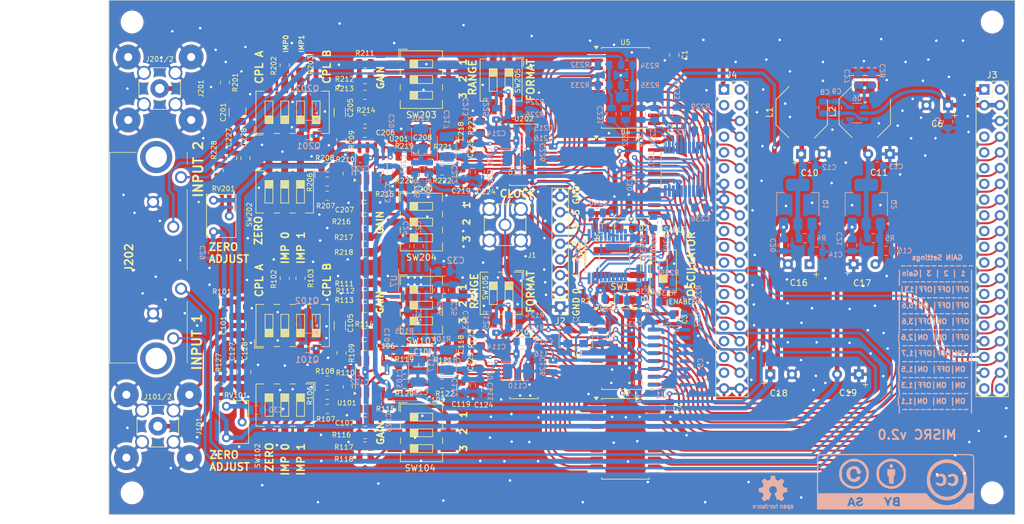
<source format=kicad_pcb>
(kicad_pcb (version 20240108) (generator "pcbnew") (generator_version "8.0")
  (title_block (title "MISRC") (date "2023-11-22") (rev "0.3"))
  (layers (0 "F.Cu" signal) (31 "B.Cu" signal) (34 "B.Paste" user) (35 "F.Paste" user) (36 "B.SilkS" user "B.Silkscreen") (37 "F.SilkS" user "F.Silkscreen") (38 "B.Mask" user) (39 "F.Mask" user) (44 "Edge.Cuts" user))
  (net 0 "")
  (net 1 "VDD")
  (net 2 "GND")
  (net 3 "+5V")
  (net 4 "+5VA")
  (net 5 "-5VA")
  (net 6 "VDDA")
  (net 7 "/Audio_ADC/SCKI")
  (net 8 "Net-(R212-Pad2)")
  (net 9 "Net-(R213-Pad2)")
  (net 10 "Net-(R217-Pad2)")
  (net 11 "Net-(R218-Pad2)")
  (net 12 "/DA0")
  (net 13 "/DA1")
  (net 14 "/DA2")
  (net 15 "/DA3")
  (net 16 "/DA4")
  (net 17 "/DA5")
  (net 18 "/DA6")
  (net 19 "/DA7")
  (net 20 "/DA8")
  (net 21 "/DA9")
  (net 22 "/DA10")
  (net 23 "/DA11")
  (net 24 "/DB3")
  (net 25 "/DB2")
  (net 26 "/DB1")
  (net 27 "/DB0")
  (net 28 "/DB4")
  (net 29 "/DB5")
  (net 30 "/DB6")
  (net 31 "/DB7")
  (net 32 "/DB8")
  (net 33 "/DB9")
  (net 34 "/DB10")
  (net 35 "/DB11")
  (net 36 "/OTRA")
  (net 37 "/OTRB")
  (net 38 "Net-(Q201-B)")
  (net 39 "Net-(Q201-C)")
  (net 40 "Net-(U6-CP+)")
  (net 41 "Net-(U6-CP-)")
  (net 42 "+5Vpcm")
  (net 43 "Net-(Q2-C)")
  (net 44 "Net-(Q1-B)")
  (net 45 "Net-(Q2-B)")
  (net 46 "Net-(U7-BYP)")
  (net 47 "Net-(U7-VREG)")
  (net 48 "Net-(U7-REF)")
  (net 49 "Net-(U6-VOUT)")
  (net 50 "Net-(J101-Signal)")
  (net 51 "Net-(C101-Pad2)")
  (net 52 "Net-(U101-VCM)")
  (net 53 "Net-(Q101-E)")
  (net 54 "Net-(U101-+)")
  (net 55 "Net-(C106-Pad2)")
  (net 56 "Net-(U101--)")
  (net 57 "Net-(C107-Pad2)")
  (net 58 "Net-(C108-Pad2)")
  (net 59 "Net-(C109-Pad1)")
  (net 60 "Net-(U102-VREF)")
  (net 61 "Net-(U102-REFT)")
  (net 62 "Net-(U102-REFB)")
  (net 63 "Net-(U102-IN)")
  (net 64 "Net-(U102-~{IN})")
  (net 65 "Net-(C127-Pad1)")
  (net 66 "Net-(J201-Signal)")
  (net 67 "Net-(C201-Pad2)")
  (net 68 "Net-(U201-VCM)")
  (net 69 "Net-(Q201-E)")
  (net 70 "Net-(U201-+)")
  (net 71 "Net-(C206-Pad2)")
  (net 72 "Net-(U201--)")
  (net 73 "Net-(C207-Pad2)")
  (net 74 "Net-(C208-Pad2)")
  (net 75 "Net-(C209-Pad1)")
  (net 76 "Net-(U202-VREF)")
  (net 77 "Net-(U202-REFT)")
  (net 78 "Net-(U202-REFB)")
  (net 79 "Net-(U202-IN)")
  (net 80 "Net-(U202-~{IN})")
  (net 81 "Net-(C227-Pad1)")
  (net 82 "Net-(D1-K)")
  (net 83 "Net-(D1-A)")
  (net 84 "Net-(D2-K)")
  (net 85 "Net-(D2-A)")
  (net 86 "Net-(U204-VREF1)")
  (net 87 "Net-(C237-Pad1)")
  (net 88 "Net-(U204-VINL)")
  (net 89 "Net-(U204-VINR)")
  (net 92 "Net-(J3-DQ15)")
  (net 94 "Net-(J3-DQ14)")
  (net 96 "Net-(J3-DQ13)")
  (net 98 "Net-(J3-DQ12)")
  (net 100 "Net-(J3-DQ11)")
  (net 102 "Net-(J3-DQ10)")
  (net 104 "Net-(J3-DQ9)")
  (net 106 "Net-(J3-DQ8)")
  (net 108 "Net-(J3-DQ7)")
  (net 110 "Net-(J3-DQ6)")
  (net 112 "Net-(J3-DQ5)")
  (net 114 "Net-(J3-DQ4)")
  (net 116 "Net-(J3-DQ3)")
  (net 117 "Net-(J3-DQ2)")
  (net 118 "Net-(J3-DQ1)")
  (net 119 "Net-(J3-DQ0)")
  (net 125 "Net-(J4-DQ31)")
  (net 127 "Net-(J4-DQ30)")
  (net 129 "Net-(J4-DQ29)")
  (net 131 "Net-(J4-DQ28)")
  (net 133 "Net-(J4-DQ27)")
  (net 134 "Net-(J4-DQ26)")
  (net 136 "Net-(J4-DQ25)")
  (net 138 "Net-(J4-DQ24)")
  (net 140 "Net-(J4-DQ23)")
  (net 141 "Net-(J4-DQ22)")
  (net 143 "Net-(J4-DQ21)")
  (net 144 "Net-(J4-DQ20)")
  (net 146 "Net-(J4-DQ19)")
  (net 148 "Net-(J4-DQ18)")
  (net 150 "Net-(J4-DQ17)")
  (net 152 "Net-(J4-DQ16)")
  (net 153 "Net-(Q101-B)")
  (net 154 "Net-(Q101-C)")
  (net 155 "Net-(U1A-R)")
  (net 156 "Net-(R102-Pad1)")
  (net 157 "Net-(R103-Pad1)")
  (net 158 "Net-(R106-Pad1)")
  (net 159 "Net-(R106-Pad2)")
  (net 160 "Net-(R107-Pad2)")
  (net 161 "Net-(R111-Pad2)")
  (net 162 "Net-(R112-Pad2)")
  (net 163 "Net-(R113-Pad2)")
  (net 164 "Net-(R116-Pad2)")
  (net 165 "Net-(R117-Pad2)")
  (net 166 "Net-(R118-Pad2)")
  (net 167 "Net-(U102-SENSE)")
  (net 168 "Net-(U102-MODE)")
  (net 169 "Net-(R125-Pad1)")
  (net 170 "Net-(R127-Pad2)")
  (net 171 "Net-(R202-Pad1)")
  (net 172 "Net-(R203-Pad1)")
  (net 173 "Net-(R206-Pad1)")
  (net 174 "Net-(R206-Pad2)")
  (net 175 "Net-(R207-Pad2)")
  (net 176 "Net-(R211-Pad2)")
  (net 177 "Net-(R216-Pad2)")
  (net 178 "Net-(U202-SENSE)")
  (net 179 "Net-(U202-MODE)")
  (net 180 "Net-(R225-Pad1)")
  (net 181 "Net-(R228-Pad2)")
  (net 182 "Net-(X1-EN)")
  (net 187 "Net-(U203-VREF1)")
  (net 188 "Net-(U203-VINL)")
  (net 189 "Net-(U203-VINR)")
  (net 190 "Net-(C231-Pad1)")
  (net 191 "Net-(C232-Pad1)")
  (net 192 "Net-(U203-MODE0)")
  (net 193 "Net-(U203-BYPAS)")
  (net 194 "Net-(U203-PDWN_N)")
  (net 195 "Net-(C238-Pad1)")
  (net 196 "/Audio_ADC/LRCK1")
  (net 197 "/Audio_ADC/DOUT1")
  (net 198 "/Audio_ADC/BCK1")
  (net 199 "Net-(U204-BYPAS)")
  (net 200 "Net-(U204-PDWN_N)")
  (net 201 "Net-(U204-MODE0)")
  (net 202 "/Audio_ADC/DOUT2")
  (net 203 "/Audio_ADC/BCK2")
  (net 204 "/Audio_ADC/LRCK2")
  (net 207 "IN2_L")
  (net 208 "IN1_R")
  (net 209 "IN2_R")
  (net 210 "IN1_L")
  (footprint "Footprints:CP_Radial_FlatB_D8.0mm_P3.50mm_3" (layer "F.Cu") (at 181.554 118.364 180)
    (property "Reference" "C19")
    (property "Value" "470u")
  )
  (footprint "Capacitor_SMD:C_0805_2012Metric" (layer "F.Cu") (at 117.348 120.65 -90)
    (property "Reference" "C119")
    (property "Value" "15pF/1")
  )
  (footprint "Resistor_SMD:R_0805_2012Metric" (layer "F.Cu") (at 108.204 119.888)
    (property "Reference" "R120")
    (property "Value" "40B")
  )
  (footprint "Capacitor_SMD:C_0805_2012Metric" (layer "F.Cu") (at 111.252 116.84 -90)
    (property "Reference" "C108")
    (property "Value" "82pF/1")
  )
  (footprint "Resistor_SMD:R_0805_2012Metric" (layer "F.Cu") (at 101.841 68.1736)
    (property "Reference" "R211")
    (property "Value" "1kB")
  )
  (footprint "Connector_PinHeader_2.54mm:PinHeader_1x08_P2.54mm_Vertical" (layer "F.Cu") (at 133.35 107.442 180)
    (property "Reference" "J2")
    (property "Value" "Conn_01x08_Socket")
  )
  (footprint "Button_Switch_SMD:SW_DIP_SPSTx03_Slide_6.7x9.18mm_W8.61mm_P2.54mm_LowProfile" (layer "F.Cu") (at 110.945 107.21)
    (property "Reference" "SW103")
    (property "Value" "SW_DIP_x03")
  )
  (footprint "Resistor_SMD:R_0805_2012Metric" (layer "F.Cu") (at 101.841 73.2536)
    (property "Reference" "R213")
    (property "Value" "4k99B")
  )
  (footprint "Footprints:SMA_Amphenol_901-144_Horizontal" (layer "F.Cu") (at 68.41 126.74)
    (property "Reference" "J101/2")
    (property "Value" "Conn_01x01_Shielded")
  )
  (footprint "MountingHole:MountingHole_3.2mm_M3" (layer "F.Cu") (at 203.073 137.5)
    (property "Reference" "H3" (hide yes))
    (property "Value" "MountingHole")
  )
  (footprint "Resistor_SMD:R_0805_2012Metric" (layer "F.Cu") (at 78.74 106.68)
    (property "Reference" "R101")
    (property "Value" "75B")
  )
  (footprint "Footprints:BNC Socket_mod" (layer "F.Cu") (at 68.41 126.74 180)
    (property "Reference" "J101")
    (property "Value" "BNC_Rosenberger")
  )
  (footprint "LED_SMD:LED_0805_2012Metric_Pad1.15x1.40mm_HandSolder" (layer "F.Cu") (at 144.009 94.742)
    (property "Reference" "D2")
    (property "Value" "LED")
  )
  (footprint "Resistor_SMD:R_0805_2012Metric" (layer "F.Cu") (at 101.854 128.016)
    (property "Reference" "R116")
    (property "Value" "1kB")
  )
  (footprint "Footprints:PinHeader_2x20_P2.54mm_Vertical-1" (layer "F.Cu") (at 201.803 72.39)
    (property "Reference" "J3")
    (property "Value" "GPIFII_J6")
  )
  (footprint "Capacitor_SMD:C_1210_3225Metric" (layer "F.Cu") (at 81.28 110.49 90)
    (property "Reference" "C101")
    (property "Value" "100u")
  )
  (footprint "Resistor_SMD:R_0805_2012Metric" (layer "F.Cu") (at 98.031 80.518 -90)
    (property "Reference" "R209")
    (property "Value" "499B")
  )
  (footprint "Resistor_SMD:R_0805_2012Metric" (layer "F.Cu") (at 91.427 68.453 90)
    (property "Reference" "R203")
    (property "Value" "75B")
  )
  (footprint "Resistor_SMD:R_0805_2012Metric" (layer "F.Cu") (at 95.745 84.963 180)
    (property "Reference" "R208")
    (property "Value" "39B")
  )
  (footprint "Resistor_SMD:R_0805_2012Metric" (layer "F.Cu") (at 95.745 87.249 180)
    (property "Reference" "R206")
    (property "Value" "75B")
  )
  (footprint "Resistor_SMD:R_0805_2012Metric" (layer "F.Cu") (at 99.06 120.396 -90)
    (property "Reference" "R110")
    (property "Value" "499B")
  )
  (footprint "Package_SO:TSSOP-28_4.4x9.7mm_P0.65mm" (layer "F.Cu") (at 127.508 117.348)
    (property "Reference" "U102")
    (property "Value" "AD9235")
  )
  (footprint "Resistor_SMD:R_0805_2012Metric" (layer "F.Cu") (at 99.047 85.979 -90)
    (property "Reference" "R210")
    (property "Value" "499B")
  )
  (footprint "Capacitor_SMD:C_0805_2012Metric" (layer "F.Cu") (at 101.854 113.792)
    (property "Reference" "C106")
    (property "Value" "1p")
  )
  (footprint "Package_SO:SOIC-20W_7.5x12.8mm_P1.27mm" (layer "F.Cu") (at 143.891 72.136)
    (property "Reference" "U5")
    (property "Value" "74VHC541")
  )
  (footprint "Capacitor_SMD:C_0805_2012Metric" (layer "F.Cu") (at 120.129 81.915 -90)
    (property "Reference" "C225")
    (property "Value" "100n")
  )
  (footprint "Capacitor_SMD:C_0805_2012Metric" (layer "F.Cu") (at 101.841 79.375)
    (property "Reference" "C206")
    (property "Value" "1p")
  )
  (footprint "Resistor_SMD:R_0805_2012Metric" (layer "F.Cu") (at 101.841 89.535)
    (property "Reference" "R215")
    (property "Value" "6k49B")
  )
  (footprint "Package_SO:SOIC-20W_7.5x12.8mm_P1.27mm" (layer "F.Cu") (at 143.891 86.614)
    (property "Reference" "U4")
    (property "Value" "74VHC541")
  )
  (footprint "Footprints:SMA_Amphenol_901-144_Vertical2" (layer "F.Cu") (at 124.46 94.234)
    (property "Reference" "J1")
    (property "Value" "Conn_01x01_Shielded")
  )
  (footprint "Potentiometer_THT:Potentiometer_Bourns_3266W_Vertical" (layer "F.Cu") (at 77.4 90.27 90)
    (property "Reference" "RV201")
    (property "Value" "10k")
  )
  (footprint "Footprints:CP_Radial_Flat_D8.0mm_P3.50mm_2" (layer "F.Cu") (at 180.721 100.584)
    (property "Reference" "C17")
    (property "Value" "470u")
  )
  (footprint "Resistor_SMD:R_0805_2012Metric" (layer "F.Cu") (at 114.3 119.888)
    (property "Reference" "R122")
    (property "Value" "22B")
  )
  (footprint "Footprints:L_Bourns-SRU8043_2" (layer "F.Cu") (at 172.339 76.073 -90)
    (property "Reference" "L1")
    (property "Value" "100u")
  )
  (footprint "Button_Switch_SMD:SW_DIP_SPSTx03_Slide_6.7x9.18mm_W8.61mm_P2.54mm_LowProfile" (layer "F.Cu") (at 110.966166 127.811166)
    (property "Reference" "SW104")
    (property "Value" "SW_DIP_x03")
  )
  (footprint "Footprints:CP_Radial_FlatB_D8.0mm_P3.50mm_2" (layer "F.Cu") (at 186.564651 82.804 180)
    (property "Reference" "C11")
    (property "Value" "470u")
  )
  (footprint "Resistor_SMD:R_0805_2012Metric" (layer "F.Cu") (at 95.758 119.38 180)
    (property "Reference" "R108")
    (property "Value" "39B")
  )
  (footprint "Resistor_SMD:R_0805_2012Metric" (layer "F.Cu") (at 139.827 106.299 180)
    (property "Reference" "R2")
    (property "Value" "100")
  )
  (footprint "Footprints:SMA_Amphenol_901-144_Horizontal" (layer "F.Cu") (at 68.71 72.24)
    (property "Reference" "J201/2")
    (property "Value" "Conn_01x01_Shielded")
  )
  (footprint "Resistor_SMD:R_0805_2012Metric" (layer "F.Cu") (at 95.758 121.666 180)
    (property "Reference" "R106")
    (property "Value" "75B")
  )
  (footprint "Capacitor_SMD:C_0805_2012Metric" (layer "F.Cu") (at 111.239 82.423 -90)
    (property "Reference" "C208")
    (property "Value" "82pF/1")
  )
  (footprint "Package_SO:SOIC-20W_7.5x12.8mm_P1.27mm" (layer "F.Cu") (at 143.891 128.778)
    (property "Reference" "U2")
    (property "Value" "74VHC541")
  )
  (footprint "Resistor_SMD:R_0805_2012Metric" (layer "F.Cu") (at 101.841 93.599)
    (property "Reference" "R216")
    (property "Value" "1kB")
  )
  (footprint "Button_Switch_SMD:SW_DIP_SPSTx04_Slide_6.7x11.72mm_W8.61mm_P2.54mm_LowProfile" (layer "F.Cu") (at 90.157 76.073 90)
    (property "Reference" "SW201" (hide yes))
    (property "Value" "SW_DIP_x04")
  )
  (footprint "Resistor_SMD:R_0805_2012Metric" (layer "F.Cu") (at 120.51 78.359 90)
    (property "Reference" "R223")
    (property "Value" "10k")
  )
  (footprint "MountingHole:MountingHole_3.2mm_M3" (layer "F.Cu") (at 64.25 137.5)
    (property "Reference" "H2" (hide yes))
    (property "Value" "MountingHole")
  )
  (footprint "LED_SMD:LED_0805_2012Metric_Pad1.15x1.40mm_HandSolder" (layer "F.Cu") (at 144.009 106.299)
    (property "Reference" "D1")
    (property "Value" "LED")
  )
  (footprint "Footprints:L_Bourns-SRU8043_2" (layer "F.Cu") (at 182.499 75.983 -90)
    (property "Reference" "L2")
    (property "Value" "100u")
  )
  (footprint "Footprints:BNC Socket_mod" (layer "F.Cu") (at 68.71 72.24 180)
    (property "Reference" "J201")
    (property "Value" "BNC_Rosenberger")
  )
  (footprint "Resistor_SMD:R_0805_2012Metric" (layer "F.Cu") (at 88.9 102.87 90)
    (property "Reference" "R102")
    (property "Value" "150B")
  )
  (footprint "Capacitor_SMD:C_1210_3225Metric" (layer "F.Cu") (at 81.267 76.073 90)
    (property "Reference" "C201")
    (property "Value" "100u")
  )
  (footprint "Resistor_SMD:R_0805_2012Metric" (layer "F.Cu") (at 101.854 123.952)
    (property "Reference" "R115")
    (property "Value" "6k49B")
  )
  (footprint "Resistor_SMD:R_0805_2012Metric" (layer "F.Cu") (at 101.854 103.6)
    (property "Reference" "R111")
    (property "Value" "1kB")
  )
  (footprint "Button_Switch_SMD:SW_DIP_SPSTx02_Slide_6.7x6.64mm_W8.61mm_P2.54mm_LowProfile" (layer "F.Cu") (at 123.825 105.283 -90)
    (property "Reference" "SW105")
    (property "Value" "SW_DIP_x02")
  )
  (footprint "Capacitor_SMD:C_0805_2012Metric" (layer "F.Cu") (at 121.399 86.487 90)
    (property "Reference" "C224")
    (property "Value" "100n")
  )
  (footprint "Resistor_SMD:R_0805_2012Metric" (layer "F.Cu") (at 108.191 85.471)
    (property "Reference" "R220")
    (property "Value" "40B")
  )
  (footprint "Capacitor_SMD:C_0805_2012Metric" (layer "F.Cu") (at 111.252 120.65 -90)
    (property "Reference" "C109")
    (property "Value" "82pF/1")
  )
  (footprint "Capacitor_SMD:C_0805_2012Metric" (layer "F.Cu") (at 120.142 116.332 -90)
    (property "Reference" "C125")
    (property "Value" "100n")
  )
  (footprint "Capacitor_SMD:C_0805_2012Metric" (layer "F.Cu") (at 111.239 86.233 -90)
    (property "Reference" "C209")
    (property "Value" "82pF/1")
  )
  (footprint "Resistor_SMD:R_0805_2012Metric" (layer "F.Cu") (at 101.841 70.7136)
    (property "Reference" "R212")
    (property "Value" "2k49B")
  )
  (footprint "Resistor_SMD:R_0805_2012Metric" (layer "F.Cu") (at 101.854 107.65)
    (property "Reference" "R113")
    (property "Value" "4k99B")
  )
  (footprint "Resistor_SMD:R_0805_2012Metric" (layer "F.Cu") (at 95.745 89.535 180)
    (property "Reference" "R207")
    (property "Value" "39B")
  )
  (footprint "Resistor_SMD:R_0805_2012Metric" (layer "F.Cu") (at 114.287 85.471)
    (property "Reference" "R222")
    (property "Value" "22B")
  )
  (footprint "Footprints:CP_Radial_Flat_D8.0mm_P3.50mm_2" (layer "F.Cu") (at 172.24 82.801)
    (property "Reference" "C10")
    (property "Value" "470u")
  )
  (footprint "Package_SO:SOIC-20W_7.5x12.8mm_P1.27mm" (layer "F.Cu") (at 143.891 114.3)
    (property "Reference" "U3")
    (property "Value" "74VHC541")
  )
  (footprint "Button_Switch_SMD:SW_DIP_SPSTx03_Slide_6.7x9.18mm_W8.61mm_P2.54mm_LowProfile" (layer "F.Cu") (at 110.945 70.79)
    (property "Reference" "SW203")
    (property "Value" "SW_DIP_x03")
  )
  (footprint "Capacitor_SMD:C_0805_2012Metric" (layer "F.Cu") (at 82.677 117.983 90)
    (property "Reference" "C128")
    (property "Value" "1n/1" (hide yes))
  )
  (footprint "Capacitor_SMD:C_0805_2012Metric" (layer "F.Cu") (at 101.854 125.984)
    (property "Reference" "C107")
    (property "Value" "1p")
  )
  (footprint "Resistor_SMD:R_0805_2012Metric" (layer "F.Cu") (at 95.758 123.952 180)
    (property "Reference" "R107")
    (property "Value" "39B")
  )
  (footprint "Resistor_SMD:R_0805_2012Metric" (layer "F.Cu") (at 101.841 98.679)
    (property "Reference" "R218")
    (property "Value" "4k99B")
  )
  (footprint "Resistor_SMD:R_0805_2012Metric" (layer "F.Cu") (at 108.204 117.602)
    (property "Reference" "R119")
    (property "Value" "40B")
  )
  (footprint "Footprints:CP_Radial_FlatB_D8.0mm_P3.50mm_3" (layer "F.Cu") (at 195.962651 74.93 180)
    (property "Reference" "C6")
    (property "Value" "470u")
  )
  (footprint "Footprints:CP_Radial_Flat_D8.0mm_P3.50mm_2" (layer "F.Cu") (at 167.259 118.364)
    (property "Reference" "C18")
    (property "Value" "470u")
  )
  (footprint "Resistor_SMD:R_0805_2012Metric" (layer "F.Cu") (at 108.191 83.185)
    (property "Reference" "R219")
    (property "Value" "40B")
  )
  (footprint "Button_Switch_SMD:SW_DIP_SPSTx01_Slide_6.7x4.1mm_W8.61mm_P2.54mm_LowProfile" (layer "F.Cu") (at 149.987 101.714 90)
    (property "Reference" "SW2" (hide yes))
    (property "Value" "SW_DIP_x01")
  )
  (footprint "Footprints:SW_SPST_EVQP0_2" (layer "F.Cu") (at 143.002 100.33 180)
    (property "Reference" "SW1")
    (property "Value" "SW_Push")
  )
  (footprint "MountingHole:MountingHole_3.2mm_M3" (layer "F.Cu") (at 64.25 61.5)
    (property "Reference" "H1" (hide yes))
    (property "Value" "MountingHole")
  )
  (footprint "Capacitor_SMD:C_0805_2012Metric" (layer "F.Cu") (at 151.003 81.219 -90)
    (property "Reference" "C2")
    (property "Value" "1u")
  )
  (footprint "Capacitor_SMD:C_1206_3216Metric" (layer "F.Cu") (at 97.79 110.49 -90)
    (property "Reference" "C105")
    (property "Value" "470n/1")
  )
  (footprint "Capacitor_SMD:C_0805_2012Metric" (layer "F.Cu") (at 82.55 83.5 90)
    (property "Reference" "C228")
    (property "Value" "1n/1" (hide yes))
  )
  (footprint "Resistor_SMD:R_0805_2012Metric" (layer "F.Cu") (at 79.25 71.25 -90)
    (property "Reference" "R201")
    (property "Value" "75B")
  )
  (footprint "Resistor_SMD:R_0805_2012Metric" (layer "F.Cu") (at 101.841 96.139)
    (property "Reference" "R217")
    (property "Value" "2k49B")
  )
  (footprint "Capacitor_SMD:C_0805_2012Metric" (layer "F.Cu") (at 117.348 116.84 -90)
    (property "Reference" "C118")
    (property "Value" "15pF/1")
  )
  (footprint "Capacitor_SMD:C_0805_2012Metric" (layer "F.Cu") (at 151.003 123.825 -90)
    (property "Reference" "C4")
    (property "Value" "1u")
  )
  (footprint "Footprints:KLP42X61WWRR" (layer "F.Cu") (at 67.65 90.55 -90)
    (property "Reference" "J202")
    (property "Value" "KLP42X-61-WW_RR" (hide yes))
  )
  (footprint "Resistor_SMD:R_0805_2012Metric" (layer "F.Cu") (at 101.854 132.05)
    (property "Reference" "R118")
    (property "Value" "4k99B")
  )
  (footprint "Resistor_SMD:R_0805_2012Metric" (layer "F.Cu") (at 114.287 83.185)
    (property "Reference" "R221")
    (property "Value" "22B")
  )
  (footprint "Footprints:CP_Radial_FlatB_D8.0mm_P3.50mm_3" (layer "F.Cu") (at 173.609 100.584 180)
    (property "Reference" "C16")
    (property "Value" "470u")
  )
  (footprint "Resistor_SMD:R_0805_2012Metric" (layer "F.Cu") (at 78.232 85.471 -90)
    (property "Reference" "R228")
    (property "Value" "3k3" (hide yes))
  )
  (footprint "Button_Switch_SMD:SW_DIP_SPSTx04_Slide_6.7x11.72mm_W8.61mm_P2.54mm_LowProfile" (layer "F.Cu") (at 90.17 110.49 90)
    (property "Reference" "SW101" (hide yes))
    (property "Value" "SW_DIP_x04")
  )
  (footprint "Resistor_SMD:R_0805_2012Metric" (layer "F.Cu") (at 98.044 114.935 -90)
    (property "Reference" "R109")
    (property "Value" "499B")
  )
  (footprint "Capacitor_SMD:C_0805_2012Metric" (layer "F.Cu") (at 80.391 83.5 90)
    (property "Reference" "C227")
    (property "Value" "10u" (hide yes))
  )
  (footprint "Button_Switch_SMD:SW_DIP_SPSTx03_Slide_6.7x9.18mm_W8.61mm_P2.54mm_LowProfile" (layer "F.Cu") (at 88.887 88.913 -90)
    (property "Reference" "SW202")
    (property "Value" "SW_DIP_x03")
  )
  (footprint "Resistor_SMD:R_0805_2012Metric" (layer "F.Cu") (at 101.854 105.6)
    (property "Reference" "R112")
    (property "Value" "2k49B")
  )
  (footprint "Resistor_SMD:R_0805_2012Metric" (layer "F.Cu") (at 91.44 102.87 90)
    (property "Reference" "R103")
    (property "Value" "75B")
  )
  (footprint "Package_SO:SO-8_3.9x4.9mm_P1.27mm" (layer "F.Cu") (at 102.87 84.328 90)
    (property "Reference" "U201")
    (property "Value" "AD8138ARZ")
  )
  (footprint "Capacitor_SMD:C_0805_2012Metric" (layer "F.Cu") (at 117.335 86.233 -90)
    (property "Reference" "C219")
    (property "Value" "15pF/1")
  )
  (footprint "MountingHole:MountingHole_3.2mm_M3" (layer "F.Cu") (at 203.073 61.5)
    (property "Reference" "H4" (hide yes))
    (property "Value" "MountingHole")
  )
  (footprint "Package_SO:TSSOP-28_4.4x9.7mm_P0.65mm" (layer "F.Cu") (at 127.495 82.931)
    (property "Reference" "U202")
    (property "Value" "AD9235")
  )
  (footprint "Resistor_SMD:R_0805_2012Metric" (layer "F.Cu") (at 88.887 68.453 90)
    (property "Reference" "R202")
    (property "Value" "150B")
  )
  (footprint "Resistor_SMD:R_0805_2012Metric" (layer "F.Cu") (at 114.3 117.602)
    (property "Reference" "R121")
    (property "Value" "22B")
  )
  (footprint "Resistor_SMD:R_0805_2012Metric" (layer "F.Cu") (at 101.8375 77.25)
    (property "Reference" "R214")
    (property "Value" "6k49B")
  )
  (footprint "Button_Switch_SMD:SW_DIP_SPSTx02_Slide_6.7x6.64mm_W8.61mm_P2.54mm_LowProfile" (layer "F.Cu") (at 123.812 70.866 -90)
    (property "Reference" "SW205")
    (property "Value" "SW_DIP_x02")
  )
  (footprint "Capacitor_SMD:C_0805_2012Metric" (layer "F.Cu") (at 151.765 109.474 -90)
    (property "Reference" "C3")
    (property "Value" "1u")
  )
  (footprint "Package_SO:SO-8_3.9x4.9mm_P1.27mm" (layer "F.Cu") (at 102.87 118.745 90)
    (property "Reference" "U101")
    (property "Value" "AD8138ARZ")
  )
  (footprint "Button_Switch_SMD:SW_DIP_SPSTx03_Slide_6.7x9.18mm_W8.61mm_P2.54mm_LowProfile" (layer "F.Cu") (at 110.945 93.79)
    (property "Reference" "SW204")
    (property "Value" "SW_DIP_x03")
  )
  (footprint "Potentiometer_THT:Potentiometer_Bourns_3266W_Vertical" (layer "F.Cu") (at 79.475 123.525 90)
    (property "Reference" "RV101")
    (property "Value" "10k")
  )
  (footprint "Button_Switch_SMD:SW_DIP_SPSTx03_Slide_6.7x9.18mm_W8.61mm_P2.54mm_LowProfile" (layer "F.Cu") (at 88.9 123.33 -90)
    (property "Reference" "SW102")
    (property "Value" "SW_DIP_x03")
  )
  (footprint "Resistor_SMD:R_0805_2012Metric" (layer "F.Cu") (at 139.827 94.742 180)
    (property "Reference" "R3")
    (property "Value" "100")
  )
  (footprint "Resistor_SMD:R_0805_2012Metric" (layer "F.Cu") (at 78.232 119.9115 -90)
    (property "Reference" "R127")
    (property "Value" "3k3" (hide yes))
  )
  (footprint "Resistor_SMD:R_0805_2012Metric" (layer "F.Cu") (at 101.854 130)
    (property "Reference" "R117")
    (property "Value" "2k49B")
  )
  (footprint "Resistor_SMD:R_0805_2012Metric" (layer "F.Cu") (at 120.523 112.776 90)
    (property "Reference" "R123")
    (property "Value" "10k")
  )
  (footprint "Capacitor_SMD:C_0805_2012Metric" (layer "F.Cu") (at 121.412 120.904 90)
    (property "Reference" "C124")
    (property "Value" "100n")
  )
  (footprint "Footprints:PinHeader_2x20_P2.54mm_Vertical-1" (layer "F.Cu") (at 159.8 72.39)
    (property "Reference" "J4")
    (property "Value" "GPIFII_J7")
  )
  (footprint "Capacitor_SMD:C_0805_2012Metric" (layer "F.Cu") (at 80.518 117.983 90)
    (property "Reference" "C127")
    (property "Value" "10u" (hide yes))
  )
  (footprint "Capacitor_SMD:C_0805_2012Metric" (layer "F.Cu") (at 151.765 66.802 -90)
    (property "Reference" "C1")
    (property "Value" "1u")
  )
  (footprint "Capacitor_SMD:C_0805_2012Metric" (layer "F.Cu") (at 101.841 91.567)
    (property "Reference" "C207")
    (property "Value" "1p")
  )
  (footprint "Capacitor_SMD:C_1206_3216Metric" (layer "F.Cu") (at 97.777 76.073 -90)
    (property "Reference" "C205")
    (property "Value" "470n/1")
  )
  (footprint "Capacitor_SMD:C_0805_2012Metric" (layer "F.Cu") (at 117.335 82.423 -90)
    (property "Reference" "C218")
    (property "Value" "15pF/1")
  )
  (footprint "Resistor_SMD:R_0805_2012Metric" (layer "F.Cu") (at 101.85 111.7)
    (property "Reference" "R114")
    (property "Value" "6k49B")
  )
  (footprint "Capacitor_SMD:C_0805_2012Metric" (layer "B.Cu") (at 100.965 117.856)
    (property "Reference" "C122")
    (property "Value" "100n")
  )
  (footprint "Capacitor_Tantalum_SMD:CP_EIA-3528-21_Kemet-B_Pad1.50x2.35mm_HandSolder" (layer "B.Cu") (at 110.363 117.983 -90)
    (property "Reference" "C102")
    (property "Value" "10u")
  )
  (footprint "Capacitor_SMD:C_0805_2012Metric" (layer "B.Cu") (at 139.3 92.3)
    (property "Reference" "C240")
    (property "Value" "100n")
  )
  (footprint "Capacitor_SMD:C_0805_2012Metric" (layer "B.Cu") (at 132.207 82.55 -90)
    (property "Reference" "C226")
    (property "Value" "100n")
  )
  (footprint "Capacitor_SMD:C_0805_2012Metric" (layer "B.Cu") (at 118.097 82.169 90)
    (property "Reference" "C221" (hide yes))
    (property "Value" "1n/1")
  )
  (footprint "Resistor_SMD:R_0805_2012Metric" (layer "B.Cu") (at 144.1196 71.6788)
    (property "Reference" "R235")
    (property "Value" "47k")
  )
  (footprint "Capacitor_SMD:C_0805_2012Metric" (layer "B.Cu") (at 169.418 97.536 -90)
    (property "Reference" "C20")
    (property "Value" "1u")
  )
  (footprint "Capacitor_SMD:C_0805_2012Metric" (layer "B.Cu") (at 148.59 76.3372 90)
    (property "Reference" "C230")
    (property "Value" "100n")
  )
  (footprint "Capacitor_SMD:C_0805_2012Metric" (layer "B.Cu") (at 175.8315 75.311 -90)
    (property "Reference" "C8")
    (property "Value" "10u")
  )
  (footprint "Oscillator:Oscillator_SMD_EuroQuartz_XO53-4Pin_5.0x3.2mm" (layer "B.Cu") (at 135.87 112.3 180)
    (property "Reference" "X1")
    (property "Value" "40M")
  )
  (footprint "Package_TO_SOT_SMD:SOT-23" (layer "B.Cu") (at 92.329 75.057 90)
    (property "Reference" "Q202")
    (property "Value" "CMPT5179")
  )
  (footprint "Capacitor_SMD:C_0805_2012Metric" (layer "B.Cu") (at 141.6304 76.3372 -90)
    (property "Reference" "C231")
    (property "Value" "1u")
  )
  (footprint "Resistor_SMD:R_0805_2012Metric" (layer "B.Cu") (at 112.141 85.0665 -90)
    (property "Reference" "R204")
    (property "Value" "1kB")
  )
  (footprint "Capacitor_SMD:C_0805_2012Metric" (layer "B.Cu") (at 108.839 108.839 90)
    (property "Reference" "C22")
    (property "Value" "1u")
  )
  (footprint "Capacitor_SMD:C_0805_2012Metric" (layer "B.Cu") (at 180.467 97.536 -90)
    (property "Reference" "C21")
    (property "Value" "1u")
  )
  (footprint "Resistor_SMD:R_0805_2012Metric" (layer "B.Cu") (at 183.896 96.393)
    (property "Reference" "R5")
    (property "Value" "1k")
  )
  (footprint "Resistor_SMD:R_0805_2012Metric" (layer "B.Cu") (at 125.857 110.871 180)
    (property "Reference" "R126")
    (property "Value" "10k")
  )
  (footprint "Capacitor_SMD:C_0805_2012Metric" (layer "B.Cu") (at 120.396 113.03 -90)
    (property "Reference" "C114")
    (property "Value" "1n/1")
  )
  (footprint "Symbol:OSHW-Logo2_7.3x6mm_SilkScreen" (layer "B.Cu") (at 167.7 137.5 180)
    (property "Reference" "REF**" (hide yes))
    (property "Value" "OSHW-Logo2_7.3x6mm_SilkScreen" (hide yes))
  )
  (footprint "Capacitor_SMD:C_0805_2012Metric" (layer "B.Cu") (at 127.241 80.645)
    (property "Reference" "C216")
    (property "Value" "1n/1")
  )
  (footprint "Resistor_SMD:R_0805_2012Metric" (layer "B.Cu") (at 125.844 76.454 180)
    (property "Reference" "R226")
    (property "Value" "10k")
  )
  (footprint "Capacitor_SMD:C_0805_2012Metric" (layer "B.Cu") (at 145.1 108.6)
    (property "Reference" "C234")
    (property "Value" "10u")
  )
  (footprint "Resistor_SMD:R_0805_2012Metric" (layer "B.Cu") (at 148.35 93.8375 -90)
    (property "Reference" "R240")
    (property "Value" "1k")
  )
  (footprint "Capacitor_SMD:C_0805_2012Metric" (layer "B.Cu") (at 118.097 78.613 -90)
    (property "Reference" "C213")
    (property "Value" "100n")
  )
  (footprint "Capacitor_SMD:C_0805_2012Metric" (layer "B.Cu") (at 195.961 77.597 -90)
    (property "Reference" "C7")
    (property "Value" "1u")
  )
  (footprint "Package_TO_SOT_SMD:SOT-223-3_TabPin2" (layer "B.Cu") (at 182.753 90.932 90)
    (property "Reference" "Q2")
    (property "Value" "FZT790A")
  )
  (footprint "Capacitor_SMD:C_0805_2012Metric" (layer "B.Cu") (at 185.928 98.425)
    (property "Reference" "C15")
    (property "Value" "100n")
  )
  (footprint "Capacitor_SMD:C_0805_2012Metric" (layer "B.Cu") (at 118.11 120.142 90)
    (property "Reference" "C112")
    (property "Value" "100n")
  )
  (footprint "Resistor_SMD:R_0805_2012Metric" (layer "B.Cu") (at 150.45 93.8375 -90)
    (property "Reference" "R241")
    (property "Value" "1k")
  )
  (footprint "Capacitor_SMD:C_0805_2012Metric" (layer "B.Cu") (at 140.15 112.3 -90)
    (property "Reference" "C31")
    (property "Value" "1u")
  )
  (footprint "Package_TO_SOT_SMD:SOT-23" (layer "B.Cu") (at 92.329 109.3525 90)
    (property "Reference" "Q102")
    (property "Value" "CMPT5179")
  )
  (footprint "Capacitor_SMD:C_0805_2012Metric" (layer "B.Cu") (at 105.537 85.725 -90)
    (property "Reference" "C223")
    (property "Value" "100n")
  )
  (footprint "Capacitor_SMD:C_0805_2012Metric" (layer "B.Cu") (at 120.383 78.613 -90)
    (property "Reference" "C214")
    (property "Value" "1n/1")
  )
  (footprint "Footprints:SOIC-8-1EP_3.9x4.9mm_P1.27mm_EP2.29x3mm_2" (layer "B.Cu") (at 109.843 103.313 90)
    (property "Reference" "U7")
    (property "Value" "ADP7156ARDZ")
  )
  (footprint "Capacitor_SMD:C_0805_2012Metric" (layer "B.Cu") (at 143.9164 76.3372 -90)
    (property "Reference" "C232")
    (property "Value" "1u")
  )
  (footprint "Capacitor_Tantalum_SMD:CP_EIA-3528-21_Kemet-B_Pad1.50x2.35mm_HandSolder" (layer "B.Cu") (at 115.049 81.661 90)
    (property "Reference" "C217")
    (property "Value" "10u")
  )
  (footprint "Capacitor_SMD:C_0805_2012Metric" (layer "B.Cu") (at 174.752 98.552)
    (property "Reference" "C14")
    (property "Value" "100n")
  )
  (footprint "Resistor_SMD:R_0805_2012Metric" (layer "B.Cu") (at 154 105.9125 90)
    (property "Reference" "R238")
    (property "Value" "10k")
  )
  (footprint "Resistor_SMD:R_0805_2012Metric" (layer "B.Cu") (at 123.063 110.744 -90)
    (property "Reference" "R125")
    (property "Value" "3k3")
  )
  (footprint "Capacitor_SMD:C_0805_2012Metric" (layer "B.Cu") (at 127.254 113.03)
    (property "Reference" "C115")
    (property "Value" "100n")
  )
  (footprint "Capacitor_SMD:C_0805_2012Metric" (layer "B.Cu") (at 145.1 106.45)
    (property "Reference" "C235")
    (property "Value" "100n")
  )
  (footprint "Capacitor_SMD:C_0805_2012Metric" (layer "B.Cu") (at 147.1 103.5 180)
    (property "Reference" "C238")
    (property "Value" "1u")
  )
  (footprint "Resistor_SMD:R_0805_2012Metric" (layer "B.Cu") (at 140.3604 71.6788)
    (property "Reference" "R233")
    (property "Value" "47k")
  )
  (footprint "Resistor_SMD:R_0805_2012Metric" (layer "B.Cu") (at 140.3604 68.4276)
    (property "Reference" "R232")
    (property "Value" "10k")
  )
  (footprint "Capacitor_SMD:C_0805_2012Metric" (layer "B.Cu") (at 120.396 120.142 90)
    (property "Reference" "C111")
    (property "Value" "1n/1")
  )
  (footprint "Capacitor_SMD:C_0805_2012Metric" (layer "B.Cu") (at 152.1968 76.2508 90)
    (property "Reference" "C233")
    (property "Value" "100n")
  )
  (footprint "Resistor_SMD:R_0805_2012Metric" (layer "B.Cu") (at 125.844 74.422 180)
    (property "Reference" "R224")
    (property "Value" "4k99")
  )
  (footprint "Footprints:CC Licence" (layer "B.Cu") (at 187.5 135.7 180)
    (property "Reference" "G***" (hide yes))
    (property "Value" "LOGO" (hide yes))
  )
  (footprint "Capacitor_SMD:C_0805_2012Metric" (layer "B.Cu") (at 77.35 98.7 -90)
    (property "Reference" "C29")
    (property "Value" "1u")
  )
  (footprint "Resistor_SMD:R_0805_2012Metric" (layer "B.Cu") (at 152.4125 108.75 180)
    (property "Reference" "R237")
    (property "Value" "47k")
  )
  (footprint "Capacitor_SMD:C_0805_2012Metric" (layer "B.Cu") (at 106.172 81.153 90)
    (property "Reference" "C204")
    (property "Value" "1n/1")
  )
  (footprint "Package_TO_SOT_SMD:SOT-223-3_TabPin2" (layer "B.Cu") (at 171.704 90.932 90)
    (property "Reference" "Q1")
    (property "Value" "FZT690B")
  )
  (footprint "Capacitor_SMD:C_0805_2012Metric" (layer "B.Cu") (at 127.254 115.062)
    (property "Reference" "C116")
    (property "Value" "1n/1")
  )
  (footprint "Capacitor_SMD:C_0805_2012Metric" (layer "B.Cu") (at 155.95 91.5 180)
    (property "Reference" "C236")
    (property "Value" "100n")
  )
  (footprint "Capacitor_SMD:C_0805_2012Metric" (layer "B.Cu") (at 120.383 85.725 90)
    (property "Reference" "C211")
    (property "Value" "1n/1")
  )
  (footprint "Capacitor_SMD:C_0805_2012Metric" (layer "B.Cu") (at 118.11 113.03 -90)
    (property "Reference" "C113")
    (property "Value" "100n")
  )
  (footprint "Resistor_SMD:R_0805_2012Metric" (layer "B.Cu") (at 156.0068 76.8096 180)
    (property "Reference" "R229")
    (property "Value" "1k")
  )
  (footprint "Resistor_SMD:R_0805_2012Metric" (layer "B.Cu") (at 123.05 76.327 -90)
    (property "Reference" "R225")
    (property "Value" "3k3")
  )
  (footprint "Resistor_SMD:R_0805_2012Metric" (layer "B.Cu") (at 150.6125 103.5 180)
    (property "Reference" "R239")
    (property "Value" "47k")
  )
  (footprint "Resistor_SMD:R_0805_2012Metric" (layer "B.Cu") (at 125.857 108.839 180)
    (property "Reference" "R124")
    (property "Value" "4k99")
  )
  (footprint "Resistor_SMD:R_0805_2012Metric" (layer "B.Cu") (at 156.0068 78.994 180)
    (property "Reference" "R227")
    (property "Value" "1k")
  )
  (footprint "Capacitor_SMD:C_0805_2012Metric" (layer "B.Cu") (at 173.609 84.963)
    (property "Reference" "C12")
    (property "Value" "1u")
  )
  (footprint "Capacitor_SMD:C_0805_2012Metric" (layer "B.Cu") (at 132.207 117.094 -90)
    (property "Reference" "C126")
    (property "Value" "100n")
  )
  (footprint "Resistor_SMD:R_0805_2012Metric" (layer "B.Cu") (at 111.76 113.538 90)
    (property "Reference" "R104")
    (property "Value" "1kB")
  )
  (footprint "Capacitor_SMD:C_0805_2012Metric" (layer "B.Cu") (at 120.383 82.169 90)
    (property "Reference" "C220")
    (property "Value" "100n")
  )
  (footprint "Capacitor_SMD:C_0805_2012Metric" (layer "B.Cu") (at 110.49 97.663 -90)
    (property "Reference" "C23")
    (property "Value" "1u")
  )
  (footprint "Capacitor_Tantalum_SMD:CP_EIA-3528-21_Kemet-B_Pad1.50x2.35mm_HandSolder" (layer "B.Cu") (at 115.062 116.078 90)
    (property "Reference" "C117")
    (property "Value" "10u")
  )
  (footprint "Capacitor_Tantalum_SMD:CP_EIA-3528-21_Kemet-B_Pad1.50x2.35mm_HandSolder" (layer "B.Cu") (at 126.492 117.856)
    (property "Reference" "C110")
    (property "Value" "10u")
  )
  (footprint "Package_TO_SOT_SMD:SOT-23-5" (layer "B.Cu") (at 181.2925 76.2 180)
    (property "Reference" "U6")
    (property "Value" "TPS60401")
  )
  (footprint "Capacitor_SMD:C_0805_2012Metric" (layer "B.Cu") (at 181.483 70.8 -90)
    (property "Reference" "C27")
    (property "Value" "1n/1" (hide yes))
  )
  (footprint "Resistor_SMD:R_0805_2012Metric" (layer "B.Cu") (at 172.847 96.393)
    (property "Reference" "R4")
    (property "Value" "1k")
  )
  (footprint "Capacitor_Tantalum_SMD:CP_EIA-3528-21_Kemet-B_Pad1.50x2.35mm_HandSolder" (layer "B.Cu") (at 110.871 80.365 90)
    (property "Reference" "C202")
    (property "Value" "10u")
  )
  (footprint "Package_TO_SOT_SMD:SOT-23" (layer "B.Cu") (at 92.837 113.284 180)
    (property "Reference" "Q101")
    (property "Value" "CMPT5179")
  )
  (footprint "Package_SO:SO-16_3.9x9.9mm_P1.27mm" (layer "B.Cu") (at 150.925 115.615)
    (property "Reference" "U1")
    (property "Value" "4043")
  )
  (footprint "Capacitor_SMD:C_0805_2012Metric" (layer "B.Cu") (at 141.45 106.1 180)
    (property "Reference" "C239")
    (property "Value" "100n")
  )
  (footprint "Capacitor_SMD:C_0805_2012Metric" (layer "B.Cu") (at 105.41 115.697 90)
    (property "Reference" "C104")
    (property "Value" "1n/1")
  )
  (footprint "Capacitor_SMD:C_0805_2012Metric" (layer "B.Cu") (at 146.4056 76.3372 90)
    (property "Reference" "C229")
    (property "Value" "10u")
  )
  (footprint "Resistor_SMD:R_0805_2012Metric" (layer "B.Cu") (at 146.304 87.1728 90)
    (property "Reference" "R230")
    (property "Value" "1k")
  )
  (footprint "Capacitor_SMD:C_0805_2012Metric" (layer "B.Cu") (at 147.1 101.35 180)
    (property "Reference" "C237")
    (property "Value" "1u")
  )
  (footprint "Resistor_SMD:R_0805_2012Metric" (layer "B.Cu") (at 146.2 93.8625 90)
    (property "Reference" "R243")
    (property "Value" "1k")
  )
  (footprint "Resistor_SMD:R_0805_2012Metric" (layer "B.Cu") (at 145.9 119.7 90)
    (property "Reference" "R1")
    (property "Value" "10k")
  )
  (footprint "Resistor_SMD:R_0805_2012Metric" (layer "B.Cu") (at 109.982 85.09 90)
    (property "Reference" "R205")
    (property "Value" "1kB")
  )
  (footprint "Resistor_SMD:R_0805_2012Metric" (layer "B.Cu") (at 144.1196 68.4276)
    (property "Reference" "R234")
    (property "Value" "10k")
  )
  (footprint "Capacitor_SMD:C_0805_2012Metric" (layer "B.Cu") (at 183.642 70.8 -90)
    (property "Reference" "C28")
    (property "Value" "10u" (hide yes))
  )
  (footprint "Capacitor_SMD:C_0805_2012Metric" (layer "B.Cu") (at 114.6 101.75 180)
    (property "Reference" "C32")
    (property "Value" "10u")
  )
  (footprint "Footprints:SOP65P780X200-20N" (layer "B.Cu") (at 140.95 99.365 90)
    (property "Reference" "U204")
    (property "Value" "PCM1802DBR")
  )
  (footprint "Package_TO_SOT_SMD:SOT-23" (layer "B.Cu") (at 92.8425 78.928 180)
    (property "Reference" "Q201")
    (property "Value" "CMPT5179")
  )
  (footprint "Capacitor_SMD:C_0805_2012Metric" (layer "B.Cu") (at 118.097 85.725 90)
    (property "Reference" "C212")
    (property "Value" "100n")
  )
  (footprint "Resistor_SMD:R_0805_2012Metric" (layer "B.Cu") (at 150.2625 106.7 180)
    (property "Reference" "R236")
    (property "Value" "10k")
  )
  (footprint "Capacitor_SMD:C_0805_2012Metric" (layer "B.Cu") (at 156.1 119.15 90)
    (property "Reference" "C5")
    (property "Value" "1u")
  )
  (footprint "Capacitor_SMD:C_0805_2012Metric" (layer "B.Cu") (at 120.396 116.586 90)
    (property "Reference" "C120")
    (property "Value" "100n")
  )
  (footprint "Capacitor_SMD:C_0805_2012Metric" (layer "B.Cu") (at 108.204 81.153 90)
    (property "Reference" "C203")
    (property "Value" "100n")
  )
  (footprint "Capacitor_SMD:C_0805_2012Metric" (layer "B.Cu") (at 184.531 84.836)
    (property "Reference" "C13")
    (property "Value" "1u")
  )
  (footprint "Capacitor_SMD:C_0805_2012Metric" (layer "B.Cu") (at 107.442 115.697 90)
    (property "Reference" "C103")
    (property "Value" "100n")
  )
  (footprint "Capacitor_SMD:C_0805_2012Metric" (layer "B.Cu") (at 127.241 78.613)
    (property "Reference" "C215")
    (property "Value" "100n")
  )
  (footprint "Capacitor_SMD:C_0805_2012Metric" (layer "B.Cu") (at 105.664 122.682 -90)
    (property "Reference" "C123")
    (property "Value" "100n")
  )
  (footprint "Footprints:SOP65P780X200-20N" (layer "B.Cu") (at 153.2422 85.2934 -90)
    (property "Reference" "U203")
    (property "Value" "PCM1802DBR")
  )
  (footprint "Capacitor_SMD:C_0805_2012Metric" (layer "B.Cu") (at 101.092 83.439)
    (property "Reference" "C222")
    (property "Value" "100n")
  )
  (footprint "Capacitor_SMD:C_0805_2012Metric" (layer "B.Cu") (at 118.11 116.586 90)
    (property "Reference" "C121")
    (property "Value" "1n/1")
  )
  (footprint "Capacitor_Tantalum_SMD:CP_EIA-3528-21_Kemet-B_Pad1.50x2.35mm_HandSolder" (layer "B.Cu") (at 126.479 83.439)
    (property "Reference" "C210")
    (property "Value" "10u")
  )
  (footprint "Capacitor_SMD:C_0805_2012Metric" (layer "B.Cu") (at 116.078 104.775 90)
    (property "Reference" "C25")
    (property "Value" "10u")
  )
  (footprint "Capacitor_SMD:C_0805_2012Metric" (layer "B.Cu") (at 84.3 124.1)
    (property "Reference" "C30")
    (property "Value" "1u")
  )
  (footprint "Resistor_SMD:R_0805_2012Metric" (layer "B.Cu") (at 109.601 113.538 -90)
    (property "Reference" "R105")
    (property "Value" "1kB")
  )
  (footprint "Capacitor_SMD:C_0805_2012Metric" (layer "B.Cu") (at 177.9905 75.311 -90)
    (property "Reference" "C9")
    (property "Value" "100n")
  )
  (footprint "Capacitor_SMD:C_0805_2012Metric" (layer "B.Cu") (at 113.792 104.775 90)
    (property "Reference" "C26")
    (property "Value" "100n")
  )
  (footprint "Capacitor_SMD:C_0805_2012Metric" (layer "B.Cu") (at 108.331 97.663 90)
    (property "Reference" "C24")
    (property "Value" "1u")
  )
  (gr_line (start 206.75 141) (end 206.75 58) (stroke (width 0.1)) (layer "Edge.Cuts"))
  (gr_line (start 60.5 141) (end 206.75 141) (stroke (width 0.1)) (layer "Edge.Cuts"))
  (gr_line (start 206.75 58) (end 60.5 58) (stroke (width 0.1)) (layer "Edge.Cuts"))
  (gr_line (start 60.5 58) (end 60.5 141) (stroke (width 0.1)) (layer "Edge.Cuts"))
  (gr_text "   GAIN Settings\n------------\n| 1 | 2 | 3 |Gain|\n|-----------|\n|OFF|OFF|OFF|13|\n|-----------|\n|OFF|OFF| ON|5,6|\n|-----------|\n|OFF| ON|OFF|3,6|\n|-----------|\n|OFF| ON| ON|2,6|\n|-----------|\n| ON|OFF|OFF|1,7|\n|-----------|\n| ON|OFF| ON|1,5|\n|-----------|\n| ON| ON|OFF|1,3|\n|-----------|\n| ON| ON| ON|1,1|\n|-----------|\n\n" (at 200.25 125.75 0) (layer "B.SilkS") (effects (font (size 0.8 0.8) (thickness 0.2) (bold yes)) (justify left bottom mirror)))
  (gr_text "MISRC v2.0" (at 197.5 129 0) (layer "B.SilkS") (effects (font (size 1.5 1.5) (thickness 0.3) (bold yes)) (justify left bottom mirror)))
  (gr_text "IMP 1" (at 92.202 134.874 90) (layer "F.SilkS") (effects (font (size 1.2 1.2) (thickness 0.25) (bold yes)) (justify left bottom)))
  (gr_text "GAIN" (at 105 129.9 90) (layer "F.SilkS") (effects (font (size 1.1 1.1) (thickness 0.25) (bold yes)) (justify left bottom)))
  (gr_text "3  2  1" (at 118.9 97.2 90) (layer "F.SilkS") (effects (font (size 1.1 1.1) (thickness 0.25) (bold yes)) (justify left bottom)))
  (gr_text "ENABLE" (at 150.8 107.1 0) (layer "F.SilkS") (effects (font (size 0.8 0.8) (thickness 0.12)) (justify left bottom)))
  (gr_text "3  2  1" (at 118.3 110.4 90) (layer "F.SilkS") (effects (font (size 1.1 1.1) (thickness 0.25) (bold yes)) (justify left bottom)))
  (gr_text "AUX" (at 137.795 100.203 90) (layer "F.SilkS") (effects (font (size 1 1) (thickness 0.2) (bold yes)) (justify left bottom)))
  (gr_text "CPL A" (at 85.471 71.628 90) (layer "F.SilkS") (effects (font (size 1.2 1.2) (thickness 0.25) (bold yes)) (justify left bottom)))
  (gr_text "INPUT 2" (at 75.8 90 90) (layer "F.SilkS") (effects (font (size 1.5 1.5) (thickness 0.3) (bold yes)) (justify left bottom)))
  (gr_text "4" (at 136.525 95.25 90) (layer "F.SilkS") (effects (font (size 1 1) (thickness 0.2) (bold yes)) (justify left bottom)))
  (gr_text "ZERO" (at 87.122 134.239 90) (layer "F.SilkS") (effects (font (size 1.2 1.2) (thickness 0.25) (bold yes)) (justify left bottom)))
  (gr_text "INPUT 1" (at 75.6 117.9 90) (layer "F.SilkS") (effects (font (size 1.5 1.5) (thickness 0.3) (bold yes)) (justify left bottom)))
  (gr_text "IMP 1" (at 92.202 100.711 90) (layer "F.SilkS") (effects (font (size 1.2 1.2) (thickness 0.25) (bold yes)) (justify left bottom)))
  (gr_text "0" (at 136.525 105.537 90) (layer "F.SilkS") (effects (font (size 1 1) (thickness 0.2) (bold yes)) (justify left bottom)))
  (gr_text "IMP0" (at 89.535 66.548 90) (layer "F.SilkS") (effects (font (size 0.8 0.8) (thickness 0.16) (bold yes)) (justify left bottom)))
  (gr_text "GAIN" (at 104.9 108.8 90) (layer "F.SilkS") (effects (font (size 1.1 1.1) (thickness 0.25) (bold yes)) (justify left bottom)))
  (gr_text "3  2  1" (at 118.4 131 90) (layer "F.SilkS") (effects (font (size 1.1 1.1) (thickness 0.25) (bold yes)) (justify left bottom)))
  (gr_text "GND" (at 136.525 109.093 90) (layer "F.SilkS") (effects (font (size 1 1) (thickness 0.2) (bold yes)) (justify left bottom)))
  (gr_text "CPL B" (at 96.393 106.045 90) (layer "F.SilkS") (effects (font (size 1.2 1.2) (thickness 0.25) (bold yes)) (justify left bottom)))
  (gr_text "IMP 0" (at 89.662 134.874 90) (layer "F.SilkS") (effects (font (size 1.2 1.2) (thickness 0.25) (bold yes)) (justify left bottom)))
  (gr_text "3  2  1" (at 118.3 74.1 90) (layer "F.SilkS") (effects (font (size 1.1 1.1) (thickness 0.25) (bold yes)) (justify left bottom)))
  (gr_text "GAIN" (at 105 72.5 90) (layer "F.SilkS") (effects (font (size 1.1 1.1) (thickness 0.25) (bold yes)) (justify left bottom)))
  (gr_text "CLOCK" (at 123.444 89.916 0) (layer "F.SilkS") (effects (font (size 1.2 1.2) (thickness 0.25) (bold yes)) (justify left bottom)))
  (gr_text "ZERO\nADJUST" (at 76.6 134 0) (layer "F.SilkS") (effects (font (size 1.2 1.2) (thickness 0.25) (bold yes)) (justify left bottom)))
  (gr_text "GND" (at 136.525 91.059 90) (layer "F.SilkS") (effects (font (size 1 1) (thickness 0.2) (bold yes)) (justify left bottom)))
  (gr_text "CPL A" (at 85.471 106.045 90) (layer "F.SilkS") (effects (font (size 1.2 1.2) (thickness 0.25) (bold yes)) (justify left bottom)))
  (gr_text "RANGE" (at 120.2 108 90) (layer "F.SilkS") (effects (font (size 1.2 1.2) (thickness 0.25) (bold yes)) (justify left bottom)))
  (gr_text "1" (at 136.525 102.997 90) (layer "F.SilkS") (effects (font (size 1 1) (thickness 0.2) (bold yes)) (justify left bottom)))
  (gr_text "FORMAT" (at 129.286 108.585 90) (layer "F.SilkS") (effects (font (size 1.2 1.2) (thickness 0.25) (bold yes)) (justify left bottom)))
  (gr_text "RANGE" (at 119.9 73.5 90) (layer "F.SilkS") (effects (font (size 1.2 1.2) (thickness 0.25) (bold yes)) (justify left bottom)))
  (gr_text "OSCILLATOR" (at 155.2 106 90) (layer "F.SilkS") (effects (font (size 1.2 1.2) (thickness 0.25) (bold yes)) (justify left bottom)))
  (gr_text "DISABLE" (at 148.8 95.5 0) (layer "F.SilkS") (effects (font (size 0.8 0.8) (thickness 0.12)) (justify left bottom)))
  (gr_text "IMP 0" (at 89.662 100.711 90) (layer "F.SilkS") (effects (font (size 1.2 1.2) (thickness 0.25) (bold yes)) (justify left bottom)))
  (gr_text "5" (at 136.525 92.837 90) (layer "F.SilkS") (effects (font (size 1 1) (thickness 0.2) (bold yes)) (justify left bottom)))
  (gr_text "FORMAT" (at 129.286 74.422 90) (layer "F.SilkS") (effects (font (size 1.2 1.2) (thickness 0.25) (bold yes)) (justify left bottom)))
  (gr_text "GAIN" (at 104.9 95.9 90) (layer "F.SilkS") (effects (font (size 1.1 1.1) (thickness 0.25) (bold yes)) (justify left bottom)))
  (gr_text "IMP1" (at 92.075 66.548 90) (layer "F.SilkS") (effects (font (size 0.8 0.8) (thickness 0.16) (bold yes)) (justify left bottom)))
  (gr_text "ZERO" (at 85.344 97.663 90) (layer "F.SilkS") (effects (font (size 1.2 1.2) (thickness 0.25) (bold yes)) (justify left bottom)))
  (gr_text "ZERO\nADJUST" (at 76.5 100.45 0) (layer "F.SilkS") (effects (font (size 1.2 1.2) (thickness 0.25) (bold yes)) (justify left bottom)))
  (gr_text "3" (at 136.525 97.79 90) (layer "F.SilkS") (effects (font (size 1 1) (thickness 0.2) (bold yes)) (justify left bottom)))
  (gr_text "2" (at 136.525 100.457 90) (layer "F.SilkS") (effects (font (size 1 1) (thickness 0.2) (bold yes)) (justify left bottom)))
  (gr_text "CPL B" (at 96.393 71.628 90) (layer "F.SilkS") (effects (font (size 1.2 1.2) (thickness 0.25) (bold yes)) (justify left bottom)))
  (segment (start 149.449618 80.899) (end 149.4456 80.899) (width 0.5) (layer "F.Cu") (net 1))
  (segment (start 154.585144 65.852) (end 154.53239 65.852) (width 0.75) (layer "F.Cu") (net 1))
  (segment (start 147.560154 80.899) (end 147.535436 80.899) (width 0.5) (layer "F.Cu") (net 1))
  (segment (start 154.364561 65.852) (end 154.291034 65.852) (width 0.75) (layer "F.Cu") (net 1))
  (segment (start 158.399065 65.852) (end 158.391023 65.852) (width 0.75) (layer "F.Cu") (net 1))
  (segment (start 152.733423 65.852) (end 152.760301 65.852) (width 0.75) (layer "F.Cu") (net 1))
  (segment (start 151.272203 65.852) (end 151.27112 65.852) (width 0.75) (layer "F.Cu") (net 1))
  (segment (start 154.832103 65.852) (end 154.685048 65.852) (width 0.75) (layer "F.Cu") (net 1))
  (segment (start 166.967118 65.852) (end 166.310868 65.852) (width 0.75) (layer "F.Cu") (net 1))
  (segment (start 158.210066 65.852) (end 158.172693 65.852) (width 0.75) (layer "F.Cu") (net 1))
  (segment (start 146.577767 98.33) (end 145.904627 98.33) (width 0.5) (layer "F.Cu") (net 1))
  (segment (start 146.177 121.978987) (end 146.177 116.078) (width 0.5) (layer "F.Cu") (net 1))
  (segment (start 152.709165 65.852) (end 152.694416 65.852) (width 0.75) (layer "F.Cu") (net 1))
  (segment (start 147.963378 80.899) (end 147.961832 80.899) (width 0.5) (layer "F.Cu") (net 1))
  (segment (start 148.463 95.763) (end 148.463 98.35) (width 0.5) (layer "F.Cu") (net 1))
  (segment (start 154.291034 65.852) (end 154.049678 65.852) (width 0.75) (layer "F.Cu") (net 1))
  (segment (start 147.714646 80.899) (end 147.683748 80.899) (width 0.5) (layer "F.Cu") (net 1))
  (segment (start 149.453636 80.899) (end 149.454641 80.899) (width 0.5) (layer "F.Cu") (net 1))
  (segment (start 158.31362 65.852) (end 158.284812 65.852) (width 0.75) (layer "F.Cu") (net 1))
  (segment (start 146.431 80.96941) (end 146.431 81.954) (width 0.5) (layer "F.Cu") (net 1))
  (segment (start 151.243496 65.852) (end 151.236997 65.852) (width 0.75) (layer "F.Cu") (net 1))
  (segment (start 148.769048 80.899) (end 148.727618 80.899) (width 0.5) (layer "F.Cu") (net 1))
  (segment (start 156.585558 65.852) (end 156.250753 65.852) (width 0.75) (layer "F.Cu") (net 1))
  (segment (start 158.31546 65.852) (end 158.31362 65.852) (width 0.75) (layer "F.Cu") (net 1))
  (segment (start 160.779622 65.852) (end 160.748372 65.852) (width 0.75) (layer "F.Cu") (net 1))
  (segment (start 156.250753 65.852) (end 155.797173 65.852) (width 0.75) (layer "F.Cu") (net 1))
  (segment (start 151.730336 65.852) (end 151.695672 65.852) (width 0.75) (layer "F.Cu") (net 1))
  (segment (start 149.160318 80.899) (end 149.1563 80.899) (width 0.5) (layer "F.Cu") (net 1))
  (segment (start 158.612191 65.852) (end 158.601467 65.852) (width 0.75) (layer "F.Cu") (net 1))
  (segment (start 152.547861 65.852) (end 152.54614 65.852) (width 0.75) (layer "F.Cu") (net 1))
  (segment (start 158.639001 65.852) (end 158.63766 65.852) (width 0.75) (layer "F.Cu") (net 1))
  (segment (start 151.765 65.852) (end 151.730336 65.852) (width 0.75) (layer "F.Cu") (net 1))
  (segment (start 151.596295 65.852) (end 151.559058 65.852) (width 0.75) (layer "F.Cu") (net 1))
  (segment (start 158.284812 65.852) (end 158.247439 65.852) (width 0.75) (layer "F.Cu") (net 1))
  (segment (start 152.345887 65.852) (end 152.307741 65.852) (width 0.75) (layer "F.Cu") (net 1))
  (segment (start 158.023007 65.852) (end 157.968828 65.852) (width 0.75) (layer "F.Cu") (net 1))
  (segment (start 157.958943 65.852) (end 157.924535 65.852) (width 0.75) (layer "F.Cu") (net 1))
  (segment (start 165.310868 65.852) (end 165.654618 65.852) (width 0.75) (layer "F.Cu") (net 1))
  (segment (start 158.31914 65.852) (end 158.354832 65.852) (width 0.75) (layer "F.Cu") (net 1))
  (segment (start 149.17639 80.899) (end 149.164336 80.899) (width 0.5) (layer "F.Cu") (net 1))
  (segment (start 153.566965 65.852) (end 153.60963 65.852) (width 0.75) (layer "F.Cu") (net 1))
  (segment (start 151.255955 65.852) (end 151.252705 65.852) (width 0.75) (layer "F.Cu") (net 1))
  (segment (start 148.769048 80.899) (end 148.785567 80.899) (width 0.5) (layer "F.Cu") (net 1))
  (segment (start 151.0055 122.9385) (end 151.13 122.814) (width 0.5) (layer "F.Cu") (net 1))
  (segment (start 157.261909 65.852) (end 157.255169 65.852) (width 0.75) (layer "F.Cu") (net 1))
  (segment (start 155.672961 65.852) (end 155.631557 65.852) (width 0.75) (layer "F.Cu") (net 1))
  (segment (start 146.431 67.505012) (end 146.431 79.844) (width 0.5) (layer "F.Cu") (net 1))
  (segment (start 152.826186 65.852) (end 152.760301 65.852) (width 0.75) (layer "F.Cu") (net 1))
  (segment (start 151.245662 65.852) (end 151.243496 65.852) (width 0.75) (layer "F.Cu") (net 1))
  (segment (start 153.661639 65.852) (end 153.60963 65.852) (width 0.75) (layer "F.Cu") (net 1))
  (segment (start 158.58136 65.852) (end 158.573315 65.852) (width 0.75) (layer "F.Cu") (net 1))
  (segment (start 151.14167 65.852) (end 151.143837 65.852) (width 0.75) (layer "F.Cu") (net 1))
  (segment (start 149.369255 80.899) (end 149.365238 80.899) (width 0.5) (layer "F.Cu") (net 1))
  (segment (start 151.120007 65.852) (end 151.111341 65.852) (width 0.75) (layer "F.Cu") (net 1))
  (segment (start 147.849054 80.899) (end 147.850598 80.899) (width 0.5) (layer "F.Cu") (net 1))
  (segment (start 149.349166 80.899) (end 149.329076 80.899) (width 0.5) (layer "F.Cu") (net 1))
  (segment (start 158.023007 65.852) (end 158.112336 65.852) (width 0.75) (layer "F.Cu") (net 1))
  (segment (start 151.249996 65.852) (end 151.247829 65.852) (width 0.75) (layer "F.Cu") (net 1))
  (segment (start 155.755769 65.852) (end 155.714365 65.852) (width 0.75) (layer "F.Cu") (net 1))
  (segment (start 147.849054 80.899) (end 147.815066 80.899) (width 0.5) (layer "F.Cu") (net 1))
  (segment (start 152.933697 65.852) (end 152.923291 65.852) (width 0.75) (layer "F.Cu") (net 1))
  (segment (start 148.727618 80.899) (end 148.686188 80.899) (width 0.5) (layer "F.Cu") (net 1))
  (segment (start 147.516898 80.899) (end 147.510718 80.899) (width 0.5) (layer "F.Cu") (net 1))
  (segment (start 147.498357 80.899) (end 147.492178 80.899) (width 0.5) (layer "F.Cu") (net 1))
  (segment (start 145.882 98.33) (end 148.443 98.33) (width 0.5) (layer "F.Cu") (net 1))
  (segment (start 158.165032 65.852) (end 158.112336 65.852) (width 0.75) (layer "F.Cu") (net 1))
  (segment (start 149.243691 80.899) (end 149.285881 80.899) (width 0.5) (layer "F.Cu") (net 1))
  (segment (start 148.603328 80.899) (end 148.561898 80.899) (width 0.5) (layer "F.Cu") (net 1))
  (segment (start 152.923291 65.852) (end 152.836593 65.852) (width 0.75) (layer "F.Cu") (net 1))
  (segment (start 150.831343 80.33) (end 151.257 80.33) (width 0.5) (layer "F.Cu") (net 1))
  (segment (start 147.592597 80.899) (end 147.584872 80.899) (width 0.5) (layer "F.Cu") (net 1))
  (segment (start 149.456651 80.899) (end 149.457656 80.899) (width 0.5) (layer "F.Cu") (net 1))
  (segment (start 154.932008 65.852) (end 154.832103 65.852) (width 0.75) (layer "F.Cu") (net 1))
  (segment (start 151.177961 65.852) (end 151.166045 65.852) (width 0.75) (layer "F.Cu") (net 1))
  (segment (start 151.273286 65.852) (end 151.272203 65.852) (width 0.75) (layer "F.Cu") (net 1))
  (segment (start 152.836593 65.852) (end 152.826186 65.852) (width 0.75) (layer "F.Cu") (net 1))
  (segment (start 152.549582 65.852) (end 152.547861 65.852) (width 0.75) (layer "F.Cu") (net 1))
  (segment (start 149.436559 80.899) (end 149.437564 80.899) (width 0.5) (layer "F.Cu") (net 1))
  (segment (start 147.601867 80.899) (end 147.603412 80.899) (width 0.5) (layer "F.Cu") (net 1))
  (segment (start 151.39767 65.852) (end 151.384746 65.852) (width 0.75) (layer "F.Cu") (net 1))
  (segment (start 151.463809 65.852) (end 151.466799 65.852) (width 0.75) (layer "F.Cu") (net 1))
  (segment (start 158.429893 65.852) (end 158.433914 65.852) (width 0.75) (layer "F.Cu") (net 1))
  (segment (start 158.391023 65.852) (end 158.38164 65.852) (width 0.75) (layer "F.Cu") (net 1))
  (segment (start 162.873372 65.852) (end 162.717122 65.852) (width 0.75) (layer "F.Cu") (net 1))
  (segment (start 158.447319 65.852) (end 158.439276 65.852) (width 0.75) (layer "F.Cu") (net 1))
  (segment (start 149.0735 108.585) (end 147.04421 108.585) (width 0.5) (layer "F.Cu") (net 1))
  (segment (start 147.750179 80.899) (end 147.716191 80.899) (width 0.5) (layer "F.Cu") (net 1))
  (segment (start 149.220588 80.899) (end 149.221592 80.899) (width 0.5) (layer "F.Cu") (net 1))
  (segment (start 151.288992 65.852) (end 151.291159 65.852) (width 0.75) (layer "F.Cu") (net 1))
  (segment (start 149.388343 80.899) (end 149.393366 80.899) (width 0.5) (layer "F.Cu") (net 1))
  (segment (start 162.717122 65.852) (end 162.560872 65.852) (width 0.75) (layer "F.Cu") (net 1))
  (segment (start 146.177 116.078) (end 146.177 114.377) (width 0.5) (layer "F.Cu") (net 1))
  (segment (start 146.600986 80.998576) (end 147.038576 80.998576) (width 0.5) (layer "F.Cu") (net 1))
  (segment (start 151.410594 65.852) (end 151.39767 65.852) (width 0.75) (layer "F.Cu") (net 1))
  (segment (start 151.135171 65.852) (end 151.133005 65.852) (width 0.75) (layer "F.Cu") (net 1))
  (segment (start 149.152282 80.899) (end 149.148264 80.899) (width 0.5) (layer "F.Cu") (net 1))
  (segment (start 160.951497 65.852) (end 160.826497 65.852) (width 0.75) (layer "F.Cu") (net 1))
  (segment (start 154.637898 65.852) (end 154.585144 65.852) (width 0.75) (layer "F.Cu") (net 1))
  (segment (start 155.278873 65.852) (end 154.932008 65.852) (width 0.75) (layer "F.Cu") (net 1))
  (segment (start 155.278873 65.852) (end 155.631557 65.852) (width 0.75) (layer "F.Cu") (net 1))
  (segment (start 158.474127 65.852) (end 158.488871 65.852) (width 0.75) (layer "F.Cu") (net 1))
  (segment (start 151.133005 65.852) (end 151.130839 65.852) (width 0.75) (layer "F.Cu") (net 1))
  (segment (start 151.091841 65.852) (end 151.089675 65.852) (width 0.75) (layer "F.Cu") (net 1))
  (segment (start 153.713648 65.852) (end 153.661639 65.852) (width 0.75) (layer "F.Cu") (net 1))
  (segment (start 151.695672 65.852) (end 151.661008 65.852) (width 0.75) (layer "F.Cu") (net 1))
  (segment (start 151.559058 65.852) (end 151.551717 65.852) (width 0.75) (layer "F.Cu") (net 1))
  (segment (start 158.531764 65.852) (end 158.488871 65.852) (width 0.75) (layer "F.Cu") (net 1))
  (segment (start 148.686188 80.899) (end 148.644758 80.899) (width 0.5) (layer "F.Cu") (net 1))
  (segment (start 151.212625 65.852) (end 151.200709 65.852) (width 0.75) (layer "F.Cu") (net 1))
  (segment (start 158.573315 65.852) (end 158.559912 65.852) (width 0.75) (layer "F.Cu") (net 1))
  (segment (start 147.615772 80.899) (end 147.609592 80.899) (width 0.5) (layer "F.Cu") (net 1))
  (segment (start 147.487544 80.899) (end 147.486 80.899) (width 0.5) (layer "F.Cu") (net 1))
  (segment (start 157.890127 65.852) (end 157.855719 65.852) (width 0.75) (layer "F.Cu") (net 1))
  (segment (start 146.177 109.45221) (end 146.177 114.323) (width 0.5) (layer "F.Cu") (net 1))
  (segment (start 151.487536 65.852) (end 151.484055 65.852) (width 0.75) (layer "F.Cu") (net 1))
  (segment (start 158.460723 65.852) (end 158.447319 65.852) (width 0.75) (layer "F.Cu") (net 1))
  (segment (start 147.714646 80.899) (end 147.716191 80.899) (width 0.5) (layer "F.Cu") (net 1))
  (segment (start 147.980372 80.899) (end 147.972648 80.899) (width 0.5) (layer "F.Cu") (net 1))
  (segment (start 153.808322 65.852) (end 153.713648 65.852) (width 0.75) (layer "F.Cu") (net 1))
  (segment (start 200.914 72.39) (end 201.803 72.39) (width 0.75) (layer "F.Cu") (net 1))
  (segment (start 151.301992 65.852) (end 151.291159 65.852) (width 0.75) (layer "F.Cu") (net 1))
  (segment (start 156.920363 65.852) (end 156.585558 65.852) (width 0.75) (layer "F.Cu") (net 1))
  (segment (start 161.076497 65.852) (end 160.951497 65.852) (width 0.75) (layer "F.Cu") (net 1))
  (segment (start 151.096175 65.852) (end 151.096717 65.852) (width 0.75) (layer "F.Cu") (net 1))
  (segment (start 148.22983 80.899) (end 148.228318 80.899) (width 0.5) (layer "F.Cu") (net 1))
  (segment (start 162.967122 65.852) (end 162.873372 65.852) (width 0.75) (layer "F.Cu") (net 1))
  (segment (start 149.456651 80.899) (end 149.454641 80.899) (width 0.5) (layer "F.Cu") (net 1))
  (segment (start 160.654623 65.852) (end 160.638999 65.852) (width 0.75) (layer "F.Cu") (net 1))
  (segment (start 153.566965 65.852) (end 153.429626 65.852) (width 0.75) (layer "F.Cu") (net 1))
  (segment (start 151.267329 65.852) (end 151.258663 65.852) (width 0.75) (layer "F.Cu") (net 1))
  (segment (start 147.949474 80.899) (end 147.943295 80.899) (width 0.5) (layer "F.Cu") (net 1))
  (segment (start 157.855719 65.852) (end 157.746898 65.852) (width 0.75) (layer "F.Cu") (net 1))
  (segment (start 158.601467 65.852) (end 158.590744 65.852) (width 0.75) (layer "F.Cu") (net 1))
  (segment (start 151.319325 65.852) (end 151.304159 65.852) (width 0.75) (layer "F.Cu") (net 1))
  (segment (start 147.504538 80.899) (end 147.498357 80.899) (width 0.5) (layer "F.Cu") (net 1))
  (segment (start 148.40258 80.899) (end 148.362325 80.899) (width 0.5) (layer "F.Cu") (net 1))
  (segment (start 152.307741 65.852) (end 152.269595 65.852) (width 0.75) (layer "F.Cu") (net 1))
  (segment (start 158.436595 65.852) (end 158.433914 65.852) (width 0.75) (layer "F.Cu") (net 1))
  (segment (start 158.586724 65.852) (end 158.584042 65.852) (width 0.75) (layer "F.Cu") (net 1))
  (segment (start 163.076496 65.852) (end 163.029622 65.852) (width 0.75) (layer "F.Cu") (net 1))
  (segment (start 149.120138 80.899) (end 149.104066 80.899) (width 0.5) (layer "F.Cu") (net 1))
  (segment (start 161.560871 65.852) (end 161.404619 65.852) (width 0.75) (layer "F.Cu") (net 1))
  (segment (start 152.611162 65.852) (end 152.569535 65.852) (width 0.75) (layer "F.Cu") (net 1))
  (segment (start 154.458862 65.852) (end 154.364561 65.852) (width 0.75) (layer "F.Cu") (net 1))
  (segment (start 148.443 98.33) (end 148.463 98.35) (width 0.5) (layer "F.Cu") (net 1))
  (segment (start 151.638453 65.852) (end 151.628008 65.852) (width 0.75) (layer "F.Cu") (net 1))
  (segment (start 155.797173 65.852) (end 155.755769 65.852) (width 0.75) (layer "F.Cu") (net 1))
  (segment (start 149.13621 80.899) (end 149.120138 80.899) (width 0.5) (layer "F.Cu") (net 1))
  (segment (start 151.130839 65.852) (end 151.128673 65.852) (width 0.75) (layer "F.Cu") (net 1))
  (segment (start 147.683748 80.899) (end 147.65285 80.899) (width 0.5) (layer "F.Cu") (net 1))
  (segment (start 161.31087 65.852) (end 161.404619 65.852) (width 0.75) (layer "F.Cu") (net 1))
  (segment (start 151.247829 65.852) (end 151.245662 65.852) (width 0.75) (layer "F.Cu") (net 1))
  (segment (start 151.384746 65.852) (end 151.363697 65.852) (width 0.75) (layer "F.Cu") (net 1))
  (segment (start 158.3173 65.852) (end 158.31546 65.852) (width 0.75) (layer "F.Cu") (net 1))
  (segment (start 147.64667 80.899) (end 147.65285 80.899) (width 0.5) (layer "F.Cu") (net 1))
  (segment (start 148.068433 80.899) (end 148.066888 80.899) (width 0.5) (layer "F.Cu") (net 1))
  (segment (start 147.918576 80.899) (end 147.912396 80.899) (width 0.5) (layer "F.Cu") (net 1))
  (segment (start 165.310868 65.852) (end 165.279619 65.852) (width 0.75) (layer "F.Cu") (net 1))
  (segment (start 154.049678 65.852) (end 153.808322 65.852) (width 0.75) (layer "F.Cu") (net 1))
  (segment (start 146.177 114.323) (end 146.15 114.35) (width 0.5) (layer "F.Cu") (net 1))
  (segment (start 151.099967 65.852) (end 151.096717 65.852) (width 0.75) (layer "F.Cu") (net 1))
  (segment (start 149.039776 80.899) (end 149.023704 80.899) (width 0.5) (layer "F.Cu") (net 1))
  (segment (start 158.439276 65.852) (end 158.436595 65.852) (width 0.75) (layer "F.Cu") (net 1))
  (segment (start 149.409438 80.899) (end 149.393366 80.899) (width 0.5) (layer "F.Cu") (net 1))
  (segment (start 158.632298 65.852) (end 158.634979 65.852) (width 0.75) (layer "F.Cu") (net 1))
  (segment (start 151.551717 65.852) (end 151.529163 65.852) (width 0.75) (layer "F.Cu") (net 1))
  (segment (start 151.15467 65.852) (end 151.143837 65.852) (width 0.75) (layer "F.Cu") (net 1))
  (segment (start 149.220588 80.899) (end 149.200498 80.899) (width 0.5) (layer "F.Cu") (net 1))
  (segment (start 154.458862 65.852) (end 154.479636 65.852) (width 0.75) (layer "F.Cu") (net 1))
  (segment (start 157.678546 65.852) (end 157.610194 65.852) (width 0.75) (layer "F.Cu") (net 1))
  (segment (start 148.090062 80.899) (end 148.110146 80.899) (width 0.5) (layer "F.Cu") (net 1))
  (segment (start 151.896844 65.852) (end 151.799664 65.852) (width 0.75) (layer "F.Cu") (net 1))
  (segment (start 149.436559 80.899) (end 149.430532 80.899) (width 0.5) (layer "F.Cu") (net 1))
  (segment (start 151.7345 108.5545) (end 151.765 108.524) (width 0.5) (layer "F.Cu") (net 1))
  (segment (start 165.279619 65.852) (end 165.24837 65.852) (width 0.75) (layer "F.Cu") (net 1))
  (segment (start 148.556158 80.899) (end 148.561898 80.899) (width 0.5) (layer "F.Cu") (net 1))
  (segment (start 151.089675 65.852) (end 151.087509 65.852) (width 0.75) (layer "F.Cu") (net 1))
  (segment (start 152.480256 65.852) (end 152.436907 65.852) (width 0.75) (layer "F.Cu") (net 1))
  (segment (start 151.003 121.503) (end 151.003 122.875) (width 0.32) (layer "F.Cu") (net 1))
  (segment (start 149.377293 80.899) (end 149.373274 80.899) (width 0.5) (layer "F.Cu") (net 1))
  (segment (start 164.076495 65.852) (end 164.326495 65.852) (width 0.75) (layer "F.Cu") (net 1))
  (segment (start 151.475427 65.852) (end 151.466799 65.852) (width 0.75) (layer "F.Cu") (net 1))
  (segment (start 151.463809 65.852) (end 151.46116 65.852) (width 0.75) (layer "F.Cu") (net 1))
  (segment (start 149.13621 80.899) (end 149.141232 80.899) (width 0.5) (layer "F.Cu") (net 1))
  (segment (start 147.943295 80.899) (end 147.937115 80.899) (width 0.5) (layer "F.Cu") (net 1))
  (segment (start 158.639001 65.852) (end 160.638999 65.852) (width 0.75) (layer "F.Cu") (net 1))
  (segment (start 158.429893 65.852) (end 158.41917 65.852) (width 0.75) (layer "F.Cu") (net 1))
  (segment (start 149.42551 80.899) (end 149.430532 80.899) (width 0.5) (layer "F.Cu") (net 1))
  (segment (start 151.252163 65.852) (end 151.249996 65.852) (width 0.75) (layer "F.Cu") (net 1))
  (segment (start 158.41917 65.852) (end 158.408447 65.852) (width 0.75) (layer "F.Cu") (net 1))
  (segment (start 151.087509 65.852) (end 151.086967 65.852) (width 0.75) (layer "F.Cu") (net 1))
  (segment (start 166.967118 65.852) (end 167.638992 65.852) (width 0.75) (layer "F.Cu") (net 1))
  (segment (start 160.748372 65.852) (end 160.717122 65.852) (width 0.75) (layer "F.Cu") (net 1))
  (segment (start 148.96745 80.899) (end 148.943342 80.899) (width 0.5) (layer "F.Cu") (net 1))
  (segment (start 151.086967 65.852) (end 151.085884 65.852) (width 0.75) (layer "F.Cu") (net 1))
  (segment (start 145.859372 98.33) (end 145.904627 98.33) (width 0.5) (layer "F.Cu") (net 1))
  (segment (start 149.055848 80.899) (end 149.039776 80.899) (width 0.5) (layer "F.Cu") (net 1))
  (segment (start 161.279621 65.852) (end 161.248372 65.852) (width 0.75) (layer "F.Cu") (net 1))
  (segment (start 149.147259 80.899) (end 149.148264 80.899) (width 0.5) (layer "F.Cu") (net 1))
  (segment (start 152.0355 65.852) (end 152.048925 65.852) (width 0.75) (layer "F.Cu") (net 1))
  (segment (start 163.826495 65.852) (end 163.576495 65.852) (width 0.75) (layer "F.Cu") (net 1))
  (segment (start 149.200498 80.899) (end 149.180408 80.899) (width 0.5) (layer "F.Cu") (net 1))
  (segment (start 146.431 92.768987) (end 148.1 94.437987) (width 0.5) (layer "F.Cu") (net 1))
  (segment (start 151.452873 65.852) (end 151.458511 65.852) (width 0.75) (layer "F.Cu") (net 1))
  (segment (start 151.282493 65.852) (end 151.275994 65.852) (width 0.75) (layer "F.Cu") (net 1))
  (segment (start 149.388343 80.899) (end 149.382316 80.899) (width 0.5) (layer "F.Cu") (net 1))
  (segment (start 161.201497 65.852) (end 161.076497 65.852) (width 0.75) (layer "F.Cu") (net 1))
  (segment (start 151.165503 65.852) (end 151.15467 65.852) (width 0.75) (layer "F.Cu") (net 1))
  (segment (start 152.345887 65.852) (end 152.436907 65.852) (width 0.75) (layer "F.Cu") (net 1))
  (segment (start 158.632298 65.852) (end 158.629617 65.852) (width 0.75) (layer "F.Cu") (net 1))
  (segment (start 163.576495 65.852) (end 163.451494 65.852) (width 0.75) (layer "F.Cu") (net 1))
  (segment (start 147.750179 80.899) (end 147.815066 80.899) (width 0.5) (layer "F.Cu") (net 1))
  (segment (start 148.860035 80.899) (end 148.785567 80.899) (width 0.5) (layer "F.Cu") (net 1))
  (segment (start 151.529163 65.852) (end 151.506609 65.852) (width 0.75) (layer "F.Cu") (net 1))
  (segment (start 147.527711 80.899) (end 147.518442 80.899) (width 0.5) (layer "F.Cu") (net 1))
  (segment (start 148.018996 80.899) (end 148.015906 80.899) (width 0.5) (layer "F.Cu") (net 1))
  (segment (start 148.32207 80.899) (end 148.285636 80.899) (width 0.5) (layer "F.Cu") (net 1))
  (segment (start 157.610194 65.852) (end 157.541842 65.852) (width 0.75) (layer "F.Cu") (net 1))
  (segment (start 160.685872 65.852) (end 160.717122 65.852) (width 0.75) (layer "F.Cu") (net 1))
  (segment (start 155.714365 65.852) (end 155.672961 65.852) (width 0.75) (layer "F.Cu") (net 1))
  (segment (start 164.951495 65.852) (end 164.326495 65.852) (width 0.75) (layer "F.Cu") (net 1))
  (segment (start 151.102675 65.852) (end 151.099967 65.852) (width 0.75) (layer "F.Cu") (net 1))
  (segment (start 147.601867 80.899) (end 147.592597 80.899) (width 0.5) (layer "F.Cu") (net 1))
  (segment (start 147.490633 80.899) (end 147.492178 80.899) (width 0.5) (layer "F.Cu") (net 1))
  (segment (start 158.474127 65.852) (end 158.460723 65.852) (width 0.75) (layer "F.Cu") (net 1))
  (segment (start 157.746898 65.852) (end 157.678546 65.852) (width 0.75) (layer "F.Cu") (net 1))
  (segment (start 148.005091 80.899) (end 147.980372 80.899) (width 0.5) (layer "F.Cu") (net 1))
  (segment (start 151.334491 65.852) (end 151.339171 65.852) (width 0.75) (layer "F.Cu") (net 1))
  (segment (start 151.255955 65.852) (end 151.258663 65.852) (width 0.75) (layer "F.Cu") (net 1))
  (segment (start 151.46116 65.852) (end 151.458511 65.852) (width 0.75) (layer "F.Cu") (net 1))
  (segment (start 147.516898 80.899) (end 147.518442 80.899) (width 0.5) (layer "F.Cu") (net 1))
  (segment (start 151.212625 65.852) (end 151.213167 65.852) (width 0.75) (layer "F.Cu") (net 1))
  (segment (start 151.452873 65.852) (end 151.438947 65.852) (width 0.75) (layer "F.Cu") (net 1))
  (segment (start 149.147259 80.899) (end 149.141232 80.899) (width 0.5) (layer "F.Cu") (net 1))
  (segment (start 158.247439 65.852) (end 158.210066 65.852) (width 0.75) (layer "F.Cu") (net 1))
  (segment (start 166.310868 65.852) (end 165.654618 65.852) (width 0.75) (layer "F.Cu") (net 1))
  (segment (start 148.171943 80.899) (end 148.110146 80.899) (width 0.5) (layer "F.Cu") (net 1))
  (segment (start 163.451494 65.852) (end 163.326494 65.852) (width 0.75) (layer "F.Cu") (net 1))
  (segment (start 152.064553 65.852) (end 152.089699 65.852) (width 0.75) (layer "F.Cu") (net 1))
  (segment (start 151.128673 65.852) (end 151.126507 65.852) (width 0.75) (layer "F.Cu") (net 1))
  (segment (start 153.041208 65.852) (end 152.933697 65.852) (width 0.75) (layer "F.Cu") (net 1))
  (segment (start 163.326494 65.852) (end 163.201495 65.852) (width 0.75) (layer "F.Cu") (net 1))
  (segment (start 145.859372 98.33) (end 140.122 98.33) (width 0.75) (layer "F.Cu") (net 1))
  (segment (start 152.694416 65.852) (end 152.652789 65.852) (width 0.75) (layer "F.Cu") (net 1))
  (segment (start 148.463 108.5215) (end 148.463 98.35) (width 0.5) (layer "F.Cu") (net 1))
  (segment (start 131.600977 115.723) (end 130.3705 115.723) (width 0.32) (layer "F.Cu") (net 1))
  (segment (start 132.071779 81.306) (end 130.3575 81.306) (width 0.32) (layer "F.Cu") (net 1))
  (segment (start 151.085343 65.852) (end 151.085884 65.852) (width 0.5) (layer "F.Cu") (net 1))
  (segment (start 146.431 92.768987) (end 146.431 81.954) (width 0.5) (layer "F.Cu") (net 1))
  (segment (start 151.596295 65.852) (end 151.628008 65.852) (width 0.75) (layer "F.Cu") (net 1))
  (segment (start 148.860035 80.899) (end 148.862981 80.899) (width 0.5) (layer "F.Cu") (net 1))
  (segment (start 161.717123 65.852) (end 161.560871 65.852) (width 0.75) (layer "F.Cu") (net 1))
  (segment (start 158.172693 65.852) (end 158.165032 65.852) (width 0.75) (layer "F.Cu") (net 1))
  (segment (start 162.998372 65.852) (end 162.967122 65.852) (width 0.75) (layer "F.Cu") (net 1))
  (segment (start 147.584872 80.899) (end 147.560154 80.899) (width 0.5) (layer "F.Cu") (net 1))
  (segment (start 151.234831 65.852) (end 151.236997 65.852) (width 0.75) (layer "F.Cu") (net 1))
  (segment (start 149.349166 80.899) (end 149.353184 80.899) (width 0.5) (layer "F.Cu") (net 1))
  (segment (start 146.431 80.828589) (end 146.431 79.844) (width 0.5) (layer "F.Cu") (net 1))
  (segment (start 146.431 80.96941) (end 146.431 80.828589) (width 0.5) (layer "F.Cu") (net 1))
  (segment (start 151.363697 65.852) (end 151.339171 65.852) (width 0.75) (layer "F.Cu") (net 1))
  (segment (start 149.4456 80.899) (end 149.441582 80.899) (width 0.5) (layer "F.Cu") (net 1))
  (segment (start 149.711656 66.421) (end 148.541 66.421) (width 0.5) (layer "F.Cu") (net 1))
  (segment (start 147.515012 66.421) (end 148.541 66.421) (width 0.5) (layer "F.Cu") (net 1))
  (segment (start 149.381312 80.899) (end 149.377293 80.899) (width 0.5) (layer "F.Cu") (net 1))
  (segment (start 149.055848 80.899) (end 149.071919 80.899) (width 0.5) (layer "F.Cu") (net 1))
  (segment (start 158.629617 65.852) (end 158.626936 65.852) (width 0.75) (layer "F.Cu") (net 1))
  (segment (start 149.307981 80.899) (end 149.308986 80.899) (width 0.5) (layer "F.Cu") (net 1))
  (segment (start 152.569535 65.852) (end 152.549582 65.852) (width 0.75) (layer "F.Cu") (net 1))
  (segment (start 157.005749 65.852) (end 156.920363 65.852) (width 0.75) (layer "F.Cu") (net 1))
  (segment (start 149.365238 80.899) (end 149.353184 80.899) (width 0.5) (layer "F.Cu") (net 1))
  (segment (start 147.621952 80.899) (end 147.615772 80.899) (width 0.5) (layer "F.Cu") (net 1))
  (segment (start 158.408447 65.852) (end 158.407107 65.852) (width 0.75) (layer "F.Cu") (net 1))
  (segment (start 147.609592 80.899) (end 147.603412 80.899) (width 0.5) (layer "F.Cu") (net 1))
  (segment (start 151.094008 65.852) (end 151.091841 65.852) (width 0.75) (layer "F.Cu") (net 1))
  (segment (start 148.362325 80.899) (end 148.32207 80.899) (width 0.5) (layer "F.Cu") (net 1))
  (segment (start 154.53239 65.852) (end 154.479636 65.852) (width 0.75) (layer "F.Cu") (net 1))
  (segment (start 149.373274 80.899) (end 149.369255 80.899) (width 0.5) (layer "F.Cu") (net 1))
  (segment (start 148.022086 80.899) (end 148.018996 80.899) (width 0.5) (layer "F.Cu") (net 1))
  (segment (start 151.660866 108.585) (end 148.541 108.585) (width 0.5) (layer "F.Cu") (net 1))
  (segment (start 152.064553 65.852) (end 152.056739 65.852) (width 0.75) (layer "F.Cu") (net 1))
  (segment (start 132.0295 115.9005) (end 132.207 116.078) (width 0.32) (layer "F.Cu") (net 1))
  (segment (start 149.453636 80.899) (end 149.449618 80.899) (width 0.5) (layer "F.Cu") (net 1))
  (segment (start 151.425021 65.852) (end 151.411095 65.852) (width 0.75) (layer "F.Cu") (net 1))
  (segment (start 151.484055 65.852) (end 151.475427 65.852) (width 0.75) (layer "F.Cu") (net 1))
  (segment (start 149.329076 80.899) (end 149.308986 80.899) (width 0.5) (layer "F.Cu") (net 1))
  (segment (start 151.122715 65.852) (end 151.120007 65.852) (width 0.75) (layer "F.Cu") (net 1))
  (segment (start 151.648898 65.852) (end 151.661008 65.852) (width 0.75) (layer "F.Cu") (net 1))
  (segment (start 165.24837 65.852) (end 164.951495 65.852) (width 0.75) (layer "F.Cu") (net 1))
  (segment (start 164.076495 65.852) (end 163.951495 65.852) (width 0.75) (layer "F.Cu") (net 1))
  (segment (start 147.881497 80.899) (end 147.850598 80.899) (width 0.5) (layer "F.Cu") (net 1))
  (segment (start 149.160318 80.899) (end 149.164336 80.899) (width 0.5) (layer "F.Cu") (net 1))
  (segment (start 191.233036 65.852) (end 169.63899 65.852) (width 0.75) (layer "F.Cu") (net 1))
  (segment (start 151.096175 65.852) (end 151.094008 65.852) (width 0.75) (layer "F.Cu") (net 1))
  (segment (start 147.937115 80.899) (end 147.918576 80.899) (width 0.5) (layer "F.Cu") (net 1))
  (segment (start 151.275994 65.852) (end 151.273286 65.852) (width 0.75) (layer "F.Cu") (net 1))
  (segment (start 158.407107 65.852) (end 158.399065 65.852) (width 0.75) (layer "F.Cu") (net 1))
  (segment (start 158.546509 65.852) (end 158.531764 65.852) (width 0.75) (layer "F.Cu") (net 1))
  (segment (start 152.523605 65.852) (end 152.480256 65.852) (width 0.75) (layer "F.Cu") (net 1))
  (segment (start 150.70493 123.063) (end 148.541 123.063) (width 0.5) (layer "F.Cu") (net 1))
  (segment (start 162.388997 65.852) (end 161.888997 65.852) (width 0.75) (layer "F.Cu") (net 1))
  (segment (start 160.826497 65.852) (end 160.779622 65.852) (width 0.75) (layer "F.Cu") (net 1))
  (segment (start 151.125965 65.852) (end 151.122715 65.852) (width 0.75) (layer "F.Cu") (net 1))
  (segment (start 151.931508 65.852) (end 151.896844 65.852) (width 0.75) (layer "F.Cu") (net 1))
  (segment (start 151.301992 65.852) (end 151.304159 65.852) (width 0.75) (layer "F.Cu") (net 1))
  (segment (start 151.799664 65.852) (end 151.765 65.852) (width 0.75) (layer "F.Cu") (net 1))
  (segment (start 132.347 81.42) (end 132.461 81.534) (width 0.32) (layer "F.Cu") (net 1))
  (segment (start 148.090062 80.899) (end 148.068433 80.899) (width 0.5) (layer "F.Cu") (net 1))
  (segment (start 158.590744 65.852) (end 158.586724 65.852) (width 0.75) (layer "F.Cu") (net 1))
  (segment (start 163.951495 65.852) (end 163.826495 65.852) (width 0.75) (layer "F.Cu") (net 1))
  (segment (start 163.029622 65.852) (end 162.998372 65.852) (width 0.75) (layer "F.Cu") (net 1))
  (segment (start 151.223999 65.852) (end 151.213167 65.852) (width 0.75) (layer "F.Cu") (net 1))
  (segment (start 148.02981 80.899) (end 148.022086 80.899) (width 0.5) (layer "F.Cu") (net 1))
  (segment (start 157.268649 65.852) (end 157.541842 65.852) (width 0.75) (layer "F.Cu") (net 1))
  (segment (start 157.169782 65.852) (end 157.248429 65.852) (width 0.75) (layer "F.Cu") (net 1))
  (segment (start 148.1 94.437987) (end 148.1 95.4) (width 0.5) (layer "F.Cu") (net 1))
  (segment (start 148.248936 80.899) (end 148.231342 80.899) (width 0.5) (layer "F.Cu") (net 1))
  (segment (start 152.132178 65.852) (end 152.089699 65.852) (width 0.75) (layer "F.Cu") (net 1))
  (segment (start 151.111341 65.852) (end 151.102675 65.852) (width 0.75) (layer "F.Cu") (net 1))
  (segment (start 147.628131 80.899) (end 147.621952 80.899) (width 0.5) (layer "F.Cu") (net 1))
  (segment (start 146.177 114.377) (end 146.15 114.35) (width 0.5) (layer "F.Cu") (net 1))
  (segment (start 158.622915 65.852) (end 158.626936 65.852) (width 0.75) (layer "F.Cu") (net 1))
  (segment (start 152.54614 65.852) (end 152.523605 65.852) (width 0.75) (layer "F.Cu") (net 1))
  (segment (start 162.388997 65.852) (end 162.560872 65.852) (width 0.75) (layer "F.Cu") (net 1))
  (segment (start 148.541 123.063) (end 147.261012 123.063) (width 0.5) (layer "F.Cu") (net 1))
  (segment (start 149.243691 80.899) (end 149.221592 80.899) (width 0.5) (layer "F.Cu") (net 1))
  (segment (start 147.490633 80.899) (end 147.487544 80.899) (width 0.5) (layer "F.Cu") (net 1))
  (segment (start 152.0355 65.852) (end 152.000836 65.852) (width 0.75) (layer "F.Cu") (net 1))
  (segment (start 151.410594 65.852) (end 151.411095 65.852) (width 0.75) (layer "F.Cu") (net 1))
  (segment (start 151.966172 65.852) (end 151.931508 65.852) (width 0.75) (layer "F.Cu") (net 1))
  (segment (start 148.285636 80.899) (end 148.248936 80.899) (width 0.5) (layer "F.Cu") (net 1))
  (segment (start 153.429626 65.852) (end 153.292287 65.852) (width 0.75) (layer "F.Cu") (net 1))
  (segment (start 152.174657 65.852) (end 152.269595 65.852) (width 0.75) (layer "F.Cu") (net 1))
  (segment (start 148.644758 80.899) (end 148.603328 80.899) (width 0.5) (layer "F.Cu") (net 1))
  (segment (start 148.048349 80.899) (end 148.02981 80.899) (width 0.5) (layer "F.Cu") (net 1))
  (segment (start 158.559912 65.852) (end 158.546509 65.852) (width 0.75) (layer "F.Cu") (net 1))
  (segment (start 148.999595 80.899) (end 148.96745 80.899) (width 0.5) (layer "F.Cu") (net 1))
  (segment (start 157.924535 65.852) (end 157.890127 65.852) (width 0.75) (layer "F.Cu") (net 1))
  (segment (start 147.64667 80.899) (end 147.628131 80.899) (width 0.5) (layer "F.Cu") (net 1))
  (segment (start 149.441582 80.899) (end 149.437564 80.899) (width 0.5) (layer "F.Cu") (net 1))
  (segment (start 148.40258 80.899) (end 148.503248 80.899) (width 0.5) (layer "F.Cu") (net 1))
  (segment (start 148.066888 80.899) (end 148.048349 80.899) (width 0.5) (layer "F.Cu") (net 1))
  (segment (start 158.584042 65.852) (end 158.58136 65.852) (width 0.75) (layer "F.Cu") (net 1))
  (segment (start 158.63766 65.852) (end 158.634979 65.852) (width 0.75) (layer "F.Cu") (net 1))
  (segment (start 151.177961 65.852) (end 151.200709 65.852) (width 0.75) (layer "F.Cu") (net 1))
  (segment (start 148.226806 80.899) (end 148.225294 80.899) (width 0.5) (layer "F.Cu") (net 1))
  (segment (start 148.228318 80.899) (end 148.226806 80.899) (width 0.5) (layer "F.Cu") (net 1))
  (segment (start 151.252705 65.852) (end 151.252163 65.852) (width 0.75) (layer "F.Cu") (net 1))
  (segment (start 152.056739 65.852) (end 152.048925 65.852) (width 0.75) (layer "F.Cu") (net 1))
  (segment (start 151.288992 65.852) (end 151.282493 65.852) (width 0.75) (layer "F.Cu") (net 1))
  (segment (start 161.888997 65.852) (end 161.717123 65.852) (width 0.75) (layer "F.Cu") (net 1))
  (segment (start 149.382316 80.899) (end 149.381312 80.899) (width 0.5) (layer "F.Cu") (net 1))
  (segment (start 147.527711 80.899) (end 147.535436 80.899) (width 0.5) (layer "F.Cu") (net 1))
  (segment (start 157.169782 65.852) (end 157.005749 65.852) (width 0.75) (layer "F.Cu") (net 1))
  (segment (start 149.42551 80.899) (end 149.409438 80.899) (width 0.5) (layer "F.Cu") (net 1))
  (segment (start 152.721294 65.852) (end 152.709165 65.852) (width 0.75) (layer "F.Cu") (net 1))
  (segment (start 152.174657 65.852) (end 152.132178 65.852) (width 0.75) (layer "F.Cu") (net 1))
  (segment (start 161.31087 65.852) (end 161.279621 65.852) (width 0.75) (layer "F.Cu") (net 1))
  (segment (start 147.972648 80.899) (end 147.963378 80.899) (width 0.5) (layer "F.Cu") (net 1))
  (segment (start 153.148719 65.852) (end 153.041208 65.852) (width 0.75) (layer "F.Cu") (net 1))
  (segment (start 149.023704 80.899) (end 149.007632 80.899) (width 0.5) (layer "F.Cu") (net 1))
  (segment (start 157.268649 65.852) (end 157.261909 65.852) (width 0.75) (layer "F.Cu") (net 1))
  (segment (start 148.1 95.4) (end 148.463 95.763) (width 0.5) (layer "F.Cu") (net 1))
  (segment (start 149.307981 80.899) (end 149.285881 80.899) (width 0.5) (layer "F.Cu") (net 1))
  (segment (start 147.955653 80.899) (end 147.949474 80.899) (width 0.5) (layer "F.Cu") (net 1))
  (segment (start 151.125965 65.852) (end 151.126507 65.852) (width 0.75) (layer "F.Cu") (net 1))
  (segment (start 151.503127 65.852) (end 151.487536 65.852) (width 0.75) (layer "F.Cu") (net 1))
  (segment (start 160.685872 65.852) (end 160.654623 65.852) (width 0.75) (layer "F.Cu") (net 1))
  (segment (start 151.234831 65.852) (end 151.223999 65.852) (width 0.75) (layer "F.Cu") (net 1))
  (segment (start 149.180408 80.899) (end 149.17639 80.899) (width 0.5) (layer "F.Cu") (net 1))
  (segment (start 151.27112 65.852) (end 151.267329 65.852) (width 0.75) (layer "F.Cu") (net 1))
  (segment (start 148.999595 80.899) (end 149.007632 80.899) (width 0.5) (layer "F.Cu") (net 1))
  (segment (start 151.334491 65.852) (end 151.319325 65.852) (width 0.75) (layer "F.Cu") (net 1))
  (segment (start 147.961832 80.899) (end 147.955653 80.899) (width 0.5) (layer "F.Cu") (net 1))
  (segment (start 147.912396 80.899) (end 147.881497 80.899) (width 0.5) (layer "F.Cu") (net 1))
  (segment (start 158.38164 65.852) (end 158.354832 65.852) (width 0.75) (layer "F.Cu") (net 1))
  (segment (start 154.685048 65.852) (end 154.637898 65.852) (width 0.75) (layer "F.Cu") (net 1))
  (segment (start 151.14167 65.852) (end 151.135171 65.852) (width 0.75) (layer "F.Cu") (net 1))
  (segment (start 149.1563 80.899) (end 149.152282 80.899) (width 0.5) (layer "F.Cu") (net 1))
  (segment (start 199.396382 71.761382) (end 195.080792 67.445792) (width 0.75) (layer "F.Cu") (net 1))
  (segment (start 147.510718 80.899) (end 147.504538 80.899) (width 0.5) (layer "F.Cu") (net 1))
  (segment (start 153.292287 65.852) (end 153.148719 65.852) (width 0.75) (layer "F.Cu") (net 1))
  (segment (start 152.000836 65.852) (end 151.966172 65.852) (width 0.75) (layer "F.Cu") (net 1))
  (segment (start 149.104066 80.899) (end 149.087994 80.899) (width 0.5) (layer "F.Cu") (net 1))
  (segment (start 151.438947 65.852) (end 151.425021 65.852) (width 0.75) (layer "F.Cu") (net 1))
  (segment (start 152.733423 65.852) (end 152.721294 65.852) (width 0.75) (layer "F.Cu") (net 1))
  (segment (start 169.63899 65.852) (end 167.638992 65.852) (width 0.75) (layer "F.Cu") (net 1))
  (segment (start 148.943342 80.899) (end 148.862981 80.899) (width 0.5) (layer "F.Cu") (net 1))
  (segment (start 158.622915 65.852) (end 158.612191 65.852) (width 0.75) (layer "F.Cu") (net 1))
  (segment (start 159.639 66.851999) (end 159.639 72.39) (width 0.75) (layer "F.Cu") (net 1))
  (segment (start 163.201495 65.852) (end 163.076496 65.852) (width 0.75) (layer "F.Cu") (net 1))
  (segment (start 157.255169 65.852) (end 157.248429 65.852) (width 0.75) (layer "F.Cu") (net 1))
  (segment (start 161.248372 65.852) (end 161.201497 65.852) (width 0.75) (layer "F.Cu") (net 1))
  (segment (start 152.652789 65.852) (end 152.611162 65.852) (width 0.75) (layer "F.Cu") (net 1))
  (segment (start 148.005091 80.899) (end 148.015906 80.899) (width 0.5) (layer "F.Cu") (net 1))
  (segment (start 158.31914 65.852) (end 158.3173 65.852) (width 0.75) (layer "F.Cu") (net 1))
  (segment (start 151 121.5) (end 151.003 121.503) (width 0.32) (layer "F.Cu") (net 1))
  (segment (start 157.958943 65.852) (end 157.968828 65.852) (width 0.75) (layer "F.Cu") (net 1))
  (segment (start 148.171943 80.899) (end 148.225294 80.899) (width 0.5) (layer "F.Cu") (net 1))
  (segment (start 151.166045 65.852) (end 151.165503 65.852) (width 0.75) (layer "F.Cu") (net 1))
  (segment (start 148.556158 80.899) (end 148.503248 80.899) (width 0.5) (layer "F.Cu") (net 1))
  (segment (start 148.231342 80.899) (end 148.22983 80.899) (width 0.5) (layer "F.Cu") (net 1))
  (segment (start 151.648898 65.852) (end 151.638453 65.852) (width 0.75) (layer "F.Cu") (net 1))
  (segment (start 149.087994 80.899) (end 149.071919 80.899) (width 0.5) (layer "F.Cu") (net 1))
  (segment (start 151.503127 65.852) (end 151.506609 65.852) (width 0.75) (layer "F.Cu") (net 1))
  (via (at 146.431 80.6196) (size 0.8) (drill 0.4) (layers "F.Cu" "B.Cu") (net 1))
  (via (at 132.461 81.534) (size 0.8) (drill 0.4) (layers "F.Cu" "B.Cu") (net 1))
  (via (at 132.207 116.078) (size 0.8) (drill 0.4) (layers "F.Cu" "B.Cu") (net 1))
  (via (at 146.15 114.35) (size 0.8) (drill 0.4) (layers "F.Cu" "B.Cu") (net 1))
  (via (at 151 121.5) (size 0.8) (drill 0.4) (layers "F.Cu" "B.Cu") (net 1))
  (via (at 146.177 116.078) (size 0.8) (drill 0.4) (layers "F.Cu" "B.Cu") (net 1))
  (arc (start 151.7345 108.5545) (mid 151.700716 108.577073) (end 151.660866 108.585) (width 0.5) (layer "F.Cu") (net 1))
  (arc (start 146.431 67.505012) (mid 146.513515 67.090178) (end 146.7485 66.7385) (width 0.5) (layer "F.Cu") (net 1))
  (arc (start 146.431 108.839) (mid 146.243012 109.120343) (end 146.177 109.45221) (width 0.5) (layer "F.Cu") (net 1))
  (arc (start 146.480788 80.948788) (mid 146.449004 80.942465) (end 146.431 80.96941) (width 0.5) (layer "F.Cu") (net 1))
  (arc (start 159.639 66.851999) (mid 159.346107 66.144892) (end 158.639001 65.852) (width 0.75) (layer "F.Cu") (net 1))
  (arc (start 146.577767 98.33) (mid 146.764605 98.292835) (end 146.923 98.187) (width 0.5) (layer "F.Cu") (net 1))
  (arc (start 150.1445 80.6145) (mid 150.459626 80.403939) (end 150.831343 80.33) (width 0.5) (layer "F.Cu") (net 1))
  (arc (start 145.859372 98.33) (mid 145.880277 98.325841) (end 145.898 98.314) (width 0.75) (layer "F.Cu") (net 1))
  (arc (start 145.904381 98.304369) (mid 145.901972 98.3104) (end 145.898 98.314) (width 0.5) (layer "F.Cu") (net 1))
  (arc (start 148.463 108.5215) (mid 148.463 108.5215) (end 148.463 108.5215) (width 0.5) (layer "F.Cu") (net 1))
  (arc (start 147.04421 108.585) (mid 146.712343 108.651012) (end 146.431 108.839) (width 0.5) (layer "F.Cu") (net 1))
  (arc (start 146.4945 122.7455) (mid 146.259515 122.39382) (end 146.177 121.978987) (width 0.5) (layer "F.Cu") (net 1))
  (arc (start 150.3985 66.1365) (mid 150.083373 66.34706) (end 149.711656 66.421) (width 0.5) (layer "F.Cu") (net 1))
  (arc (start 132.0295 115.9005) (mid 131.832891 115.76913) (end 131.600977 115.723) (width 0.32) (layer "F.Cu") (net 1))
  (arc (start 191.233036 65.852) (mid 193.315426 66.266213) (end 195.080792 67.445792) (width 0.75) (layer "F.Cu") (net 1))
  (arc (start 145.898 98.314) (mid 145.895968 98.324214) (end 145.904627 98.33) (width 0.5) (layer "F.Cu") (net 1))
  (arc (start 200.914 72.39) (mid 200.092671 72.226627) (end 199.396382 71.761382) (width 0.75) (layer "F.Cu") (net 1))
  (arc (start 150.1445 80.6145) (mid 149.829373 80.82506) (end 149.457656 80.899) (width 0.5) (layer "F.Cu") (net 1))
  (arc (start 159.639 66.851999) (mid 159.931892 66.144892) (end 160.638999 65.852) (width 0.75) (layer "F.Cu") (net 1))
  (arc (start 150.3985 66.1365) (mid 150.713626 65.925939) (end 151.085343 65.852) (width 0.5) (layer "F.Cu") (net 1))
  (arc (start 146.7485 66.7385) (mid 147.100178 66.503515) (end 147.515012 66.421) (width 0.5) (layer "F.Cu") (net 1))
  (arc (start 146.4945 122.7455) (mid 146.846178 122.980484) (end 147.261012 123.063) (width 0.5) (layer "F.Cu") (net 1))
  (arc (start 132.071779 81.306) (mid 132.220727 81.335627) (end 132.347 81.42) (width 0.32) (layer "F.Cu") (net 1))
  (arc (start 146.480788 80.948788) (mid 146.535935 80.985636) (end 146.600986 80.998576) (width 0.5) (layer "F.Cu") (net 1))
  (arc (start 146.431 79.844) (mid 146.740002 80.589997) (end 147.486 80.899) (width 0.5) (layer "F.Cu") (net 1))
  (arc (start 151.0055 122.9385) (mid 150.867597 123.030643) (end 150.70493 123.063) (width 0.5) (layer "F.Cu") (net 1))
  (arc (start 146.431 80.828589) (mid 146.443939 80.89364) (end 146.480788 80.948788) (width 0.5) (layer "F.Cu") (net 1))
  (arc (start 146.431 81.954) (mid 146.740002 81.208002) (end 147.486 80.899) (width 0.5) (layer "F.Cu") (net 1))
  (segment (start 145.105188 116.078) (end 145.090801 116.078) (width 0.5) (layer "B.Cu") (net 1))
  (segment (start 145.88207 116.078) (end 145.867683 116.078) (width 0.5) (layer "B.Cu") (net 1))
  (segment (start 127.941 109.145) (end 128.097118 109.301118) (width 0.32) (layer "B.Cu") (net 1))
  (segment (start 145.896457 116.078) (end 145.88207 116.078) (width 0.5) (layer "B.Cu") (net 1))
  (segment (start 141.055327 116.078) (end 141.012167 116.078) (width 0.5) (layer "B.Cu") (net 1))
  (segment (start 135.128 116.078) (end 133.2865 116.078) (width 0.5) (layer "B.Cu") (net 1))
  (segment (start 144.220405 116.078) (end 143.990218 116.078) (width 0.5) (layer "B.Cu") (net 1))
  (segment (start 139.803681 116.078) (end 139.961935 116.078) (width 0.5) (layer "B.Cu") (net 1))
  (segment (start 153.5 120.06) (end 156.06 120.06) (width 0.32) (layer "B.Cu") (net 1))
  (segment (start 137.14 111.2) (end 138.6 111.2) (width 0.32) (layer "B.Cu") (net 1))
  (segment (start 145.054834 116.078) (end 144.997287 116.078) (width 0.5) (layer "B.Cu") (net 1))
  (segment (start 145.918037 116.078) (end 145.896457 116.078) (width 0.5) (layer "B.Cu") (net 1))
  (segment (start 140.724431 116.078) (end 140.580564 116.078) (width 0.5) (layer "B.Cu") (net 1))
  (segment (start 138.98364 116.078) (end 138.868546 116.078) (width 0.5) (layer "B.Cu") (net 1))
  (segment (start 141.170421 116.078) (end 141.055327 116.078) (width 0.5) (layer "B.Cu") (net 1))
  (segment (start 145.680655 116.078) (end 145.601528 116.078) (width 0.5) (layer "B.Cu") (net 1))
  (segment (start 140.983393 116.078) (end 140.954619 116.078) (width 0.5) (layer "B.Cu") (net 1))
  (segment (start 145.220281 116.078) (end 145.148348 116.078) (width 0.5) (layer "B.Cu") (net 1))
  (segment (start 145.824521 116.078) (end 145.752588 116.078) (width 0.5) (layer "B.Cu") (net 1))
  (segment (start 139.328919 116.078) (end 139.213826 116.078) (width 0.5) (layer "B.Cu") (net 1))
  (segment (start 138.177983 116.078) (end 138.408171 116.078) (width 0.5) (layer "B.Cu") (net 1))
  (segment (start 141.400609 116.078) (end 141.285515 116.078) (width 0.5) (layer "B.Cu") (net 1))
  (segment (start 143.990218 116.078) (end 143.875124 116.078) (width 0.5) (layer "B.Cu") (net 1))
  (segment (start 135.128 116.078) (end 135.746629 116.078) (width 0.5) (layer "B.Cu") (net 1))
  (segment (start 145.975584 116.078) (end 145.918037 116.078) (width 0.5) (layer "B.Cu") (net 1))
  (segment (start 146.169806 116.078) (end 146.155419 116.078) (width 0.5) (layer "B.Cu") (net 1))
  (segment (start 133.2865 116.078) (end 132.207 116.078) (width 0.5) (layer "B.Cu") (net 1))
  (segment (start 145.752588 116.078) (end 145.680655 116.078) (width 0.5) (layer "B.Cu") (net 1))
  (segment (start 146.126645 116.078) (end 146.112258 116.078) (width 0.5) (layer "B.Cu") (net 1))
  (segment (start 144.795873 116.078) (end 144.846227 116.078) (width 0.5) (layer "B.Cu") (net 1))
  (segment (start 141.472542 116.078) (end 141.443769 116.078) (width 0.5) (layer "B.Cu") (net 1))
  (segment (start 143.41475 116.078) (end 141.57325 116.078) (width 0.5) (layer "B.Cu") (net 1))
  (segment (start 143.644936 116.078) (end 143.529842 116.078) (width 0.5) (layer "B.Cu") (net 1))
  (segment (start 143.875124 116.078) (end 143.76003 116.078) (width 0.5) (layer "B.Cu") (net 1))
  (segment (start 136.955113 116.078) (end 137.27162 116.078) (width 0.5) (layer "B.Cu") (net 1))
  (segment (start 143.529842 116.078) (end 143.501069 116.078) (width 0.5) (layer "B.Cu") (net 1))
  (segment (start 137.329166 116.078) (end 137.300393 116.078) (width 0.5) (layer "B.Cu") (net 1))
  (segment (start 144.93974 116.078) (end 144.932547 116.078) (width 0.5) (layer "B.Cu") (net 1))
  (segment (start 140.868298 116.078) (end 140.724431 116.078) (width 0.5) (layer "B.Cu") (net 1))
  (segment (start 130.937 75.692) (end 130.696017 75.451017) (width 0.32) (layer "B.Cu") (net 1))
  (segment (start 144.335499 116.078) (end 144.220405 116.078) (width 0.5) (layer "B.Cu") (net 1))
  (segment (start 145.907966 80.6196) (end 145.603166 80.9244) (width 0.4) (layer "B.Cu") (net 1))
  (segment (start 146.141032 116.078) (end 146.126645 116.078) (width 0.5) (layer "B.Cu") (net 1))
  (segment (start 140.42231 116.078) (end 139.961935 116.078) (width 0.5) (layer "B.Cu") (net 1))
  (segment (start 146.431 80.6196) (end 145.907966 80.6196) (width 0.4) (layer "B.Cu") (net 1))
  (segment (start 145.603166 80.9244) (end 133.0706 80.9244) (width 0.4) (layer "B.Cu") (net 1))
  (segment (start 132.207 81.100394) (end 132.207 78.758051) (width 0.32) (layer "B.Cu") (net 1))
  (segment (start 135.9 112.44) (end 135.9 115.978) (width 0.32) (layer "B.Cu") (net 1))
  (segment (start 141.443769 116.078) (end 141.400609 116.078) (width 0.5) (layer "B.Cu") (net 1))
  (segment (start 144.932547 116.078) (end 144.889387 116.078) (width 0.5) (layer "B.Cu") (net 1))
  (segment (start 146.090678 116.078) (end 146.112258 116.078) (width 0.5) (layer "B.Cu") (net 1))
  (segment (start 153.5 121) (end 153.5 120.06) (width 0.32) (layer "B.Cu") (net 1))
  (segment (start 132.428 81.567) (end 132.461 81.534) (width 0.32) (layer "B.Cu") (net 1))
  (segment (start 137.14 111.2) (end 135.9 112.44) (width 0.32) (layer "B.Cu") (net 1))
  (segment (start 135.9 115.978) (end 136 116.078) (width 0.32) (layer "B.Cu") (net 1))
  (segment (start 140.868298 116.078) (end 140.954619 116.078) (width 0.5) (layer "B.Cu") (net 1))
  (segment (start 141.012167 116.078) (end 140.983393 116.078) (width 0.5) (layer "B.Cu") (net 1))
  (segment (start 143.76003 116.078) (end 143.644936 116.078) (width 0.5) (layer "B.Cu") (net 1))
  (segment (start 145.090801 116.078) (end 145.076414 116.078) (width 0.5) (layer "B.Cu") (net 1))
  (segment (start 136.955113 116.078) (end 136.350871 116.078) (width 0.5) (layer "B.Cu") (net 1))
  (segment (start 141.501315 116.078) (end 141.472542 116.078) (width 0.5) (layer "B.Cu") (net 1))
  (segment (start 138.6 111.2) (end 138.75 111.35) (width 0.32) (layer "B.Cu") (net 1))
  (segment (start 144.565687 116.078) (end 144.450593 116.078) (width 0.5) (layer "B.Cu") (net 1))
  (segment (start 139.400853 116.078) (end 139.372079 116.078) (width 0.5) (layer "B.Cu") (net 1))
  (segment (start 146.8 114.35) (end 146.15 114.35) (width 0.32) (layer "B.Cu") (net 1))
  (segment (start 139.803681 116.078) (end 139.659814 116.078) (width 0.5) (layer "B.Cu") (net 1))
  (segment (start 144.889387 116.078) (end 144.846227 116.078) (width 0.5) (layer "B.Cu") (net 1))
  (segment (start 132.207 115.348201) (end 132.207 116.078) (width 0.32) (layer "B.Cu") (net 1))
  (segment (start 144.997287 116.078) (end 144.93974 116.078) (width 0.5) (layer "B.Cu") (net 1))
  (segment (start 137.329166 116.078) (end 137.602514 116.078) (width 0.5) (layer "B.Cu") (net 1))
  (segment (start 141.558863 116.078) (end 141.530089 116.078) (width 0.5) (layer "B.Cu") (net 1))
  (segment (start 144.450593 116.078) (end 144.335499 116.078) (width 0.5) (layer "B.Cu") (net 1))
  (segment (start 145.292214 116.078) (end 145.371341 116.078) (width 0.5) (layer "B.Cu") (net 1))
  (segment (start 147.43 114.98) (end 146.8 114.35) (width 0.32) (layer "B.Cu") (net 1))
  (segment (start 139.372079 116.078) (end 139.328919 116.078) (width 0.5) (layer "B.Cu") (net 1))
  (segment (start 136.350871 116.078) (end 136 116.078) (width 0.5) (layer "B.Cu") (net 1))
  (segment (start 132.207 116.078) (end 132.207 116.144) (width 0.32) (layer "B.Cu") (net 1))
  (segment (start 145.076414 116.078) (end 145.054834 116.078) (width 0.5) (layer "B.Cu") (net 1))
  (segment (start 139.659814 116.078) (end 139.515947 116.078) (width 0.5) (layer "B.Cu") (net 1))
  (segment (start 128.21175 74.422) (end 126.7565 74.422) (width 0.32) (layer "B.Cu") (net 1))
  (segment (start 153 121.5) (end 153.5 121) (width 0.32) (layer "B.Cu") (net 1))
  (segment (start 145.292214 116.078) (end 145.220281 116.078) (width 0.5) (layer "B.Cu") (net 1))
  (segment (start 148.35 114.98) (end 147.43 114.98) (width 0.32) (layer "B.Cu") (net 1))
  (segment (start 140.42231 116.078) (end 140.580564 116.078) (width 0.5) (layer "B.Cu") (net 1))
  (segment (start 156.06 120.06) (end 156.1 120.1) (width 0.32) (layer "B.Cu") (net 1))
  (segment (start 145.867683 116.078) (end 145.824521 116.078) (width 0.5) (layer "B.Cu") (net 1))
  (segment (start 128.950881 111.362283) (end 131.690954 114.102356) (width 0.32) (layer "B.Cu") (net 1))
  (segment (start 139.213826 116.078) (end 139.098733 116.078) (width 0.5) (layer "B.Cu") (net 1))
  (segment (start 144.795873 116.078) (end 144.652006 116.078) (width 0.5) (layer "B.Cu") (net 1))
  (segment (start 144.652006 116.078) (end 144.565687 116.078) (width 0.5) (layer "B.Cu") (net 1))
  (segment (start 146.155419 116.078) (end 146.141032 116.078) (width 0.5) (layer "B.Cu") (net 1))
  (segment (start 145.601528 116.078) (end 145.371341 116.078) (width 0.5) (layer "B.Cu") (net 1))
  (segment (start 146.090678 116.078) (end 146.033131 116.078) (width 0.5) (layer "B.Cu") (net 1))
  (segment (start 141.558863 116.078) (end 141.57325 116.078) (width 0.5) (layer "B.Cu") (net 1))
  (segment (start 139.515947 116.078) (end 139.429627 116.078) (width 0.5) (layer "B.Cu") (net 1))
  (segment (start 133.0706 80.9244) (end 132.461 81.534) (width 0.4) (layer "B.Cu") (net 1))
  (segment (start 141.530089 116.078) (end 141.501315 116.078) (width 0.5) (layer "B.Cu") (net 1))
  (segment (start 136 116.078) (end 135.746629 116.078) (width 0.5) (layer "B.Cu") (net 1))
  (segment (start 138.75 111.35) (end 140.15 111.35) (width 0.32) (layer "B.Cu") (net 1))
  (segment (start 151 121.5) (end 153 121.5) (width 0.32) (layer "B.Cu") (net 1))
  (segment (start 143.501069 116.078) (end 143.443523 116.078) (width 0.5) (layer "B.Cu") (net 1))
  (segment (start 146.033131 116.078) (end 145.975584 116.078) (width 0.5) (layer "B.Cu") (net 1))
  (segment (start 146.169806 116.078) (end 146.177 116.078) (width 0.5) (layer "B.Cu") (net 1))
  (segment (start 139.429627 116.078) (end 139.400853 116.078) (width 0.5) (layer "B.Cu") (net 1))
  (segment (start 138.523265 116.078) (end 138.408171 116.078) (width 0.5) (layer "B.Cu") (net 1))
  (segment (start 138.868546 116.078) (end 138.638359 116.078) (width 0.5) (layer "B.Cu") (net 1))
  (segment (start 138.177983 116.078) (end 137.602514 116.078) (width 0.5) (layer "B.Cu") (net 1))
  (segment (start 145.105188 116.078) (end 145.148348 116.078) (width 0.5) (layer "B.Cu") (net 1))
  (segment (start 139.098733 116.078) (end 138.98364 116.078) (width 0.5) (layer "B.Cu") (net 1))
  (segment (start 143.41475 116.078) (end 143.443523 116.078) (width 0.5) (layer "B.Cu") (net 1))
  (segment (start 138.638359 116.078) (end 138.523265 116.078) (width 0.5) (layer "B.Cu") (net 1))
  (segment (start 132.34833 81.6) (end 132.207 81.6) (width 0.32) (layer "B.Cu") (net 1))
  (segment (start 137.300393 116.078) (end 137.27162 116.078) (width 0.5) (layer "B.Cu") (net 1))
  (segment (start 141.285515 116.078) (end 141.170421 116.078) (width 0.5) (layer "B.Cu") (net 1))
  (segment (start 132.461 81.534) (end 132.334 81.407) (width 0.32) (layer "B.Cu") (net 1))
  (segment (start 127.20225 108.839) (end 126.7695 108.839) (width 0.32) (layer "B.Cu") (net 1))
  (arc (start 132.207 115.348201) (mid 132.072884 114.673954) (end 131.690954 114.102356) (width 0.32) (layer "B.Cu") (net 1))
  (arc (start 132.34833 81.6) (mid 132.391447 81.591423) (end 132.428 81.567) (width 0.32) (layer "B.Cu") (net 1))
  (arc (start 132.207 81.100394) (mid 132.240006 81.266328) (end 132.334 81.407) (width 0.32) (layer "B.Cu") (net 1))
  (arc (start 128.524 110.331701) (mid 128.413056 109.773953) (end 128.097118 109.301118) (width 0.32) (layer "B.Cu") (net 1))
  (arc (start 127.20225 108.839) (mid 127.602058 108.918526) (end 127.941 109.145) (width 0.32) (layer "B.Cu") (net 1))
  (arc (start 128.21175 74.422) (mid 129.556225 74.689432) (end 130.696017 75.451017) (width 0.32) (layer "B.Cu") (net 1))
  (arc (start 128.524 110.331701) (mid 128.634942 110.889447) (end 128.950881 111.362283) (width 0.32) (layer "B.Cu") (net 1))
  (arc (start 130.937 75.692) (mid 131.876937 77.098716) (end 132.207 78.758051) (width 0.32) (layer "B.Cu") (net 1))
  (segment (start 120.3245 83.0605) (end 120.129 82.865) (width 0.32) (layer "F.Cu") (net 2))
  (segment (start 128.184 116.373) (end 128.143 116.332) (width 0.4) (layer "F.Cu") (net 2))
  (segment (start 120.809478 117.673) (end 124.6455 117.673) (width 0.32) (layer "F.Cu") (net 2))
  (segment (start 120.796478 83.256) (end 124.6325 83.256) (width 0.32) (layer "F.Cu") (net 2))
  (segment (start 128.184 81.956) (end 130.3575 81.956) (width 0.4) (layer "F.Cu") (net 2))
  (segment (start 120.3375 117.4775) (end 120.142 117.282) (width 0.32) (layer "F.Cu") (net 2))
  (segment (start 121.977052 119.623) (end 124.6455 119.623) (width 0.32) (layer "F.Cu") (net 2))
  (segment (start 138.9145 105.7355) (end 139.85 104.8) (width 0.32) (layer "F.Cu") (net 2))
  (segment (start 138.9145 106.299) (end 138.9145 105.7355) (width 0.32) (layer "F.Cu") (net 2))
  (segment (start 121.5645 85.3715) (end 121.399 85.537) (width 0.32) (layer "F.Cu") (net 2))
  (segment (start 121.5775 119.7885) (end 121.412 119.954) (width 0.32) (layer "F.Cu") (net 2))
  (segment (start 153.132261 67.752) (end 151.765 67.752) (width 0.75) (layer "F.Cu") (net 2))
  (segment (start 121.964052 85.206) (end 124.6325 85.206) (width 0.32) (layer "F.Cu") (net 2))
  (segment (start 128.184 116.373) (end 130.3705 116.373) (width 0.4) (layer "F.Cu") (net 2))
  (segment (start 128.184 81.956) (end 128.143 81.915) (width 0.4) (layer "F.Cu") (net 2))
  (segment (start 153.67 67.437) (end 153.5125 67.5945) (width 0.75) (layer "F.Cu") (net 2))
  (via (at 173.99 107.696) (size 0.8) (drill 0.4) (layers "F.Cu" "B.Cu") (net 2))
  (via (at 99.06 99.822) (size 0.8) (drill 0.4) (layers "F.Cu" "B.Cu") (net 2))
  (via (at 82.931 96.393) (size 0.8) (drill 0.4) (layers "F.Cu" "B.Cu") (net 2))
  (via (at 124.35 132.4) (size 0.8) (drill 0.4) (layers "F.Cu" "B.Cu") (net 2))
  (via (at 186.055 70.866) (size 0.8) (drill 0.4) (layers "F.Cu" "B.Cu") (net 2))
  (via (at 125.5268 129.2352) (size 0.8) (drill 0.4) (layers "F.Cu" "B.Cu") (net 2))
  (via (at 144.4244 89.3572) (size 0.8) (drill 0.4) (layers "F.Cu" "B.Cu") (net 2))
  (via (at 185.039 91.059) (size 0.8) (drill 0.4) (layers "F.Cu" "B.Cu") (net 2))
  (via (at 147.5 135.75) (size 0.8) (drill 0.4) (layers "F.Cu" "B.Cu") (net 2))
  (via (at 70.739 129.794) (size 0.8) (drill 0.4) (layers "F.Cu" "B.Cu") (net 2))
  (via (at 115 89.5) (size 0.8) (drill 0.4) (layers "F.Cu" "B.Cu") (net 2))
  (via (at 176.149 102.87) (size 0.8) (drill 0.4) (layers "F.Cu" "B.Cu") (net 2))
  (via (at 105.537 102.489) (size 0.8) (drill 0.4) (layers "F.Cu" "B.Cu") (net 2))
  (via (at 144.45 114.95) (size 0.8) (drill 0.4) (layers "F.Cu" "B.Cu") (net 2))
  (via (at 127.762 99.314) (size 0.8) (drill 0.4) (layers "F.Cu" "B.Cu") (net 2))
  (via (at 205.232 128.397) (size 0.8) (drill 0.4) (layers "F.Cu" "B.Cu") (net 2))
  (via (at 126.492 107.061) (size 0.8) (drill 0.4) (layers "F.Cu" "B.Cu") (net 2))
  (via (at 190.246 73.914) (size 0.8) (drill 0.4) (layers "F.Cu" "B.Cu") (net 2))
  (via (at 128.397 120.015) (size 0.8) (drill 0.4) (layers "F.Cu" "B.Cu") (net 2))
  (via (at 64.65 92.3) (size 0.8) (drill 0.4) (layers "F.Cu" "B.Cu") (net 2))
  (via (at 81.915 69.469) (size 0.8) (drill 0.4) (layers "F.Cu" "B.Cu") (net 2))
  (via (at 90.17 120.777) (size 0.8) (drill 0.4) (layers "F.Cu" "B.Cu") (net 2))
  (via (at 141.732 117.602) (size 0.8) (drill 0.4) (layers "F.Cu" "B.Cu") (net 2))
  (via (at 97.65 71.75) (size 0.8) (drill 0.4) (layers "F.Cu" "B.Cu") (net 2))
  (via (at 194.183 134.493) (size 0.8) (drill 0.4) (layers "F.Cu" "B.Cu") (net 2))
  (via (at 194.056 64.516) (size 0.8) (drill 0.4) (layers "F.Cu" "B.Cu") (net 2))
  (via (at 85.25 136.25) (size 0.8) (drill 0.4) (layers "F.Cu" "B.Cu") (net 2))
  (via (at 108.839 102.743) (size 0.8) (drill 0.4) (layers "F.Cu" "B.Cu") (net 2))
  (via (at 174.244 120.904) (size 0.8) (drill 0.4) (layers "F.Cu" "B.Cu") (net 2))
  (via (at 85.216998 81.323) (size 0.8) (drill 0.4) (layers "F.Cu" "B.Cu") (net 2))
  (via (at 128.397 86.995) (size 0.8) (drill 0.4) (layers "F.Cu" "B.Cu") (net 2))
  (via (at 114.5 138.75) (size 0.8) (drill 0.4) (layers "F.Cu" "B.Cu") (net 2))
  (via (at 191.583676 76.946174) (size 0.8) (drill 0.4) (layers "F.Cu" "B.Cu") (net 2))
  (via (at 72.75 108.5) (size 0.8) (drill 0.4) (layers "F.Cu" "B.Cu") (net 2))
  (via (at 111.0996 125.0696) (size 0.8) (drill 0.4) (layers "F.Cu" "B.Cu") (net 2))
  (via (at 147.1 105.7) (size 0.8) (drill 0.4) (layers "F.Cu" "B.Cu") (net 2))
  (via (at 109.6264 88.9508) (size 0.8) (drill 0.4) (layers "F.Cu" "B.Cu") (net 2))
  (via (at 117.856 90.678) (size 0.8) (drill 0.4) (layers "F.Cu" "B.Cu") (net 2))
  (via (at 137 139) (size 0.8) (drill 0.4) (layers "F.Cu" "B.Cu") (net 2))
  (via (at 69.65 106.3) (size 0.8) (drill 0.4) (layers "F.Cu" "B.Cu") (net 2))
  (via (at 164.211 119.253) (size 0.8) (drill 0.4) (layers "F.Cu" "B.Cu") (net 2))
  (via (at 130.937 103.505) (size 0.8) (drill 0.4) (layers "F.Cu" "B.Cu") (net 2))
  (via (at 200.914 127.508) (size 0.8) (drill 0.4) (layers "F.Cu" "B.Cu") (net 2))
  (via (at 164.45 115.75) (size 0.8) (drill 0.4) (layers "F.Cu" "B.Cu") (net 2))
  (via (at 139.85 104.8) (size 0.8) (drill 0.4) (layers "F.Cu" "B.Cu") (net 2))
  (via (at 170.05 106.9) (size 0.8) (drill 0.4) (layers "F.Cu" "B.Cu") (net 2))
  (via (at 68.75 93.6) (size 0.8) (drill 0.4) (layers "F.Cu" "B.Cu") (net 2))
  (via (at 183.45 115) (size 0.8) (drill 0.4) (layers "F.Cu" "B.Cu") (net 2))
  (via (at 94.488 92.583) (size 0.8) (drill 0.4) (layers "F.Cu" "B.Cu") (net 2))
  (via (at 104.2924 90.6272) (size 0.8) (drill 0.4) (layers "F.Cu" "B.Cu") (net 2))
  (via (at 156.972 72.517) (size 0.8) (drill 0.4) (layers "F.Cu" "B.Cu") (net 2))
  (via (at 168.783 64.389) (size 0.8) (drill 0.4) (layers "F.Cu" "B.Cu") (net 2))
  (via (at 109.855 103.886) (size 0.8) (drill 0.4) (layers "F.Cu" "B.Cu") (net 2))
  (via (at 94.25 139) (size 0.8) (drill 0.4) (layers "F.Cu" "B.Cu") (net 2))
  (via (at 157.15 116.5) (size 0.8) (drill 0.4) (layers "F.Cu" "B.Cu") (net 2))
  (via (at 186.2 114.2) (size 0.8) (drill 0.4) (layers "F.Cu" "B.Cu") (net 2))
  (via (at 136.6 105.1) (size 0.8) (drill 0.4) (layers "F.Cu" "B.Cu") (net 2))
  (via (at 77 72) (size 0.8) (drill 0.4) (layers "F.Cu" "B.Cu") (net 2))
  (via (at 65.95 105.3) (size 0.8) (drill 0.4) (layers "F.Cu" "B.Cu") (net 2))
  (via (at 198.628 134.366) (size 0.8) (drill 0.4) (layers "F.Cu" "B.Cu") (net 2))
  (via (at 191.897 70.993) (size 0.8) (drill 0.4) (layers "F.Cu" "B.Cu") (net 2))
  (via (at 180.05 113.3) (size 0.8) (drill 0.4) (layers "F.Cu" "B.Cu") (net 2))
  (via (at 141.732 92.583) (size 0.8) (drill 0.4) (layers "F.Cu" "B.Cu") (net 2))
  (via (at 177.165 87.503) (size 0.8) (drill 0.4) (layers "F.Cu" "B.Cu") (net 2))
  (via (at 169.799 91.186) (size 0.8) (drill 0.4) (layers "F.Cu" "B.Cu") (net 2))
  (via (at 120.904 100.33) (size 0.8) (drill 0.4) (layers "F.Cu" "B.Cu") (net 2))
  (via (at 90.043 78.486) (size 0.8) (drill 0.4) (layers "F.Cu" "B.Cu") (net 2))
  (via (at 79.375 67.945) (size 0.8) (drill 0.4) (layers "F.Cu" "B.Cu") (net 2))
  (via (at 88.35 132.35) (size 0.8) (drill 0.4) (layers "F.Cu" "B.Cu") (net 2))
  (via (at 166.116 72.39) (size 0.8) (drill 0.4) (layers "F.Cu" "B.Cu") (net 2))
  (via (at 182.3 104.1) (size 0.8) (drill 0.4) (layers "F.Cu" "B.Cu") (net 2))
  (via (at 119.253 75.819) (size 0.8) (drill 0.4) (layers "F.Cu" "B.Cu") (net 2))
  (via (at 180.467 91.059) (size 0.8) (drill 0.4) (layers "F.Cu" "B.Cu") (net 2))
  (via (at 168.529 121.666) (size 0.8) (drill 0.4) (layers "F.Cu" "B.Cu") (net 2))
  (via (at 169.672 74.676) (size 0.8) (drill 0.4) (layers "F.Cu" "B.Cu") (net 2))
  (via (at 121.031 107.315) (size 0.8) (drill 0.4) (layers "F.Cu" "B.Cu") (net 2))
  (via (at 122.174 125.222) (size 0.8) (drill 0.4) (layers "F.Cu" "B.Cu") (net 2))
  (via (at 153.75 128.2) (size 0.8) (drill 0.4) (layers "F.Cu" "B.Cu") (net 2))
  (via (at 179.451 84.201) (size 0.8) (drill 0.4) (layers "F.Cu" "B.Cu") (net 2))
  (via (at 174.625 118.618) (size 0.8) (drill 0.4) (layers "F.Cu" "B.Cu") (net 2))
  (via (at 137.922 121.539) (size 0.8) (drill 0.4) (layers "F.Cu" "B.Cu") (net 2))
  (via (at 96.012 81.407) (size 0.8) (drill 0.4) (layers "F.Cu" "B.Cu") (net 2))
  (via (at 123.19 88.265) (size 0.8) (drill 0.4) (layers "F.Cu" "B.Cu") (net 2))
  (via (at 165.862 87.122) (size 0.8) (drill 0.4) (layers "F.Cu" "B.Cu") (net 2))
  (via (at 174.75 113.2) (size 0.8) (drill 0.4) (layers "F.Cu" "B.Cu") (net 2))
  (via (at 88.9 116.967) (size 0.8) (drill 0.4) (layers "F.Cu" "B.Cu") (net 2))
  (via (at 185.5 118.65) (size 0.8) (drill 0.4) (layers "F.Cu" "B.Cu") (net 2))
  (via (at 110.871 103.886) (size 0.8) (drill 0.4) (layers "F.Cu" "B.Cu") (net 2))
  (via (at 110.871 102.743) (size 0.8) (drill 0.4) (layers "F.Cu" "B.Cu") (net 2))
  (via (at 77.8 131.35) (size 0.8) (drill 0.4) (layers "F.Cu" "B.Cu") (net 2))
  (via (at 120.85 71.65) (size 0.8) (drill 0.4) (layers "F.Cu" "B.Cu") (net 2))
  (via (at 192.786 67.564) (size 0.8) (drill 0.4) (layers "F.Cu" "B.Cu") (net 2))
  (via (at 88.138 120.904) (size 0.8) (drill 0.4) (layers "F.Cu" "B.Cu") (net 2))
  (via (at 187.833 78.232) (size 0.8) (drill 0.4) (layers "F.Cu" "B.Cu") (net 2))
  (via (at 165.1 76.073) (size 0.8) (drill 0.4) (layers "F.Cu" "B.Cu") (net 2))
  (via (at 75.25 62.5) (size 0.8) (drill 0.4) (layers "F.Cu" "B.Cu") (net 2))
  (via (at 130.937 93.599) (size 0.8) (drill 0.4) (layers "F.Cu" "B.Cu") (net 2))
  (via (at 95.631 112.522) (size 0.8) (drill 0.4) (layers "F.Cu" "B.Cu") (net 2))
  (via (at 119.253 122.301) (size 0.8) (drill 0.4) (layers "F.Cu" "B.Cu") (net 2))
  (via (at 180.086 107.823) (size 0.8) (drill 0.4) (layers "F.Cu" "B.Cu") (net 2))
  (via (at 144.3 132.45) (size 0.8) (drill 0.4) (layers "F.Cu" "B.Cu") (net 2))
  (via (at 99.187 129.286) (size 0.8) (drill 0.4) (layers "F.Cu" "B.Cu") (net 2))
  (via (at 117.7544 97.7392) (size 0.8) (drill 0.4) (layers "F.Cu" "B.Cu") (net 2))
  (via (at 62.865 89.408) (size 0.8) (drill 0.4) (layers "F.Cu" "B.Cu") (net 2))
  (via (at 143.129 70.104) (size 0.8) (drill 0.4) (layers "F.Cu" "B.Cu") (net 2))
  (via (at 188.595 75.819) (size 0.8) (drill 0.4) (layers "F.Cu" "B.Cu") (net 2))
  (via (at 189.992 80.264) (size 0.8) (drill 0.4) (layers "F.Cu" "B.Cu") (net 2))
  (via (at 199.136 76.708) (size 0.8) (drill 0.4) (layers "F.Cu" "B.Cu") (net 2))
  (via (at 138.176 64.516) (size 0.8) (drill 0.4) (layers "F.Cu" "B.Cu") (net 2))
  (via (at 109.22 94.869) (size 0.8) (drill 0.4) (layers "F.Cu" "B.Cu") (net 2))
  (via (at 95.885 115.697) (size 0.8) (drill 0.4) (layers "F.Cu" "B.Cu") (net 2))
  (via (at 114.55 100.1) (size 0.8) (drill 0.4) (layers "F.Cu" "B.Cu") (net 2))
  (via (at 205.359 123.825) (size 0.8) (drill 0.4) (layers "F.Cu" "B.Cu") (net 2))
  (via (at 106.553 64.897) (size 0.8) (drill 0.4) (layers "F.Cu" "B.Cu") (net 2))
  (via (at 183.007 111.252) (size 0.8) (drill 0.4) (layers "F.Cu" "B.Cu") (net 2))
  (via (at 142 129.4) (size 0.8) (drill 0.4) (layers "F.Cu" "B.Cu") (net 2))
  (via (at 161.671 67.945) (size 0.8) (drill 0.4) (layers "F.Cu" "B.Cu") (net 2))
  (via (at 95.631 110.617) (size 0.8) (drill 0.4) (layers "F.Cu" "B.Cu") (net 2))
  (via (at 180.1 121.25) (size 0.8) (drill 0.4) (layers "F.Cu" "B.Cu") (net 2))
  (via (at 97.5 102.5) (size 0.8) (drill 0.4) (layers "F.Cu" "B.Cu") (net 2))
  (via (at 198.628 73.279) (size 0.8) (drill 0.4) (layers "F.Cu" "B.Cu") (net 2))
  (via (at 151.3332 78.8924) (size 0.8) (drill 0.4) (layers "F.Cu" "B.Cu") (net 2))
  (via (at 77.75 66) (size 0.8) (drill 0.4) (layers "F.Cu" "B.Cu") (net 2))
  (via (at 117.7036 95.25) (size 0.8) (drill 0.4) (layers "F.Cu" "B.Cu") (net 2))
  (via (at 92.583 116.84) (size 0.8) (drill 0.4) (layers "F.Cu" "B.Cu") (net 2))
  (via (at 184.785 77.851) (size 0.8) (drill 0.4) (layers "F.Cu" "B.Cu") (net 2))
  (via (at 125.476 124.8) (size 0.8) (drill 0.4) (layers "F.Cu" "B.Cu") (net 2))
  (via (at 144.907 66.421) (size 0.8) (drill 0.4) (layers "F.Cu" "B.Cu") (net 2))
  (via (at 84 77.25) (size 0.8) (drill 0.4) (layers "F.Cu" "B.Cu") (net 2))
  (via (at 144.45 91.8) (size 0.8) (drill 0.4) (layers "F.Cu" "B.Cu") (net 2))
  (via (at 95.758 94.742) (size 0.8) (drill 0.4) (layers "F.Cu" "B.Cu") (net 2))
  (via (at 95.377 75.946) (size 0.8) (drill 0.4) (layers "F.Cu" "B.Cu") (net 2))
  (via (at 97.9932 105.3084) (size 0.8) (drill 0.4) (layers "F.Cu" "B.Cu") (net 2))
  (via (at 112.014 89.7636) (size 0.8) (drill 0.4) (layers "F.Cu" "B.Cu") (net 2))
  (via (at 128.184 81.956) (size 0.8) (drill 0.4) (layers "F.Cu" "B.Cu") (net 2))
  (via (at 63.5 127) (size 0.8) (drill 0.4) (layers "F.Cu" "B.Cu") (net 2))
  (via (at 98.679 82.931) (size 0.8) (drill 0.4) (layers "F.Cu" "B.Cu") (net 2))
  (via (at 97.65 68.4) (size 0.8) (drill 0.4) (layers "F.Cu" "B.Cu") (net 2))
  (via (at 151 101.8) (size 0.8) (drill 0.4) (layers "F.Cu" "B.Cu") (net 2))
  (via (at 95.758 106.299) (size 0.8) (drill 0.4) (layers "F.Cu" "B.Cu") (net 2))
  (via (at 129.8448 125.3236) (size 0.8) (drill 0.4) (layers "F.Cu" "B.Cu") (net 2))
  (via (at 128.3716 129.286) (size 0.8) (drill 0.4) (layers "F.Cu" "B.Cu") (net 2))
  (via (at 150.241 67.691) (size 0.8) (drill 0.4) (layers "F.Cu" "B.Cu") (net 2))
  (via (at 176.149 119.761) (size 0.8) (drill 0.4) (layers "F.Cu" "B.Cu") (net 2))
  (via (at 63.5 72.25) (size 0.8) (drill 0.4) (layers "F.Cu" "B.Cu") (net 2))
  (via (at 129.921 72.898) (size 0.8) (drill 0.4) (layers "F.Cu" "B.Cu") (net 2))
  (via (at 98.933 124.968) (size 0.8) (drill 0.4) (layers "F.Cu" "B.Cu") (net 2))
  (via (at 144.526 119.761) (size 0.8) (drill 0.4) (layers "F.Cu" "B.Cu") (net 2))
  (via (at 126.873 121.793) (size 0.8) (drill 0.4) (layers "F.Cu" "B.Cu") (net 2))
  (via (at 83.312 73.152) (size 0.8) (drill 0.4) (layers "F.Cu" "B.Cu") (net 2))
  (via (at 170.1 113.2) (size 0.8) (drill 0.4) (layers "F.Cu" "B.Cu") (net 2))
  (via (at 98.679 117.221) (size 0.8) (drill 0.4) (layers "F.Cu" "B.Cu") (net 2))
  (via (at 151.13 125.222) (size 0.8) (drill 0.4) (layers "F.Cu" "B.Cu") (net 2))
  (via (at 131.064 105.537) (size 0.8) (drill 0.4) (layers "F.Cu" "B.Cu") (net 2))
  (via (at 175.768 70.993) (size 0.8) (drill 0.4) (layers "F.Cu" "B.Cu") (net 2))
  (via (at 67.1 90.55) (size 0.8) (drill 0.4) (layers "F.Cu" "B.Cu") (net 2))
  (via (at 90.17 74.4) (size 0.8) (drill 0.4) (layers "F.Cu" "B.Cu") (net 2))
  (via (at 104 136) (size 0.8) (drill 0.4) (layers "F.Cu" "B.Cu") (net 2))
  (via (at 199.263 79.248) (size 0.8) (drill 0.4) (layers "F.Cu" "B.Cu") (net 2))
  (via (at 128.524 121.793) (size 0.8) (drill 0.4) (layers "F.Cu" "B.Cu") (net 2))
  (via (at 188.214 86.106) (size 0.8) (drill 0.4) (layers "F.Cu" "B.Cu") (net 2))
  (via (at 83.566 107.696) (size 0.8) (drill 0.4) (layers "F.Cu" "B.Cu") (net 2))
  (via (at 81.534 130.05) (size 0.8) (drill 0.4) (layers "F.Cu" "B.Cu") (net 2))
  (via (at 175.768 67.945) (size 0.8) (drill 0.4) (layers "F.Cu" "B.Cu") (net 2))
  (via (at 94.742 128.143) (size 0.8) (drill 0.4) (layers "F.Cu" "B.Cu") (net 2))
  (via (at 182.372 67.818) (size 0.8) (drill 0.4) (layers "F.Cu" "B.Cu") (net 2))
  (via (at 108.839 103.886) (size 0.8) (drill 0.4) (layers "F.Cu" "B.Cu") (net 2))
  (via (at 141.224 79.4512) (size 0.8) (drill 0.4) (layers "F.Cu" "B.Cu") (net 2))
  (via (at 94.615 96.774) (size 0.8) (drill 0.4) (layers "F.Cu" "B.Cu") (net 2))
  (via (at 193.929 80.264) (size 0.8) (drill 0.4) (layers "F.Cu" "B.Cu") (net 2))
  (via (at 111.125 88.519) (size 0.8) (drill 0.4) (layers "F.Cu" "B.Cu") (net 2))
  (via (at 141.605 119.761) (size 0.8) (drill 0.4) (layers "F.Cu" "B.Cu") (net 2))
  (via (at 164.4 91.9) (size 0.8) (drill 0.4) (layers "F.Cu" "B.Cu") (net 2))
  (via (at 192.278 83.058) (size 0.8) (drill 0.4) (layers "F.Cu" "B.Cu") (net 2))
  (via (at 70.75 63) (size 0.8) (drill 0.4) (layers "F.Cu" "B.Cu") (net 2))
  (via (at 111.3 72.45) (size 0.8) (drill 0.4) (layers "F.Cu" "B.Cu") (net 2))
  (via (at 149.7 101.2) (size 0.8) (drill 0.4) (layers "F.Cu" "B.Cu") (net 2))
  (via (at 128.184 116.373) (size 0.8) (drill 0.4) (layers "F.Cu" "B.Cu") (net 2))
  (via (at 94.8 132.35) (size 0.8) (drill 0.4) (layers "F.Cu" "B.Cu") (net 2))
  (via (at 109.9312 128.5748) (size 0.8) (drill 0.4) (layers "F.Cu" "B.Cu") (net 2))
  (via (at 87.757 112.903) (size 0.8) (drill 0.4) (layers "F.Cu" "B.Cu") (net 2))
  (via (at 74.75 128.5) (size 0.8) (drill 0.4) (layers "F.Cu" "B.Cu") (net 2))
  (via (at 170.434 76.835) (size 0.8) (drill 0.4) (layers "F.Cu" "B.Cu") (net 2))
  (via (at 93.472 100.203) (size 0.8) (drill 0.4) (layers "F.Cu" "B.Cu") (net 2))
  (via (at 93.218 120.396) (size 0.8) (drill 0.4) (layers "F.Cu" "B.Cu") (net 2))
  (via (at 170.434 69.469) (size 0.8) (drill 0.4) (layers "F.Cu" "B.Cu") (net 2))
  (via (at 169.95 103.05) (size 0.8) (drill 0.4) (layers "F.Cu" "B.Cu") (net 2))
  (via (at 106.299 88.011) (size 0.8) (drill 0.4) (layers "F.Cu" "B.Cu") (net 2))
  (via (at 144.907 111.252) (size 0.8) (drill 0.4) (layers "F.Cu" "B.Cu") (net 2))
  (via (at 88.646 123.952) (size 0.8) (drill 0.4) (layers "F.Cu" "B.Cu") (net 2))
  (via (at 130.81 96.393) (size 0.8) (drill 0.4) (layers "F.Cu" "B.Cu") (net 2))
  (via (at 87.122 99.822) (size 0.8) (drill 0.4) (layers "F.Cu" "B.Cu") (net 2))
  (via (at 125.25 135.5) (size 0.8) (drill 0.4) (layers "F.Cu" "B.Cu") (net 2))
  (via (at 87.757 108.331) (size 0.8) (drill 0.4) (layers "F.Cu" "B.Cu") (net 2))
  (via (at 142.113 89.662) (size 0.8) (drill 0.4) (layers "F.Cu" "B.Cu") (net 2))
  (via (at 163.75 135.75) (size 0.8) (drill 0.4) (layers "F.Cu" "B.Cu") (net 2))
  (via (at 196.088 70.358) (size 0.8) (drill 0.4) (layers "F.Cu" "B.Cu") (net 2))
  (via (at 88.519 82.423) (size 0.8) (drill 0.4) (layers "F.Cu" "B.Cu") (net 2))
  (via (at 99.187 90.678) (size 0.8) (drill 0.4) (layers "F.Cu" "B.Cu") (net 2))
  (via (at 145.796 129.159) (size 0.8) (drill 0.4) (layers "F.Cu" "B.Cu") (net 2))
  (via (at 110.49 110.109) (size 0.8) (drill 0.4) (layers "F.Cu" "B.Cu") (net 2))
  (via (at 82.55 65.532) (size 0.8) (drill 0.4) (layers "F.Cu" "B.Cu") (net 2))
  (via (at 117.602 102.743) (size 0.8) (drill 0.4) (layers "F.Cu" "B.Cu") (net 2))
  (via (at 153.67 67.437) (size 0.8) (drill 0.4) (layers "F.Cu" "B.Cu") (net 2))
  (via (at 84.582 116.84) (size 0.8) (drill 0.4) (layers "F.Cu" "B.Cu") (net 2))
  (via (at 172.25 138.25) (size 0.8) (drill 0.4) (layers "F.Cu" "B.Cu") (net 2))
  (via (at 189.103 67.945) (size 0.8) (drill 0.4) (layers "F.Cu" "B.Cu") (net 2))
  (via (at 79.5 81.75) (size 0.8) (drill 0.4) (layers "F.Cu" "B.Cu") (net 2))
  (via (at 97.75 61.75) (size 0.8) (drill 0.4) (layers "F.Cu" "B.Cu") (net 2))
  (via (at 123.825 122.428) (size 0.8) (drill 0.4) (layers "F.Cu" "B.Cu") (net 2))
  (via (at 117.75 62) (size 0.8) (drill 0.4) (layers "F.Cu" "B.Cu") (net 2))
  (via (at 142.0368 65.1764) (size 0.8) (drill 0.4) (layers "F.Cu" "B.Cu") (net 2))
  (via (at 109.22 87.249) (size 0.8) (drill 0.4) (layers "F.Cu" "B.Cu") (net 2))
  (via (at 83 122) (size 0.8) (drill 0.4) (layers "F.Cu" "B.Cu") (net 2))
  (via (at 142.494 85.344) (size 0.8) (drill 0.4) (layers "F.Cu" "B.Cu") (net 2))
  (via (at 82.804 103.124) (size 0.8) (drill 0.4) (layers "F.Cu" "B.Cu") (net 2))
  (via (at 76.75 103.9) (size 0.8) (drill 0.4) (layers "F.Cu" "B.Cu") (net 2))
  (via (at 166.624 67.564) (size 0.8) (drill 0.4) (layers "F.Cu" "B.Cu") (net 2))
  (via (at 156.464 64.389) (size 0.8) (drill 0.4) (layers "F.Cu" "B.Cu") (net 2))
  (via (at 141.732 125.222) (size 0.8) (drill 0.4) (layers "F.Cu" "B.Cu") (net 2))
  (via (at 172.3 110.05) (size 0.8) (drill 0.4) (layers "F.Cu" "B.Cu") (net 2))
  (via (at 164.75 99.1) (size 0.8) (drill 0.4) (layers "F.Cu" "B.Cu") (net 2))
  (via (at 146.177 125.222) (size 0.8) (drill 0.4) (layers "F.Cu" "B.Cu") (net 2))
  (via (at 111.9124 92.9132) (size 0.8) (drill 0.4) (layers "F.Cu" "B.Cu") (net 2))
  (via (at 198.374 64.516) (size 0.8) (drill 0.4) (layers "F.Cu" "B.Cu") (net 2))
  (via (at 144.526 117.348) (size 0.8) (drill 0.4) (layers "F.Cu" "B.Cu") (net 2))
  (via (at 84.709 88.265) (size 0.8) (drill 0.4) (layers "F.Cu" "B.Cu") (net 2))
  (via (at 165.989 81.534) (size 0.8) (drill 0.4) (layers "F.Cu" "B.Cu") (net 2))
  (via (at 197.104 131.445) (size 0.8) (drill 0.4) (layers "F.Cu" "B.Cu") (net 2))
  (via (at 75.75 80.25) (size 0.8) (drill 0.4) (layers "F.Cu" "B.Cu") (net 2))
  (via (at 186.055 102.489) (size 0.8) (drill 0.4) (layers "F.Cu" "B.Cu") (net 2))
  (via (at 130.777513 101.454932) (size 0.8) (drill 0.4) (layers "F.Cu" "B.Cu") (net 2))
  (via (at 164.6 107.1) (size 0.8) (drill 0.4) (layers "F.Cu" "B.Cu") (net 2))
  (via (at 146.45 96.65) (size 0.8) (drill 0.4) (layers "F.Cu" "B.Cu") (net 2))
  (via (at 143.95 125.3) (size 0.8) (drill 0.4) (layers "F.Cu" "B.Cu") (net 2))
  (via (at 177.292 78.867) (size 0.8) (drill 0.4) (layers "F.Cu" "B.Cu") (net 2))
  (via (at 199.39 129.286) (size 0.8) (drill 0.4) (layers "F.Cu" "B.Cu") (net 2))
  (via (at 151.75 100.5) (size 0.8) (drill 0.4) (layers "F.Cu" "B.Cu") (net 2))
  (via (at 172.212 116.078) (size 0.8) (drill 0.4) (layers "F.Cu" "B.Cu") (net 2))
  (via (at 107.696 78.74) (size 0.8) (drill 0.4) (layers "F.Cu" "B.Cu") (net 2))
  (via (at 110.9 132.35) (size 0.8) (drill 0.4) (layers "F.Cu" "B.Cu") (net 2))
  (via (at 127 103.25) (size 0.8) (drill 0.4) (layers "F.Cu" "B.Cu") (net 2))
  (via (at 122.0216 128.5748) (size 0.8) (drill 0.4) (layers "F.Cu" "B.Cu") (net 2))
  (via (at 64.55 101.55) (size 0.8) (drill 0.4) (layers "F.Cu" "B.Cu") (net 2))
  (via (at 128.6 68.45) (size 0.8) (drill 0.4) (layers "F.Cu" "B.Cu") (net 2))
  (via (at 164.4 103.95) (size 0.8) (drill 0.4) (layers "F.Cu" "B.Cu") (net 2))
  (via (at 114.681 87.249) (size 0.8) (drill 0.4) (layers "F.Cu" "B.Cu") (net 2))
  (via (at 74.75 110.5) (size 0.8) (drill 0.4) (layers "F.Cu" "B.Cu") (net 2))
  (via (at 90.043 64.897) (size 0.8) (drill 0.4) (layers "F.Cu" "B.Cu") (net 2))
  (via (at 70.5 133.5) (size 0.8) (drill 0.4) (layers "F.Cu" "B.Cu") (net 2))
  (via (at 111.75 68.3) (size 0.8) (drill 0.4) (layers "F.Cu" "B.Cu") (net 2))
  (via (at 83.439 113.284) (size 0.8) (drill 0.4) (layers "F.Cu" "B.Cu") (net 2))
  (via (at 174.018 90.681) (size 0.8) (drill 0.4) (layers "F.Cu" "B.Cu") (net 2))
  (via (at 155.6 112.15) (size 0.8) (drill 0.4) (layers "F.Cu" "B.Cu") (net 2))
  (via (at 120.45 132.35) (size 0.8) (drill 0.4) (layers "F.Cu" "B.Cu") (net 2))
  (via (at 72.009 99.949) (size 0.8) (drill 0.4) (layers "F.Cu" "B.Cu") (net 2))
  (via (at 129.794 132.4) (size 0.8) (drill 0.4) (layers "F.Cu" "B.Cu") (net 2))
  (via (at 123.317 102.743) (size 0.8) (drill 0.4) (layers "F.Cu" "B.Cu") (net 2))
  (via (at 93.218 83.185) (size 0.8) (drill 0.4) (layers "F.Cu" "B.Cu") (net 2))
  (via (at 129.794 88.9) (size 0.8) (drill 0.4) (layers "F.Cu" "B.Cu") (net 2))
  (via (at 128.75 63.75) (size 0.8) (drill 0.4) (layers "F.Cu" "B.Cu") (net 2))
  (via (at 87.63 129.794) (size 0.8) (drill 0.4) (layers "F.Cu" "B.Cu") (net 2))
  (via (at 114.554 122.428) (size 0.8) (drill 0.4) (layers "F.Cu" "B.Cu") (net 2))
  (via (at 185.55 111.7) (size 0.8) (drill 0.4) (layers "F.Cu" "B.Cu") (net 2))
  (via (at 109.855 102.743) (size 0.8) (drill 0.4) (layers "F.Cu" "B.Cu") (net 2))
  (via (at 156.75 139) (size 0.8) (drill 0.4) (layers "F.Cu" "B.Cu") (net 2))
  (via (at 76.75 101.2) (size 0.8) (drill 0.4) (layers "F.Cu" "B.Cu") (net 2))
  (via (at 164.65 110.45) (size 0.8) (drill 0.4) (layers "F.Cu" "B.Cu") (net 2))
  (via (at 184.15 107.3) (size 0.8) (drill 0.4) (layers "F.Cu" "B.Cu") (net 2))
  (via (at 185.166 64.262) (size 0.8) (drill 0.4) (layers "F.Cu" "B.Cu") (net 2))
  (via (at 69 67.25) (size 0.8) (drill 0.4) (layers "F.Cu" "B.Cu") (net 2))
  (via (at 68.072 102.616) (size 0.8) (drill 0.4) (layers "F.Cu" "B.Cu") (net 2))
  (arc (start 153.132261 67.752) (mid 153.338044 67.711067) (end 153.5125 67.5945) (width 0.75) (layer "F.Cu") (net 2))
  (arc (start 121.964052 85.206) (mid 121.747816 85.249012) (end 121.5645 85.3715) (width 0.32) (layer "F.Cu") (net 2))
  (arc (start 120.809478 117.673) (mid 120.554045 117.622191) (end 120.3375 117.4775) (width 0.32) (layer "F.Cu") (net 2))
  (arc (start 121.977052 119.623) (mid 121.760816 119.666012) (end 121.5775 119.7885) (width 0.32) (layer "F.Cu") (net 2))
  (arc (start 120.796478 83.256) (mid 120.541045 83.205191) (end 120.3245 83.0605) (width 0.32) (layer "F.Cu") (net 2))
  (segment (start 153.3652 85.4964) (end 154.8672 86.9984) (width 0.32) (layer "B.Cu") (net 2))
  (segment (start 150.2 76.9972) (end 148.59 75.3872) (width 0.32) (layer "B.Cu") (net 2))
  (segment (start 145.594402 87.2128) (end 147.459009 87.2128) (width 0.32) (layer "B.Cu") (net 2))
  (segment (start 128.184 116.373) (end 128.184 117.741623) (width 0.4) (layer "B.Cu") (net 2))
  (segment (start 139.325 95.86) (end 139.325 93.525) (width 0.24) (layer "B.Cu") (net 2))
  (segment (start 128.184 116.373) (end 128.184 115.096142) (width 0.4) (layer "B.Cu") (net 2))
  (segment (start 151.6172 89.9876) (end 151.6172 88.7984) (width 0.32) (layer "B.Cu") (net 2))
  (segment (start 147.459009 87.2128) (end 147.70341 86.9684) (width 0.32) (layer "B.Cu") (net 2))
  (segment (start 142.494 85.344) (end 146.969798 85.344) (width 0.32) (layer "B.Cu") (net 2))
  (segment (start 128.1505 117.8225) (end 128.117 117.856) (width 0.4) (layer "B.Cu") (net 2))
  (segment (start 150.2 77.75) (end 150.2 76.9972) (width 0.32) (layer "B.Cu") (net 2))
  (segment (start 144.4244 89.3572) (end 145.3896 90.3224) (width 0.32) (layer "B.Cu") (net 2))
  (segment (start 140.625 102.87) (end 140.625 104.025) (width 0.32) (layer "B.Cu") (net 2))
  (segment (start 144.45 91.8) (end 141.925 94.325) (width 0.32) (layer "B.Cu") (net 2))
  (segment (start 128.204 112.3055) (end 126.7695 110.871) (width 0.5) (layer "B.Cu") (net 2))
  (segment (start 128.204 113.03) (end 128.204 112.3055) (width 0.5) (layer "B.Cu") (net 2))
  (segment (start 146.35 106.45) (end 147.1 105.7) (width 0.75) (layer "B.Cu") (net 2))
  (segment (start 151.3332 78.8832) (end 150.2 77.75) (width 0.32) (layer "B.Cu") (net 2))
  (segment (start 144.4244 88.382802) (end 145.594402 87.2128) (width 0.32) (layer "B.Cu") (net 2))
  (segment (start 154.8672 86.9984) (end 154.8672 88.7984) (width 0.32) (layer "B.Cu") (net 2))
  (segment (start 138.35 92.3) (end 138.35 93.2) (width 0.24) (layer "B.Cu") (net 2))
  (segment (start 156.972 72.517) (end 153.5672 75.9218) (width 0.32) (layer "B.Cu") (net 2))
  (segment (start 144.4244 89.3572) (end 144.4244 88.382802) (width 0.32) (layer "B.Cu") (net 2))
  (segment (start 140.625 104.025) (end 139.85 104.8) (width 0.32) (layer "B.Cu") (net 2))
  (segment (start 141.925 94.325) (end 141.925 95.86) (width 0.32) (layer "B.Cu") (net 2))
  (segment (start 138.6 93.45) (end 139.25 93.45) (width 0.24) (layer "B.Cu") (net 2))
  (segment (start 146.969798 85.344) (end 147.122198 85.4964) (width 0.32) (layer "B.Cu") (net 2))
  (segment (start 151.2824 90.3224) (end 151.6172 89.9876) (width 0.32) (layer "B.Cu") (net 2))
  (segment (start 151.3332 78.8924) (end 151.3332 78.8832) (width 0.32) (layer "B.Cu") (net 2))
  (segment (start 147.0152 75.3008) (end 149.1996 75.3008) (width 0.32) (layer "B.Cu") (net 2))
  (segment (start 147.70341 86.9684) (end 151.758 86.9684) (width 0.32) (layer "B.Cu") (net 2))
  (segment (start 153.5672 75.9218) (end 153.5672 81.7884) (width 0.32) (layer "B.Cu") (net 2))
  (segment (start 150.1528 67.7792) (end 150.241 67.691) (width 0.32) (layer "B.Cu") (net 2))
  (segment (start 152.2672 87.4776) (end 152.2672 88.7984) (width 0.32) (layer "B.Cu") (net 2))
  (segment (start 128.204 115.047857) (end 128.204 113.03) (width 0.5) (layer "B.Cu") (net 2))
  (segment (start 139.325 93.525) (end 139.25 93.45) (width 0.24) (layer "B.Cu") (net 2))
  (segment (start 147.122198 85.4964) (end 153.3652 85.4964) (width 0.32) (layer "B.Cu") (net 2))
  (segment (start 151.758 86.9684) (end 152.2672 87.4776) (width 0.32) (layer "B.Cu") (net 2))
  (segment (start 146.05 106.45) (end 146.35 106.45) (width 0.75) (layer "B.Cu") (net 2))
  (segment (start 128.191 78.613) (end 128.191 80.645) (width 0.5) (layer "B.Cu") (net 2))
  (segment (start 138.35 93.2) (end 138.6 93.45) (width 0.24) (layer "B.Cu") (net 2))
  (segment (start 145.3896 90.3224) (end 151.2824 90.3224) (width 0.32) (layer "B.Cu") (net 2))
  (arc (start 128.1505 117.8225) (mid 128.175293 117.785393) (end 128.184 117.741623) (width 0.4) (layer "B.Cu") (net 2))
  (arc (start 128.194 115.072) (mid 128.186598 115.083076) (end 128.184 115.096142) (width 0.4) (layer "B.Cu") (net 2))
  (arc (start 128.194 115.072) (mid 128.201401 115.060923) (end 128.204 115.047857) (width 0.5) (layer "B.Cu") (net 2))
  (segment (start 195.11011 71.66611) (end 194.374325 70.930325) (width 0.75) (layer "F.Cu") (net 3))
  (segment (start 174.507025 69.342) (end 190.539768 69.342) (width 0.75) (layer "F.Cu") (net 3))
  (segment (start 195.962651 73.724325) (end 195.962651 74.93) (width 0.75) (layer "F.Cu") (net 3))
  (segment (start 172.312 72.2) (end 172.339 72.173) (width 0.32) (layer "F.Cu") (net 3))
  (segment (start 172.974 69.977) (end 172.890896 70.060103) (width 0.75) (layer "F.Cu") (net 3))
  (segment (start 172.339 71.3925) (end 172.339 72.173) (width 0.75) (layer "F.Cu") (net 3))
  (segment (start 201.803 74.93) (end 195.834 74.93) (width 0.75) (layer "F.Cu") (net 3))
  (arc (start 172.339 71.3925) (mid 172.482433 70.671411) (end 172.890896 70.060103) (width 0.75) (layer "F.Cu") (net 3))
  (arc (start 194.374325 70.930325) (mid 192.615015 69.754792) (end 190.539768 69.342) (width 0.75) (layer "F.Cu") (net 3))
  (arc (start 195.11011 71.66611) (mid 195.741082 72.610427) (end 195.962651 73.724325) (width 0.75) (layer "F.Cu") (net 3))
  (arc (start 172.974 69.977) (mid 173.677357 69.507031) (end 174.507025 69.342) (width 0.75) (layer "F.Cu") (net 3))
  (segment (start 195.962651 75.333056) (end 195.962651 75.309346) (width 0.5) (layer "B.Cu") (net 3))
  (segment (start 195.962651 76.004324) (end 195.962651 76.131761) (width 0.5) (layer "B.Cu") (net 3))
  (segment (start 195.962651 74.758105) (end 195.962651 74.764032) (width 0.5) (layer "B.Cu") (net 3))
  (segment (start 195.962651 75.178944) (end 195.962651 75.184871) (width 0.5) (layer "B.Cu") (net 3))
  (segment (start 195.962651 74.864797) (end 195.962651 74.870725) (width 0.5) (layer "B.Cu") (net 3))
  (segment (start 195.962651 75.611639) (end 195.962651 75.617566) (width 0.5) (layer "B.Cu") (net 3))
  (segment (start 195.962651 75.155235) (end 195.962651 75.173017) (width 0.5) (layer "B.Cu") (net 3))
  (segment (start 195.962651 74.961115) (end 195.962651 74.959633) (width 0.5) (layer "B.Cu") (net 3))
  (segment (start 195.962651 74.769959) (end 195.962651 74.771441) (width 0.5) (layer "B.Cu") (net 3))
  (segment (start 195.962651 75.530139) (end 195.962651 75.586448) (width 0.5) (layer "B.Cu") (net 3))
  (segment (start 195.962651 75.198208) (end 195.962651 75.2071) (width 0.5) (layer "B.Cu") (net 3))
  (segment (start 195.962651 75.356765) (end 195.962651 75.380474) (width 0.5) (layer "B.Cu") (net 3))
  (segment (start 195.962651 74.746251) (end 195.962651 74.744769) (width 0.5) (layer "B.Cu") (net 3))
  (segment (start 195.962651 74.787741) (end 195.962651 74.780332) (width 0.5) (layer "B.Cu") (net 3))
  (segment (start 195.962651 74.81145) (end 195.962651 74.835159) (width 0.5) (layer "B.Cu") (net 3))
  (segment (start 195.962651 75.753895) (end 195.962651 75.724258) (width 0.5) (layer "B.Cu") (net 3))
  (segment (start 195.962651 75.184871) (end 195.962651 75.190798) (width 0.5) (layer "B.Cu") (net 3))
  (segment (start 190.594963 72.644) (end 192.707794 72.644) (width 0.5) (layer "B.Cu") (net 3))
  (segment (start 195.962651 76.348997) (end 195.962651 76.131761) (width 0.5) (layer "B.Cu") (net 3))
  (segment (start 195.962651 74.764032) (end 195.962651 74.769959) (width 0.5) (layer "B.Cu") (net 3))
  (segment (start 195.962651 76.644181) (end 195.962651 76.545786) (width 0.75) (layer "B.Cu") (net 3))
  (segment (start 195.962651 74.900361) (end 195.962651 74.929997) (width 0.5) (layer "B.Cu") (net 3))
  (segment (start 195.962651 75.238219) (end 195.962651 75.261928) (width 0.5) (layer "B.Cu") (net 3))
  (segment (start 195.962651 74.752178) (end 195.962651 74.758105) (width 0.5) (layer "B.Cu") (net 3))
  (segment (start 195.962651 75.333056) (end 195.962651 75.356765) (width 0.5) (layer "B.Cu") (net 3))
  (segment (start 195.962651 74.876652) (end 195.962651 74.894434) (width 0.5) (layer "B.Cu") (net 3))
  (segment (start 195.962651 75.611639) (end 195.962651 75.586448) (width 0.5) (layer "B.Cu") (net 3))
  (segment (start 195.962651 74.771441) (end 195.962651 74.780332) (width 0.5) (layer "B.Cu") (net 3))
  (segment (start 195.962651 75.214509) (end 195.962651 75.238219) (width 0.5) (layer "B.Cu") (net 3))
  (segment (start 195.962651 74.870725) (end 195.962651 74.876652) (width 0.5) (layer "B.Cu") (net 3))
  (segment (start 195.962651 75.623493) (end 195.962651 75.62942) (width 0.5) (layer "B.Cu") (net 3))
  (segment (start 195.962651 75.11967) (end 195.962651 75.149307) (width 0.5) (layer "B.Cu") (net 3))
  (segment (start 195.962651 74.961115) (end 195.962651 74.993715) (width 0.5) (layer "B.Cu") (net 3))
  (segment (start 195.962651 74.993715) (end 195.962651 75.055952) (width 0.5) (layer "B.Cu") (net 3))
  (segment (start 195.962651 75.753895) (end 195.962651 75.878369) (width 0.5) (layer "B.Cu") (net 3))
  (segment (start 195.962651 76.004324) (end 195.962651 76.002843) (width 0.5) (layer "B.Cu") (net 3))
  (segment (start 195.962651 74.787741) (end 195.962651 74.81145) (width 0.5) (layer "B.Cu") (net 3))
  (segment (start 195.962651 75.2071) (end 195.962651 75.214509) (width 0.5) (layer "B.Cu") (net 3))
  (segment (start 195.962651 75.416038) (end 195.962651 75.463457) (width 0.5) (layer "B.Cu") (net 3))
  (segment (start 195.962651 74.741806) (end 195.962651 74.744769) (width 0.5) (layer "B.Cu") (net 3))
  (segment (start 195.962651 75.62942) (end 195.962651 75.659057) (width 0.5) (layer "B.Cu") (net 3))
  (segment (start 195.962651 74.858869) (end 195.962651 74.864797) (width 0.5) (layer "B.Cu") (net 3))
  (segment (start 183.6075 76.2) (end 182.43 76.2) (width 0.5) (layer "B.Cu") (net 3))
  (segment (start 195.962651 75.090033) (end 195.962651 75.11967) (width 0.5) (layer "B.Cu") (net 3))
  (segment (start 195.962651 74.929997) (end 195.962651 74.959633) (width 0.5) (layer "B.Cu") (net 3))
  (segment (start 195.962651 75.380474) (end 195.962651 75.404183) (width 0.5) (layer "B.Cu") (net 3))
  (segment (start 195.962651 75.198208) (end 195.962651 75.196725) (width 0.5) (layer "B.Cu") (net 3))
  (segment (start 195.962651 74.852941) (end 195.962651 74.858869) (width 0.5) (layer "B.Cu") (net 3))
  (segment (start 204.343 74.93) (end 201.803 74.93) (width 0.75) (layer "B.Cu") (net 3))
  (segment (start 195.962651 75.878369) (end 195.962651 76.002843) (width 0.5) (layer "B.Cu") (net 3))
  (segment (start 195.962651 74.852941) (end 195.962651 74.851459) (width 0.5) (layer "B.Cu") (net 3))
  (segment (start 195.962651 74.740325) (end 195.962651 74.741806) (width 0.5) (layer "B.Cu") (net 3))
  (segment (start 195.962651 75.178944) (end 195.962651 75.173017) (width 0.5) (layer "B.Cu") (net 3))
  (segment (start 195.962651 75.659057) (end 195.962651 75.724258) (width 0.5) (layer "B.Cu") (net 3))
  (segment (start 195.962651 76.348997) (end 195.962651 76.545786) (width 0.5) (layer "B.Cu") (net 3))
  (segment (start 195.962651 74.835159) (end 195.962651 74.842568) (width 0.5) (layer "B.Cu") (net 3))
  (segment (start 195.962651 74.894434) (end 195.962651 74.900361) (width 0.5) (layer "B.Cu") (net 3))
  (segment (start 195.962651 75.149307) (end 195.962651 75.155235) (width 0.5) (layer "B.Cu") (net 3))
  (segment (start 195.962651 75.617566) (end 195.962651 75.623493) (width 0.5) (layer "B.Cu") (net 3))
  (segment (start 185.617618 75.367381) (end 186.747206 74.237792) (width 0.5) (layer "B.Cu") (net 3))
  (segment (start 195.962651 75.190798) (end 195.962651 75.196725) (width 0.5) (layer "B.Cu") (net 3))
  (segment (start 195.962651 75.416038) (end 195.962651 75.404183) (width 0.5) (layer "B.Cu") (net 3))
  (segment (start 195.962651 74.842568) (end 195.962651 74.851459) (width 0.5) (layer "B.Cu") (net 3))
  (segment (start 195.82853 74.41653) (end 195.009325 73.597325) (width 0.5) (layer "B.Cu") (net 3))
  (segment (start 195.684133 76.647) (end 195.959832 76.647) (width 0.5) (layer "B.Cu") (net 3))
  (segment (start 195.962651 74.746251) (end 195.962651 74.752178) (width 0.5) (layer "B.Cu") (net 3))
  (segment (start 195.962651 75.090033) (end 195.962651 75.088552) (width 0.5) (layer "B.Cu") (net 3))
  (segment (start 195.6105 76.6775) (end 195.58 76.708) (width 0.5) (layer "B.Cu") (net 3))
  (segment (start 195.962651 75.463457) (end 195.962651 75.530139) (width 0.5) (layer "B.Cu") (net 3))
  (segment (start 195.962651 75.261928) (end 195.962651 75.285637) (width 0.5) (layer "B.Cu") (net 3))
  (segment (start 195.962651 75.055952) (end 195.962651 75.088552) (width 0.5) (layer "B.Cu") (net 3))
  (segment (start 195.962651 75.285637) (end 195.962651 75.309346) (width 0.5) (layer "B.Cu") (net 3))
  (arc (start 195.82853 74.41653) (mid 195.927794 74.565088) (end 195.962651 74.740325) (width 0.5) (layer "B.Cu") (net 3))
  (arc (start 195.961825 76.646174) (mid 195.962436 76.645259) (end 195.962651 76.644181) (width 0.75) (layer "B.Cu") (net 3))
  (arc (start 195.009325 73.597325) (mid 193.953373 72.891761) (end 192.707794 72.644) (width 0.5) (layer "B.Cu") (net 3))
  (arc (start 195.6105 76.6775) (mid 195.644283 76.654926) (end 195.684133 76.647) (width 0.5) (layer "B.Cu") (net 3))
  (arc (start 195.961825 76.646174) (mid 195.96091 76.646785) (end 195.959832 76.647) (width 0.75) (layer "B.Cu") (net 3))
  (arc (start 183.6075 76.2) (mid 184.695368 75.983609) (end 185.617618 75.367381) (width 0.5) (layer "B.Cu") (net 3))
  (arc (start 190.594963 72.644) (mid 188.512572 73.058213) (end 186.747206 74.237792) (width 0.5) (layer "B.Cu") (net 3))
  (segment (start 168.45 115.65) (end 168.45 95.583) (width 0.75) (layer "F.Cu") (net 4))
  (segment (start 105.283 119.634) (end 104.37221 119.634) (width 0.4) (layer "F.Cu") (net 4))
  (segment (start 169.418 94.615) (end 169.418 94.742) (width 0.75) (layer "F.Cu") (net 4))
  (segment (start 167.259 116.841) (end 168.45 115.65) (width 0.75) (layer "F.Cu") (net 4))
  (segment (start 103.505 85.095) (end 103.7 84.9) (width 0.4) (layer "F.Cu") (net 4))
  (segment (start 103.505 86.903) (end 103.505 85.095) (width 0.4) (layer "F.Cu") (net 4))
  (segment (start 103.505 120.50121) (end 103.505 121.32) (width 0.4) (layer "F.Cu") (net 4))
  (segment (start 168.45 95.583) (end 169.418 94.615) (width 0.75) (layer "F.Cu") (net 4))
  (segment (start 167.259 118.364) (end 167.259 116.841) (width 0.75) (layer "F.Cu") (net 4))
  (segment (start 103.492 86.384) (end 103.492 86.903) (width 0.4) (layer "F.Cu") (net 4))
  (via (at 169.418 94.615) (size 1) (drill 0.5) (layers "F.Cu" "B.Cu") (net 4))
  (via (at 105.283 119.634) (size 0.8) (drill 0.4) (layers "F.Cu" "B.Cu") (net 4))
  (via (at 103.7 84.9) (size 0.8) (drill 0.4) (layers "F.Cu" "B.Cu") (net 4))
  (arc (start 104.37221 119.634) (mid 104.040343 119.700012) (end 103.759 119.888) (width 0.4) (layer "F.Cu") (net 4))
  (arc (start 103.759 119.888) (mid 103.571012 120.169343) (end 103.505 120.50121) (width 0.4) (layer "F.Cu") (net 4))
  (segment (start 85.94 84.8) (end 81.45 89.29) (width 0.75) (layer "B.Cu") (net 4))
  (segment (start 111.748 100.838) (end 111.748 95.746) (width 0.5) (layer "B.Cu") (net 4))
  (segment (start 81.45 90.15) (end 81.45 123.525) (width 0.75) (layer "B.Cu") (net 4))
  (segment (start 105.098792 94.545206) (end 107.516394 92.127605) (width 0.75) (layer "B.Cu") (net 4))
  (segment (start 105.664 120.284407) (end 105.664 121.732) (width 0.75) (layer "B.Cu") (net 4))
  (segment (start 111.748 95.746) (end 107.696 91.694) (width 0.5) (layer "B.Cu") (net 4))
  (segment (start 167.259 118.364) (end 167.259 119.914) (width 0.75) (layer "B.Cu") (net 4))
  (segment (start 82.775 123.525) (end 80.797 123.525) (width 0.75) (layer "B.Cu") (net 4))
  (segment (start 110.092025 121.732) (end 105.41 121.732) (width 0.75) (layer "B.Cu") (net 4))
  (segment (start 107.938 105.788) (end 103.541319 105.788) (width 0.5) (layer "B.Cu") (net 4))
  (segment (start 106.632199 84.775) (end 106.697224 84.709975) (width 0.75) (layer "B.Cu") (net 4))
  (segment (start 103 81.5) (end 98.3 81.5) (width 0.75) (layer "B.Cu") (net 4))
  (segment (start 167.259 119.914) (end 163.348 123.825) (width 0.75) (layer "B.Cu") (net 4))
  (segment (start 169.411 96.579) (end 169.418 96.586) (width 0.75) (layer "B.Cu") (net 4))
  (segment (start 169.404 96.5621) (end 169.404 94.082) (width 0.75) (layer "B.Cu") (net 4))
  (segment (start 80.797 123.525) (end 79.475 123.525) (width 0.75) (layer "B.Cu") (net 4))
  (segment (start 112.66 101.75) (end 111.748 100.838) (width 0.5) (layer "B.Cu") (net 4))
  (segment (start 105.537 84.775) (end 103.825 84.775) (width 0.75) (layer "B.Cu") (net 4))
  (segment (start 105.4735 119.8245) (end 105.283 119.634) (width 0.75) (layer "B.Cu") (net 4))
  (segment (start 77.4 90.27) (end 81.33 90.27) (width 0.75) (layer "B.Cu") (net 4))
  (segment (start 113.65 101.75) (end 112.66 101.75) (width 0.5) (layer "B.Cu") (net 4))
  (segment (start 105.029 119.634) (end 105.283 119.634) (width 0.75) (layer "B.Cu") (net 4))
  (segment (start 83.35 124.1) (end 82.775 123.525) (width 0.75) (layer "B.Cu") (net 4))
  (segment (start 98.3 81.5) (end 95 84.8) (width 0.75) (layer "B.Cu") (net 4))
  (segment (start 103.7 82.2) (end 103 81.5) (width 0.75) (layer "B.Cu") (net 4))
  (segment (start 163.348 123.825) (end 115.144974 123.825) (width 0.75) (layer "B.Cu") (net 4))
  (segment (start 103.505 105.751681) (end 103.505 105.576318) (width 0.75) (layer "B.Cu") (net 4))
  (segment (start 107.696 85.793012) (end 107.696 91.694) (width 0.75) (layer "B.Cu") (net 4))
  (segment (start 81.33 90.27) (end 81.45 90.15) (width 0.75) (layer "B.Cu") (net 4))
  (segment (start 103.505 117.465974) (end 103.505 105.751681) (width 0.75) (layer "B.Cu") (net 4))
  (segment (start 95 84.8) (end 85.94 84.8) (width 0.75) (layer "B.Cu") (net 4))
  (segment (start 103.825 84.775) (end 103.7 84.9) (width 0.75) (layer "B.Cu") (net 4))
  (segment (start 81.45 89.29) (end 81.45 90.15) (width 0.75) (layer "B.Cu") (net 4))
  (segment (start 104.14 118.999) (end 104.595394 119.454394) (width 0.75) (layer "B.Cu") (net 4))
  (segment (start 103.541319 105.788) (end 103.505 105.751681) (width 0.5) (layer "B.Cu") (net 4))
  (segment (start 103.7 82.2) (end 103.7 84.9) (width 0.75) (layer "B.Cu") (net 4))
  (segment (start 105.537 84.775) (end 106.632199 84.775) (width 0.75) (layer "B.Cu") (net 4))
  (segment (start 103.505 105.576318) (end 103.505 98.392963) (width 0.75) (layer "B.Cu") (net 4))
  (arc (start 112.6185 122.7785) (mid 111.459343 122.003976) (end 110.092025 121.732) (width 0.75) (layer "B.Cu") (net 4))
  (arc (start 106.697224 84.709975) (mid 107.065616 84.808473) (end 107.3785 85.0265) (width 0.75) (layer "B.Cu") (net 4))
  (arc (start 115.144974 123.825) (mid 113.777656 123.553023) (end 112.6185 122.7785) (width 0.75) (layer "B.Cu") (net 4))
  (arc (start 103.505 117.465974) (mid 103.670031 118.295641) (end 104.14 118.999) (width 0.75) (layer "B.Cu") (net 4))
  (arc (start 107.3785 85.0265) (mid 107.613484 85.378178) (end 107.696 85.793012) (width 0.75) (layer "B.Cu") (net 4))
  (arc (start 105.098792 94.545206) (mid 103.919213 96.310572) (end 103.505 98.392963) (width 0.75) (layer "B.Cu") (net 4))
  (arc (start 107.516394 92.127605) (mid 107.649321 91.928665) (end 107.696 91.694) (width 0.75) (layer "B.Cu") (net 4))
  (arc (start 104.595394 119.454394) (mid 104.794334 119.587321) (end 105.029 119.634) (width 0.75) (layer "B.Cu") (net 4))
  (arc (start 105.4735 119.8245) (mid 105.61449 120.035507) (end 105.664 120.284407) (width 0.75) (layer "B.Cu") (net 4))
  (arc (start 169.404 96.5621) (mid 169.405819 96.571246) (end 169.411 96.579) (width 0.75) (layer "B.Cu") (net 4))
  (segment (start 178.054 98.734248) (end 178.054 117.602) (width 0.75) (layer "F.Cu") (net 5))
  (segment (start 103.505 82.473094) (end 103.505 81.753) (width 0.4) (layer "F.Cu") (net 5))
  (segment (start 103.505 117.512197) (end 103.505 116.17) (width 0.4) (layer "F.Cu") (net 5))
  (segment (start 103.4415 117.6655) (end 101.854 117.983) (width 0.4) (layer "F.Cu") (net 5))
  (segment (start 102.743 83.439) (end 103.124 83.185) (width 0.4) (layer "F.Cu") (net 5))
  (segment (start 180.467 94.615) (end 179.2605 95.8215) (width 0.75) (layer "F.Cu") (net 5))
  (via (at 180.467 94.615) (size 1) (drill 0.5) (layers "F.Cu" "B.Cu") (net 5))
  (via (at 101.854 117.983) (size 0.8) (drill 0.4) (layers "F.Cu" "B.Cu") (net 5))
  (via (at 102.743 83.439) (size 0.8) (drill 0.4) (layers "F.Cu" "B.Cu") (net 5))
  (arc (start 103.505 82.473094) (mid 103.40376 82.876817) (end 103.124 83.185) (width 0.4) (layer "F.Cu") (net 5))
  (arc (start 103.505 117.512197) (mid 103.488496 117.595164) (end 103.4415 117.6655) (width 0.4) (layer "F.Cu") (net 5))
  (arc (start 179.2605 95.8215) (mid 178.367559 97.15788) (end 178.054 98.734248) (width 0.75) (layer "F.Cu") (net 5))
  (segment (start 79.121 119.329) (end 78 120.45) (width 0.75) (layer "B.Cu") (net 5))
  (segment (start 78.55 95.35) (end 79.121 95.921) (width 0.75) (layer "B.Cu") (net 5))
  (segment (start 102.042 117.381) (end 102.042 126.641866) (width 0.8) (layer "B.Cu") (net 5))
  (segment (start 81.895 128.605) (end 79.475 128.605) (width 0.75) (layer "B.Cu") (net 5))
  (segment (start 102.024133 126.746) (end 101.937866 126.746) (width 0.75) (layer "B.Cu") (net 5))
  (segment (start 101.948 117.889) (end 101.854 117.983) (width 0.8) (layer "B.Cu") (net 5))
  (segment (start 101.937866 126.746) (end 83.754 126.746) (width 0.75) (layer "B.Cu") (net 5))
  (segment (start 77.4 95.35) (end 78.55 95.35) (width 0.75) (layer "B.Cu") (net 5))
  (segment (start 102.042 116.553) (end 102.042 117.381) (width 0.8) (layer "B.Cu") (net 5))
  (segment (start 78 124.4) (end 79.475 125.875) (width 0.75) (layer "B.Cu") (net 5))
  (segment (start 180.453 96.5621) (end 180.453 94.082) (width 0.75) (layer "B.Cu") (net 5))
  (segment (start 77.35 95.4) (end 77.4 95.35) (width 0.75) (layer "B.Cu") (net 5))
  (segment (start 79.121 95.921) (end 79.121 119.329) (width 0.75) (layer "B.Cu") (net 5))
  (segment (start 83.754 126.746) (end 81.895 128.605) (width 0.75) (layer "B.Cu") (net 5))
  (segment (start 79.475 125.875) (end 79.475 128.605) (width 0.75) (layer "B.Cu") (net 5))
  (segment (start 102.042 117.381) (end 102.042 116.553) (width 0.8) (layer "B.Cu") (net 5))
  (segment (start 102.042 117.381) (end 102.042 117.662063) (width 0.8) (layer "B.Cu") (net 5))
  (segment (start 78 120.45) (end 78 124.4) (width 0.75) (layer "B.Cu") (net 5))
  (segment (start 77.35 97.75) (end 77.35 95.4) (width 0.75) (layer "B.Cu") (net 5))
  (segment (start 102.024133 126.746) (end 102.5525 126.746) (width 0.75) (layer "B.Cu") (net 5))
  (segment (start 103.6955 126.746) (end 102.5525 126.746) (width 0.75) (layer "B.Cu") (net 5))
  (segment (start 102.042 83.439) (end 102.042 116.553) (width 0.8) (layer "B.Cu") (net 5))
  (segment (start 102.042 83.439) (end 102.743 83.439) (width 0.8) (layer "B.Cu") (net 5))
  (segment (start 180.46 96.579) (end 180.467 96.586) (width 0.75) (layer "B.Cu") (net 5))
  (segment (start 169.196036 126.746) (end 103.6955 126.746) (width 0.75) (layer "B.Cu") (net 5))
  (segment (start 178.054 119.253) (end 178.054 118.364) (width 0.75) (layer "B.Cu") (net 5))
  (segment (start 177.425382 120.770617) (end 173.043792 125.152207) (width 0.75) (layer "B.Cu") (net 5))
  (arc (start 101.937866 126.746) (mid 101.977716 126.738073) (end 102.0115 126.7155) (width 0.75) (layer "B.Cu") (net 5))
  (arc (start 102.042 126.641866) (mid 102.034073 126.681716) (end 102.0115 126.7155) (width 0.8) (layer "B.Cu") (net 5))
  (arc (start 102.042 117.662063) (mid 102.01757 117.78488) (end 101.948 117.889) (width 0.8) (layer "B.Cu") (net 5))
  (arc (start 102.0115 126.7155) (mid 102.007626 126.73497) (end 102.024133 126.746) (width 0.8) (layer "B.Cu") (net 5))
  (arc (start 173.043792 125.152207) (mid 171.278426 126.331786) (end 169.196036 126.746) (width 0.75) (layer "B.Cu") (net 5))
  (arc (start 178.054 119.253) (mid 177.890627 120.074328) (end 177.425382 120.770617) (width 0.75) (layer "B.Cu") (net 5))
  (arc (start 102.042 117.381) (mid 102.042 117.381) (end 102.042 117.381) (width 0.8) (layer "B.Cu") (net 5))
  (arc (start 180.46 96.579) (mid 180.454819 96.571246) (end 180.453 96.5621) (width 0.75) (layer "B.Cu") (net 5))
  (segment (start 124.973794 117.023) (end 124.9709 117.023) (width 0.32) (layer "F.Cu") (net 6))
  (segment (start 125.111623 117.023) (end 125.110276 117.023) (width 0.32) (layer "F.Cu") (net 6))
  (segment (start 125.288946 117.023) (end 125.28456 117.023) (width 0.32) (layer "F.Cu") (net 6))
  (segment (start 124.598711 117.023) (end 124.57926 117.023) (width 0.32) (layer "F.Cu") (net 6))
  (segment (start 125.014788 117.023) (end 124.973794 117.023) (width 0.32) (layer "F.Cu") (net 6))
  (segment (start 120.079265 115.382) (end 120.075374 115.382) (width 0.32) (layer "F.Cu") (net 6))
  (segment (start 123.704173 117.023) (end 123.656057 117.023) (width 0.32) (layer "F.Cu") (net 6))
  (segment (start 120.059812 115.382) (end 120.052031 115.382) (width 0.32) (layer "F.Cu") (net 6))
  (segment (start 120.010692 115.382) (end 120.007773 115.382) (width 0.32) (layer "F.Cu") (net 6))
  (segment (start 122.059686 117.023) (end 121.947924 117.023) (width 0.32) (layer "F.Cu") (net 6))
  (segment (start 119.126 103.447856) (end 119.126 108.134144) (width 0.5) (layer "F.Cu") (net 6))
  (segment (start 123.065549 117.023) (end 122.879353 117.023) (width 0.32) (layer "F.Cu") (net 6))
  (segment (start 120.230272 115.382) (end 120.211795 115.382) (width 0.32) (layer "F.Cu") (net 6))
  (segment (start 120.160726 115.382) (end 120.145406 115.382) (width 0.32) (layer "F.Cu") (net 6))
  (segment (start 125.145366 117.023) (end 125.13988 117.023) (width 0.32) (layer "F.Cu") (net 6))
  (segment (start 125.805872 85.856) (end 124.6325 85.856) (width 0.32) (layer "F.Cu") (net 6))
  (segment (start 122.6185 117.023) (end 122.559566 117.023) (width 0.32) (layer "F.Cu") (net 6))
  (segment (start 123.549895 117.023) (end 123.385688 117.023) (width 0.32) (layer "F.Cu") (net 6))
  (segment (start 119.919748 115.382) (end 119.910022 115.382) (width 0.32) (layer "F.Cu") (net 6))
  (segment (start 123.866843 117.023) (end 123.838588 117.023) (width 0.32) (layer "F.Cu") (net 6))
  (segment (start 119.999506 115.382) (end 119.99367 115.382) (width 0.32) (layer "F.Cu") (net 6))
  (segment (start 124.954973 117.023) (end 124.959324 117.023) (width 0.32) (layer "F.Cu") (net 6))
  (segment (start 120.176046 115.382) (end 120.160726 115.382) (width 0.32) (layer "F.Cu") (net 6))
  (segment (start 124.105861 117.023) (end 124.009195 117.023) (width 0.32) (layer "F.Cu") (net 6))
  (segment (start 122.559566 117.023) (end 122.283212 117.023) (width 0.32) (layer "F.Cu") (net 6))
  (segment (start 120.094828 115.382) (end 120.079265 115.382) (width 0.32) (layer "F.Cu") (net 6))
  (segment (start 121.75234 117.023) (end 121.7244 117.023) (width 0.32) (layer "F.Cu") (net 6))
  (segment (start 122.682 121.099458) (end 122.682 120.916579) (width 0.32) (layer "F.Cu") (net 6))
  (segment (start 119.857986 115.382) (end 119.8575 115.382) (width 0.5) (layer "F.Cu") (net 6))
  (segment (start 125.28456 117.023) (end 125.283829 117.023) (width 0.32) (layer "F.Cu") (net 6))
  (segment (start 124.6455 120.273) (end 125.453763 120.273) (width 0.32) (layer "F.Cu") (net 6))
  (segment (start 125.337192 117.023) (end 125.336461 117.023) (width 0.32) (layer "F.Cu") (net 6))
  (segment (start 125.110276 117.023) (end 125.10479 117.023) (width 0.32) (layer "F.Cu") (net 6))
  (segment (start 120.288687 115.382) (end 120.284068 115.382) (width 0.32) (layer "F.Cu") (net 6))
  (segment (start 119.870629 115.382) (end 119.867711 115.382) (width 0.32) (layer "F.Cu") (net 6))
  (segment (start 125.260437 117.023) (end 125.245817 117.023) (width 0.32) (layer "F.Cu") (net 6))
  (segment (start 119.929474 115.382) (end 119.919748 115.382) (width 0.32) (layer "F.Cu") (net 6))
  (segment (start 124.417224 117.023) (end 124.438908 117.023) (width 0.32) (layer "F.Cu") (net 6))
  (segment (start 119.981997 115.382) (end 119.97227 115.382) (width 0.32) (layer "F.Cu") (net 6))
  (segment (start 121.106257 87.729742) (end 120.2625 88.5735) (width 0.5) (layer "F.Cu") (net 6))
  (segment (start 123.782078 117.023) (end 123.777881 117.023) (width 0.32) (layer "F.Cu") (net 6))
  (segment (start 119.3495 115.1585) (end 119.371828 115.180828) (width 0.5) (layer "F.Cu") (net 6))
  (segment (start 124.9709 117.023) (end 124.968006 117.023) (width 0.32) (layer "F.Cu") (net 6))
  (segment (start 120.007286 115.382) (end 120.005341 115.382) (width 0.32) (layer "F.Cu") (net 6))
  (segment (start 123.927091 117.023) (end 123.900166 117.023) (width 0.32) (layer "F.Cu") (net 6))
  (segment (start 125.338655 117.023) (end 125.337192 117.023) (width 0.32) (layer "F.Cu") (net 6))
  (segment (start 124.965112 117.023) (end 124.962218 117.023) (width 0.32) (layer "F.Cu") (net 6))
  (segment (start 125.336461 117.023) (end 125.333537 117.023) (width 0.32) (layer "F.Cu") (net 6))
  (segment (start 124.352172 117.023) (end 124.31222 117.023) (width 0.32) (layer "F.Cu") (net 6))
  (segment (start 124.76903 117.023) (end 124.755887 117.023) (width 0.32) (layer "F.Cu") (net 6))
  (segment (start 119.910022 115.382) (end 119.908077 115.382) (width 0.32) (layer "F.Cu") (net 6))
  (segment (start 126.111 83.160809) (end 126.111 85.198763) (width 0.32) (layer "F.Cu") (net 6))
  (segment (start 125.339387 117.023) (end 125.338655 117.023) (width 0.32) (layer "F.Cu") (net 6))
  (segment (start 119.893972 115.382) (end 119.894458 115.382) (width 0.32) (layer "F.Cu") (net 6))
  (segment (start 124.180899 117.023) (end 124.14338 117.023) (width 0.32) (layer "F.Cu") (net 6))
  (segment (start 119.908077 115.382) (end 119.902241 115.382) (width 0.32) (layer "F.Cu") (net 6))
  (segment (start 122.171449 117.023) (end 122.059686 117.023) (width 0.32) (layer "F.Cu") (net 6))
  (segment (start 123.900166 117.023) (end 123.887369 117.023) (width 0.32) (layer "F.Cu") (net 6))
  (segment (start 120.028687 115.382) (end 120.020906 115.382) (width 0.32) (layer "F.Cu") (net 6))
  (segment (start 123.607941 117.023) (end 123.549895 117.023) (width 0.32) (layer "F.Cu") (net 6))
  (segment (start 123.201265 117.023) (end 123.236021 117.023) (width 0.32) (layer "F.Cu") (net 6))
  (segment (start 123.838588 117.023) (end 123.810333 117.023) (width 0.32) (layer "F.Cu") (net 6))
  (segment (start 124.968006 117.023) (end 124.965112 117.023) (width 0.32) (layer "F.Cu") (net 6))
  (segment (start 122.736368 117.023) (end 122.677434 117.023) (width 0.32) (layer "F.Cu") (net 6))
  (segment (start 125.085538 117.023) (end 125.075238 117.023) (width 0.32) (layer "F.Cu") (net 6))
  (segment (start 119.893972 115.382) (end 119.891054 115.382) (width 0.32) (layer "F.Cu") (net 6))
  (segment (start 124.930334 117.023) (end 124.915845 117.023) (width 0.32) (layer "F.Cu") (net 6))
  (segment (start 126.85 86.900128) (end 125.805872 85.856) (width 0.32) (layer "F.Cu") (net 6))
  (segment (start 121.914458 87.437) (end 121.813 87.437) (width 0.32) (layer "F.Cu") (net 6))
  (segment (start 125.324765 117.023) (end 125.324034 117.023) (width 0.32) (layer "F.Cu") (net 6))
  (segment (start 125.10479 117.023) (end 125.095164 117.023) (width 0.32) (layer "F.Cu") (net 6))
  (segment (start 124.841117 117.023) (end 124.816277 117.023) (width 0.32) (layer "F.Cu") (net 6))
  (segment (start 125.182524 117.023) (end 125.214384 117.023) (width 0.32) (layer "F.Cu") (net 6))
  (segment (start 125.075238 117.023) (end 125.045013 117.023) (width 0.32) (layer "F.Cu") (net 6))
  (segment (start 120.248749 115.382) (end 120.230272 115.382) (width 0.32) (layer "F.Cu") (net 6))
  (segment (start 119.961085 115.382) (end 119.940659 115.382) (width 0.32) (layer "F.Cu") (net 6))
  (segment (start 119.971784 115.382) (end 119.961085 115.382) (width 0.32) (layer "F.Cu") (net 6))
  (segment (start 120.145406 115.382) (end 120.143642 115.382) (width 0.32) (layer "F.Cu") (net 6))
  (segment (start 124.915845 117.023) (end 124.901356 117.023) (width 0.32) (layer "F.Cu") (net 6))
  (segment (start 125.11297 117.023) (end 125.111623 117.023) (width 0.32) (layer "F.Cu") (net 6))
  (segment (start 120.010692 115.382) (end 120.013124 115.382) (width 0.32) (layer "F.Cu") (net 6))
  (segment (start 125.116437 117.023) (end 125.11297 117.023) (width 0.32) (layer "F.Cu") (net 6))
  (segment (start 124.267144 117.023) (end 124.180899 117.023) (width 0.32) (layer "F.Cu") (net 6))
  (segment (start 121.947924 117.023) (end 121.836162 117.023) (width 0.32) (layer "F.Cu") (net 6))
  (segment (start 124.76903 117.023) (end 124.779018 117.023) (width 0.32) (layer "F.Cu") (net 6))
  (segment (start 125.333537 117.023) (end 125.330613 117.023) (width 0.32) (layer "F.Cu") (net 6))
  (segment (start 119.902241 115.382) (end 119.900296 115.382) (width 0.32) (layer "F.Cu") (net 6))
  (segment (start 124.725662 117.023) (end 124.732233 117.023) (width 0.32) (layer "F.Cu") (net 6))
  (segment (start 123.065549 117.023) (end 123.116029 117.023) (width 0.32) (layer "F.Cu") (net 6))
  (segment (start 120.143642 115.382) (end 120.131849 115.382) (width 0.32) (layer "F.Cu") (net 6))
  (segment (start 125.319648 117.023) (end 125.315993 117.023) (width 0.32) (layer "F.Cu") (net 6))
  (segment (start 121.836162 117.023) (end 121.808221 117.023) (width 0.32) (layer "F.Cu") (net 6))
  (segment (start 123.758021 117.023) (end 123.738161 117.023) (width 0.32) (layer "F.Cu") (net 6))
  (segment (start 124.745899 117.023) (end 124.739066 117.023) (width 0.32) (layer "F.Cu") (net 6))
  (segment (start 124.485692 117.023) (end 124.438908 117.023) (width 0.32) (layer "F.Cu") (net 6))
  (segment (start 125.327689 117.023) (end 125.324765 117.023) (width 0.32) (layer "F.Cu") (net 6))
  (segment (start 121.232394 116.152394) (end 120.575137 115.495137) (width 0.32) (layer "F.Cu") (net 6))
  (segment (start 120.266681 115.382) (end 120.249294 115.382) (width 0.32) (layer "F.Cu") (net 6))
  (segment (start 124.532476 117.023) (end 124.485692 117.023) (width 0.32) (layer "F.Cu") (net 6))
  (segment (start 119.929474 115.382) (end 119.92996 115.382) (width 0.32) (layer "F.Cu") (net 6))
  (segment (start 124.310512 117.023) (end 124.267144 117.023) (width 0.32) (layer "F.Cu") (net 6))
  (segment (start 125.045013 117.023) (end 125.014788 117.023) (width 0.32) (layer "F.Cu") (net 6))
  (segment (start 124.6325 82.606) (end 121.7114 82.606) (width 0.32) (layer "F.Cu") (net 6))
  (segment (start 125.13988 117.023) (end 125.134394 117.023) (width 0.32) (layer "F.Cu") (net 6))
  (segment (start 119.880841 115.382) (end 119.87306 115.382) (width 0.32) (layer "F.Cu") (net 6))
  (segment (start 128.7 90) (end 126.85 88.15) (width 0.32) (layer "F.Cu") (net 6))
  (segment (start 124.413808 117.023) (end 124.410392 117.023) (width 0.32) (layer "F.Cu") (net 6))
  (segment (start 125.280905 117.023) (end 125.277981 117.023) (width 0.32) (layer "F.Cu") (net 6))
  (segment (start 119.900296 115.382) (end 119.89835 115.382) (width 0.32) (layer "F.Cu") (net 6))
  (segment (start 123.704173 117.023) (end 123.738161 117.023) (width 0.32) (layer "F.Cu") (net 6))
  (segment (start 124.692281 117.023) (end 124.645496 117.023) (width 0.32) (layer "F.Cu") (net 6))
  (segment (start 123.866843 117.023) (end 123.874572 117.023) (width 0.32) (layer "F.Cu") (net 6))
  (segment (start 125.095164 117.023) (end 125.085538 117.023) (width 0.32) (layer "F.Cu") (net 6))
  (segment (start 119.865279 115.382) (end 119.863334 115.382) (width 0.32) (layer "F.Cu") (net 6))
  (segment (start 124.962218 117.023) (end 124.959324 117.023) (width 0.32) (layer "F.Cu") (net 6))
  (segment (start 125.275057 117.023) (end 125.272133 117.023) (width 0.32) (layer "F.Cu") (net 6))
  (segment (start 125.263361 117.023) (end 125.260437 117.023) (width 0.32) (layer "F.Cu") (net 6))
  (segment (start 120.297562 115.382) (end 120.288687 115.382) (width 0.32) (layer "F.Cu") (net 6))
  (segment (start 124.725662 117.023) (end 124.705686 117.023) (width 0.32) (layer "F.Cu") (net 6))
  (segment (start 125.453763 85.856) (end 124.6325 85.856) (width 0.32) (layer "F.Cu") (net 6))
  (segment (start 122.669 86.682458) (end 122.669 86.499579) (width 0.32) (layer "F.Cu") (net 6))
  (segment (start 124.943377 117.023) (end 124.930334 117.023) (width 0.32) (layer "F.Cu") (net 6))
  (segment (start 125.283829 117.023) (end 125.280905 117.023) (width 0.32) (layer "F.Cu") (net 6))
  (segment (start 125.132997 117.023) (end 125.134394 117.023) (width 0.32) (layer "F.Cu") (net 6))
  (segment (start 120.067593 115.382) (end 120.059812 115.382) (width 0.32) (layer "F.Cu") (net 6))
  (segment (start 125.124717 117.023) (end 125.116437 117.023) (width 0.32) (layer "F.Cu") (net 6))
  (segment (start 121.412 116.710599) (end 121.412 116.586) (width 0.32) (layer "F.Cu") (net 6))
  (segment (start 124.417224 117.023) (end 124.413808 117.023) (width 0.32) (layer "F.Cu") (net 6))
  (segment (start 123.298913 117.023) (end 123.28319 117.023) (width 0.32) (layer "F.Cu") (net 6))
  (segment (start 121.399 82.169) (end 121.399 82.293599) (width 0.32) (layer "F.Cu") (net 6))
  (segment (start 122.677434 117.023) (end 122.6185 117.023) (width 0.32) (layer "F.Cu") (net 6))
  (segment (start 123.28319 117.023) (end 123.267467 117.023) (width 0.32) (layer "F.Cu") (net 6))
  (segment (start 121.927458 121.854) (end 121.412 121.854) (width 0.32) (layer "F.Cu") (net 6))
  (segment (start 120.302 115.382) (end 120.297562 115.382) (width 0.32) (layer "F.Cu") (net 6))
  (segment (start 119.971784 115.382) (end 119.97227 115.382) (width 0.32) (layer "F.Cu") (net 6))
  (segment (start 119.891054 115.382) (end 119.888622 115.382) (width 0.32) (layer "F.Cu") (net 6))
  (segment (start 120.211795 115.382) (end 120.176046 115.382) (width 0.32) (layer "F.Cu") (net 6))
  (segment (start 124.739066 117.023) (end 124.732233 117.023) (width 0.32) (layer "F.Cu") (net 6))
  (segment (start 124.865957 117.023) (end 124.841117 117.023) (width 0.32) (layer "F.Cu") (net 6))
  (segment (start 120.007773 115.382) (end 120.007286 115.382) (width 0.32) (layer "F.Cu") (net 6))
  (segment (start 125.304297 117.023) (end 125.292601 117.023) (width 0.32) (layer "F.Cu") (net 6))
  (segment (start 119.87306 115.382) (end 119.870629 115.382) (width 0.32) (layer "F.Cu") (net 6))
  (segment (start 124.31222 117.023) (end 124.310512 117.023) (width 0.32) (layer "F.Cu") (net 6))
  (segment (start 125.330613 117.023) (end 125.327689 117.023) (width 0.32) (layer "F.Cu") (net 6))
  (segment (start 123.251744 117.023) (end 123.236021 117.023) (width 0.32) (layer "F.Cu") (net 6))
  (segment (start 119.896404 115.382) (end 119.894458 115.382) (width 0.32) (layer "F.Cu") (net 6))
  (segment (start 123.777881 117.023) (end 123.758021 117.023) (width 0.32) (layer "F.Cu") (net 6))
  (segment (start 119.867224 115.382) (end 119.865279 115.382) (width 0.32) (layer "F.Cu") (net 6))
  (segment (start 120.001451 115.382) (end 119.999506 115.382) (width 0.32) (layer "F.Cu") (net 6))
  (segment (start 125.277981 117.023) (end 125.275057 117.023) (width 0.32) (layer "F.Cu") (net 6))
  (segment (start 119.858958 115.382) (end 119.859444 115.382) (width 0.32) (layer "F.Cu") (net 6))
  (segment (start 123.887369 117.023) (end 123.874572 117.023) (width 0.32) (layer "F.Cu") (net 6))
  (segment (start 125.288946 117.023) (end 125.292601 117.023) (width 0.32) (layer "F.Cu") (net 6))
  (segment (start 124.954973 117.023) (end 124.943377 117.023) (width 0.32) (layer "F.Cu") (net 6))
  (segment (start 125.145366 117.023) (end 125.154992 117.023) (width 0.32) (layer "F.Cu") (net 6))
  (segment (start 125.132997 117.023) (end 125.124717 117.023) (width 0.32) (layer "F.Cu") (net 6))
  (segment (start 123.267467 117.023) (end 123.251744 117.023) (width 0.32) (layer "F.Cu") (net 6))
  (segment (start 120.248749 115.382) (end 120.249294 115.382) (width 0.32) (layer "F.Cu") (net 6))
  (segment (start 120.044249 115.382) (end 120.052031 115.382) (width 0.32) (layer "F.Cu") (net 6))
  (segment (start 125.272133 117.023) (end 125.263361 117.023) (width 0.32) (layer "F.Cu") (net 6))
  (segment (start 124.901356 117.023) (end 124.865957 117.023) (width 0.32) (layer "F.Cu") (net 6))
  (segment (start 124.705686 117.023) (end 124.692281 117.023) (width 0.32) (layer "F.Cu") (net 6))
  (segment (start 124.392124 117.023) (end 124.352172 117.023) (width 0.32) (layer "F.Cu") (net 6))
  (segment (start 121.219394 81.735394) (end 120.562137 81.078137) (width 0.32) (layer "F.Cu") (net 6))
  (segment (start 120.044249 115.382) (end 120.036468 115.382) (width 0.32) (layer "F.Cu") (net 6))
  (segment (start 120.003396 115.382) (end 120.001451 115.382) (width 0.32) (layer "F.Cu") (net 6))
  (segment (start 120.131849 115.382) (end 120.120056 115.382) (width 0.32) (layer "F.Cu") (net 6))
  (segment (start 124.816277 117.023) (end 124.812137 117.023) (width 0.32) (layer "F.Cu") (net 6))
  (segment (start 124.752732 117.023) (end 124.745899 117.023) (width 0.32) (layer "F.Cu") (net 6))
  (segment (start 125.315993 117.023) (end 125.304297 117.023) (width 0.32) (layer "F.Cu") (net 6))
  (segment (start 125.230466 117.023) (end 125.231197 117.023) (width 0.32) (layer "F.Cu") (net 6))
  (segment (start 120.075374 115.382) (end 120.067593 115.382) (width 0.32) (layer "F.Cu") (net 6))
  (segment (start 125.182524 117.023) (end 125.168758 117.023) (width 0.32) (layer "F.Cu") (net 6))
  (segment (start 122.879353 117.023) (end 122.736368 117.023) (width 0.32) (layer "F.Cu") (net 6))
  (segment (start 123.298913 117.023) (end 123.385688 117.023) (width 0.32) (layer "F.Cu") (net 6))
  (segment (start 124.392124 117.023) (end 124.410392 117.023) (width 0.32) (layer "F.Cu") (net 6))
  (segment (start 125.168758 117.023) (end 125.154992 117.023) (width 0.32) (layer "F.Cu") (net 6))
  (segment (start 124.009195 117.023) (end 123.968143 117.023) (width 0.32) (layer "F.Cu") (net 6))
  (segment (start 119.126 108.134144) (end 119.126 114.618923) (width 0.5) (layer "F.Cu") (net 6))
  (segment (start 119.867224 115.382) (end 119.867711 115.382) (width 0.32) (layer "F.Cu") (net 6))
  (segment (start 124.6455 120.273) (end 123.325579 120.273) (width 0.32) (layer "F.Cu") (net 6))
  (segment (start 124.57926 117.023) (end 124.532476 117.023) (width 0.32) (layer "F.Cu") (net 6))
  (segment (start 120.284068 115.382) (end 120.266681 115.382) (width 0.32) (layer "F.Cu") (net 6))
  (segment (start 123.201265 117.023) (end 123.116029 117.023) (width 0.32) (layer "F.Cu") (net 6))
  (segment (start 119.861389 115.382) (end 119.859444 115.382) (width 0.32) (layer "F.Cu") (net 6))
  (segment (start 119.126 103.447856) (end 119.126 91.317253) (width 0.5) (layer "F.Cu") (net 6))
  (segment (start 125.230466 117.023) (end 125.214384 117.023) (width 0.32) (layer "F.Cu") (net 6))
  (segment (start 120.289 80.965) (end 120.129 80.965) (width 0.32) (layer "F.Cu") (net 6))
  (segment (start 124.645496 117.023) (end 124.598711 117.023) (width 0.32) (layer "F.Cu") (net 6))
  (segment (start 123.968143 117.023) (end 123.927091 117.023) (width 0.32) (layer "F.Cu") (net 6))
  (segment (start 126.85 88.15) (end 126.85 86.900128) (width 0.32) (layer "F.Cu") (net 6))
  (segment (start 121.808221 117.023) (end 121.75234 117.023) (width 0.32) (layer "F.Cu") (net 6))
  (segment (start 125.245817 117.023) (end 125.231197 117.023) (width 0.32) (layer "F.Cu") (net 6))
  (segment (start 123.810333 117.023) (end 123.782078 117.023) (width 0.32) (layer "F.Cu") (net 6))
  (segment (start 125.55619 82.606) (end 124.6325 82.606) (width 0.32) (layer "F.Cu") (net 6))
  (segment (start 120.020906 115.382) (end 120.013124 115.382) (width 0.32) (layer "F.Cu") (net 6))
  (segment (start 122.283212 117.023) (end 122.171449 117.023) (width 0.32) (layer "F.Cu") (net 6))
  (segment (start 119.863334 115.382) (end 119.861389 115.382) (width 0.32) (layer "F.Cu") (net 6))
  (segment (start 120.036468 115.382) (end 120.028687 115.382) (width 0.32) (layer "F.Cu") (net 6))
  (segment (start 124.14338 117.023) (end 124.105861 117.023) (width 0.32) (layer "F.Cu") (net 6))
  (segment (start 123.312579 85.856) (end 124.6325 85.856) (width 0.32) (layer "F.Cu") (net 6))
  (segment (start 120.094828 115.382) (end 120.120056 115.382) (width 0.32) (layer "F.Cu") (net 6))
  (segment (start 124.752732 117.023) (end 124.755887 117.023) (width 0.32) (layer "F.Cu") (net 6))
  (segment (start 124.812137 117.023) (end 124.779018 117.023) (width 0.32) (layer "F.Cu") (net 6))
  (segment (start 119.858958 115.382) (end 119.857986 115.382) (width 0.32) (layer "F.Cu") (net 6))
  (segment (start 120.005341 115.382) (end 120.003396 115.382) (width 0.32) (layer "F.Cu") (net 6))
  (segment (start 119.888622 115.382) (end 119.880841 115.382) (width 0.32) (layer "F.Cu") (net 6))
  (segment (start 125.324034 117.023) (end 125.319648 117.023) (width 0.32) (layer "F.Cu") (net 6))
  (segment (start 119.991724 115.382) (end 119.981997 115.382) (width 0.32) (layer "F.Cu") (net 6))
  (segment (start 119.89835 115.382) (end 119.896404 115.382) (width 0.32) (layer "F.Cu") (net 6))
  (segment (start 126.111 119.615763) (end 126.111 117.794612) (width 0.32) (layer "F.Cu") (net 6))
  (segment (start 119.940659 115.382) (end 119.92996 115.382) (width 0.32) (layer "F.Cu") (net 6))
  (segment (start 123.656057 117.023) (end 123.607941 117.023) (width 0.32) (layer "F.Cu") (net 6))
  (segment (start 119.991724 115.382) (end 119.99367 115.382) (width 0.32) (layer "F.Cu") (net 6))
  (via (at 128.7 90) (size 0.8) (drill 0.4) (layers "F.Cu" "B.Cu") (net 6))
  (via (at 119.761 89.154) (size 0.8) (drill 0.4) (layers "F.Cu" "B.Cu") (net 6))
  (via (at 119.126 105.725) (size 0.8) (drill 0.4) (layers "F.Cu" "B.Cu") (net 6))
  (arc (start 122.461 121.633) (mid 122.216209 121.796563) (end 121.927458 121.854) (width 0.32) (layer "F.Cu") (net 6))
  (arc (start 125.9185 85.6635) (mid 125.705277 85.80597) (end 125.453763 85.856) (width 0.32) (layer "F.Cu") (net 6))
  (arc (start 120.302 115.382) (mid 120.44982 115.411403) (end 120.575137 115.495137) (width 0.32) (layer "F.Cu") (net 6))
  (arc (start 122.682 120.916579) (mid 122.730989 120.670292) (end 122.8705 120.4615) (width 0.32) (layer "F.Cu") (net 6))
  (arc (start 121.5035 116.9315) (mid 121.604849 116.999219) (end 121.7244 117.023) (width 0.32) (layer "F.Cu") (net 6))
  (arc (start 122.8575 86.0445) (mid 122.717989 86.253292) (end 122.669 86.499579) (width 0.32) (layer "F.Cu") (net 6))
  (arc (start 122.8575 86.0445) (mid 123.066292 85.904989) (end 123.312579 85.856) (width 0.32) (layer "F.Cu") (net 6))
  (arc (start 120.2625 88.5735) (mid 119.421366 89.832344) (end 119.126 91.317253) (width 0.5) (layer "F.Cu") (net 6))
  (arc (start 125.9185 120.0805) (mid 125.705277 120.22297) (end 125.453763 120.273) (width 0.32) (layer "F.Cu") (net 6))
  (arc (start 119.371828 115.180828) (mid 119.594656 115.329717) (end 119.8575 115.382) (width 0.5) (layer "F.Cu") (net 6))
  (arc (start 122.8705 120.4615) (mid 123.079292 120.321989) (end 123.325579 120.273) (width 0.32) (layer "F.Cu") (net 6))
  (arc (start 121.4905 82.5145) (mid 121.591849 82.582219) (end 121.7114 82.606) (width 0.32) (layer "F.Cu") (net 6))
  (arc (start 122.682 121.099458) (mid 122.624563 121.388209) (end 122.461 121.633) (width 0.32) (layer "F.Cu") (net 6))
  (arc (start 125.9185 85.6635) (mid 126.06097 85.450277) (end 126.111 85.198763) (width 0.32) (layer "F.Cu") (net 6))
  (arc (start 125.9185 120.0805) (mid 126.06097 119.867277) (end 126.111 119.615763) (width 0.32) (layer "F.Cu") (net 6))
  (arc (start 125.339387 117.023) (mid 125.63467 117.081735) (end 125.885 117.249) (width 0.32) (layer "F.Cu") (net 6))
  (arc (start 121.5035 116.9315) (mid 121.43578 116.830149) (end 121.412 116.710599) (width 0.32) (layer "F.Cu") (net 6))
  (arc (start 121.219394 81.735394) (mid 121.352321 81.934334) (end 121.399 82.169) (width 0.32) (layer "F.Cu") (net 6))
  (arc (start 121.4905 82.5145) (mid 121.42278 82.413149) (end 121.399 82.293599) (width 0.32) (layer "F.Cu") (net 6))
  (arc (start 125.9485 82.7685) (mid 126.068767 82.948493) (end 126.111 83.160809) (width 0.32) (layer "F.Cu") (net 6))
  (arc (start 126.111 117.794612) (mid 126.052264 117.499328) (end 125.885 117.249) (width 0.32) (layer "F.Cu") (net 6))
  (arc (start 121.106257 87.729742) (mid 121.430513 87.513081) (end 121.813 87.437) (width 0.32) (layer "F.Cu") (net 6))
  (arc (start 120.562137 81.078137) (mid 120.43682 80.994403) (end 120.289 80.965) (width 0.32) (layer "F.Cu") (net 6))
  (arc (start 121.914458 87.437) (mid 122.203209 87.379563) (end 122.448 87.216) (width 0.32) (layer "F.Cu") (net 6))
  (arc (start 119.3495 115.1585) (mid 119.184085 114.91094) (end 119.126 114.618923) (width 0.5) (layer "F.Cu") (net 6))
  (arc (start 125.9485 82.7685) (mid 125.768506 82.648232) (end 125.55619 82.606) (width 0.32) (layer "F.Cu") (net 6))
  (arc (start 121.232394 116.152394) (mid 121.365321 116.351334) (end 121.412 116.586) (width 0.32) (layer "F.Cu") (net 6))
  (arc (start 122.669 86.682458) (mid 122.611563 86.971209) (end 122.448 87.216) (width 0.32) (layer "F.Cu") (net 6))
  (segment (start 110.478 107.025107) (end 110.478 105.788) (width 0.5) (layer "B.Cu") (net 6))
  (segment (start 156.9193 78.994) (end 156.9193 76.8096) (width 0.32) (layer "B.Cu") (net 6))
  (segment (start 147.3 97.15) (end 146.85 97.6) (width 0.32) (layer "B.Cu") (net 6))
  (segment (start 156.9193 76.8604) (end 156.9701 76.8096) (width 0.32) (layer "B.Cu") (net 6))
  (segment (start 114.74263 88.646) (end 118.893789 88.646) (width 0.5) (layer "B.Cu") (net 6))
  (segment (start 154.2172 88.7984) (end 154.2172 90.7172) (width 0.32) (layer "B.Cu") (net 6))
  (segment (start 140.3 93.75) (end 140.3 92.55) (width 0.32) (layer "B.Cu") (net 6))
  (segment (start 135.8 96) (end 138.8 99) (width 0.32) (layer "B.Cu") (net 6))
  (segment (start 156.9193 89.9307) (end 156.9193 78.994) (width 0.32) (layer "B.Cu") (net 6))
  (segment (start 111.811 105.725) (end 111.748 105.788) (width 0.5) (layer "B.Cu") (net 6))
  (segment (start 147.3 94.05) (end 147.3 97.15) (width 0.32) (layer "B.Cu") (net 6))
  (segment (start 123.952 85.3948) (end 120.1928 89.154) (width 0.32) (layer "B.Cu") (net 6))
  (segment (start 120.1928 89.154) (end 119.761 89.154) (width 0.32) (layer "B.Cu") (net 6))
  (segment (start 128.7 90) (end 128.85 90.15) (width 0.32) (layer "B.Cu") (net 6))
  (segment (start 119.761 89.154) (end 119.507 88.9) (width 0.5) (layer "B.Cu") (net 6))
  (segment (start 146.304 86.2603) (end 143.4573 86.2603) (width 0.32) (layer "B.Cu") (net 6))
  (segment (start 155 91.5) (end 156.25 90.25) (width 0.32) (layer "B.Cu") (net 6))
  (segment (start 112.903 87.884) (end 112.545111 87.526111) (width 0.5) (layer "B.Cu") (net 6))
  (segment (start 111.454446 107.696) (end 111.148892 107.696) (width 0.5) (layer "B.Cu") (net 6))
  (segment (start 153.0604 86.2584) (end 146.3059 86.2584) (width 0.32) (layer "B.Cu") (net 6))
  (segment (start 128.85 92.544376) (end 132.305624 96) (width 0.32) (layer "B.Cu") (net 6))
  (segment (start 128.85 90.15) (end 128.85 92.544376) (width 0.32) (layer "B.Cu") (net 6))
  (segment (start 113.792 105.725) (end 111.811 105.725) (width 0.5) (layer "B.Cu") (net 6))
  (segment (start 139.975 99) (end 139.975 95.86) (width 0.32) (layer "B.Cu") (net 6))
  (segment (start 139.975 94.075) (end 140.3 93.75) (width 0.32) (layer "B.Cu") (net 6))
  (segment (start 140.5128 85.3948) (end 123.952 85.3948) (width 0.32) (layer "B.Cu") (net 6))
  (segment (start 156.6 90.25) (end 156.9193 89.9307) (width 0.32) (layer "B.Cu") (net 6))
  (segment (start 146.85 97.6) (end 145.65 97.6) (width 0.32) (layer "B.Cu") (net 6))
  (segment (start 146.304 86.2603) (end 146.1027 86.4616) (width 0.32) (layer "B.Cu") (net 6))
  (segment (start 146.3059 86.2584) (end 146.304 86.2603) (width 0.32) (layer "B.Cu") (net 6))
  (segment (start 132.305624 96) (end 135.8 96) (width 0.32) (layer "B.Cu") (net 6))
  (segment (start 156.25 90.25) (end 156.6 90.25) (width 0.32) (layer "B.Cu") (net 6))
  (segment (start 144.25 99) (end 139.975 99) (width 0.32) (layer "B.Cu") (net 6))
  (segment (start 111.76 108.001554) (end 111.76 112.6255) (width 0.5) (layer "B.Cu") (net 6))
  (segment (start 115.951 105.725) (end 113.836547 105.725) (width 0.75) (layer "B.Cu") (net 6))
  (segment (start 143.4573 86.2603) (end 143.002 86.7156) (width 0.32) (layer "B.Cu") (net 6))
  (segment (start 115.951 105.725) (end 119.126 105.725) (width 0.75) (layer "B.Cu") (net 6))
  (segment (start 112.141 86.5505) (end 112.141 85.979) (width 0.5) (layer "B.Cu") (net 6))
  (segment (start 154.2172 87.4152) (end 153.0604 86.2584) (width 0.32) (layer "B.Cu") (net 6))
  (segment (start 139.975 95.86) (end 139.975 94.075) (width 0.32) (layer "B.Cu") (net 6))
  (segment (start 148.35 92.925) (end 150.45 92.925) (width 0.32) (layer "B.Cu") (net 6))
  (segment (start 154.2172 88.7984) (end 154.2172 87.4152) (width 0.32) (layer "B.Cu") (net 6))
  (segment (start 146.2 92.95) (end 147.3 94.05) (width 0.32) (layer "B.Cu") (net 6))
  (segment (start 141.8336 86.7156) (end 140.5128 85.3948) (width 0.32) (layer "B.Cu") (net 6))
  (segment (start 113.792 106.828789) (end 113.792 105.769547) (width 0.5) (layer "B.Cu") (net 6))
  (segment (start 112.065554 107.696) (end 112.924789 107.696) (width 0.5) (layer "B.Cu") (net 6))
  (segment (start 154.2172 90.7172) (end 155 91.5) (width 0.32) (layer "B.Cu") (net 6))
  (segment (start 143.002 86.7156) (end 141.8336 86.7156) (width 0.32) (layer "B.Cu") (net 6))
  (segment (start 148.35 92.925) (end 146.225 92.925) (width 0.32) (layer "B.Cu") (net 6))
  (segment (start 138.8 99) (end 139.975 99) (width 0.32) (layer "B.Cu") (net 6))
  (segment (start 111.454446 107.696) (end 112.065554 107.696) (width 0.5) (layer "B.Cu") (net 6))
  (segment (start 145.65 97.6) (end 144.25 99) (width 0.32) (layer "B.Cu") (net 6))
  (segment (start 146.225 92.925) (end 146.2 92.95) (width 0.32) (layer "B.Cu") (net 6))
  (arc (start 113.792 105.769547) (mid 113.780609 105.752499) (end 113.7605 105.7565) (width 0.4) (layer "B.Cu") (net 6))
  (arc (start 110.6745 107.4995) (mid 110.529068 107.281846) (end 110.478 107.025107) (width 0.5) (layer "B.Cu") (net 6))
  (arc (start 113.792 105.769547) (mid 113.805047 105.738047) (end 113.836547 105.725) (width 0.75) (layer "B.Cu") (net 6))
  (arc (start 112.065554 107.696) (mid 111.849494 107.785494) (end 111.76 108.001554) (width 0.5) (layer "B.Cu") (net 6))
  (arc (start 111.76 108.001554) (mid 111.670505 107.785494) (end 111.454446 107.696) (width 0.5) (layer "B.Cu") (net 6))
  (arc (start 119.507 88.9) (mid 119.225656 88.712012) (end 118.893789 88.646) (width 0.5) (layer "B.Cu") (net 6))
  (arc (start 110.6745 107.4995) (mid 110.892153 107.644931) (end 111.148892 107.696) (width 0.5) (layer "B.Cu") (net 6))
  (arc (start 112.903 87.884) (mid 113.747029 88.447962) (end 114.74263 88.646) (width 0.5) (layer "B.Cu") (net 6))
  (arc (start 113.7605 105.7565) (mid 113.79539 105.733186) (end 113.836547 105.725) (width 0.75) (layer "B.Cu") (net 6))
  (arc (start 113.792 106.828789) (mid 113.725987 107.160656) (end 113.538 107.442) (width 0.5) (layer "B.Cu") (net 6))
  (arc (start 113.7605 105.7565) (mid 113.725608 105.779813) (end 113.684452 105.788) (width 0.75) (layer "B.Cu") (net 6))
  (arc (start 113.538 107.442) (mid 113.256656 107.629987) (end 112.924789 107.696) (width 0.5) (layer "B.Cu") (net 6))
  (arc (start 112.141 86.5505) (mid 112.246025 87.078497) (end 112.545111 87.526111) (width 0.5) (layer "B.Cu") (net 6))
  (segment (start 126.111 87.123972) (end 126.111 87.503) (width 0.32) (layer "F.Cu") (net 7))
  (segment (start 130.791191 111.162617) (end 131.445 111.162617) (width 0.32) (layer "F.Cu") (net 7))
  (segment (start 128.778 113.284) (end 128.778 112.903) (width 0.32) (layer "F.Cu") (net 7))
  (segment (start 126.873 119.589749) (end 126.873 117.425038) (width 0.32) (layer "F.Cu") (net 7))
  (segment (start 125.493027 86.506) (end 124.6325 86.506) (width 0.32) (layer "F.Cu") (net 7))
  (segment (start 125.539749 120.923) (end 124.6455 120.923) (width 0.32) (layer "F.Cu") (net 7))
  (segment (start 128.149382 114.801617) (end 127.825499 115.125499) (width 0.32) (layer "F.Cu") (net 7))
  (segment (start 125.285499 88.963499) (end 125.661987 88.587012) (width 0.32) (layer "F.Cu") (net 7))
  (segment (start 124.46 90.956433) (end 124.46 94.234) (width 0.32) (layer "F.Cu") (net 7))
  (segment (start 129.047407 112.252592) (end 129.67507 111.624929) (width 0.32) (layer "F.Cu") (net 7))
  (via (at 131.445 111.162617) (size 0.8) (drill 0.4) (layers "F.Cu" "B.Cu") (net 7))
  (arc (start 125.493027 86.506) (mid 125.729515 86.55304) (end 125.93 86.687) (width 0.32) (layer "F.Cu") (net 7))
  (arc (start 126.111 87.123972) (mid 126.063959 86.887484) (end 125.93 86.687) (width 0.32) (layer "F.Cu") (net 7))
  (arc (start 126.4825 120.5325) (mid 126.771512 120.099962) (end 126.873 119.589749) (width 0.32) (layer "F.Cu") (net 7))
  (arc (start 129.047407 112.252592) (mid 128.848016 112.551001) (end 128.778 112.903) (width 0.32) (layer "F.Cu") (net 7))
  (arc (start 126.4825 120.5325) (mid 126.049962 120.821512) (end 125.539749 120.923) (width 0.32) (layer "F.Cu") (net 7))
  (arc (start 130.791191 111.162617) (mid 130.18715 111.282767) (end 129.67507 111.624929) (width 0.32) (layer "F.Cu") (net 7))
  (arc (start 128.149382 114.801617) (mid 128.614627 114.105328) (end 128.778 113.284) (width 0.32) (layer "F.Cu") (net 7))
  (arc (start 127.825499 115.125499) (mid 127.120546 116.180536) (end 126.873 117.425038) (width 0.32) (layer "F.Cu") (net 7))
  (arc (start 125.661987 88.587012) (mid 125.994305 88.089663) (end 126.111 87.503) (width 0.32) (layer "F.Cu") (net 7))
  (arc (start 125.285499 88.963499) (mid 124.67454 89.877865) (end 124.46 90.956433) (width 0.32) (layer "F.Cu") (net 7))
  (segment (start 134.9756 87.7824) (end 136.742332 89.549132) (width 0.32) (layer "B.Cu") (net 7))
  (segment (start 131.482383 111.2) (end 131.445 111.162617) (width 0.32) (layer "B.Cu") (net 7))
  (segment (start 141 94.05) (end 141.297376 94.05) (width 0.32) (layer "B.Cu") (net 7))
  (segment (start 129.1844 87.7316) (end 128.351616 88.564385) (width 0.32) (layer "B.Cu") (net 7))
  (segment (start 140.6 91.0336) (end 142.55 91.0336) (width 0.32) (layer "B.Cu") (net 7))
  (segment (start 127.0508 89.1032) (end 126.938988 89.1032) (width 0.32) (layer "B.Cu") (net 7))
  (segment (start 153.5672 89.606877) (end 153.5672 88.7984) (width 0.32) (layer "B.Cu") (net 7))
  (segment (start 158.002611 101.602611) (end 158 101.6) (width 0.32) (layer "B.Cu") (net 7))
  (segment (start 141.297376 94.05) (end 142.55 92.797376) (width 0.32) (layer "B.Cu") (net 7))
  (segment (start 158.002611 101.602611) (end 164.946432 101.602611) (width 0.32) (layer "B.Cu") (net 7))
  (segment (start 158 101.6) (end 157.284924 101.6) (width 0.32) (layer "B.Cu") (net 7))
  (segment (start 168.9 105.7) (end 187.85 105.7) (width 0.32) (layer "B.Cu") (net 7))
  (segment (start 130.195106 108.145106) (end 125.369315 103.319315) (width 0.32) (layer "B.Cu") (net 7))
  (segment (start 140.326155 91.0336) (end 140.6 91.0336) (width 0.32) (layer "B.Cu") (net 7))
  (segment (start 153.5672 97.724739) (end 153.5672 88.7984) (width 0.32) (layer "B.Cu") (net 7))
  (segment (start 124.46 101.124036) (end 124.46 94.234) (width 0.32) (layer "B.Cu") (net 7))
  (segment (start 154.75 100.55) (end 154.727185 100.52519) (width 0.32) (layer "B.Cu") (net 7))
  (segment (start 129.9972 87.335445) (end 133.896556 87.335445) (width 0.32) (layer "B.Cu") (net 7))
  (segment (start 134.6 111.2) (end 131.482383 111.2) (width 0.32) (layer "B.Cu") (net 7))
  (segment (start 140.625 95.86) (end 140.625 94.425) (width 0.32) (layer "B.Cu") (net 7))
  (segment (start 197.72 115.57) (end 201.803 115.57) (width 0.32) (layer "B.Cu") (net 7))
  (segment (start 124.46 91.585798) (end 124.46 94.234) (width 0.32) (layer "B.Cu") (net 7))
  (segment (start 142.55 91.0336) (end 152.5016 91.0336) (width 0.32) (layer "B.Cu") (net 7))
  (segment (start 142.55 92.797376) (end 142.55 91.0336) (width 0.32) (layer "B.Cu") (net 7))
  (segment (start 152.5016 91.0336) (end 152.569832 91.0336) (width 0.32) (layer "B.Cu") (net 7))
  (segment (start 140.625 94.425) (end 141 94.05) (width 0.32) (layer "B.Cu") (net 7))
  (segment (start 125.222 89.8144) (end 125.173752 89.862648) (width 0.32) (layer "B.Cu") (net 7))
  (arc (start 136.742332 89.549132) (mid 138.386604 90.647799) (end 140.326155 91.0336) (width 0.32) (layer "B.Cu") (net 7))
  (arc (start 194.2 112.05) (mid 195.230984 114.539016) (end 197.72 115.57) (width 0.32) (layer "B.Cu") (net 7))
  (arc (start 152.569832 91.0336) (mid 152.835326 90.98079) (end 153.0604 90.8304) (width 0.32) (layer "B.Cu") (net 7))
  (arc (start 128.351616 88.564385) (mid 127.754796 88.963166) (end 127.0508 89.1032) (width 0.32) (layer "B.Cu") (net 7))
  (arc (start 125.173752 89.862648) (mid 124.645498 90.653236) (end 124.46 91.585798) (width 0.32) (layer "B.Cu") (net 7))
  (arc (start 154.727185 100.52519) (mid 153.86867 99.240332) (end 153.5672 97.724739) (width 0.32) (layer "B.Cu") (net 7))
  (arc (start 133.896556 87.335445) (mid 134.480529 87.451605) (end 134.9756 87.7824) (width 0.32) (layer "B.Cu") (net 7))
  (arc (start 166.85 103.65) (mid 167.450431 105.099569) (end 168.9 105.7) (width 0.32) (layer "B.Cu") (net 7))
  (arc (start 125.369315 103.319315) (mid 124.696323 102.312113) (end 124.46 101.124036) (width 0.32) (layer "B.Cu") (net 7))
  (arc (start 157.284924 101.6) (mid 155.913033 101.327114) (end 154.75 100.55) (width 0.32) (layer "B.Cu") (net 7))
  (arc (start 126.938988 89.1032) (mid 126.00976 89.288035) (end 125.222 89.8144) (width 0.32) (layer "B.Cu") (net 7))
  (arc (start 130.165536 87.3252) (mid 129.634549 87.43082) (end 129.1844 87.7316) (width 0.32) (layer "B.Cu") (net 7))
  (arc (start 131.445 111.162617) (mid 131.120163 109.529552) (end 130.195106 108.145106) (width 0.32) (layer "B.Cu") (net 7))
  (arc (start 164.946432 101.602611) (mid 166.300384 102.253093) (end 166.85 103.65) (width 0.32) (layer "B.Cu") (net 7))
  (arc (start 153.0604 90.8304) (mid 153.435487 90.269044) (end 153.5672 89.606877) (width 0.32) (layer "B.Cu") (net 7))
  (arc (start 187.85 105.7) (mid 192.340128 107.559872) (end 194.2 112.05) (width 0.32) (layer "B.Cu") (net 7))
  (segment (start 102.7535 70.7136) (end 106.706 70.7136) (width 0.75) (layer "F.Cu") (net 8))
  (segment (start 102.7535 73.2536) (end 106.706 73.2536) (width 0.75) (layer "F.Cu") (net 9))
  (segment (start 103.505 96.139) (end 105.7656 93.8784) (width 0.75) (layer "F.Cu") (net 10))
  (segment (start 105.7656 93.8784) (end 106.706 93.8784) (width 0.75) (layer "F.Cu") (net 10))
  (segment (start 102.7535 96.139) (end 103.505 96.139) (width 0.75) (layer "F.Cu") (net 10))
  (segment (start 103.5558 98.679) (end 105.8164 96.4184) (width 0.75) (layer "F.Cu") (net 11))
  (segment (start 102.7535 98.679) (end 103.5558 98.679) (width 0.75) (layer "F.Cu") (net 11))
  (segment (start 105.8164 96.4184) (end 106.706 96.4184) (width 0.75) (layer "F.Cu") (net 11))
  (segment (start 131.064 128.886948) (end 131.064 121.73176) (width 0.32) (layer "F.Cu") (net 12))
  (segment (start 130.905239 121.573) (end 130.3705 121.573) (width 0.32) (layer "F.Cu") (net 12))
  (segment (start 135.400051 133.223) (end 139.241 133.223) (width 0.32) (layer "F.Cu") (net 12))
  (arc (start 132.334 131.953) (mid 133.740716 132.892937) (end 135.400051 133.223) (width 0.32) (layer "F.Cu") (net 12))
  (arc (start 130.905239 121.573) (mid 130.965994 121.585084) (end 131.0175 121.6195) (width 0.32) (layer "F.Cu") (net 12))
  (arc (start 131.064 121.73176) (mid 131.051915 121.671005) (end 131.0175 121.6195) (width 0.32) (layer "F.Cu") (net 12))
  (arc (start 131.064 128.886948) (mid 131.394062 130.546283) (end 132.334 131.953) (width 0.32) (layer "F.Cu") (net 12))
  (segment (start 131.826 121.757775) (end 131.826 128.917764) (width 0.32) (layer "F.Cu") (net 13))
  (segment (start 130.991224 120.923) (end 130.3705 120.923) (width 0.32) (layer "F.Cu") (net 13))
  (segment (start 134.861235 131.953) (end 139.241 131.953) (width 0.32) (layer "F.Cu") (net 13))
  (arc (start 132.715 131.064) (mid 133.699701 131.721956) (end 134.861235 131.953) (width 0.32) (layer "F.Cu") (net 13))
  (arc (start 131.826 121.757775) (mid 131.762456 121.43832) (end 131.5815 121.1675) (width 0.32) (layer "F.Cu") (net 13))
  (arc (start 130.991224 120.923) (mid 131.310679 120.986543) (end 131.5815 121.1675) (width 0.32) (layer "F.Cu") (net 13))
  (arc (start 132.715 131.064) (mid 132.057043 130.079298) (end 131.826 128.917764) (width 0.32) (layer "F.Cu") (net 13))
  (segment (start 132.588 121.783789) (end 132.588 128.514974) (width 0.32) (layer "F.Cu") (net 14))
  (segment (start 131.07721 120.273) (end 130.3705 120.273) (width 0.32) (layer "F.Cu") (net 14))
  (segment (start 134.756025 130.683) (end 139.241 130.683) (width 0.32) (layer "F.Cu") (net 14))
  (arc (start 133.223 130.048) (mid 133.926357 130.517968) (end 134.756025 130.683) (width 0.32) (layer "F.Cu") (net 14))
  (arc (start 131.07721 120.273) (mid 131.655364 120.388002) (end 132.1455 120.7155) (width 0.32) (layer "F.Cu") (net 14))
  (arc (start 132.588 121.783789) (mid 132.472997 121.205635) (end 132.1455 120.7155) (width 0.32) (layer "F.Cu") (net 14))
  (arc (start 132.588 128.514974) (mid 132.753031 129.344641) (end 133.223 130.048) (width 0.32) (layer "F.Cu") (net 14))
  (segment (start 132.66951 120.22351) (end 132.7095 120.2635) (width 0.32) (layer "F.Cu") (net 15))
  (segment (start 131.21975 119.623) (end 130.3705 119.623) (width 0.32) (layer "F.Cu") (net 15))
  (segment (start 133.35 128.112184) (end 133.35 121.809803) (width 0.32) (layer "F.Cu") (net 15))
  (segment (start 134.650815 129.413) (end 139.241 129.413) (width 0.32) (layer "F.Cu") (net 15))
  (arc (start 133.731 129.032) (mid 133.449018 128.609984) (end 133.35 128.112184) (width 0.32) (layer "F.Cu") (net 15))
  (arc (start 132.7095 120.2635) (mid 133.183539 120.97295) (end 133.35 121.809803) (width 0.32) (layer "F.Cu") (net 15))
  (arc (start 133.731 129.032) (mid 134.153014 129.313981) (end 134.650815 129.413) (width 0.32) (layer "F.Cu") (net 15))
  (arc (start 132.66951 120.22351) (mid 132.004354 119.779067) (end 131.21975 119.623) (width 0.32) (layer "F.Cu") (net 15))
  (segment (start 131.40275 118.973) (end 130.3705 118.973) (width 0.32) (layer "F.Cu") (net 16))
  (segment (start 135.196012 128.143) (end 139.241 128.143) (width 0.32) (layer "F.Cu") (net 16))
  (segment (start 133.2735 119.8115) (end 133.16491 119.70291) (width 0.32) (layer "F.Cu") (net 16))
  (segment (start 134.112 127.058987) (end 134.112 121.835818) (width 0.32) (layer "F.Cu") (net 16))
  (arc (start 133.16491 119.70291) (mid 132.356424 119.162697) (end 131.40275 118.973) (width 0.32) (layer "F.Cu") (net 16))
  (arc (start 134.112 127.058987) (mid 134.194515 127.47382) (end 134.4295 127.8255) (width 0.32) (layer "F.Cu") (net 16))
  (arc (start 135.196012 128.143) (mid 134.781178 128.060484) (end 134.4295 127.8255) (width 0.32) (layer "F.Cu") (net 16))
  (arc (start 133.2735 119.8115) (mid 133.89408 120.740265) (end 134.112 121.835818) (width 0.32) (layer "F.Cu") (net 16))
  (segment (start 133.660311 119.182311) (end 133.8375 119.3595) (width 0.32) (layer "F.Cu") (net 17))
  (segment (start 135.74121 126.873) (end 139.241 126.873) (width 0.32) (layer "F.Cu") (net 17))
  (segment (start 131.58575 118.323) (end 130.3705 118.323) (width 0.32) (layer "F.Cu") (net 17))
  (segment (start 134.874 126.005789) (end 134.874 121.861832) (width 0.32) (layer "F.Cu") (net 17))
  (arc (start 135.128 126.619) (mid 135.409343 126.806987) (end 135.74121 126.873) (width 0.32) (layer "F.Cu") (net 17))
  (arc (start 134.874 126.005789) (mid 134.940012 126.337656) (end 135.128 126.619) (width 0.32) (layer "F.Cu") (net 17))
  (arc (start 133.660311 119.182311) (mid 132.708494 118.546327) (end 131.58575 118.323) (width 0.32) (layer "F.Cu") (net 17))
  (arc (start 133.8375 119.3595) (mid 134.604622 120.507579) (end 134.874 121.861832) (width 0.32) (layer "F.Cu") (net 17))
  (segment (start 136.286407 125.603) (end 139.241 125.603) (width 0.32) (layer "F.Cu") (net 18))
  (segment (start 134.4015 118.9075) (end 134.155712 118.661712) (width 0.32) (layer "F.Cu") (net 18))
  (segment (start 135.636 121.887846) (end 135.636 124.952592) (width 0.32) (layer "F.Cu") (net 18))
  (segment (start 131.76875 117.673) (end 130.3705 117.673) (width 0.32) (layer "F.Cu") (net 18))
  (arc (start 135.8265 125.4125) (mid 136.037507 125.55349) (end 136.286407 125.603) (width 0.32) (layer "F.Cu") (net 18))
  (arc (start 135.636 121.887846) (mid 135.315163 120.274894) (end 134.4015 118.9075) (width 0.32) (layer "F.Cu") (net 18))
  (arc (start 135.636 124.952592) (mid 135.685509 125.201492) (end 135.8265 125.4125) (width 0.32) (layer "F.Cu") (net 18))
  (arc (start 131.76875 117.673) (mid 133.060564 117.929957) (end 134.155712 118.661712) (width 0.32) (layer "F.Cu") (net 18))
  (segment (start 137.048407 124.333) (end 139.241 124.333) (width 0.32) (layer "F.Cu") (net 19))
  (segment (start 131.95175 117.023) (end 130.3705 117.023) (width 0.32) (layer "F.Cu") (net 19))
  (segment (start 136.398 123.682592) (end 136.398 121.91386) (width 0.32) (layer "F.Cu") (net 19))
  (segment (start 134.9655 118.4555) (end 134.651112 118.141112) (width 0.32) (layer "F.Cu") (net 19))
  (arc (start 134.9655 118.4555) (mid 136.025705 120.042209) (end 136.398 121.91386) (width 0.32) (layer "F.Cu") (net 19))
  (arc (start 136.398 123.682592) (mid 136.447509 123.931492) (end 136.5885 124.1425) (width 0.32) (layer "F.Cu") (net 19))
  (arc (start 131.95175 117.023) (mid 133.412634 117.313587) (end 134.651112 118.141112) (width 0.32) (layer "F.Cu") (net 19))
  (arc (start 137.048407 124.333) (mid 136.799507 124.28349) (end 136.5885 124.1425) (width 0.32) (layer "F.Cu") (net 19))
  (segment (start 131.48475 115.073) (end 130.3705 115.073) (width 0.32) (layer "F.Cu") (net 20))
  (segment (start 137.756 118.745) (end 139.241 118.745) (width 0.32) (layer "F.Cu") (net 20))
  (segment (start 135.220946 117.694946) (end 133.386893 115.860893) (width 0.32) (layer "F.Cu") (net 20))
  (arc (start 131.48475 115.073) (mid 132.514182 115.277766) (end 133.386893 115.860893) (width 0.32) (layer "F.Cu") (net 20))
  (arc (start 137.756 118.745) (mid 136.384038 118.472099) (end 135.220946 117.694946) (width 0.32) (layer "F.Cu") (net 20))
  (segment (start 134.877143 116.335143) (end 133.886294 115.344294) (width 0.32) (layer "F.Cu") (net 21))
  (segment (start 130.377328 114.427) (end 131.67175 114.427) (width 0.32) (layer "F.Cu") (net 21))
  (segment (start 130.3725 114.425) (end 130.3705 114.423) (width 0.32) (layer "F.Cu") (net 21))
  (segment (start 137.629 117.475) (end 139.241 117.475) (width 0.32) (layer "F.Cu") (net 21))
  (arc (start 134.877143 116.335143) (mid 136.139705 117.17876) (end 137.629 117.475) (width 0.32) (layer "F.Cu") (net 21))
  (arc (start 130.3725 114.425) (mid 130.374715 114.42648) (end 130.377328 114.427) (width 0.32) (layer "F.Cu") (net 21))
  (arc (start 133.886294 115.344294) (mid 132.870252 114.665396) (end 131.67175 114.427) (width 0.32) (layer "F.Cu") (net 21))
  (segment (start 131.85075 113.773) (end 130.3705 113.773) (width 0.32) (layer "F.Cu") (net 22))
  (segment (start 137.482683 116.205) (end 139.241 116.205) (width 0.32) (layer "F.Cu") (net 22))
  (segment (start 134.547 114.989) (end 134.377694 114.819694) (width 0.32) (layer "F.Cu") (net 22))
  (arc (start 134.547 114.989) (mid 135.893902 115.888971) (end 137.482683 116.205) (width 0.32) (layer "F.Cu") (net 22))
  (arc (start 134.377694 114.819694) (mid 133.218322 114.045026) (end 131.85075 113.773) (width 0.32) (layer "F.Cu") (net 22))
  (segment (start 132.415722 113.123) (end 130.3705 113.123) (width 0.32) (layer "F.Cu") (net 23))
  (segment (start 136.790277 114.935) (end 139.241 114.935) (width 0.32) (layer "F.Cu") (net 23))
  (arc (start 132.415722 113.123) (mid 133.599468 113.358461) (end 134.603 114.029) (width 0.32) (layer "F.Cu") (net 23))
  (arc (start 136.790277 114.935) (mid 135.606531 114.699538) (end 134.603 114.029) (width 0.32) (layer "F.Cu") (net 23))
  (segment (start 137.11186 82.725139) (end 136.14191 83.695089) (width 0.32) (layer "F.Cu") (net 24))
  (segment (start 138.4545 82.169) (end 139.241 82.169) (width 0.32) (layer "F.Cu") (net 24))
  (segment (start 132.49425 85.206) (end 130.3575 85.206) (width 0.32) (layer "F.Cu") (net 24))
  (arc (start 136.14191 83.695089) (mid 134.468349 84.813327) (end 132.49425 85.206) (width 0.32) (layer "F.Cu") (net 24))
  (arc (start 137.11186 82.725139) (mid 137.727868 82.313535) (end 138.4545 82.169) (width 0.32) (layer "F.Cu") (net 24))
  (segment (start 136.205499 84.647499) (end 136.768057 84.084942) (width 0.32) (layer "F.Cu") (net 25))
  (segment (start 138.3275 83.439) (end 139.241 83.439) (width 0.32) (layer "F.Cu") (net 25))
  (segment (start 133.287922 85.856) (end 130.3575 85.856) (width 0.32) (layer "F.Cu") (net 25))
  (arc (start 136.205499 84.647499) (mid 134.866903 85.54192) (end 133.287922 85.856) (width 0.32) (layer "F.Cu") (net 25))
  (arc (start 138.3275 83.439) (mid 137.483535 83.606874) (end 136.768057 84.084942) (width 0.32) (layer "F.Cu") (net 25))
  (segment (start 138.2005 84.709) (end 139.241 84.709) (width 0.32) (layer "F.Cu") (net 26))
  (segment (start 136.424255 85.444744) (end 136.2615 85.6075) (width 0.32) (layer "F.Cu") (net 26))
  (segment (start 134.092329 86.506) (end 130.3575 86.506) (width 0.32) (layer "F.Cu") (net 26))
  (arc (start 136.424255 85.444744) (mid 137.239203 84.900213) (end 138.2005 84.709) (width 0.32) (layer "F.Cu") (net 26))
  (arc (start 134.092329 86.506) (mid 135.266275 86.272487) (end 136.2615 85.6075) (width 0.32) (layer "F.Cu") (net 26))
  (segment (start 134.896735 87.156) (end 130.3575 87.156) (width 0.32) (layer "F.Cu") (net 27))
  (segment (start 137.738264 85.979) (end 139.241 85.979) (width 0.32) (layer "F.Cu") (net 27))
  (arc (start 137.738264 85.979) (mid 136.969352 86.131946) (end 136.3175 86.5675) (width 0.32) (layer "F.Cu") (net 27))
  (arc (start 134.896735 87.156) (mid 135.665647 87.003053) (end 136.3175 86.5675) (width 0.32) (layer "F.Cu") (net 27))
  (segment (start 136.398 77.665012) (end 136.398 80.914741) (width 0.32) (layer "F.Cu") (net 28))
  (segment (start 137.482012 76.581) (end 139.241 76.581) (width 0.32) (layer "F.Cu") (net 28))
  (segment (start 132.756741 84.556) (end 130.3575 84.556) (width 0.32) (layer "F.Cu") (net 28))
  (arc (start 136.398 77.665012) (mid 136.480515 77.250178) (end 136.7155 76.8985) (width 0.32) (layer "F.Cu") (net 28))
  (arc (start 137.482012 76.581) (mid 137.067178 76.663515) (end 136.7155 76.8985) (width 0.32) (layer "F.Cu") (net 28))
  (arc (start 135.3315 83.4895) (mid 134.15019 84.278825) (end 132.756741 84.556) (width 0.32) (layer "F.Cu") (net 28))
  (arc (start 135.3315 83.4895) (mid 136.120825 82.30819) (end 136.398 80.914741) (width 0.32) (layer "F.Cu") (net 28))
  (segment (start 132.670755 83.906) (end 130.3575 83.906) (width 0.32) (layer "F.Cu") (net 29))
  (segment (start 136.50321 75.311) (end 139.241 75.311) (width 0.32) (layer "F.Cu") (net 29))
  (segment (start 135.636 76.17821) (end 135.636 80.940755) (width 0.32) (layer "F.Cu") (net 29))
  (arc (start 134.7675 83.0375) (mid 135.410284 82.075505) (end 135.636 80.940755) (width 0.32) (layer "F.Cu") (net 29))
  (arc (start 135.89 75.565) (mid 136.171343 75.377012) (end 136.50321 75.311) (width 0.32) (layer "F.Cu") (net 29))
  (arc (start 134.7675 83.0375) (mid 133.805505 83.680284) (end 132.670755 83.906) (width 0.32) (layer "F.Cu") (net 29))
  (arc (start 135.89 75.565) (mid 135.702012 75.846343) (end 135.636 76.17821) (width 0.32) (layer "F.Cu") (net 29))
  (segment (start 134.874 80.966769) (end 134.874 74.90821) (width 0.32) (layer "F.Cu") (net 30))
  (segment (start 135.74121 74.041) (end 139.241 74.041) (width 0.32) (layer "F.Cu") (net 30))
  (segment (start 132.584769 83.256) (end 130.3575 83.256) (width 0.32) (layer "F.Cu") (net 30))
  (arc (start 134.2035 82.5855) (mid 133.46082 83.081742) (end 132.584769 83.256) (width 0.32) (layer "F.Cu") (net 30))
  (arc (start 134.874 74.90821) (mid 134.940012 74.576343) (end 135.128 74.295) (width 0.32) (layer "F.Cu") (net 30))
  (arc (start 135.74121 74.041) (mid 135.409343 74.107012) (end 135.128 74.295) (width 0.32) (layer "F.Cu") (net 30))
  (arc (start 134.874 80.966769) (mid 134.699742 81.84282) (end 134.2035 82.5855) (width 0.32) (layer "F.Cu") (net 30))
  (segment (start 134.112 80.992784) (end 134.112 73.63821) (width 0.32) (layer "F.Cu") (net 31))
  (segment (start 134.97921 72.771) (end 139.241 72.771) (width 0.32) (layer "F.Cu") (net 31))
  (segment (start 132.498784 82.606) (end 130.3575 82.606) (width 0.32) (layer "F.Cu") (net 31))
  (arc (start 132.498784 82.606) (mid 133.116135 82.483201) (end 133.6395 82.1335) (width 0.32) (layer "F.Cu") (net 31))
  (arc (start 134.366 73.025) (mid 134.647343 72.837012) (end 134.97921 72.771) (width 0.32) (layer "F.Cu") (net 31))
  (arc (start 134.112 73.63821) (mid 134.178012 73.306343) (end 134.366 73.025) (width 0.32) (layer "F.Cu") (net 31))
  (arc (start 134.112 80.992784) (mid 133.989201 81.610135) (end 133.6395 82.1335) (width 0.32) (layer "F.Cu") (net 31))
  (segment (start 132.674106 80.050893) (end 132.7095 80.0155) (width 0.32) (layer "F.Cu") (net 32))
  (segment (start 131.21325 80.656) (end 130.3575 80.656) (width 0.32) (layer "F.Cu") (net 32))
  (segment (start 133.35 78.469196) (end 133.35 72.36821) (width 0.32) (layer "F.Cu") (net 32))
  (segment (start 134.21721 71.501) (end 139.241 71.501) (width 0.32) (layer "F.Cu") (net 32))
  (arc (start 133.35 78.469196) (mid 133.183539 79.306049) (end 132.7095 80.0155) (width 0.32) (layer "F.Cu") (net 32))
  (arc (start 133.604 71.755) (mid 133.885343 71.567012) (end 134.21721 71.501) (width 0.32) (layer "F.Cu") (net 32))
  (arc (start 133.35 72.36821) (mid 133.416012 72.036343) (end 133.604 71.755) (width 0.32) (layer "F.Cu") (net 32))
  (arc (start 132.674106 80.050893) (mid 132.003859 80.498737) (end 131.21325 80.656) (width 0.32) (layer "F.Cu") (net 32))
  (segment (start 131.07721 80.006) (end 130.3575 80.006) (width 0.32) (layer "F.Cu") (net 33))
  (segment (start 132.588 78.49521) (end 132.588 71.315012) (width 0.32) (layer "F.Cu") (net 33))
  (segment (start 133.672012 70.231) (end 139.241 70.231) (width 0.32) (layer "F.Cu") (net 33))
  (arc (start 132.588 78.49521) (mid 132.472997 79.073364) (end 132.1455 79.5635) (width 0.32) (layer "F.Cu") (net 33))
  (arc (start 131.07721 80.006) (mid 131.655364 79.890997) (end 132.1455 79.5635) (width 0.32) (layer "F.Cu") (net 33))
  (arc (start 132.9055 70.5485) (mid 132.670515 70.900178) (end 132.588 71.315012) (width 0.32) (layer "F.Cu") (net 33))
  (arc (start 132.9055 70.5485) (mid 133.257178 70.313515) (end 133.672012 70.231) (width 0.32) (layer "F.Cu") (net 33))
  (segment (start 130.991224 79.356) (end 130.3575 79.356) (width 0.32) (layer "F.Cu") (net 34))
  (segment (start 131.826 78.521224) (end 131.826 70.69542) (width 0.32) (layer "F.Cu") (net 34))
  (segment (start 133.56042 68.961) (end 139.241 68.961) (width 0.32) (layer "F.Cu") (net 34))
  (arc (start 131.5815 79.1115) (mid 131.310679 79.292456) (end 130.991224 79.356) (width 0.32) (layer "F.Cu") (net 34))
  (arc (start 131.826 70.69542) (mid 131.958024 70.031686) (end 132.334 69.469) (width 0.32) (layer "F.Cu") (net 34))
  (arc (start 131.826 78.521224) (mid 131.762456 78.840679) (end 131.5815 79.1115) (width 0.32) (layer "F.Cu") (net 34))
  (arc (start 132.334 69.469) (mid 132.896686 69.093024) (end 133.56042 68.961) (width 0.32) (layer "F.Cu") (net 34))
  (segment (start 134.316038 67.691) (end 139.241 67.691) (width 0.32) (layer "F.Cu") (net 35))
  (segment (start 130.846118 78.706) (end 130.3575 78.706) (width 0.32) (layer "F.Cu") (net 35))
  (segment (start 130.8651 78.7103) (end 130.9624 78.613) (width 0.32) (layer "F.Cu") (net 35))
  (segment (start 131.064 70.943038) (end 131.064 78.367715) (width 0.32) (layer "F.Cu") (net 35))
  (arc (start 132.0165 68.6435) (mid 133.071537 67.938546) (end 134.316038 67.691) (width 0.32) (layer "F.Cu") (net 35))
  (arc (start 130.9624 78.613) (mid 131.037595 78.500462) (end 131.064 78.367715) (width 0.32) (layer "F.Cu") (net 35))
  (arc (start 131.064 70.943038) (mid 131.311546 69.698537) (end 132.0165 68.6435) (width 0.32) (layer "F.Cu") (net 35))
  (arc (start 130.846118 78.706) (mid 130.851736 78.707117) (end 130.8565 78.7103) (width 0.32) (layer "F.Cu") (net 35))
  (arc (start 130.8651 78.7103) (mid 130.8608 78.712081) (end 130.8565 78.7103) (width 0.32) (layer "F.Cu") (net 35))
  (segment (start 142.3 112.55) (end 141.185 113.665) (width 0.32) (layer "F.Cu") (net 36))
  (segment (start 125.503226 113.123) (end 128.253689 110.372537) (width 0.32) (layer "F.Cu") (net 36))
  (segment (start 128.253689 110.372537) (end 132.086024 110.372537) (width 0.32) (layer "F.Cu") (net 36))
  (segment (start 124.6455 113.123) (end 125.503226 113.123) (width 0.32) (layer "F.Cu") (net 36))
  (segment (start 135.378487 113.665) (end 139.241 113.665) (width 0.32) (layer "F.Cu") (net 36))
  (segment (start 141.185 113.665) (end 139.241 113.665) (width 0.32) (layer "F.Cu") (net 36))
  (segment (start 132.086024 110.372537) (end 135.378487 113.665) (width 0.32) (layer "F.Cu") (net 36))
  (via (at 142.3 112.55) (size 0.8) (drill 0.4) (layers "F.Cu" "B.Cu") (net 36))
  (segment (start 142.3 112.55) (end 143.05 113.3) (width 0.32) (layer "B.Cu") (net 36))
  (segment (start 143.05 113.3) (end 144.7 113.3) (width 0.32) (layer "B.Cu") (net 36))
  (segment (start 144.7 113.95) (end 144.7 113.3) (width 0.32) (layer "B.Cu") (net 36))
  (segment (start 145.83 115.08) (end 144.7 113.95) (width 0.32) (layer "B.Cu") (net 36))
  (segment (start 146.211376 115.08) (end 145.83 115.08) (width 0.32) (layer "B.Cu") (net 36))
  (segment (start 148.35 116.25) (end 147.381376 116.25) (width 0.32) (layer "B.Cu") (net 36))
  (segment (start 147.381376 116.25) (end 146.211376 115.08) (width 0.32) (layer "B.Cu") (net 36))
  (segment (start 127.6 87.75) (end 129.75 89.9) (width 0.32) (layer "F.Cu") (net 37))
  (segment (start 127.15 79.7) (end 127.15 86.1) (width 0.32) (layer "F.Cu") (net 37))
  (segment (start 129.75 89.9) (end 129.75 106.95) (width 0.32) (layer "F.Cu") (net 37))
  (segment (start 124.6325 78.706) (end 126.156 78.706) (width 0.32) (layer "F.Cu") (net 37))
  (segment (start 135.195 112.395) (end 139.241 112.395) (width 0.32) (layer "F.Cu") (net 37))
  (segment (start 126.156 78.706) (end 127.15 79.7) (width 0.32) (layer "F.Cu") (net 37))
  (segment (start 127.15 86.1) (end 127.6 86.55) (width 0.32) (layer "F.Cu") (net 37))
  (segment (start 141.055 112.395) (end 139.241 112.395) (width 0.32) (layer "F.Cu") (net 37))
  (segment (start 129.75 106.95) (end 135.195 112.395) (width 0.32) (layer "F.Cu") (net 37))
  (segment (start 127.6 86.55) (end 127.6 87.75) (width 0.32) (layer "F.Cu") (net 37))
  (segment (start 142.3 111.15) (end 141.055 112.395) (width 0.32) (layer "F.Cu") (net 37))
  (via (at 142.3 111.15) (size 0.8) (drill 0.4) (layers "F.Cu" "B.Cu") (net 37))
  (segment (start 143.45 112.3) (end 145.6 112.3) (width 0.32) (layer "B.Cu") (net 37))
  (segment (start 145.6 112.3) (end 147.01 113.71) (width 0.32) (layer "B.Cu") (net 37))
  (segment (start 142.3 111.15) (end 143.45 112.3) (width 0.32) (layer "B.Cu") (net 37))
  (segment (start 147.01 113.71) (end 148.35 113.71) (width 0.32) (layer "B.Cu") (net 37))
  (segment (start 93.392313 76.628313) (end 93.710592 76.946592) (width 0.4) (layer "B.Cu") (net 38))
  (segment (start 93.279 76.35475) (end 93.279 76.1945) (width 0.4) (layer "B.Cu") (net 38))
  (segment (start 93.98 77.597) (end 93.98 77.978) (width 0.4) (layer "B.Cu") (net 38))
  (arc (start 93.279 76.35475) (mid 93.308449 76.502801) (end 93.392313 76.628313) (width 0.4) (layer "B.Cu") (net 38))
  (arc (start 93.710592 76.946592) (mid 93.909983 77.245001) (end 93.98 77.597) (width 0.4) (layer "B.Cu") (net 38))
  (segment (start 91.8595 78.928) (end 91.705 78.928) (width 0.4) (layer "B.Cu") (net 39))
  (segment (start 92.171499 78.770499) (end 92.123247 78.818752) (width 0.4) (layer "B.Cu") (net 39))
  (segment (start 92.329 78.390261) (end 92.329 73.9195) (width 0.4) (layer "B.Cu") (net 39))
  (arc (start 92.123247 78.818752) (mid 92.002239 78.899607) (end 91.8595 78.928) (width 0.4) (layer "B.Cu") (net 39))
  (arc (start 92.329 78.390261) (mid 92.288066 78.596044) (end 92.171499 78.770499) (width 0.4) (layer "B.Cu") (net 39))
  (segment (start 176.093706 74.361) (end 176.073245 74.361) (width 0.5) (layer "B.Cu") (net 40))
  (segment (start 176.239129 74.361) (end 176.22773 74.361) (width 0.5) (layer "B.Cu") (net 40))
  (segment (start 175.884847 74.361) (end 175.865554 74.361) (width 0.5) (layer "B.Cu") (net 40))
  (segment (start 178.124796 74.361) (end 178.08003 74.361) (width 0.5) (layer "B.Cu") (net 40))
  (segment (start 178.408312 74.361) (end 178.39339 74.361) (width 0.5) (layer "B.Cu") (net 40))
  (segment (start 176.47167 74.361) (end 176.376374 74.361) (width 0.5) (layer "B.Cu") (net 40))
  (segment (start 175.842851 74.361) (end 175.8315 74.361) (width 0.5) (layer "B.Cu") (net 40))
  (segment (start 178.456808 74.361) (end 178.453078 74.361) (width 0.5) (layer "B.Cu") (net 40))
  (segment (start 176.114167 74.361) (end 176.093706 74.361) (width 0.5) (layer "B.Cu") (net 40))
  (segment (start 176.22773 74.361) (end 176.216331 74.361) (width 0.5) (layer "B.Cu") (net 40))
  (segment (start 177.91216 74.361) (end 177.83009 74.361) (width 0.5) (layer "B.Cu") (net 40))
  (segment (start 178.124796 74.361) (end 178.139718 74.361) (width 0.5) (layer "B.Cu") (net 40))
  (segment (start 178.210596 74.361) (end 178.188214 74.361) (width 0.5) (layer "B.Cu") (net 40))
  (segment (start 177.91589 74.361) (end 177.91216 74.361) (width 0.5) (layer "B.Cu") (net 40))
  (segment (start 178.08003 74.361) (end 178.065108 74.361) (width 0.5) (layer "B.Cu") (net 40))
  (segment (start 176.68506 74.361) (end 176.660529 74.361) (width 0.5) (layer "B.Cu") (net 40))
  (segment (start 177.238065 74.361) (end 177.193619 74.361) (width 0.5) (layer "B.Cu") (net 40))
  (segment (start 178.453078 74.361) (end 178.438156 74.361) (width 0.5) (layer "B.Cu") (net 40))
  (segment (start 179.99475 75.25) (end 180.155 75.25) (width 0.5) (layer "B.Cu") (net 40))
  (segment (start 177.324393 74.361) (end 177.30787 74.361) (width 0.5) (layer "B.Cu") (net 40))
  (segment (start 177.340916 74.361) (end 177.324393 74.361) (width 0.5) (layer "B.Cu") (net 40))
  (segment (start 177.040623 74.361) (end 176.969217 74.361) (width 0.5) (layer "B.Cu") (net 40))
  (segment (start 177.302171 74.361) (end 177.274249 74.361) (width 0.5) (layer "B.Cu") (net 40))
  (segment (start 177.11038 74.361) (end 177.193619 74.361) (width 0.5) (layer "B.Cu") (net 40))
  (segment (start 177.302171 74.361) (end 177.30787 74.361) (width 0.5) (layer "B.Cu") (net 40))
  (segment (start 177.340916 74.361) (end 177.363139 74.361) (width 0.5) (layer "B.Cu") (net 40))
  (segment (start 176.376374 74.361) (end 176.281078 74.361) (width 0.5) (layer "B.Cu") (net 40))
  (segment (start 177.424108 74.361) (end 177.363139 74.361) (width 0.5) (layer "B.Cu") (net 40))
  (segment (start 178.348622 74.361) (end 178.367273 74.361) (width 0.5) (layer "B.Cu") (net 40))
  (segment (start 178.464269 74.361) (end 178.468 74.361) (width 0.5) (layer "B.Cu") (net 40))
  (segment (start 178.389658 74.361) (end 178.39339 74.361) (width 0.5) (layer "B.Cu") (net 40))
  (segment (start 177.040623 74.361) (end 177.064974 74.361) (width 0.5) (layer "B.Cu") (net 40))
  (segment (start 178.423234 74.361) (end 178.408312 74.361) (width 0.5) (layer "B.Cu") (net 40))
  (segment (start 178.184484 74.361) (end 178.188214 74.361) (width 0.5) (layer "B.Cu") (net 40))
  (segment (start 176.04489 74.361) (end 175.967718 74.361) (width 0.5) (layer "B.Cu") (net 40))
  (segment (start 177.990499 74.361) (end 177.91589 74.361) (width 0.5) (layer "B.Cu") (net 40))
  (segment (start 178.229248 74.361) (end 178.210596 74.361) (width 0.5) (layer "B.Cu") (net 40))
  (segment (start 176.734122 74.361) (end 176.897811 74.361) (width 0.5) (layer "B.Cu") (net 40))
  (segment (start 175.943893 74.361) (end 175.967718 74.361) (width 0.5) (layer "B.Cu") (net 40))
  (segment (start 178.184484 74.361) (end 178.169562 74.361) (width 0.5) (layer "B.Cu") (net 40))
  (segment (start 175.943893 74.361) (end 175.91437 74.361) (width 0.5) (layer "B.Cu") (net 40))
  (segment (start 176.216331 74.361) (end 176.114167 74.361) (width 0.5) (layer "B.Cu") (net 40))
  (segment (start 178.464269 74.361) (end 178.456808 74.361) (width 0.5) (layer "B.Cu") (net 40))
  (segment (start 176.709591 74.361) (end 176.68506 74.361) (width 0.5) (layer "B.Cu") (net 40))
  (segment (start 175.91437 74.361) (end 175.884847 74.361) (width 0.5) (layer "B.Cu") (net 40))
  (segment (start 178.169562 74.361) (end 178.15464 74.361) (width 0.5) (layer "B.Cu") (net 40))
  (segment (start 178.15464 74.361) (end 178.139718 74.361) (width 0.5) (layer "B.Cu") (net 40))
  (segment (start 179.283143 74.698643) (end 179.721186 75.136686) (width 0.5) (layer "B.Cu") (net 40))
  (segment (start 178.065108 74.361) (end 177.990499 74.361) (width 0.5) (layer "B.Cu") (net 40))
  (segment (start 177.475534 74.361) (end 177.461573 74.361) (width 0.5) (layer "B.Cu") (net 40))
  (segment (start 177.66984 74.361) (end 177.59491 74.361) (width 0.5) (layer "B.Cu") (net 40))
  (segment (start 177.461573 74.361) (end 177.447612 74.361) (width 0.5) (layer "B.Cu") (net 40))
  (segment (start 177.274249 74.361) (end 177.246327 74.361) (width 0.5) (layer "B.Cu") (net 40))
  (segment (start 177.66984 74.361) (end 177.83009 74.361) (width 0.5) (layer "B.Cu") (net 40))
  (segment (start 176.47167 74.361) (end 176.660529 74.361) (width 0.5) (layer "B.Cu") (net 40))
  (segment (start 175.865554 74.361) (end 175.842851 74.361) (width 0.5) (layer "B.Cu") (net 40))
  (segment (start 177.087677 74.361) (end 177.064974 74.361) (width 0.5) (layer "B.Cu") (net 40))
  (segment (start 176.239129 74.361) (end 176.281078 74.361) (width 0.5) (layer "B.Cu") (net 40))
  (segment (start 177.59491 74.361) (end 177.51998 74.361) (width 0.5) (layer "B.Cu") (net 40))
  (segment (start 176.073245 74.361) (end 176.04489 74.361) (width 0.5) (layer "B.Cu") (net 40))
  (segment (start 178.438156 74.361) (end 178.423234 74.361) (width 0.5) (layer "B.Cu") (net 40))
  (segment (start 178.288935 74.361) (end 178.229248 74.361) (width 0.5) (layer "B.Cu") (net 40))
  (segment (start 177.475534 74.361) (end 177.51998 74.361) (width 0.5) (layer "B.Cu") (net 40))
  (segment (start 178.348622 74.361) (end 178.288935 74.361) (width 0.5) (layer "B.Cu") (net 40))
  (segment (start 176.734122 74.361) (end 176.709591 74.361) (width 0.5) (layer "B.Cu") (net 40))
  (segment (start 178.389658 74.361) (end 178.367273 74.361) (width 0.5) (layer "B.Cu") (net 40))
  (segment (start 177.238065 74.361) (end 177.246327 74.361) (width 0.5) (layer "B.Cu") (net 40))
  (segment (start 177.447612 74.361) (end 177.424108 74.361) (width 0.5) (layer "B.Cu") (net 40))
  (segment (start 177.11038 74.361) (end 177.087677 74.361) (width 0.5) (layer "B.Cu") (net 40))
  (segment (start 176.969217 74.361) (end 176.897811 74.361) (width 0.5) (layer "B.Cu") (net 40))
  (arc (start 179.99475 75.25) (mid 179.846698 75.22055) (end 179.721186 75.136686) (width 0.5) (layer "B.Cu") (net 40))
  (arc (start 178.468 74.361) (mid 178.909152 74.44875) (end 179.283143 74.698643) (width 0.5) (layer "B.Cu") (net 40))
  (segment (start 178.021 76.2) (end 180.112748 76.2) (width 0.5) (layer "B.Cu") (net 41))
  (segment (start 175.981366 76.261) (end 175.8315 76.261) (width 0.5) (layer "B.Cu") (net 41))
  (segment (start 176.128633 76.2) (end 177.96 76.2) (width 0.5) (layer "B.Cu") (net 41))
  (segment (start 182.08225 77.15) (end 182.43 77.15) (width 0.5) (layer "B.Cu") (net 41))
  (segment (start 177.96 76.2) (end 178.021 76.2) (width 0.5) (layer "B.Cu") (net 41))
  (segment (start 177.9905 76.2305) (end 177.9905 76.261) (width 0.5) (layer "B.Cu") (net 41))
  (segment (start 181.488603 76.904103) (end 181.2595 76.675) (width 0.5) (layer "B.Cu") (net 41))
  (arc (start 175.981366 76.261) (mid 176.021216 76.253073) (end 176.055 76.2305) (width 0.5) (layer "B.Cu") (net 41))
  (arc (start 178.021 76.2) (mid 177.999433 76.208933) (end 177.9905 76.2305) (width 0.5) (layer "B.Cu") (net 41))
  (arc (start 181.2595 76.675) (mid 180.733365 76.323448) (end 180.112748 76.2) (width 0.5) (layer "B.Cu") (net 41))
  (arc (start 176.128633 76.2) (mid 176.088783 76.207926) (end 176.055 76.2305) (width 0.5) (layer "B.Cu") (net 41))
  (arc (start 181.488603 76.904103) (mid 181.76097 77.086093) (end 182.08225 77.15) (width 0.5) (layer "B.Cu") (net 41))
  (arc (start 177.96 76.2) (mid 177.981566 76.208933) (end 177.9905 76.2305) (width 0.5) (layer "B.Cu") (net 41))
  (segment (start 143.415 121.385) (end 143.4 121.4) (width 0.5) (layer "F.Cu") (net 42))
  (segment (start 166.1 89.232) (end 167.926 87.406) (width 0.75) (layer "F.Cu") (net 42))
  (segment (start 172.339 82.809795) (end 172.339 79.973) (width 0.75) (layer "F.Cu") (net 42))
  (segment (start 172.3035 82.8955) (end 172.268 82.931) (width 0.75) (layer "F.Cu") (net 42))
  (segment (start 167.926 87.406) (end 167.926 81.774) (width 0.75) (layer "F.Cu") (net 42))
  (segment (start 142.4 108.1) (end 143.415 109.115) (width 0.5) (layer "F.Cu") (net 42))
  (segment (start 143.415 109.115) (end 143.415 121.385) (width 0.5) (layer "F.Cu") (net 42))
  (segment (start 169.727 79.973) (end 172.339 79.973) (width 0.75) (layer "F.Cu") (net 42))
  (segment (start 167.95 81.75) (end 169.727 79.973) (width 0.75) (layer "F.Cu") (net 42))
  (segment (start 167.926 81.774) (end 167.95 81.75) (width 0.75) (layer "F.Cu") (net 42))
  (segment (start 166.1 113.9) (end 166.1 89.232) (width 0.75) (layer "F.Cu") (net 42))
  (via (at 143.4 121.4) (size 0.8) (drill 0.4) (layers "F.Cu" "B.Cu") (net 42))
  (via (at 167.95 81.75) (size 0.8) (drill 0.4) (layers "F.Cu" "B.Cu") (net 42))
  (via (at 166.1 113.9) (size 0.8) (drill 0.4) (layers "F.Cu" "B.Cu") (net 42))
  (via (at 142.4 108.1) (size 0.8) (drill 0.4) (layers "F.Cu" "B.Cu") (net 42))
  (arc (start 172.3035 82.8955) (mid 172.329773 82.856178) (end 172.339 82.809795) (width 0.75) (layer "F.Cu") (net 42))
  (segment (start 171.704 94.082) (end 171.704 88.180808) (width 0.75) (layer "B.Cu") (net 42))
  (segment (start 165.8 114.2) (end 166.1 113.9) (width 0.5) (layer "B.Cu") (net 42))
  (segment (start 141.925 104.925) (end 141.925 102.87) (width 0.32) (layer "B.Cu") (net 42))
  (segment (start 144.75 122.75) (end 162.85 122.75) (width 0.5) (layer "B.Cu") (net 42))
  (segment (start 162.85 122.75) (end 165.8 119.8) (width 0.5) (layer "B.Cu") (net 42))
  (segment (start 150.8 72.45) (end 153.5 69.75) (width 0.5) (layer "B.Cu") (net 42))
  (segment (start 152.1968 77.2008) (end 151.4508 77.2008) (width 0.5) (layer "B.Cu") (net 42))
  (segment (start 143.4 121.4) (end 144.75 122.75) (width 0.5) (layer "B.Cu") (net 42))
  (segment (start 153.5 69.75) (end 166.05 69.75) (width 0.5) (layer "B.Cu") (net 42))
  (segment (start 165.8 119.8) (end 165.8 114.2) (width 0.5) (layer "B.Cu") (net 42))
  (segment (start 171.704 94.082) (end 171.704 95.999511) (width 0.75) (layer "B.Cu") (net 42))
  (segment (start 171.81925 96.27775) (end 171.9345 96.393) (width 0.75) (layer "B.Cu") (net 42))
  (segment (start 142.4 105.4) (end 141.925 104.925) (width 0.32) (layer "B.Cu") (net 42))
  (segment (start 172.268 84.7675) (end 172.268 82.931) (width 0.75) (layer "B.Cu") (net 42))
  (segment (start 152.1968 78.9432) (end 152.1968 77.2008) (width 0.32) (layer "B.Cu") (net 42))
  (segment (start 150.8 76.55) (end 150.8 72.45) (width 0.5) (layer "B.Cu") (net 42))
  (segment (start 152.2672 79.0136) (end 152.1968 78.9432) (width 0.32) (layer "B.Cu") (net 42))
  (segment (start 166.05 69.75) (end 167.95 71.65) (width 0.5) (layer "B.Cu") (net 42))
  (segment (start 142.4 106.1) (end 142.4 105.4) (width 0.32) (layer "B.Cu") (net 42))
  (segment (start 152.2672 79.0136) (end 152.2672 81.7884) (width 0.32) (layer "B.Cu") (net 42))
  (segment (start 172.268 85.1585) (end 172.268 84.7675) (width 0.75) (layer "B.Cu") (net 42))
  (segment (start 167.95 71.65) (end 167.95 81.75) (width 0.5) (layer "B.Cu") (net 42))
  (segment (start 172.268 86.819191) (end 172.268 85.1585) (width 0.75) (layer "B.Cu") (net 42))
  (segment (start 151.4508 77.2008) (end 150.8 76.55) (width 0.5) (layer "B.Cu") (net 42))
  (segment (start 152.9172 81.7884) (end 152.9172 79.6636) (width 0.32) (layer "B.Cu") (net 42))
  (segment (start 172.4635 84.963) (end 172.659 84.963) (width 0.75) (layer "B.Cu") (net 42))
  (segment (start 142.4 106.1) (end 142.4 108.1) (width 0.32) (layer "B.Cu") (net 42))
  (segment (start 141.275 104.275) (end 141.925 104.925) (width 0.32) (layer "B.Cu") (net 42))
  (segment (start 152.9172 79.6636) (end 152.2672 79.0136) (width 0.32) (layer "B.Cu") (net 42))
  (segment (start 141.275 102.87) (end 141.275 104.275) (width 0.32) (layer "B.Cu") (net 42))
  (arc (start 172.268 86.819191) (mid 172.19471 87.187642) (end 171.986 87.5) (width 0.75) (layer "B.Cu") (net 42))
  (arc (start 171.986 87.5) (mid 171.777289 87.812357) (end 171.704 88.180808) (width 0.75) (layer "B.Cu") (net 42))
  (arc (start 172.4635 84.963) (mid 172.32526 84.905739) (end 172.268 84.7675) (width 0.75) (layer "B.Cu") (net 42))
  (arc (start 172.4635 84.963) (mid 172.32526 85.02026) (end 172.268 85.1585) (width 0.75) (layer "B.Cu") (net 42))
  (arc (start 171.704 95.999511) (mid 171.733952 96.150093) (end 171.81925 96.27775) (width 0.75) (layer "B.Cu") (net 42))
  (segment (start 182.781825 82.521174) (end 183.064651 82.804) (width 0.75) (layer "F.Cu") (net 43))
  (segment (start 182.499 81.838373) (end 182.499 79.883) (width 0.75) (layer "F.Cu") (net 43))
  (arc (start 182.499 81.838373) (mid 182.572503 82.207902) (end 182.781825 82.521174) (width 0.75) (layer "F.Cu") (net 43))
  (segment (start 183.064651 87.249978) (end 183.064651 85.094174) (width 0.75) (layer "B.Cu") (net 43))
  (segment (start 183.064651 84.577825) (end 183.064651 82.804) (width 0.75) (layer "B.Cu") (net 43))
  (segment (start 182.753 88.00237) (end 182.753 94.082) (width 0.75) (layer "B.Cu") (net 43))
  (segment (start 183.064651 84.577825) (end 183.064651 85.094174) (width 0.75) (layer "B.Cu") (net 43))
  (segment (start 182.753 95.999511) (end 182.753 94.082) (width 0.75) (layer "B.Cu") (net 43))
  (segment (start 182.86825 96.27775) (end 182.9835 96.393) (width 0.75) (layer "B.Cu") (net 43))
  (segment (start 183.322825 84.836) (end 183.581 84.836) (width 0.75) (layer "B.Cu") (net 43))
  (arc (start 183.322825 84.836) (mid 183.140268 84.911617) (end 183.064651 85.094174) (width 0.75) (layer "B.Cu") (net 43))
  (arc (start 182.753 95.999511) (mid 182.782952 96.150093) (end 182.86825 96.27775) (width 0.75) (layer "B.Cu") (net 43))
  (arc (start 182.908825 87.626174) (mid 182.793497 87.798774) (end 182.753 88.00237) (width 0.75) (layer "B.Cu") (net 43))
  (arc (start 183.064651 84.577825) (mid 183.140268 84.760382) (end 183.322825 84.836) (width 0.75) (layer "B.Cu") (net 43))
  (arc (start 182.908825 87.626174) (mid 183.024153 87.453574) (end 183.064651 87.249978) (width 0.75) (layer "B.Cu") (net 43))
  (segment (start 173.903 98.451) (end 173.802 98.552) (width 0.75) (layer "B.Cu") (net 44))
  (segment (start 173.807325 100.387325) (end 173.610651 100.584) (width 0.75) (layer "B.Cu") (net 44))
  (segment (start 173.88175 96.27075) (end 173.7595 96.393) (width 0.75) (layer "B.Cu") (net 44))
  (segment (start 174.004 94.082) (end 174.004 99.912511) (width 0.75) (layer "B.Cu") (net 44))
  (segment (start 174.004 94.082) (end 174.004 95.975612) (width 0.75) (layer "B.Cu") (net 44))
  (segment (start 174.004 94.082) (end 174.004 98.207164) (width 0.75) (layer "B.Cu") (net 44))
  (arc (start 174.004 95.975612) (mid 173.972228 96.135339) (end 173.88175 96.27075) (width 0.75) (layer "B.Cu") (net 44))
  (arc (start 173.903 98.451) (mid 173.97775 98.339127) (end 174.004 98.207164) (width 0.75) (layer "B.Cu") (net 44))
  (arc (start 174.004 99.912511) (mid 173.952885 100.169478) (end 173.807325 100.387325) (width 0.75) (layer "B.Cu") (net 44))
  (segment (start 184.763174 100.294174) (end 184.473349 100.584) (width 0.75) (layer "B.Cu") (net 45))
  (segment (start 185.053 98.296966) (end 185.053 94.082) (width 0.75) (layer "B.Cu") (net 45))
  (segment (start 185.0155 98.3875) (end 184.978 98.425) (width 0.75) (layer "B.Cu") (net 45))
  (segment (start 185.053 94.082) (end 185.053 99.594473) (width 0.75) (layer "B.Cu") (net 45))
  (arc (start 185.053 98.296966) (mid 185.043254 98.345962) (end 185.0155 98.3875) (width 0.75) (layer "B.Cu") (net 45))
  (arc (start 184.763174 100.294174) (mid 184.977676 99.973148) (end 185.053 99.594473) (width 0.75) (layer "B.Cu") (net 45))
  (segment (start 109.0235 107.7045) (end 108.839 107.889) (width 0.4) (layer "B.Cu") (net 46))
  (segment (start 109.208 107.259077) (end 109.208 105.788) (width 0.4) (layer "B.Cu") (net 46))
  (arc (start 109.0235 107.7045) (mid 109.16005 107.500138) (end 109.208 107.259077) (width 0.4) (layer "B.Cu") (net 46))
  (segment (start 110.478 98.633485) (end 110.478 100.838) (width 0.5) (layer "B.Cu") (net 47))
  (segment (start 110.484 98.619) (end 110.49 98.613) (width 0.5) (layer "B.Cu") (net 47))
  (arc (start 110.478 98.633485) (mid 110.479559 98.625645) (end 110.484 98.619) (width 0.5) (layer "B.Cu") (net 47))
  (segment (start 108.7695 99.0515) (end 108.5275 98.8095) (width 0.5) (layer "B.Cu") (net 48))
  (segment (start 107.938 99.283892) (end 107.938 100.838) (width 0.5) (layer "B.Cu") (net 48))
  (segment (start 109.208 100.110132) (end 109.208 100.838) (width 0.5) (layer "B.Cu") (net 48))
  (arc (start 108.1345 98.8095) (mid 107.989068 99.027153) (end 107.938 99.283892) (width 0.5) (layer "B.Cu") (net 48))
  (arc (start 108.7695 99.0515) (mid 109.094037 99.537204) (end 109.208 100.110132) (width 0.5) (layer "B.Cu") (net 48))
  (arc (start 108.1345 98.8095) (mid 108.331 98.728107) (end 108.5275 98.8095) (width 0.5) (layer "B.Cu") (net 48))
  (via (at 182.499 72.136) (size 1) (drill 0.5) (layers "F.Cu" "B.Cu") (net 49))
  (segment (start 182.499 72.136) (end 182.4645 72.1705) (width 0.5) (layer "B.Cu") (net 49))
  (segment (start 182.43 72.25379) (end 182.43 75.25) (width 0.5) (layer "B.Cu") (net 49))
  (arc (start 182.43 72.25379) (mid 182.438966 72.208713) (end 182.4645 72.1705) (width 0.5) (layer "B.Cu") (net 49))
  (segment (start 86.36 114.795) (end 83.571141 114.795) (width 0.75) (layer "F.Cu") (net 50))
  (segment (start 83.571141 114.795) (end 81.661031 112.88489) (width 0.75) (layer "F.Cu") (net 50))
  (segment (start 81.28 111.965) (end 79.895157 111.965) (width 0.75) (layer "F.Cu") (net 50))
  (segment (start 76.5 115.664213) (end 76.5 123) (width 0.75) (layer "F.Cu") (net 50))
  (segment (start 73.445716 126.74) (end 68.41 126.74) (width 0.75) (layer "F.Cu") (net 50))
  (segment (start 78 112.75) (end 77.5 113.25) (width 0.75) (layer "F.Cu") (net 50))
  (arc (start 75.262563 125.987437) (mid 74.428986 126.544415) (end 73.445716 126.74) (width 0.75) (layer "F.Cu") (net 50))
  (arc (start 81.661031 112.88489) (mid 81.379027 112.462841) (end 81.28 111.965) (width 0.75) (layer "F.Cu") (net 50))
  (arc (start 79.895157 111.965) (mid 78.869506 112.169015) (end 78 112.75) (width 0.75) (layer "F.Cu") (net 50))
  (arc (start 77.5 113.25) (mid 76.759892 114.35765) (end 76.5 115.664213) (width 0.75) (layer "F.Cu") (net 50))
  (arc (start 76.5 123) (mid 76.178401 124.616789) (end 75.262563 125.987437) (width 0.75) (layer "F.Cu") (net 50))
  (segment (start 93.98 106.435847) (end 93.98 106.500773) (width 0.75) (layer "F.Cu") (net 51))
  (segment (start 93.98 106.860816) (end 93.98 106.878523) (width 0.75) (layer "F.Cu") (net 51))
  (segment (start 93.98 106.078756) (end 93.98 106.11417) (width 0.75) (layer "F.Cu") (net 51))
  (segment (start 96.231673 109.015) (end 97.79 109.015) (width 0.75) (layer "F.Cu") (net 51))
  (segment (start 93.98 106.881474) (end 93.98 106.893279) (width 0.75) (layer "F.Cu") (net 51))
  (segment (start 93.98 104.426102) (end 93.98 104.674) (width 0.75) (layer "F.Cu") (net 51))
  (segment (start 93.98 106.01088) (end 93.98 106.028586) (width 0.75) (layer "F.Cu") (net 51))
  (segment (start 93.98 106.931645) (end 93.98 106.937548) (width 0.75) (layer "F.Cu") (net 51))
  (segment (start 93.98 106.184997) (end 93.98 106.24402) (width 0.75) (layer "F.Cu") (net 51))
  (segment (start 93.98 106.9405) (end 93.98 106.937548) (width 0.75) (layer "F.Cu") (net 51))
  (segment (start 93.98 105.1816) (end 93.98 105.193405) (width 0.75) (layer "F.Cu") (net 51))
  (segment (start 93.98 106.719159) (end 93.98 106.736866) (width 0.75) (layer "F.Cu") (net 51))
  (segment (start 93.98 106.503724) (end 93.98 106.500773) (width 0.75) (layer "F.Cu") (net 51))
  (segment (start 93.98 106.043341) (end 93.98 106.055146) (width 0.75) (layer "F.Cu") (net 51))
  (segment (start 93.98 104.921898) (end 93.98 104.980921) (width 0.75) (layer "F.Cu") (net 51))
  (segment (start 93.98 106.031536) (end 93.98 106.043341) (width 0.75) (layer "F.Cu") (net 51))
  (segment (start 93.98 106.680796) (end 93.98 106.668991) (width 0.75) (layer "F.Cu") (net 51))
  (segment (start 93.98 104.42315) (end 93.98 104.426102) (width 0.75) (layer "F.Cu") (net 51))
  (segment (start 93.98 106.633577) (end 93.98 106.668991) (width 0.75) (layer "F.Cu") (net 51))
  (segment (start 93.98 106.125974) (end 93.98 106.184997) (width 0.75) (layer "F.Cu") (net 51))
  (segment (start 93.98 105.618374) (end 93.98 105.665593) (width 0.75) (layer "F.Cu") (net 51))
  (segment (start 93.98 106.881474) (end 93.98 106.878523) (width 0.75) (layer "F.Cu") (net 51))
  (segment (start 93.98 106.905084) (end 93.98 106.916889) (width 0.75) (layer "F.Cu") (net 51))
  (segment (start 93.98 106.078756) (end 93.98 106.066951) (width 0.75) (layer "F.Cu") (net 51))
  (segment (start 93.98 106.719159) (end 93.98 106.716208) (width 0.75) (layer "F.Cu") (net 51))
  (segment (start 93.98 106.031536) (end 93.98 106.028586) (width 0.75) (layer "F.Cu") (net 51))
  (segment (start 93.98 105.665593) (end 93.98 105.712812) (width 0.75) (layer "F.Cu") (net 51))
  (segment (start 93.98 106.928694) (end 93.98 106.931645) (width 0.75) (layer "F.Cu") (net 51))
  (segment (start 93.98 105.807249) (end 93.98 105.85447) (width 0.75) (layer "F.Cu") (net 51))
  (segment (start 93.98 106.24402) (end 93.98 106.246972) (width 0.75) (layer "F.Cu") (net 51))
  (segment (start 93.98 105.25538) (end 93.98 105.367525) (width 0.75) (layer "F.Cu") (net 51))
  (segment (start 92.85587 101.9575) (end 91.44 101.9575) (width 0.75) (layer "F.Cu") (net 51))
  (segment (start 93.98 106.893279) (end 93.98 106.905084) (width 0.75) (layer "F.Cu") (net 51))
  (segment (start 93.98 106.6926) (end 93.98 106.704404) (width 0.75) (layer "F.Cu") (net 51))
  (segment (start 93.98 106.704404) (end 93.98 106.716208) (width 0.75) (layer "F.Cu") (net 51))
  (segment (start 93.98 106.503724) (end 93.98 106.562748) (width 0.75) (layer "F.Cu") (net 51))
  (segment (start 93.98 105.85447) (end 93.98 105.901688) (width 0.75) (layer "F.Cu") (net 51))
  (segment (start 93.98 106.562748) (end 93.98 106.621772) (width 0.75) (layer "F.Cu") (net 51))
  (segment (start 93.98 105.807249) (end 93.98 105.760031) (width 0.75) (layer "F.Cu") (net 51))
  (segment (start 93.98 105.20521) (end 93.98 105.25538) (width 0.75) (layer "F.Cu") (net 51))
  (segment (start 93.98 105.948906) (end 93.98 105.996124) (width 0.75) (layer "F.Cu") (net 51))
  (segment (start 93.98 104.674) (end 93.98 104.921898) (width 0.75) (layer "F.Cu") (net 51))
  (segment (start 93.98 104.169349) (end 93.98 104.42315) (width 0.75) (layer "F.Cu") (net 51))
  (segment (start 93.98 103.081629) (end 93.98 103.311189) (width 0.75) (layer "F.Cu") (net 51))
  (segment (start 93.98 103.311189) (end 93.98 103.77031) (width 0.75) (layer "F.Cu") (net 51))
  (segment (start 93.98 106.680796) (end 93.98 106.6926) (width 0.75) (layer "F.Cu") (net 51))
  (segment (start 93.98 106.01088) (end 93.98 105.996124) (width 0.75) (layer "F.Cu") (net 51))
  (segment (start 93.98 106.633577) (end 93.98 106.621772) (width 0.75) (layer "F.Cu") (net 51))
  (segment (start 80.929982 106.68) (end 79.6525 106.68) (width 0.75) (layer "F.Cu") (net 51))
  (segment (start 88.9 101.9575) (end 91.44 101.9575) (width 0.75) (layer "F.Cu") (net 51))
  (segment (start 93.98 105.500328) (end 93.98 105.367525) (width 0.75) (layer "F.Cu") (net 51))
  (segment (start 86.36 106.185) (end 82.125017 106.185) (width 0.75) (layer "F.Cu") (net 51))
  (segment (start 87.484129 101.9575) (end 88.9 101.9575) (width 0.75) (layer "F.Cu") (net 51))
  (segment (start 93.98 106.736866) (end 93.98 106.751622) (width 0.75) (layer "F.Cu") (net 51))
  (segment (start 93.98 105.110772) (end 93.98 105.169795) (width 0.75) (layer "F.Cu") (net 51))
  (segment (start 93.98 106.916889) (end 93.98 106.928694) (width 0.75) (layer "F.Cu") (net 51))
  (segment (start 93.98 105.193405) (end 93.98 105.20521) (width 0.75) (layer "F.Cu") (net 51))
  (segment (start 93.98 106.798841) (end 93.98 106.84606) (width 0.75) (layer "F.Cu") (net 51))
  (segment (start 93.98 104.980921) (end 93.98 105.110772) (width 0.75) (layer "F.Cu") (net 51))
  (segment (start 93.98 106.11417) (end 93.98 106.125974) (width 0.75) (layer "F.Cu") (net 51))
  (segment (start 86.36 106.185) (end 86.36 103.081629) (width 0.75) (layer "F.Cu") (net 51))
  (segment (start 93.98 105.901688) (end 93.98 105.948906) (width 0.75) (layer "F.Cu") (net 51))
  (segment (start 93.98 104.169349) (end 93.98 103.77031) (width 0.75) (layer "F.Cu") (net 51))
  (segment (start 93.98 105.500328) (end 93.98 105.594765) (width 0.75) (layer "F.Cu") (net 51))
  (segment (start 93.98 105.169795) (end 93.98 105.1816) (width 0.75) (layer "F.Cu") (net 51))
  (segment (start 93.98 106.751622) (end 93.98 106.798841) (width 0.75) (layer "F.Cu") (net 51))
  (segment (start 81.28 107.030017) (end 81.28 109.015) (width 0.75) (layer "F.Cu") (net 51))
  (segment (start 93.98 106.246972) (end 93.98 106.311898) (width 0.75) (layer "F.Cu") (net 51))
  (segment (start 93.98 105.594765) (end 93.98 105.618374) (width 0.75) (layer "F.Cu") (net 51))
  (segment (start 93.98 106.055146) (end 93.98 106.066951) (width 0.75) (layer "F.Cu") (net 51))
  (segment (start 94.514219 108.230219) (end 94.6395 108.3555) (width 0.75) (layer "F.Cu") (net 51))
  (segment (start 93.98 106.860816) (end 93.98 106.84606) (width 0.75) (layer "F.Cu") (net 51))
  (segment (start 93.98 106.435847) (end 93.98 106.311898) (width 0.75) (layer "F.Cu") (net 51))
  (segment (start 93.98 105.712812) (end 93.98 105.760031) (width 0.75) (layer "F.Cu") (net 51))
  (arc (start 86.36 103.081629) (mid 86.445569 102.651443) (end 86.68925 102.28675) (width 0.75) (layer "F.Cu") (net 51))
  (arc (start 93.65075 102.28675) (mid 93.89443 102.651443) (end 93.98 103.081629) (width 0.75) (layer "F.Cu") (net 51))
  (arc (start 94.514219 108.230219) (mid 94.118838 107.63849) (end 93.98 106.9405) (width 0.75) (layer "F.Cu") (net 51))
  (arc (start 81.28 107.030017) (mid 81.177482 106.782517) (end 80.929982 106.68) (width 0.75) (layer "F.Cu") (net 51))
  (arc (start 82.125017 106.185) (mid 81.801643 106.249323) (end 81.5275 106.4325) (width 0.75) (layer "F.Cu") (net 51))
  (arc (start 81.28 107.030017) (mid 81.344323 106.706643) (end 81.5275 106.4325) (width 0.75) (layer "F.Cu") (net 51))
  (arc (start 80.929982 106.68) (mid 81.253356 106.615676) (end 81.5275 106.4325) (width 0.75) (layer "F.Cu") (net 51))
  (arc (start 87.484129 101.9575) (mid 87.053943 102.043069) (end 86.68925 102.28675) (width 0.75) (layer "F.Cu") (net 51))
  (arc (start 96.231673 109.015) (mid 95.369995 108.843601) (end 94.6395 108.3555) (width 0.75) (layer "F.Cu") (net 51))
  (arc (start 93.65075 102.28675) (mid 93.286055 102.043069) (end 92.85587 101.9575) (width 0.75) (layer "F.Cu") (net 51))
  (segment (start 105.193197 118.237) (end 104.917407 118.237) (width 0.4) (layer "F.Cu") (net 52))
  (segment (start 102.235 120.6675) (end 102.235 121.32) (width 0.4) (layer "F.Cu") (net 52))
  (segment (start 105.41 118.11) (end 105.3465 118.1735) (width 0.4) (layer "F.Cu") (net 52))
  (segment (start 102.696386 119.553612) (end 103.407493 118.842506) (width 0.4) (layer "F.Cu") (net 52))
  (segment (start 103.997592 118.618) (end 103.9495 118.618) (width 0.4) (layer "F.Cu") (net 52))
  (via (at 105.41 118.11) (size 0.8) (drill 0.4) (layers "F.Cu" "B.Cu") (net 52))
  (arc (start 102.696386 119.553612) (mid 102.35491 120.064668) (end 102.235 120.6675) (width 0.4) (layer "F.Cu") (net 52))
  (arc (start 104.4575 118.4275) (mid 104.246492 118.56849) (end 103.997592 118.618) (width 0.4) (layer "F.Cu") (net 52))
  (arc (start 105.3465 118.1735) (mid 105.276164 118.220496) (end 105.193197 118.237) (width 0.4) (layer "F.Cu") (net 52))
  (arc (start 104.917407 118.237) (mid 104.668507 118.286509) (end 104.4575 118.4275) (width 0.4) (layer "F.Cu") (net 52))
  (arc (start 103.9495 118.618) (mid 103.656168 118.676347) (end 103.407493 118.842506) (width 0.4) (layer "F.Cu") (net 52))
  (segment (start 110.363 116.153646) (end 110.363 114.8315) (width 0.75) (layer "B.Cu") (net 52))
  (segment (start 109.982 114.4505) (end 110.744 114.4505) (width 0.5) (layer "B.Cu") (net 52))
  (segment (start 105.41 116.647) (end 109.869646 116.647) (width 0.75) (layer "B.Cu") (net 52))
  (segment (start 110.744 114.4505) (end 111.76 114.4505) (width 0.75) (layer "B.Cu") (net 52))
  (segment (start 105.41 118.11) (end 105.41 116.647) (width 0.75) (layer "B.Cu") (net 52))
  (segment (start 109.982 114.4505) (end 109.601 114.4505) (width 0.5) (layer "B.Cu") (net 52))
  (arc (start 110.363 116.153646) (mid 110.325445 116.342444) (end 110.2185 116.5025) (width 0.75) (layer "B.Cu") (net 52))
  (arc (start 110.744 114.4505) (mid 110.474592 114.562092) (end 110.363 114.8315) (width 0.75) (layer "B.Cu") (net 52))
  (arc (start 110.363 114.8315) (mid 110.251407 114.562092) (end 109.982 114.4505) (width 0.75) (layer "B.Cu") (net 52))
  (arc (start 110.2185 116.5025) (mid 110.058444 116.609445) (end 109.869646 116.647) (width 0.5) (layer "B.Cu") (net 52))
  (segment (start 94.020117 114.0225) (end 97.864394 114.0225) (width 0.75) (layer "F.Cu") (net 53))
  (segment (start 97.79 113.588894) (end 97.79 111.965) (width 0.75) (layer "F.Cu") (net 53))
  (segment (start 93.98 114.062617) (end 93.98 114.795) (width 0.75) (layer "F.Cu") (net 53))
  (via (at 93.98 114.173) (size 0.8) (drill 0.4) (layers "F.Cu" "B.Cu") (net 53))
  (arc (start 97.864394 114.0225) (mid 97.933126 113.976574) (end 97.917 113.8955) (width 0.75) (layer "F.Cu") (net 53))
  (arc (start 97.79 113.588894) (mid 97.823006 113.754828) (end 97.917 113.8955) (width 0.75) (layer "F.Cu") (net 53))
  (arc (start 93.99175 114.03425) (mid 93.983053 114.047264) (end 93.98 114.062617) (width 0.75) (layer "F.Cu") (net 53))
  (arc (start 94.020117 114.0225) (mid 94.004764 114.025553) (end 93.99175 114.03425) (width 0.75) (layer "F.Cu") (net 53))
  (segment (start 93.98 114.173) (end 93.9745 114.234) (width 0.4) (layer "B.Cu") (net 53))
  (segment (start 100.9375 113.7585) (end 100.904 113.792) (width 0.75) (layer "F.Cu") (net 54))
  (segment (start 100.9375 111.7) (end 100.9375 107.654) (width 0.75) (layer "F.Cu") (net 54))
  (segment (start 100.9415 105.6) (end 100.9415 103.6) (width 0.75) (layer "F.Cu") (net 54))
  (segment (start 100.9375 111.7) (end 100.9375 113.7585) (width 0.75) (layer "F.Cu") (net 54))
  (segment (start 100.965 113.896133) (end 100.965 116.17) (width 0.4) (layer "F.Cu") (net 54))
  (segment (start 100.9415 107.65) (end 100.9415 105.6) (width 0.75) (layer "F.Cu") (net 54))
  (segment (start 98.594541 116.17) (end 100.965 116.17) (width 0.4) (layer "F.Cu") (net 54))
  (segment (start 100.9375 107.654) (end 100.9415 107.65) (width 0.75) (layer "F.Cu") (net 54))
  (segment (start 100.924061 107.667439) (end 100.9415 107.65) (width 0.75) (layer "F.Cu") (net 54))
  (segment (start 98.20525 116.00875) (end 98.044 115.8475) (width 0.4) (layer "F.Cu") (net 54))
  (arc (start 100.9345 113.8225) (mid 100.911926 113.788716) (end 100.904 113.748866) (width 0.75) (layer "F.Cu") (net 54))
  (arc (start 100.9345 113.8225) (mid 100.957073 113.856283) (end 100.965 113.896133) (width 0.4) (layer "F.Cu") (net 54))
  (arc (start 100.904 111.570016) (mid 100.908872 111.545518) (end 100.92275 111.52475) (width 0.75) (layer "F.Cu") (net 54))
  (arc (start 98.594541 116.17) (mid 98.383858 116.128092) (end 98.20525 116.00875) (width 0.4) (layer "F.Cu") (net 54))
  (arc (start 100.9415 111.479483) (mid 100.936627 111.503981) (end 100.92275 111.52475) (width 0.75) (layer "F.Cu") (net 54))
  (segment (start 115.316 113.3348) (end 115.316 112.268) (width 0.75) (layer "F.Cu") (net 55))
  (segment (start 114.3508 114.3) (end 115.316 113.3348) (width 0.75) (layer "F.Cu") (net 55))
  (segment (start 102.804 113.792) (end 104.14 113.792) (width 0.75) (layer "F.Cu") (net 55))
  (segment (start 104.775 116.17) (end 104.775 114.427) (width 0.4) (layer "F.Cu") (net 55))
  (segment (start 115.316 104.648) (end 115.316 112.268) (width 0.75) (layer "F.Cu") (net 55))
  (segment (start 102.7625 113.7505) (end 102.804 113.792) (width 0.75) (layer "F.Cu") (net 55))
  (segment (start 104.14 113.792) (end 104.648 114.3) (width 0.75) (layer "F.Cu") (net 55))
  (segment (start 104.775 114.427) (end 104.648 114.3) (width 0.4) (layer "F.Cu") (net 55))
  (segment (start 106.242928 116.553428) (end 107.2915 117.602) (width 0.4) (layer "F.Cu") (net 55))
  (segment (start 105.31725 116.17) (end 104.775 116.17) (width 0.4) (layer "F.Cu") (net 55))
  (segment (start 102.7625 111.7) (end 102.7625 113.7505) (width 0.75) (layer "F.Cu") (net 55))
  (segment (start 104.648 114.3) (end 114.3508 114.3) (width 0.75) (layer "F.Cu") (net 55))
  (arc (start 102.78525 111.52475) (mid 102.799127 111.545518) (end 102.804 111.570016) (width 0.75) (layer "F.Cu") (net 55))
  (arc (start 106.242928 116.553428) (mid 105.818223 116.269649) (end 105.31725 116.17) (width 0.4) (layer "F.Cu") (net 55))
  (arc (start 102.78525 111.52475) (mid 102.782868 111.51278) (end 102.793016 111.506) (width 0.75) (layer "F.Cu") (net 55))
  (segment (start 100.9415 125.830483) (end 100.9415 125.883516) (width 0.4) (layer "F.Cu") (net 56))
  (segment (start 100.904 125.921016) (end 100.904 125.984) (width 0.4) (layer "F.Cu") (net 56))
  (segment (start 100.9415 130) (end 100.9415 132.05) (width 0.4) (layer "F.Cu") (net 56))
  (segment (start 100.9415 128.016) (end 100.9415 130) (width 0.4) (layer "F.Cu") (net 56))
  (segment (start 100.965 123.911882) (end 100.965 121.32) (width 0.4) (layer "F.Cu") (net 56))
  (segment (start 99.079631 121.32) (end 100.965 121.32) (width 0.4) (layer "F.Cu") (net 56))
  (segment (start 100.9415 123.968617) (end 100.9415 125.830483) (width 0.4) (layer "F.Cu") (net 56))
  (segment (start 100.9415 128.016) (end 100.9415 125.883516) (width 0.4) (layer "F.Cu") (net 56))
  (segment (start 99.06575 121.31425) (end 99.06 121.3085) (width 0.4) (layer "F.Cu") (net 56))
  (arc (start 100.904 125.921016) (mid 100.908872 125.896518) (end 100.92275 125.87575) (width 0.4) (layer "F.Cu") (net 56))
  (arc (start 100.92275 125.87575) (mid 100.934719 125.873368) (end 100.9415 125.883516) (width 0.4) (layer "F.Cu") (net 56))
  (arc (start 100.9415 123.968617) (mid 100.944553 123.953264) (end 100.95325 123.94025) (width 0.4) (layer "F.Cu") (net 56))
  (arc (start 100.965 123.911882) (mid 100.961946 123.927234) (end 100.95325 123.94025) (width 0.4) (layer "F.Cu") (net 56))
  (arc (start 100.92275 125.87575) (mid 100.936627 125.854981) (end 100.9415 125.830483) (width 0.4) (layer "F.Cu") (net 56))
  (arc (start 99.06575 121.31425) (mid 99.072118 121.318505) (end 99.079631 121.32) (width 0.4) (layer "F.Cu") (net 56))
  (segment (start 106.242928 120.936571) (end 107.2915 119.888) (width 0.4) (layer "F.Cu") (net 57))
  (segment (start 113.538 123.444) (end 115.316 125.222) (width 0.75) (layer "F.Cu") (net 57))
  (segment (start 115.316 125.222) (end 115.316 130.306332) (width 0.75) (layer "F.Cu") (net 57))
  (segment (start 104.902 123.444) (end 113.538 123.444) (width 0.75) (layer "F.Cu") (net 57))
  (segment (start 115.316 130.306332) (end 115.271166 130.351166) (width 0.75) (layer "F.Cu") (net 57))
  (segment (start 105.31725 121.32) (end 104.775 121.32) (width 0.4) (layer "F.Cu") (net 57))
  (segment (start 104.394 123.952) (end 102.7665 123.952) (width 0.75) (layer "F.Cu") (net 57))
  (segment (start 104.902 123.444) (end 104.394 123.952) (width 0.75) (layer "F.Cu") (net 57))
  (segment (start 104.775 121.32) (end 104.775 123.317) (width 0.4) (layer "F.Cu") (net 57))
  (segment (start 104.775 123.317) (end 104.902 123.444) (width 0.4) (layer "F.Cu") (net 57))
  (segment (start 102.804 124.016016) (end 102.804 125.984) (width 0.75) (layer "F.Cu") (net 57))
  (arc (start 105.31725 121.32) (mid 105.818223 121.22035) (end 106.242928 120.936571) (width 0.4) (layer "F.Cu") (net 57))
  (arc (start 102.804 124.016016) (mid 102.799127 123.991518) (end 102.78525 123.97075) (width 0.75) (layer "F.Cu") (net 57))
  (arc (start 102.793016 123.952) (mid 102.782868 123.95878) (end 102.78525 123.97075) (width 0.4) (layer "F.Cu") (net 57))
  (segment (start 111.346 117.602) (end 113.3875 117.602) (width 0.75) (layer "F.Cu") (net 58))
  (segment (start 111.252 117.696) (end 111.252 117.79) (width 0.75) (layer "F.Cu") (net 58))
  (segment (start 111.158 117.602) (end 109.1165 117.602) (width 0.75) (layer "F.Cu") (net 58))
  (segment (start 111.158 117.602) (end 111.346 117.602) (width 0.75) (layer "F.Cu") (net 58))
  (arc (start 111.158 117.602) (mid 111.224468 117.629531) (end 111.252 117.696) (width 0.75) (layer "F.Cu") (net 58))
  (arc (start 111.252 117.696) (mid 111.279531 117.629531) (end 111.346 117.602) (width 0.75) (layer "F.Cu") (net 58))
  (segment (start 111.158 119.888) (end 109.1165 119.888) (width 0.75) (layer "F.Cu") (net 59))
  (segment (start 111.158 119.888) (end 111.346 119.888) (width 0.75) (layer "F.Cu") (net 59))
  (segment (start 111.346 119.888) (end 113.3875 119.888) (width 0.75) (layer "F.Cu") (net 59))
  (segment (start 111.252 119.794) (end 111.252 119.7) (width 0.75) (layer "F.Cu") (net 59))
  (arc (start 111.158 119.888) (mid 111.224468 119.860468) (end 111.252 119.794) (width 0.75) (layer "F.Cu") (net 59))
  (arc (start 111.252 119.794) (mid 111.279531 119.860468) (end 111.346 119.888) (width 0.75) (layer "F.Cu") (net 59))
  (segment (start 126.238 115.062) (end 126.2325 115.0675) (width 0.32) (layer "F.Cu") (net 60))
  (segment (start 126.219221 115.073) (end 124.6455 115.073) (width 0.32) (layer "F.Cu") (net 60))
  (segment (start 121.192882 114.358382) (end 120.523 113.6885) (width 0.32) (layer "F.Cu") (net 60))
  (segment (start 123.796736 115.05) (end 123.057922 115.05) (width 0.32) (layer "F.Cu") (net 60))
  (segment (start 122.167077 114.681) (end 121.97175 114.681) (width 0.32) (layer "F.Cu") (net 60))
  (segment (start 123.852263 115.073) (end 124.6455 115.073) (width 0.32) (layer "F.Cu") (net 60))
  (via (at 126.238 115.062) (size 0.8) (drill 0.4) (layers "F.Cu" "B.Cu") (net 60))
  (arc (start 121.192882 114.358382) (mid 121.550229 114.597154) (end 121.97175 114.681) (width 0.32) (layer "F.Cu") (net 60))
  (arc (start 122.6125 114.8655) (mid 122.816861 115.00205) (end 123.057922 115.05) (width 0.32) (layer "F.Cu") (net 60))
  (arc (start 122.6125 114.8655) (mid 122.408138 114.728949) (end 122.167077 114.681) (width 0.32) (layer "F.Cu") (net 60))
  (arc (start 123.796736 115.05) (mid 123.811761 115.052988) (end 123.8245 115.0615) (width 0.32) (layer "F.Cu") (net 60))
  (arc (start 123.852263 115.073) (mid 123.837237 115.070011) (end 123.8245 115.0615) (width 0.32) (layer "F.Cu") (net 60))
  (arc (start 126.219221 115.073) (mid 126.226407 115.07157) (end 126.2325 115.0675) (width 0.32) (layer "F.Cu") (net 60))
  (segment (start 126.304 115.68484) (end 126.304 115.68749) (width 0.5) (layer "B.Cu") (net 60))
  (segment (start 126.304 115.507264) (end 126.304 115.517866) (width 0.5) (layer "B.Cu") (net 60))
  (segment (start 126.304 115.061998) (end 126.304 115.115006) (width 0.5) (layer "B.Cu") (net 60))
  (segment (start 126.304 114.924178) (end 126.304 114.934779) (width 0.5) (layer "B.Cu") (net 60))
  (segment (start 126.304 115.464857) (end 126.304 115.496662) (width 0.5) (layer "B.Cu") (net 60))
  (segment (start 126.304 115.68749) (end 126.304 115.698092) (width 0.5) (layer "B.Cu") (net 60))
  (segment (start 126.304 114.905626) (end 126.304 114.892374) (width 0.5) (layer "B.Cu") (net 60))
  (segment (start 126.304 113.072187) (end 126.304 113.03) (width 0.5) (layer "B.Cu") (net 60))
  (segment (start 126.304 115.732548) (end 126.304 115.729898) (width 0.5) (layer "B.Cu") (net 60))
  (segment (start 126.304 115.34824) (end 126.304 115.345589) (width 0.5) (layer "B.Cu") (net 60))
  (segment (start 126.304 114.59553) (end 126.304 114.637936) (width 0.5) (layer "B.Cu") (net 60))
  (segment (start 126.304 115.117656) (end 126.304 115.175964) (width 0.5) (layer "B.Cu") (net 60))
  (segment (start 126.304 114.159992) (end 126.304 114.171468) (width 0.5) (layer "B.Cu") (net 60))
  (segment (start 126.304 113.240937) (end 126.304 113.325312) (width 0.5) (layer "B.Cu") (net 60))
  (segment (start 126.304 115.708694) (end 126.304 115.719296) (width 0.5) (layer "B.Cu") (net 60))
  (segment (start 126.304 114.966583) (end 126.304 114.998388) (width 0.5) (layer "B.Cu") (net 60))
  (segment (start 126.304 114.148516) (end 126.304 114.098377) (width 0.5) (layer "B.Cu") (net 60))
  (segment (start 126.304 113.072187) (end 126.304 113.156562) (width 0.5) (layer "B.Cu") (net 60))
  (segment (start 126.304 114.934779) (end 126.304 114.94538) (width 0.5) (layer "B.Cu") (net 60))
  (segment (start 126.304 115.54172) (end 126.304 115.557622) (width 0.5) (layer "B.Cu") (net 60))
  (segment (start 126.304 113.325312) (end 126.304 113.409687) (width 0.5) (layer "B.Cu") (net 60))
  (segment (start 126.304 115.528468) (end 126.304 115.53907) (width 0.5) (layer "B.Cu") (net 60))
  (segment (start 126.304 115.61328) (end 126.304 115.655686) (width 0.5) (layer "B.Cu") (net 60))
  (segment (start 126.304 115.507264) (end 126.304 115.496662) (width 0.5) (layer "B.Cu") (net 60))
  (segment (start 126.304 115.517866) (end 126.304 115.528468) (width 0.5) (layer "B.Cu") (net 60))
  (segment (start 126.304 114.921528) (end 126.304 114.924178) (width 0.5) (layer "B.Cu") (net 60))
  (segment (start 126.304 113.409687) (end 126.304 113.653742) (width 0.5) (layer "B.Cu") (net 60))
  (segment (start 126.304 115.668938) (end 126.304 115.68484) (width 0.5) (layer "B.Cu") (net 60))
  (segment (start 126.304 114.182944) (end 126.304 114.227344) (width 0.5) (layer "B.Cu") (net 60))
  (segment (start 126.304 114.553124) (end 126.304 114.53192) (width 0.5) (layer "B.Cu") (net 60))
  (segment (start 126.304 114.447107) (end 126.304 114.53192) (width 0.5) (layer "B.Cu") (net 60))
  (segment (start 126.304 115.54172) (end 126.304 115.53907) (width 0.5) (layer "B.Cu") (net 60))
  (segment (start 126.304 113.756258) (end 126.304 113.858774) (width 0.5) (layer "B.Cu") (net 60))
  (segment (start 126.304 115.115006) (end 126.304 115.117656) (width 0.5) (layer "B.Cu") (net 60))
  (segment (start 126.304 114.637936) (end 126.304 114.680342) (width 0.5) (layer "B.Cu") (net 60))
  (segment (start 126.304 115.00899) (end 126.304 114.998388) (width 0.5) (layer "B.Cu") (net 60))
  (segment (start 126.304 114.553124) (end 126.304 114.59553) (width 0.5) (layer "B.Cu") (net 60))
  (segment (start 126.304 115.668938) (end 126.304 115.655686) (width 0.5) (layer "B.Cu") (net 60))
  (segment (start 126.304 114.171468) (end 126.304 114.182944) (width 0.5) (layer "B.Cu") (net 60))
  (segment (start 126.304 114.680342) (end 126.304 114.722747) (width 0.5) (layer "B.Cu") (net 60))
  (segment (start 126.304 113.986623) (end 126.304 114.098377) (width 0.5) (layer "B.Cu") (net 60))
  (segment (start 126.304 114.966583) (end 126.304 114.955981) (width 0.5) (layer "B.Cu") (net 60))
  (segment (start 126.304 115.732548) (end 126.304 115.737849) (width 0.5) (layer "B.Cu") (net 60))
  (segment (start 125.824228 116.898771) (end 124.867 117.856) (width 0.5) (layer "B.Cu") (net 60))
  (segment (start 126.304 114.765155) (end 126.304 114.807562) (width 0.5) (layer "B.Cu") (net 60))
  (segment (start 126.304 114.849968) (end 126.304 114.892374) (width 0.5) (layer "B.Cu") (net 60))
  (segment (start 126.304 115.737849) (end 126.304 115.7405) (width 0.5) (layer "B.Cu") (net 60))
  (segment (start 126.304 115.557622) (end 126.304 115.570874) (width 0.5) (layer "B.Cu") (net 60))
  (segment (start 126.304 115.570874) (end 126.304 115.61328) (width 0.5) (layer "B.Cu") (net 60))
  (segment (start 126.304 114.722747) (end 126.304 114.765155) (width 0.5) (layer "B.Cu") (net 60))
  (segment (start 126.304 114.905626) (end 126.304 114.921528) (width 0.5) (layer "B.Cu") (net 60))
  (segment (start 126.304 113.653742) (end 126.304 113.756258) (width 0.5) (layer "B.Cu") (net 60))
  (segment (start 126.304 115.175964) (end 126.304 115.28728) (width 0.5) (layer "B.Cu") (net 60))
  (segment (start 126.304 114.807562) (end 126.304 114.849968) (width 0.5) (layer "B.Cu") (net 60))
  (segment (start 126.304 113.240937) (end 126.304 113.156562) (width 0.5) (layer "B.Cu") (net 60))
  (segment (start 126.304 113.858774) (end 126.304 113.986623) (width 0.5) (layer "B.Cu") (net 60))
  (segment (start 126.304 115.34824) (end 126.304 115.401248) (width 0.5) (layer "B.Cu") (net 60))
  (segment (start 126.304 114.447107) (end 126.304 114.327621) (width 0.5) (layer "B.Cu") (net 60))
  (segment (start 126.304 114.227344) (end 126.304 114.327621) (width 0.5) (layer "B.Cu") (net 60))
  (segment (start 126.304 115.28728) (end 126.304 115.345589) (width 0.5) (layer "B.Cu") (net 60))
  (segment (start 126.304 114.94538) (end 126.304 114.955981) (width 0.5) (layer "B.Cu") (net 60))
  (segment (start 126.304 115.698092) (end 126.304 115.708694) (width 0.5) (layer "B.Cu") (net 60))
  (segment (start 126.304 115.00899) (end 126.304 115.061998) (width 0.5) (layer "B.Cu") (net 60))
  (segment (start 126.304 115.454256) (end 126.304 115.464857) (width 0.5) (layer "B.Cu") (net 60))
  (segment (start 126.304 115.401248) (end 126.304 115.454256) (width 0.5) (layer "B.Cu") (net 60))
  (segment (start 126.304 115.719296) (end 126.304 115.729898) (width 0.5) (layer "B.Cu") (net 60))
  (segment (start 126.304 114.148516) (end 126.304 114.159992) (width 0.5) (layer "B.Cu") (net 60))
  (arc (start 125.824228 116.898771) (mid 126.179311 116.367352) (end 126.304 115.7405) (width 0.5) (layer "B.Cu") (net 60))
  (segment (start 123.526763 116.373) (end 124.6455 116.373) (width 0.32) (layer "F.Cu") (net 61))
  (segment (start 123.384173 116.313937) (end 123.018011 116.313937) (width 0.32) (layer "F.Cu") (net 61))
  (via (at 123.018011 116.313937) (size 0.6) (drill 0.3) (layers "F.Cu" "B.Cu") (net 61))
  (arc (start 123.526763 116.373) (mid 123.488178 116.365324) (end 123.455468 116.343468) (width 0.32) (layer "F.Cu") (net 61))
  (arc (start 123.384173 116.313937) (mid 123.422757 116.321611) (end 123.455468 116.343468) (width 0.32) (layer "F.Cu") (net 61))
  (segment (start 122.861014 116.914985) (end 122.24 117.536) (width 0.4) (layer "B.Cu") (net 61))
  (segment (start 120.396 117.536) (end 122.1715 117.536) (width 0.4) (layer "B.Cu") (net 61))
  (segment (start 123.018011 116.313937) (end 123.018011 116.535963) (width 0.4) (layer "B.Cu") (net 61))
  (segment (start 115.1455 117.6195) (end 115.062 117.703) (width 0.75) (layer "B.Cu") (net 61))
  (segment (start 120.396 119.192) (end 118.11 119.192) (width 0.75) (layer "B.Cu") (net 61))
  (segment (start 120.396 117.536) (end 120.396 119.192) (width 0.75) (layer "B.Cu") (net 61))
  (segment (start 118.11 117.536) (end 118.11 119.192) (width 0.75) (layer "B.Cu") (net 61))
  (segment (start 115.347086 117.536) (end 118.11 117.536) (width 0.75) (layer "B.Cu") (net 61))
  (segment (start 120.396 117.536) (end 118.11 117.536) (width 0.75) (layer "B.Cu") (net 61))
  (arc (start 115.347086 117.536) (mid 115.237988 117.5577) (end 115.1455 117.6195) (width 0.75) (layer "B.Cu") (net 61))
  (arc (start 122.861014 116.914985) (mid 122.977208 116.741088) (end 123.018011 116.535963) (width 0.4) (layer "B.Cu") (net 61))
  (segment (start 123.705187 115.723) (end 124.6455 115.723) (width 0.32) (layer "F.Cu") (net 62))
  (segment (start 122.047 115.57) (end 123.335812 115.57) (width 0.32) (layer "F.Cu") (net 62))
  (via (at 122.047 115.57) (size 0.6) (drill 0.3) (layers "F.Cu" "B.Cu") (net 62))
  (arc (start 123.5205 115.6465) (mid 123.605235 115.703118) (end 123.705187 115.723) (width 0.32) (layer "F.Cu") (net 62))
  (arc (start 123.5205 115.6465) (mid 123.435764 115.589881) (end 123.335812 115.57) (width 0.32) (layer "F.Cu") (net 62))
  (segment (start 120.34933 115.636) (end 118.11 115.636) (width 0.75) (layer "B.Cu") (net 62))
  (segment (start 118.11 115.636) (end 118.11 113.98) (width 0.75) (layer "B.Cu") (net 62))
  (segment (start 120.396 115.58933) (end 120.396 113.98) (width 0.75) (layer "B.Cu") (net 62))
  (segment (start 120.396 113.98) (end 115.869461 113.98) (width 0.75) (layer "B.Cu") (net 62))
  (segment (start 120.508669 115.57) (end 122.047 115.57) (width 0.5) (layer "B.Cu") (net 62))
  (segment (start 115.2985 114.2165) (end 115.062 114.453) (width 0.75) (layer "B.Cu") (net 62))
  (arc (start 120.396 115.58933) (mid 120.38233 115.62233) (end 120.34933 115.636) (width 0.75) (layer "B.Cu") (net 62))
  (arc (start 120.34933 115.636) (mid 120.392447 115.627423) (end 120.429 115.603) (width 0.5) (layer "B.Cu") (net 62))
  (arc (start 120.396 115.58933) (mid 120.407933 115.60719) (end 120.429 115.603) (width 0.75) (layer "B.Cu") (net 62))
  (arc (start 115.2985 114.2165) (mid 115.560459 114.041464) (end 115.869461 113.98) (width 0.75) (layer "B.Cu") (net 62))
  (arc (start 120.508669 115.57) (mid 120.465552 115.578576) (end 120.429 115.603) (width 0.5) (layer "B.Cu") (net 62))
  (segment (start 117.59869 118.04069) (end 117.599417 118.041417) (width 0.75) (layer "F.Cu") (net 63))
  (segment (start 117.55426 117.99626) (end 117.55417 117.99617) (width 0.75) (layer "F.Cu") (net 63))
  (segment (start 117.283362 117.725362) (end 117.285405 117.727405) (width 0.75) (layer "F.Cu") (net 63))
  (segment (start 117.254794 117.696794) (end 117.256383 117.698383) (width 0.75) (layer "F.Cu") (net 63))
  (segment (start 117.257609 117.699609) (end 117.256383 117.698383) (width 0.75) (layer "F.Cu") (net 63))
  (segment (start 117.027063 117.602) (end 115.2125 117.602) (width 0.75) (layer "F.Cu") (net 63))
  (segment (start 117.612478 118.054478) (end 117.613826 118.055826) (width 0.75) (layer "F.Cu") (net 63))
  (segment (start 117.488509 117.930509) (end 117.494731 117.936731) (width 0.75) (layer "F.Cu") (net 63))
  (segment (start 117.269807 117.711807) (end 117.271986 117.713986) (width 0.75) (layer "F.Cu") (net 63))
  (segment (start 117.376969 117.818969) (end 117.379631 117.821631) (width 0.75) (layer "F.Cu") (net 63))
  (segment (start 117.317231 117.759231) (end 117.319141 117.761141) (width 0.75) (layer "F.Cu") (net 63))
  (segment (start 117.319141 117.761141) (end 117.320774 117.762774) (width 0.75) (layer "F.Cu") (net 63))
  (segment (start 117.375071 117.817071) (end 117.37602 117.81802) (width 0.75) (layer "F.Cu") (net 63))
  (segment (start 117.406623 117.848623) (end 117.427342 117.869342) (width 0.75) (layer "F.Cu") (net 63))
  (segment (start 117.263538 117.705538) (end 117.268444 117.710444) (width 0.75) (layer "F.Cu") (net 63))
  (segment (start 117.55426 117.99626) (end 117.556986 117.998986) (width 0.75) (layer "F.Cu") (net 63))
  (segment (start 117.525826 117.967826) (end 117.537092 117.979092) (width 0.75) (layer "F.Cu") (net 63))
  (segment (start 117.497568 117.939568) (end 117.498115 117.940115) (width 0.75) (layer "F.Cu") (net 63))
  (segment (start 117.433889 117.875889) (end 117.441514 117.883514) (width 0.75) (layer "F.Cu") (net 63))
  (segment (start 117.285405 117.727405) (end 117.286974 117.728974) (width 0.75) (layer "F.Cu") (net 63))
  (segment (start 117.355116 117.797116) (end 117.363288 117.805288) (width 0.75) (layer "F.Cu") (net 63))
  (segment (start 117.608071 118.050071) (end 117.609661 118.051661) (width 0.75) (layer "F.Cu") (net 63))
  (segment (start 117.385904 117.827904) (end 117.392177 117.834177) (width 0.75) (layer "F.Cu") (net 63))
  (segment (start 117.498115 117.940115) (end 117.498662 117.940662) (width 0.75) (layer "F.Cu") (net 63))
  (segment (start 117.595147 118.037147) (end 117.597963 118.039963) (width 0.75) (layer "F.Cu") (net 63))
  (segment (start 117.499209 117.941209) (end 117.499756 117.941756) (width 0.75) (layer "F.Cu") (net 63))
  (segment (start 117.488509 117.930509) (end 117.482013 117.924013) (width 0.75) (layer "F.Cu") (net 63))
  (segment (start 117.57552 118.01752) (end 117.570887 118.012887) (width 0.75) (layer "F.Cu") (net 63))
  (segment (start 117.502457 117.944457) (end 117.508406 117.950406) (width 0.75) (layer "F.Cu") (net 63))
  (segment (start 117.502457 117.944457) (end 117.499756 117.941756) (width 0.75) (layer "F.Cu") (net 63))
  (segment (start 117.292154 117.734154) (end 117.297334 117.739334) (width 0.75) (layer "F.Cu") (net 63))
  (segment (start 117.606413 118.048413) (end 117.608071 118.050071) (width 0.75) (layer "F.Cu") (net 63))
  (segment (start 117.427342 117.869342) (end 117.433889 117.875889) (width 0.75) (layer "F.Cu") (net 63))
  (segment (start 117.537092 117.979092) (end 117.540635 117.982635) (width 0.75) (layer "F.Cu") (net 63))
  (segment (start 117.599417 118.041417) (end 117.601507 118.043507) (width 0.75) (layer "F.Cu") (net 63))
  (segment (start 117.262243 117.704243) (end 117.263538 117.705538) (width 0.75) (layer "F.Cu") (net 63))
  (segment (start 117.37602 117.81802) (end 117.376969 117.818969) (width 0.75) (layer "F.Cu") (net 63))
  (segment (start 117.392652 117.834652) (end 117.392177 117.834177) (width 0.75) (layer "F.Cu") (net 63))
  (segment (start 117.441514 117.883514) (end 117.449139 117.891139) (width 0.75) (layer "F.Cu") (net 63))
  (segment (start 117.609661 118.051661) (end 117.611251 118.053251) (width 0.75) (layer "F.Cu") (net 63))
  (segment (start 118.257887 118.323) (end 124.6455 118.323) (width 0.32) (layer "F.Cu") (net 63))
  (segment (start 117.468473 117.910473) (end 117.475243 117.917243) (width 0.75) (layer "F.Cu") (net 63))
  (segment (start 117.498662 117.940662) (end 117.499209 117.941209) (width 0.75) (layer "F.Cu") (net 63))
  (segment (start 117.322407 117.764407) (end 117.32595 117.76795) (width 0.75) (layer "F.Cu") (net 63))
  (segment (start 117.343388 117.785388) (end 117.355116 117.797116) (width 0.75) (layer "F.Cu") (net 63))
  (segment (start 117.585675 118.027675) (end 117.588787 118.030787) (width 0.75) (layer "F.Cu") (net 63))
  (segment (start 117.494731 117.936731) (end 117.497568 117.939568) (width 0.75) (layer "F.Cu") (net 63))
  (segment (start 117.588787 118.030787) (end 117.595147 118.037147) (width 0.75) (layer "F.Cu") (net 63))
  (segment (start 117.6145 118.0565) (end 117.613826 118.055826) (width 0.32) (layer "F.Cu") (net 63))
  (segment (start 117.259926 117.701926) (end 117.262243 117.704243) (width 0.75) (layer "F.Cu") (net 63))
  (segment (start 117.601507 118.043507) (end 117.606413 118.048413) (width 0.75) (layer "F.Cu") (net 63))
  (segment (start 117.399875 117.841875) (end 117.406623 117.848623) (width 0.75) (layer "F.Cu") (net 63))
  (segment (start 117.551264 117.993264) (end 117.55417 117.99617) (width 0.75) (layer "F.Cu") (net 63))
  (segment (start 117.597963 118.039963) (end 117.59869 118.04069) (width 0.75) (layer "F.Cu") (net 63))
  (segment (start 117.585538 118.027538) (end 117.585675 118.027675) (width 0.75) (layer "F.Cu") (net 63))
  (segment (start 117.585401 118.027401) (end 117.585538 118.027538) (width 0.75) (layer "F.Cu") (net 63))
  (segment (start 117.271986 117.713986) (end 117.274165 117.716165) (width 0.75) (layer "F.Cu") (net 63))
  (segment (start 117.562528 118.004528) (end 117.559712 118.001712) (width 0.75) (layer "F.Cu") (net 63))
  (segment (start 117.254794 117.696794) (end 117.254 117.696) (width 0.75) (layer "F.Cu") (net 63))
  (segment (start 117.545452 117.987452) (end 117.548358 117.990358) (width 0.75) (layer "F.Cu") (net 63))
  (segment (start 117.297334 117.739334) (end 117.306325 117.748325) (width 0.75) (layer "F.Cu") (net 63))
  (segment (start 117.320774 117.762774) (end 117.322407 117.764407) (width 0.75) (layer "F.Cu") (net 63))
  (segment (start 117.582153 118.024153) (end 117.585401 118.027401) (width 0.75) (layer "F.Cu") (net 63))
  (segment (start 117.511654 117.953654) (end 117.508406 117.950406) (width 0.75) (layer "F.Cu") (net 63))
  (segment (start 117.525826 117.967826) (end 117.524099 117.966099) (width 0.75) (layer "F.Cu") (net 63))
  (segment (start 117.556986 117.998986) (end 117.559712 118.001712) (width 0.75) (layer "F.Cu") (net 63))
  (segment (start 117.306325 117.748325) (end 117.311778 117.753778) (width 0.75) (layer "F.Cu") (net 63))
  (segment (start 117.375071 117.817071) (end 117.37146 117.81346) (width 0.75) (layer "F.Cu") (net 63))
  (segment (start 117.257609 117.699609) (end 117.259926 117.701926) (width 0.75) (layer "F.Cu") (net 63))
  (segment (start 117.334669 117.776669) (end 117.343388 117.785388) (width 0.75) (layer "F.Cu") (net 63))
  (segment (start 117.475243 117.917243) (end 117.482013 117.924013) (width 0.75) (layer "F.Cu") (net 63))
  (segment (start 117.363288 117.805288) (end 117.37146 117.81346) (width 0.75) (layer "F.Cu") (net 63))
  (segment (start 117.281319 117.723319) (end 117.274165 117.716165) (width 0.75) (layer "F.Cu") (net 63))
  (segment (start 117.286974 117.728974) (end 117.292154 117.734154) (width 0.75) (layer "F.Cu") (net 63))
  (segment (start 117.392652 117.834652) (end 117.399875 117.841875) (width 0.75) (layer "F.Cu") (net 63))
  (segment (start 117.379631 117.821631) (end 117.385904 117.827904) (width 0.75) (layer "F.Cu") (net 63))
  (segment (start 117.32595 117.76795) (end 117.334669 117.776669) (width 0.75) (layer "F.Cu") (net 63))
  (segment (start 117.511654 117.953654) (end 117.524099 117.966099) (width 0.75) (layer "F.Cu") (net 63))
  (segment (start 117.548358 117.990358) (end 117.551264 117.993264) (width 0.75) (layer "F.Cu") (net 63))
  (segment (start 117.268444 117.710444) (end 117.269807 117.711807) (width 0.75) (layer "F.Cu") (net 63))
  (segment (start 117.281319 117.723319) (end 117.283362 117.725362) (width 0.75) (layer "F.Cu") (net 63))
  (segment (start 117.611251 118.053251) (end 117.612478 118.054478) (width 0.75) (layer "F.Cu") (net 63))
  (segment (start 117.311778 117.753778) (end 117.317231 117.759231) (width 0.75) (layer "F.Cu") (net 63))
  (segment (start 117.562528 118.004528) (end 117.570887 118.012887) (width 0.75) (layer "F.Cu") (net 63))
  (segment (start 117.57552 118.01752) (end 117.582153 118.024153) (width 0.75) (layer "F.Cu") (net 63))
  (segment (start 117.468473 117.910473) (end 117.449139 117.891139) (width 0.75) (layer "F.Cu") (net 63))
  (segment (start 117.545452 117.987452) (end 117.544815 117.986815) (width 0.75) (layer "F.Cu") (net 63))
  (segment (start 117.540635 117.982635) (end 117.544815 117.986815) (width 0.75) (layer "F.Cu") (net 63))
  (arc (start 117.6145 118.0565) (mid 117.909688 118.253738) (end 118.257887 118.323) (width 0.32) (layer "F.Cu") (net 63))
  (arc (start 117.027063 117.602) (mid 117.14988 117.626429) (end 117.254 117.696) (width 0.75) (layer "F.Cu") (net 63))
  (segment (start 117.381205 119.66679) (end 117.377478 119.670516) (width 0.32) (layer "F.Cu") (net 64))
  (segment (start 117.314887 119.733107) (end 117.312298 119.735697) (width 0.32) (layer "F.Cu") (net 64))
  (segment (start 117.682704 119.365291) (end 117.674477 119.373517) (width 0.32) (layer "F.Cu") (net 64))
  (segment (start 117.496014 119.551984) (end 117.502295 119.545702) (width 0.32) (layer "F.Cu") (net 64))
  (segment (start 117.555639 119.492355) (end 117.554045 119.49395) (width 0.32) (layer "F.Cu") (net 64))
  (segment (start 117.328072 119.719924) (end 117.335279 119.712717) (width 0.32) (layer "F.Cu") (net 64))
  (segment (start 117.262519 119.785479) (end 117.259776 119.788222) (width 0.32) (layer "F.Cu") (net 64))
  (segment (start 117.418001 119.629994) (end 117.410759 119.637236) (width 0.32) (layer "F.Cu") (net 64))
  (segment (start 117.593187 119.45481) (end 117.588499 119.459498) (width 0.32) (layer "F.Cu") (net 64))
  (segment (start 117.289248 119.758748) (end 117.288075 119.759921) (width 0.32) (layer "F.Cu") (net 64))
  (segment (start 117.315872 119.732123) (end 117.314887 119.733107) (width 0.32) (layer "F.Cu") (net 64))
  (segment (start 117.70053 119.347467) (end 117.695046 119.352951) (width 0.32) (layer "F.Cu") (net 64))
  (segment (start 117.371407 119.676587) (end 117.365336 119.682657) (width 0.32) (layer "F.Cu") (net 64))
  (segment (start 117.28504 119.762956) (end 117.280143 119.767853) (width 0.32) (layer "F.Cu") (net 64))
  (segment (start 117.645685 119.402311) (end 117.623748 119.424248) (width 0.32) (layer "F.Cu") (net 64))
  (segment (start 117.269467 119.77853) (end 117.269714 119.778284) (width 0.32) (layer "F.Cu") (net 64))
  (segment (start 117.262519 119.785479) (end 117.262812 119.785187) (width 0.32) (layer "F.Cu") (net 64))
  (segment (start 117.290421 119.757575) (end 117.289248 119.758748) (width 0.32) (layer "F.Cu") (net 64))
  (segment (start 117.524233 119.523764) (end 117.513264 119.534733) (width 0.32) (layer "F.Cu") (net 64))
  (segment (start 117.256201 119.791796) (end 117.257033 119.790964) (width 0.32) (layer "F.Cu") (net 64))
  (segment (start 117.394997 119.652998) (end 117.39031 119.657685) (width 0.32) (layer "F.Cu") (net 64))
  (segment (start 117.306135 119.74186) (end 117.298939 119.749056) (width 0.32) (layer "F.Cu") (net 64))
  (segment (start 117.383971 119.664024) (end 117.385623 119.662372) (width 0.32) (layer "F.Cu") (net 64))
  (segment (start 117.706014 119.341983) (end 117.707385 119.340612) (width 0.32) (layer "F.Cu") (net 64))
  (segment (start 117.344279 119.703717) (end 117.335279 119.712717) (width 0.32) (layer "F.Cu") (net 64))
  (segment (start 117.027063 119.888) (end 115.2125 119.888) (width 0.75) (layer "F.Cu") (net 64))
  (segment (start 117.623748 119.424248) (end 117.601811 119.446185) (width 0.32) (layer "F.Cu") (net 64))
  (segment (start 117.695046 119.352951) (end 117.68956 119.358436) (width 0.32) (layer "F.Cu") (net 64))
  (segment (start 117.256201 119.791796) (end 117.254734 119.793265) (width 0.32) (layer "F.Cu") (net 64))
  (segment (start 117.710128 119.337871) (end 117.707385 119.340612) (width 0.32) (layer "F.Cu") (net 64))
  (segment (start 117.588499 119.459498) (end 117.58381 119.464185) (width 0.32) (layer "F.Cu") (net 64))
  (segment (start 117.40075 119.647244) (end 117.399684 119.648311) (width 0.32) (layer "F.Cu") (net 64))
  (segment (start 117.286902 119.761093) (end 117.28504 119.762956) (width 0.32) (layer "F.Cu") (net 64))
  (segment (start 117.383971 119.664024) (end 117.382588 119.665407) (width 0.32) (layer "F.Cu") (net 64))
  (segment (start 117.382588 119.665407) (end 117.381205 119.66679) (width 0.32) (layer "F.Cu") (net 64))
  (segment (start 117.26614 119.781859) (end 117.262812 119.785187) (width 0.32) (layer "F.Cu") (net 64))
  (segment (start 117.425243 119.622752) (end 117.436107 119.611888) (width 0.32) (layer "F.Cu") (net 64))
  (segment (start 117.403305 119.644689) (end 117.40075 119.647244) (width 0.32) (layer "F.Cu") (net 64))
  (segment (start 117.425243 119.622752) (end 117.418001 119.629994) (width 0.32) (layer "F.Cu") (net 64))
  (segment (start 117.254734 119.793265) (end 117.254 119.794) (width 0.32) (layer "F.Cu") (net 64))
  (segment (start 117.710128 119.337871) (end 117.7115 119.3365) (width 0.32) (layer "F.Cu") (net 64))
  (segment (start 117.40586 119.642134) (end 117.403305 119.644689) (width 0.32) (layer "F.Cu") (net 64))
  (segment (start 117.316857 119.731138) (end 117.315872 119.732123) (width 0.32) (layer "F.Cu") (net 64))
  (segment (start 118.589066 118.973) (end 124.6455 118.973) (width 0.32) (layer "F.Cu") (net 64))
  (segment (start 117.317842 119.730153) (end 117.316857 119.731138) (width 0.32) (layer "F.Cu") (net 64))
  (segment (start 117.273534 119.774463) (end 117.269714 119.778284) (width 0.32) (layer "F.Cu") (net 64))
  (segment (start 117.601811 119.446185) (end 117.593187 119.45481) (width 0.32) (layer "F.Cu") (net 64))
  (segment (start 117.280143 119.767853) (end 117.273534 119.774463) (width 0.32) (layer "F.Cu") (net 64))
  (segment (start 117.399684 119.648311) (end 117.394997 119.652998) (width 0.32) (layer "F.Cu") (net 64))
  (segment (start 117.494421 119.553577) (end 117.492827 119.55517) (width 0.32) (layer "F.Cu") (net 64))
  (segment (start 117.470186 119.577811) (end 117.460811 119.587186) (width 0.32) (layer "F.Cu") (net 64))
  (segment (start 117.460811 119.587186) (end 117.455702 119.592295) (width 0.32) (layer "F.Cu") (net 64))
  (segment (start 117.496014 119.551984) (end 117.494421 119.553577) (width 0.32) (layer "F.Cu") (net 64))
  (segment (start 117.320923 119.727071) (end 117.317842 119.730153) (width 0.32) (layer "F.Cu") (net 64))
  (segment (start 117.328072 119.719924) (end 117.320923 119.727071) (width 0.32) (layer "F.Cu") (net 64))
  (segment (start 117.353278 119.694716) (end 117.344279 119.703717) (width 0.32) (layer "F.Cu") (net 64))
  (segment (start 117.353278 119.694716) (end 117.365336 119.682657) (width 0.32) (layer "F.Cu") (net 64))
  (segment (start 117.455702 119.592295) (end 117.436107 119.611888) (width 0.32) (layer "F.Cu") (net 64))
  (segment (start 117.513264 119.534733) (end 117.502295 119.545702) (width 0.32) (layer "F.Cu") (net 64))
  (segment (start 117.554045 119.49395) (end 117.55245 119.495545) (width 0.32) (layer "F.Cu") (net 64))
  (segment (start 117.479561 119.568436) (end 117.470186 119.577811) (width 0.32) (layer "F.Cu") (net 64))
  (segment (start 117.667621 119.380373) (end 117.645685 119.402311) (width 0.32) (layer "F.Cu") (net 64))
  (segment (start 117.488936 119.559061) (end 117.479561 119.568436) (width 0.32) (layer "F.Cu") (net 64))
  (segment (start 117.39031 119.657685) (end 117.385623 119.662372) (width 0.32) (layer "F.Cu") (net 64))
  (segment (start 117.68956 119.358436) (end 117.684075 119.363919) (width 0.32) (layer "F.Cu") (net 64))
  (segment (start 117.298939 119.749056) (end 117.29287 119.755127) (width 0.32) (layer "F.Cu") (net 64))
  (segment (start 117.288075 119.759921) (end 117.286902 119.761093) (width 0.32) (layer "F.Cu") (net 64))
  (segment (start 117.269467 119.77853) (end 117.26614 119.781859) (width 0.32) (layer "F.Cu") (net 64))
  (segment (start 117.706014 119.341983) (end 117.70053 119.347467) (width 0.32) (layer "F.Cu") (net 64))
  (segment (start 117.312298 119.735697) (end 117.306135 119.74186) (width 0.32) (layer "F.Cu") (net 64))
  (segment (start 117.377478 119.670516) (end 117.371407 119.676587) (width 0.32) (layer "F.Cu") (net 64))
  (segment (start 117.40586 119.642134) (end 117.410759 119.637236) (width 0.32) (layer "F.Cu") (net 64))
  (segment (start 117.524233 119.523764) (end 117.55245 119.495545) (width 0.32) (layer "F.Cu") (net 64))
  (segment (start 117.58381 119.464185) (end 117.555639 119.492355) (width 0.32) (layer "F.Cu") (net 64))
  (segment (start 117.667621 119.380373) (end 117.674477 119.373517) (width 0.32) (layer "F.Cu") (net 64))
  (segment (start 117.290421 119.757575) (end 117.29287 119.755127) (width 0.32) (layer "F.Cu") (net 64))
  (segment (start 117.259776 119.788222) (end 117.257033 119.790964) (width 0.32) (layer "F.Cu") (net 64))
  (segment (start 117.492827 119.55517) (end 117.488936 119.559061) (width 0.32) (layer "F.Cu") (net 64))
  (segment (start 117.684075 119.363919) (end 117.682704 119.365291) (width 0.32) (layer "F.Cu") (net 64))
  (arc (start 117.254 119.794) (mid 117.14988 119.86357) (end 117.027063 119.888) (width 0.75) (layer "F.Cu") (net 64))
  (arc (start 118.589066 118.973) (mid 118.11413 119.06747) (end 117.7115 119.3365) (width 0.32) (layer "F.Cu") (net 64))
  (segment (start 78.149384 119.025) (end 86.36 119.025) (width 0.75) (layer "F.Cu") (net 65))
  (segment (start 78.118 119.012) (end 78.105 118.999) (width 0.75) (layer "F.Cu") (net 65))
  (segment (start 94.239477 119.025) (end 91.44 119.025) (width 0.75) (layer "F.Cu") (net 65))
  (segment (start 94.668 119.2025) (end 94.8455 119.38) (width 0.75) (layer "F.Cu") (net 65))
  (segment (start 86.36 119.025) (end 91.44 119.025) (width 0.75) (layer "F.Cu") (net 65))
  (arc (start 78.118 119.012) (mid 78.132399 119.021621) (end 78.149384 119.025) (width 0.75) (layer "F.Cu") (net 65))
  (arc (start 94.668 119.2025) (mid 94.471391 119.07113) (end 94.239477 119.025) (width 0.75) (layer "F.Cu") (net 65))
  (segment (start 75.75 74) (end 77.905706 76.155706) (width 0.75) (layer "F.Cu") (net 66))
  (segment (start 68.71 72.24) (end 71.500985 72.24) (width 0.75) (layer "F.Cu") (net 66))
  (segment (start 81.267 77.548) (end 81.267 78.665771) (width 0.75) (layer "F.Cu") (net 66))
  (segment (start 82.979228 80.378) (end 86.347 80.378) (width 0.75) (layer "F.Cu") (net 66))
  (arc (start 81.267 78.665771) (mid 81.397335 79.321012) (end 81.7685 79.8765) (width 0.75) (layer "F.Cu") (net 66))
  (arc (start 77.905706 76.155706) (mid 79.447881 77.186154) (end 81.267 77.548) (width 0.75) (layer "F.Cu") (net 66))
  (arc (start 71.500985 72.24) (mid 73.800535 72.697409) (end 75.75 74) (width 0.75) (layer "F.Cu") (net 66))
  (arc (start 82.979228 80.378) (mid 82.323986 80.247664) (end 81.7685 79.8765) (width 0.75) (layer "F.Cu") (net 66))
  (segment (start 93.967 72.381841) (end 93.967 72.42906) (width 0.75) (layer "F.Cu") (net 67))
  (segment (start 93.967 70.563921) (end 93.967 70.504898) (width 0.75) (layer "F.Cu") (net 67))
  (segment (start 93.967 72.145748) (end 93.967 72.204772) (width 0.75) (layer "F.Cu") (net 67))
  (segment (start 93.967 72.204772) (end 93.967 72.216577) (width 0.75) (layer "F.Cu") (net 67))
  (segment (start 93.967 71.437469) (end 93.967 71.484688) (width 0.75) (layer "F.Cu") (net 67))
  (segment (start 93.967 71.59388) (end 93.967 71.579124) (width 0.75) (layer "F.Cu") (net 67))
  (segment (start 93.967 71.201374) (end 93.967 71.248593) (width 0.75) (layer "F.Cu") (net 67))
  (segment (start 82.112017 71.768) (end 86.347 71.768) (width 0.75) (layer "F.Cu") (net 67))
  (segment (start 93.967 71.767997) (end 93.967 71.82702) (width 0.75) (layer "F.Cu") (net 67))
  (segment (start 93.967 71.82702) (end 93.967 71.829972) (width 0.75) (layer "F.Cu") (net 67))
  (segment (start 93.967 70.83838) (end 93.967 70.950525) (width 0.75) (layer "F.Cu") (net 67))
  (segment (start 79.25 72.1625) (end 80.816483 72.1625) (width 0.75) (layer "F.Cu") (net 67))
  (segment (start 93.967 72.334622) (end 93.967 72.381841) (width 0.75) (layer "F.Cu") (net 67))
  (segment (start 93.967 71.59388) (end 93.967 71.611586) (width 0.75) (layer "F.Cu") (net 67))
  (segment (start 93.967 72.018847) (end 93.967 71.894898) (width 0.75) (layer "F.Cu") (net 67))
  (segment (start 93.967 71.295812) (end 93.967 71.343031) (width 0.75) (layer "F.Cu") (net 67))
  (segment (start 93.967 71.661756) (end 93.967 71.69717) (width 0.75) (layer "F.Cu") (net 67))
  (segment (start 93.967 71.829972) (end 93.967 71.894898) (width 0.75) (layer "F.Cu") (net 67))
  (segment (start 93.967 72.5235) (end 93.967 72.520548) (width 0.75) (layer "F.Cu") (net 67))
  (segment (start 93.967 71.083328) (end 93.967 71.177765) (width 0.75) (layer "F.Cu") (net 67))
  (segment (start 93.967 71.69717) (end 93.967 71.708974) (width 0.75) (layer "F.Cu") (net 67))
  (segment (start 93.967 72.499889) (end 93.967 72.511694) (width 0.75) (layer "F.Cu") (net 67))
  (segment (start 94.6265 73.9385) (end 94.501219 73.813219) (width 0.75) (layer "F.Cu") (net 67))
  (segment (start 96.218673 74.598) (end 97.777 74.598) (width 0.75) (layer "F.Cu") (net 67))
  (segment (start 93.967 71.531906) (end 93.967 71.579124) (width 0.75) (layer "F.Cu") (net 67))
  (segment (start 93.967 71.661756) (end 93.967 71.649951) (width 0.75) (layer "F.Cu") (net 67))
  (segment (start 91.427 67.5405) (end 88.887 67.5405) (width 0.75) (layer "F.Cu") (net 67))
  (segment (start 93.967 72.514645) (end 93.967 72.520548) (width 0.75) (layer "F.Cu") (net 67))
  (segment (start 93.967 68.894189) (end 93.967 69.35331) (width 0.75) (layer "F.Cu") (net 67))
  (segment (start 93.967 70.563921) (end 93.967 70.693772) (width 0.75) (layer "F.Cu") (net 67))
  (segment (start 93.967 69.752349) (end 93.967 70.00615) (width 0.75) (layer "F.Cu") (net 67))
  (segment (start 93.967 72.086724) (end 93.967 72.145748) (width 0.75) (layer "F.Cu") (net 67))
  (segment (start 93.967 70.693772) (end 93.967 70.752795) (width 0.75) (layer "F.Cu") (net 67))
  (segment (start 93.967 70.752795) (end 93.967 70.7646) (width 0.75) (layer "F.Cu") (net 67))
  (segment (start 93.967 71.611586) (end 93.967 71.614536) (width 0.75) (layer "F.Cu") (net 67))
  (segment (start 93.967 70.78821) (end 93.967 70.83838) (width 0.75) (layer "F.Cu") (net 67))
  (segment (start 93.967 72.302159) (end 93.967 72.299208) (width 0.75) (layer "F.Cu") (net 67))
  (segment (start 93.967 70.776405) (end 93.967 70.78821) (width 0.75) (layer "F.Cu") (net 67))
  (segment (start 93.967 72.263796) (end 93.967 72.251991) (width 0.75) (layer "F.Cu") (net 67))
  (segment (start 86.347 71.768) (end 86.347 68.664629) (width 0.75) (layer "F.Cu") (net 67))
  (segment (start 93.967 72.42906) (end 93.967 72.443816) (width 0.75) (layer "F.Cu") (net 67))
  (segment (start 93.967 72.302159) (end 93.967 72.319866) (width 0.75) (layer "F.Cu") (net 67))
  (segment (start 93.967 71.638146) (end 93.967 71.649951) (width 0.75) (layer "F.Cu") (net 67))
  (segment (start 93.967 70.950525) (end 93.967 71.083328) (width 0.75) (layer "F.Cu") (net 67))
  (segment (start 93.967 72.2756) (end 93.967 72.287404) (width 0.75) (layer "F.Cu") (net 67))
  (segment (start 93.967 70.009102) (end 93.967 70.257) (width 0.75) (layer "F.Cu") (net 67))
  (segment (start 93.967 71.626341) (end 93.967 71.638146) (width 0.75) (layer "F.Cu") (net 67))
  (segment (start 93.967 70.00615) (end 93.967 70.009102) (width 0.75) (layer "F.Cu") (net 67))
  (segment (start 93.967 70.7646) (end 93.967 70.776405) (width 0.75) (layer "F.Cu") (net 67))
  (segment (start 92.84287 67.5405) (end 91.427 67.5405) (width 0.75) (layer "F.Cu") (net 67))
  (segment (start 93.967 72.263796) (end 93.967 72.2756) (width 0.75) (layer "F.Cu") (net 67))
  (segment (start 93.967 72.511694) (end 93.967 72.514645) (width 0.75) (layer "F.Cu") (net 67))
  (segment (start 93.967 72.464474) (end 93.967 72.476279) (width 0.75) (layer "F.Cu") (net 67))
  (segment (start 93.967 71.708974) (end 93.967 71.767997) (width 0.75) (layer "F.Cu") (net 67))
  (segment (start 93.967 71.248593) (end 93.967 71.295812) (width 0.75) (layer "F.Cu") (net 67))
  (segment (start 93.967 72.216577) (end 93.967 72.251991) (width 0.75) (layer "F.Cu") (net 67))
  (segment (start 93.967 71.614536) (end 93.967 71.626341) (width 0.75) (layer "F.Cu") (net 67))
  (segment (start 81.267 72.613017) (end 81.267 74.598) (width 0.75) (layer "F.Cu") (net 67))
  (segment (start 93.967 71.484688) (end 93.967 71.531906) (width 0.75) (layer "F.Cu") (net 67))
  (segment (start 93.967 72.287404) (end 93.967 72.299208) (width 0.75) (layer "F.Cu") (net 67))
  (segment (start 93.967 71.177765) (end 93.967 71.201374) (width 0.75) (layer "F.Cu") (net 67))
  (segment (start 93.967 68.664629) (end 93.967 68.894189) (width 0.75) (layer "F.Cu") (net 67))
  (segment (start 93.967 72.083773) (end 93.967 72.086724) (width 0.75) (layer "F.Cu") (net 67))
  (segment (start 80.816483 72.1625) (end 81.267 72.613017) (width 0.75) (layer "F.Cu") (net 67))
  (segment (start 93.967 72.464474) (end 93.967 72.461523) (width 0.75) (layer "F.Cu") (net 67))
  (segment (start 87.471129 67.5405) (end 88.887 67.5405) (width 0.75) (layer "F.Cu") (net 67))
  (segment (start 93.967 72.476279) (end 93.967 72.488084) (width 0.75) (layer "F.Cu") (net 67))
  (segment (start 93.967 72.018847) (end 93.967 72.083773) (width 0.75) (layer "F.Cu") (net 67))
  (segment (start 93.967 72.443816) (end 93.967 72.461523) (width 0.75) (layer "F.Cu") (net 67))
  (segment (start 93.967 72.319866) (end 93.967 72.334622) (width 0.75) (layer "F.Cu") (net 67))
  (segment (start 93.967 71.343031) (end 93.967 71.390249) (width 0.75) (layer "F.Cu") (net 67))
  (segment (start 93.967 70.257) (end 93.967 70.504898) (width 0.75) (layer "F.Cu") (net 67))
  (segment (start 93.967 72.488084) (end 93.967 72.499889) (width 0.75) (layer "F.Cu") (net 67))
  (segment (start 93.967 71.390249) (end 93.967 71.437469) (width 0.75) (layer "F.Cu") (net 67))
  (segment (start 93.967 69.35331) (end 93.967 69.752349) (width 0.75) (layer "F.Cu") (net 67))
  (arc (start 92.84287 67.5405) (mid 93.273055 67.626069) (end 93.63775 67.86975) (width 0.75) (layer "F.Cu") (net 67))
  (arc (start 93.967 68.664629) (mid 93.88143 68.234443) (end 93.63775 67.86975) (width 0.75) (layer "F.Cu") (net 67))
  (arc (start 93.967 72.5235) (mid 94.105838 73.22149) (end 94.501219 73.813219) (width 0.75) (layer "F.Cu") (net 67))
  (arc (start 81.267 72.613017) (mid 81.331323 72.289643) (end 81.5145 72.0155) (width 0.75) (layer "F.Cu") (net 67))
  (arc (start 94.6265 73.9385) (mid 95.356995 74.426601) (end 96.218673 74.598) (width 0.75) (layer "F.Cu") (net 67))
  (arc (start 86.67625 67.86975) (mid 86.432569 68.234443) (end 86.347 68.664629) (width 0.75) (layer "F.Cu") (net 67))
  (arc (start 82.112017 71.768) (mid 81.788643 71.832323) (end 81.5145 72.0155) (width 0.75) (layer "F.Cu") (net 67))
  (arc (start 86.67625 67.86975) (mid 87.040943 67.626069) (end 87.471129 67.5405) (width 0.75) (layer "F.Cu") (net 67))
  (segment (start 105.918 83.312) (end 104.199055 83.312) (width 0.4) (layer "F.Cu") (net 68))
  (segment (start 102.235 85.276055) (end 102.235 86.903) (width 0.4) (layer "F.Cu") (net 68))
  (segment (start 104.199055 83.312) (end 102.235 85.276055) (width 0.4) (layer "F.Cu") (net 68))
  (via (at 105.918 83.312) (size 0.8) (drill 0.4) (layers "F.Cu" "B.Cu") (net 68))
  (segment (start 110.945394 84.1775) (end 109.982 84.1775) (width 0.75) (layer "B.Cu") (net 68))
  (segment (start 109.601 81.99) (end 109.601 82.089) (width 0.5) (layer "B.Cu") (net 68))
  (segment (start 112.100882 84.1775) (end 111.304605 84.1775) (width 0.75) (layer "B.Cu") (net 68))
  (segment (start 107.689 82.089) (end 110.871 82.089) (width 0.8) (layer "B.Cu") (net 68))
  (segment (start 107.689 82.089) (end 106.687 82.089) (width 0.8) (layer "B.Cu") (net 68))
  (segment (start 105.918 83.312) (end 105.918 82.169) (width 0.8) (layer "B.Cu") (net 68))
  (segment (start 111.304605 84.1775) (end 110.945394 84.1775) (width 0.75) (layer "B.Cu") (net 68))
  (segment (start 106.687 82.089) (end 106.186 82.089) (width 0.8) (layer "B.Cu") (net 68))
  (segment (start 110.871 83.743894) (end 110.871 81.99) (width 0.75) (layer "B.Cu") (net 68))
  (segment (start 112.12925 84.16575) (end 112.141 84.154) (width 0.75) (layer "B.Cu") (net 68))
  (arc (start 112.12925 84.16575) (mid 112.116234 84.174446) (end 112.100882 84.1775) (width 0.75) (layer "B.Cu") (net 68))
  (arc (start 110.871 83.743894) (mid 110.904006 83.909828) (end 110.998 84.0505) (width 0.75) (layer "B.Cu") (net 68))
  (arc (start 110.945394 84.1775) (mid 111.014126 84.131574) (end 110.998 84.0505) (width 0.75) (layer "B.Cu") (net 68))
  (arc (start 110.998 84.0505) (mid 111.138671 84.144493) (end 111.304605 84.1775) (width 0.75) (layer "B.Cu") (net 68))
  (segment (start 94.007117 79.6055) (end 97.851394 79.6055) (width 0.75) (layer "F.Cu") (net 69))
  (segment (start 97.777 79.171894) (end 97.777 77.548) (width 0.75) (layer "F.Cu") (net 69))
  (segment (start 93.967 79.645617) (end 93.98 79.878) (width 0.75) (layer "F.Cu") (net 69))
  (segment (start 93.98 79.878) (end 93.967 80.378) (width 0.75) (layer "F.Cu") (net 69))
  (via (at 93.98 79.878) (size 0.8) (drill 0.4) (layers "F.Cu" "B.Cu") (net 69))
  (arc (start 97.851394 79.6055) (mid 97.920126 79.559574) (end 97.904 79.4785) (width 0.75) (layer "F.Cu") (net 69))
  (arc (start 93.967 79.645617) (mid 93.970053 79.630264) (end 93.97875 79.61725) (width 0.75) (layer "F.Cu") (net 69))
  (arc (start 97.777 79.171894) (mid 97.810006 79.337828) (end 97.904 79.4785) (width 0.75) (layer "F.Cu") (net 69))
  (arc (start 94.007117 79.6055) (mid 93.991764 79.608553) (end 93.97875 79.61725) (width 0.75) (layer "F.Cu") (net 69))
  (segment (start 93.98 79.878) (end 93.98 79.756) (width 0.4) (layer "B.Cu") (net 69))
  (segment (start 100.925 77.25) (end 100.925 79.341) (width 0.75) (layer "F.Cu") (net 70))
  (segment (start 98.19225 81.59175) (end 98.031 81.4305) (width 0.4) (layer "F.Cu") (net 70))
  (segment (start 100.925 77.25) (end 100.925 75.25) (width 0.75) (layer "F.Cu") (net 70))
  (segment (start 100.952 79.479133) (end 100.952 81.753) (width 0.4) (layer "F.Cu") (net 70))
  (segment (start 100.9285 75.2465) (end 100.925 75.25) (width 0.75) (layer "F.Cu") (net 70))
  (segment (start 100.9285 68.1736) (end 100.9285 70.7136) (width 0.75) (layer "F.Cu") (net 70))
  (segment (start 98.581541 81.753) (end 100.952 81.753) (width 0.4) (layer "F.Cu") (net 70))
  (segment (start 100.925 79.341) (end 100.891 79.375) (width 0.75) (layer "F.Cu") (net 70))
  (segment (start 100.9285 73.2536) (end 100.9285 75.2465) (width 0.75) (layer "F.Cu") (net 70))
  (segment (start 100.9285 70.7136) (end 100.9285 73.2536) (width 0.75) (layer "F.Cu") (net 70))
  (arc (start 100.9285 77.062483) (mid 100.923627 77.086981) (end 100.90975 77.10775) (width 0.75) (layer "F.Cu") (net 70))
  (arc (start 100.891 79.331866) (mid 100.898926 79.371716) (end 100.9215 79.4055) (width 0.75) (layer "F.Cu") (net 70))
  (arc (start 98.19225 81.59175) (mid 98.370858 81.711092) (end 98.581541 81.753) (width 0.4) (layer "F.Cu") (net 70))
  (arc (start 100.891 77.153016) (mid 100.895872 77.128518) (end 100.90975 77.10775) (width 0.75) (layer "F.Cu") (net 70))
  (arc (start 100.952 79.479133) (mid 100.944073 79.439283) (end 100.9215 79.4055) (width 0.4) (layer "F.Cu") (net 70))
  (segment (start 102.75 77.25) (end 102.75 79.334) (width 0.75) (layer "F.Cu") (net 71))
  (segment (start 102.75 77.25) (end 114.6724 77.25) (width 0.75) (layer "F.Cu") (net 71))
  (segment (start 102.75 79.334) (end 102.791 79.375) (width 0.75) (layer "F.Cu") (net 71))
  (segment (start 104.762 81.1355) (end 104.762 81.21075) (width 0.4) (layer "F.Cu") (net 71))
  (segment (start 102.998 79.375) (end 103.205 79.375) (width 0.4) (layer "F.Cu") (net 71))
  (segment (start 115.316 76.6064) (end 115.316 68.1736) (width 0.75) (layer "F.Cu") (net 71))
  (segment (start 106.229928 82.136428) (end 107.2785 83.185) (width 0.4) (layer "F.Cu") (net 71))
  (segment (start 102.780016 77.089) (end 102.805416 77.0636) (width 0.75) (layer "F.Cu") (net 71))
  (segment (start 114.6724 77.25) (end 115.316 76.6064) (width 0.75) (layer "F.Cu") (net 71))
  (segment (start 104.325361 80.081361) (end 103.911742 79.667742) (width 0.4) (layer "F.Cu") (net 71))
  (arc (start 104.325361 80.081361) (mid 104.648521 80.565004) (end 104.762 81.1355) (width 0.4) (layer "F.Cu") (net 71))
  (arc (start 105.30425 81.753) (mid 105.805223 81.852649) (end 106.229928 82.136428) (width 0.4) (layer "F.Cu") (net 71))
  (arc (start 103.205 79.375) (mid 103.587486 79.451081) (end 103.911742 79.667742) (width 0.4) (layer "F.Cu") (net 71))
  (arc (start 102.77225 77.10775) (mid 102.769877 77.095798) (end 102.780016 77.089) (width 0.75) (layer "F.Cu") (net 71))
  (arc (start 105.30425 81.753) (mid 104.920821 81.594178) (end 104.762 81.21075) (width 0.4) (layer "F.Cu") (net 71))
  (arc (start 102.998 79.375) (mid 102.851628 79.314371) (end 102.791 79.168) (width 0.75) (layer "F.Cu") (net 71))
  (arc (start 102.791 77.153016) (mid 102.786127 77.128518) (end 102.77225 77.10775) (width 0.75) (layer "F.Cu") (net 71))
  (segment (start 100.9285 93.599) (end 100.9285 91.466516) (width 0.75) (layer "F.Cu") (net 72))
  (segment (start 99.066631 86.903) (end 100.952 86.903) (width 0.4) (layer "F.Cu") (net 72))
  (segment (start 100.9285 96.139) (end 100.9285 93.599) (width 0.75) (layer "F.Cu") (net 72))
  (segment (start 100.952 89.494882) (end 100.952 86.903) (width 0.4) (layer "F.Cu") (net 72))
  (segment (start 100.9285 91.413483) (end 100.9285 89.551617) (width 0.75) (layer "F.Cu") (net 72))
  (segment (start 100.9285 91.413483) (end 100.9285 91.466516) (width 0.75) (layer "F.Cu") (net 72))
  (segment (start 100.9285 96.139) (end 100.9285 98.679) (width 0.75) (layer "F.Cu") (net 72))
  (segment (start 100.891 91.504016) (end 100.891 91.567) (width 0.5) (layer "F.Cu") (net 72))
  (segment (start 99.05275 86.89725) (end 99.047 86.8915) (width 0.4) (layer "F.Cu") (net 72))
  (arc (start 100.94025 89.52325) (mid 100.931553 89.536264) (end 100.9285 89.551617) (width 0.4) (layer "F.Cu") (net 72))
  (arc (start 100.90975 91.45875) (mid 100.895872 91.479518) (end 100.891 91.504016) (width 0.5) (layer "F.Cu") (net 72))
  (arc (start 99.066631 86.903) (mid 99.059118 86.901505) (end 99.05275 86.89725) (width 0.4) (layer "F.Cu") (net 72))
  (arc (start 100.90975 91.45875) (mid 100.921719 91.456368) (end 100.9285 91.466516) (width 0.75) (layer "F.Cu") (net 72))
  (arc (start 100.94025 89.52325) (mid 100.948946 89.510234) (end 100.952 89.494882) (width 0.4) (layer "F.Cu") (net 72))
  (arc (start 100.9285 91.413483) (mid 100.923627 91.437981) (end 100.90975 91.45875) (width 0.5) (layer "F.Cu") (net 72))
  (segment (start 109.6264 91.3384) (end 115.316 91.3384) (width 0.75) (layer "F.Cu") (net 73))
  (segment (start 104.8004 89.2556) (end 104.775 89.2302) (width 0.75) (layer "F.Cu") (net 73))
  (segment (start 102.791 91.567) (end 102.791 89.599016) (width 0.75) (layer "F.Cu") (net 73))
  (segment (start 107.5436 89.2556) (end 109.6264 91.3384) (width 0.75) (layer "F.Cu") (net 73))
  (segment (start 115.25 93.79) (end 115.25 96.33) (width 0.75) (layer "F.Cu") (net 73))
  (segment (start 105.30425 86.903) (end 104.762 86.903) (width 0.75) (layer "F.Cu") (net 73))
  (segment (start 107.0134 89.2556) (end 107.5436 89.2556) (width 0.75) (layer "F.Cu") (net 73))
  (segment (start 104.775 89.2302) (end 104.775 86.903) (width 0.75) (layer "F.Cu") (net 73))
  (segment (start 104.8004 89.2556) (end 103.0329 89.2556) (width 0.75) (layer "F.Cu") (net 73))
  (segment (start 103.0329 89.2556) (end 102.7535 89.535) (width 0.75) (layer "F.Cu") (net 73))
  (segment (start 106.229928 86.519571) (end 107.2785 85.471) (width 0.75) (layer "F.Cu") (net 73))
  (segment (start 115.316 91.3384) (end 115.316 93.8784) (width 0.75) (layer "F.Cu") (net 73))
  (segment (start 107.0134 89.2556) (end 104.8004 89.2556) (width 0.75) (layer "F.Cu") (net 73))
  (arc (start 102.77225 89.55375) (mid 102.786127 89.574518) (end 102.791 89.599016) (width 0.75) (layer "F.Cu") (net 73))
  (arc (start 102.77225 89.55375) (mid 102.769868 89.54178) (end 102.780016 89.535) (width 0.75) (layer "F.Cu") (net 73))
  (arc (start 106.229928 86.519571) (mid 105.805223 86.80335) (end 105.30425 86.903) (width 0.75) (layer "F.Cu") (net 73))
  (segment (start 111.239 83.279) (end 111.239 83.373) (width 0.75) (layer "F.Cu") (net 74))
  (segment (start 111.145 83.185) (end 109.1035 83.185) (width 0.75) (layer "F.Cu") (net 74))
  (segment (start 111.333 83.185) (end 111.145 83.185) (width 0.75) (layer "F.Cu") (net 74))
  (segment (start 111.333 83.185) (end 113.3745 83.185) (width 0.75) (layer "F.Cu") (net 74))
  (arc (start 111.239 83.279) (mid 111.211468 83.212531) (end 111.145 83.185) (width 0.75) (layer "F.Cu") (net 74))
  (arc (start 111.239 83.279) (mid 111.266531 83.212531) (end 111.333 83.185) (width 0.75) (layer "F.Cu") (net 74))
  (segment (start 111.333 85.471) (end 113.3745 85.471) (width 0.75) (layer "F.Cu") (net 75))
  (segment (start 111.145 85.471) (end 109.1035 85.471) (width 0.75) (layer "F.Cu") (net 75))
  (segment (start 111.145 85.471) (end 111.333 85.471) (width 0.75) (layer "F.Cu") (net 75))
  (segment (start 111.239 85.377) (end 111.239 85.283) (width 0.75) (layer "F.Cu") (net 75))
  (arc (start 111.145 85.471) (mid 111.211468 85.443468) (end 111.239 85.377) (width 0.75) (layer "F.Cu") (net 75))
  (arc (start 111.333 85.471) (mid 111.266531 85.443468) (end 111.239 85.377) (width 0.75) (layer "F.Cu") (net 75))
  (segment (start 124.6325 80.656) (end 126.206221 80.656) (width 0.32) (layer "F.Cu") (net 76))
  (segment (start 123.783736 80.633) (end 123.044922 80.633) (width 0.32) (layer "F.Cu") (net 76))
  (segment (start 124.6325 80.656) (end 123.839263 80.656) (width 0.32) (layer "F.Cu") (net 76))
  (segment (start 122.154077 80.264) (end 121.95875 80.264) (width 0.32) (layer "F.Cu") (net 76))
  (segment (start 121.179882 79.941382) (end 120.51 79.2715) (width 0.32) (layer "F.Cu") (net 76))
  (segment (start 126.2195 80.6505) (end 126.225 80.645) (width 0.32) (layer "F.Cu") (net 76))
  (via (at 126.225 80.645) (size 0.8) (drill 0.4) (layers "F.Cu" "B.Cu") (net 76))
  (arc (start 122.5995 80.4485) (mid 122.803861 80.58505) (end 123.044922 80.633) (width 0.32) (layer "F.Cu") (net 76))
  (arc (start 121.179882 79.941382) (mid 121.537229 80.180154) (end 121.95875 80.264) (width 0.32) (layer "F.Cu") (net 76))
  (arc (start 123.783736 80.633) (mid 123.798761 80.635988) (end 123.8115 80.6445) (width 0.32) (layer "F.Cu") (net 76))
  (arc (start 123.839263 80.656) (mid 123.824237 80.653011) (end 123.8115 80.6445) (width 0.32) (layer "F.Cu") (net 76))
  (arc (start 122.5995 80.4485) (mid 122.395138 80.311949) (end 122.154077 80.264) (width 0.32) (layer "F.Cu") (net 76))
  (arc (start 126.2195 80.6505) (mid 126.213407 80.65457) (end 126.206221 80.656) (width 0.32) (layer "F.Cu") (net 76))
  (segment (start 126.291 78.618287) (end 126.291 78.613) (width 0.5) (layer "B.Cu") (net 76))
  (segment (start 126.291 79.184251) (end 126.291 79.205591) (width 0.5) (layer "B.Cu") (net 76))
  (segment (start 126.291 78.819771) (end 126.291 78.803663) (width 0.5) (layer "B.Cu") (net 76))
  (segment (start 126.291 79.440084) (end 126.291 79.481287) (width 0.5) (layer "B.Cu") (net 76))
  (segment (start 126.291 79.402063) (end 126.291 79.375655) (width 0.5) (layer "B.Cu") (net 76))
  (segment (start 126.291 81.259726) (end 126.291 81.275423) (width 0.5) (layer "B.Cu") (net 76))
  (segment (start 126.291 81.19669) (end 126.291 81.217538) (width 0.5) (layer "B.Cu") (net 76))
  (segment (start 126.291 80.899654) (end 126.291 80.878314) (width 0.5) (layer "B.Cu") (net 76))
  (segment (start 126.291 78.819771) (end 126.291 78.830071) (width 0.5) (layer "B.Cu") (net 76))
  (segment (start 126.291 79.413676) (end 126.291 79.425289) (width 0.5) (layer "B.Cu") (net 76))
  (segment (start 126.291 81.094894) (end 126.291 81.104703) (width 0.5) (layer "B.Cu") (net 76))
  (segment (start 126.291 80.810356) (end 126.291 80.790493) (width 0.5) (layer "B.Cu") (net 76))
  (segment (start 126.291 79.733756) (end 126.291 79.737922) (width 0.5) (layer "B.Cu") (net 76))
  (segment (start 126.291 80.500298) (end 126.291 80.514044) (width 0.5) (layer "B.Cu") (net 76))
  (segment (start 126.291 80.55428) (end 126.291 80.621006) (width 0.5) (layer "B.Cu") (net 76))
  (segment (start 126.291 81.005615) (end 126.291 81.068404) (width 0.5) (layer "B.Cu") (net 76))
  (segment (start 126.291 78.628861) (end 126.291 78.639408) (width 0.5) (layer "B.Cu") (net 76))
  (segment (start 126.291 80.810356) (end 126.291 80.812325) (width 0.5) (layer "B.Cu") (net 76))
  (segment (start 126.291 78.676443) (end 126.291 78.71863) (width 0.5) (layer "B.Cu") (net 76))
  (segment (start 126.291 80.339423) (end 126.291 80.372787) (width 0.5) (layer "B.Cu") (net 76))
  (segment (start 126.291 81.217538) (end 126.291 81.259726) (width 0.5) (layer "B.Cu") (net 76))
  (segment (start 126.291 81.131194) (end 126.291 81.174366) (width 0.5) (layer "B.Cu") (net 76))
  (segment (start 126.291 79.118921) (end 126.291 79.098401) (width 0.5) (layer "B.Cu") (net 76))
  (segment (start 126.291 79.119577) (end 126.291 79.120233) (width 0.5) (layer "B.Cu") (net 76))
  (segment (start 126.291 79.628123) (end 126.291 79.733756) (width 0.5) (layer "B.Cu") (net 76))
  (segment (start 126.291 80.372787) (end 126.291 80.406151) (width 0.5) (layer "B.Cu") (net 76))
  (segment (start 126.291 81.174366) (end 126.291 81.195706) (width 0.5) (layer "B.Cu") (net 76))
  (segment (start 126.291 79.402063) (end 126.291 79.413676) (width 0.5) (layer "B.Cu") (net 76))
  (segment (start 126.291 78.739641) (end 126.291 78.71863) (width 0.5) (layer "B.Cu") (net 76))
  (segment (start 126.291 79.440084) (end 126.291 79.425289) (width 0.5) (layer "B.Cu") (net 76))
  (segment (start 126.291 78.639408) (end 126.291 78.650036) (width 0.5) (layer "B.Cu") (net 76))
  (segment (start 126.291 80.339423) (end 126.291 80.303124) (width 0.5) (layer "B.Cu") (net 76))
  (segment (start 126.291 80.621006) (end 126.291 80.641607) (width 0.5) (layer "B.Cu") (net 76))
  (segment (start 126.291 79.851887) (end 126.291 79.880593) (width 0.5) (layer "B.Cu") (net 76))
  (segment (start 126.291 78.739641) (end 126.291 78.739806) (width 0.5) (layer "B.Cu") (net 76))
  (segment (start 126.291 78.676443) (end 126.291 78.660664) (width 0.5) (layer "B.Cu") (net 76))
  (segment (start 126.291 78.951482) (end 126.291 78.929896) (width 0.5) (layer "B.Cu") (net 76))
  (segment (start 126.291 79.591414) (end 126.291 79.628123) (width 0.5) (layer "B.Cu") (net 76))
  (segment (start 126.291 80.409086) (end 126.291 80.406151) (width 0.5) (layer "B.Cu") (net 76))
  (segment (start 126.291 79.120233) (end 126.291 79.120889) (width 0.5) (layer "B.Cu") (net 76))
  (segment (start 126.291 78.830071) (end 126.291 78.840371) (width 0.5) (layer "B.Cu") (net 76))
  (segment (start 126.291 80.514044) (end 126.291 80.52779) (width 0.5) (layer "B.Cu") (net 76))
  (segment (start 126.291 78.951482) (end 126.291 79.035529) (width 0.5) (layer "B.Cu") (net 76))
  (segment (start 126.291 80.44832) (end 126.291 80.487554) (width 0.5) (layer "B.Cu") (net 76))
  (segment (start 126.291 81.131194) (end 126.291 81.114512) (width 0.5) (layer "B.Cu") (net 76))
  (segment (start 126.291 81.307556) (end 126.291 81.318185) (width 0.5) (layer "B.Cu") (net 76))
  (segment (start 126.291 79.056705) (end 126.291 79.098401) (width 0.5) (layer "B.Cu") (net 76))
  (segment (start 126.291 79.526984) (end 126.291 79.559199) (width 0.5) (layer "B.Cu") (net 76))
  (segment (start 126.291 80.899654) (end 126.291 80.983045) (width 0.5) (layer "B.Cu") (net 76))
  (segment (start 126.291 79.142228) (end 126.291 79.184251) (width 0.5) (layer "B.Cu") (net 76))
  (segment (start 126.291 79.52249) (end 126.291 79.526984) (width 0.5) (layer "B.Cu") (net 76))
  (segment (start 126.291 78.840371) (end 126.291 78.866779) (width 0.5) (layer "B.Cu") (net 76))
  (segment (start 126.291 78.866779) (end 126.291 78.929896) (width 0.5) (layer "B.Cu") (net 76))
  (segment (start 126.291 80.487554) (end 126.291 80.500298) (width 0.5) (layer "B.Cu") (net 76))
  (segment (start 126.291 80.1939) (end 126.291 80.197163) (width 0.5) (layer "B.Cu") (net 76))
  (segment (start 126.291 79.142228) (end 126.291 79.121545) (width 0.5) (layer "B.Cu") (net 76))
  (segment (start 126.291 80.197163) (end 126.291 80.303124) (width 0.5) (layer "B.Cu") (net 76))
  (segment (start 126.291 81.104703) (end 126.291 81.114512) (width 0.5) (layer "B.Cu") (net 76))
  (segment (start 126.291 81.3235) (end 126.291 81.318185) (width 0.5) (layer "B.Cu") (net 76))
  (segment (start 126.291 80.081413) (end 126.291 80.1939) (width 0.5) (layer "B.Cu") (net 76))
  (segment (start 126.291 81.094894) (end 126.291 81.068404) (width 0.5) (layer "B.Cu") (net 76))
  (segment (start 126.291 80.812325) (end 126.291 80.814294) (width 0.5) (layer "B.Cu") (net 76))
  (segment (start 126.291 80.818232) (end 126.291 80.837603) (width 0.5) (layer "B.Cu") (net 76))
  (segment (start 126.291 78.739806) (end 126.291 78.739971) (width 0.5) (layer "B.Cu") (net 76))
  (segment (start 126.291 79.311225) (end 126.291 79.290294) (width 0.5) (layer "B.Cu") (net 76))
  (segment (start 126.291 80.52779) (end 126.291 80.55428) (width 0.5) (layer "B.Cu") (net 76))
  (segment (start 126.291 80.051969) (end 126.291 80.081413) (width 0.5) (layer "B.Cu") (net 76))
  (segment (start 126.291 80.409086) (end 126.291 80.44832) (width 0.5) (layer "B.Cu") (net 76))
  (segment (start 126.291 80.641607) (end 126.291 80.726966) (width 0.5) (layer "B.Cu") (net 76))
  (segment (start 126.291 81.286216) (end 126.291 81.297009) (width 0.5) (layer "B.Cu") (net 76))
  (segment (start 126.291 79.880593) (end 126.291 80.051969) (width 0.5) (layer "B.Cu") (net 76))
  (segment (start 126.291 79.120889) (end 126.291 79.121545) (width 0.5) (layer "B.Cu") (net 76))
  (segment (start 126.291 79.481287) (end 126.291 79.52249) (width 0.5) (layer "B.Cu") (net 76))
  (segment (start 126.291 78.618287) (end 126.291 78.628861) (width 0.5) (layer "B.Cu") (net 76))
  (segment (start 126.291 80.814294) (end 126.291 80.816263) (width 0.5) (layer "B.Cu") (net 76))
  (segment (start 126.291 79.205591) (end 126.291 79.290294) (width 0.5) (layer "B.Cu") (net 76))
  (segment (start 126.291 78.761147) (end 126.291 78.803663) (width 0.5) (layer "B.Cu") (net 76))
  (segment (start 126.291 79.737922) (end 126.291 79.851887) (width 0.5) (layer "B.Cu") (net 76))
  (segment (start 126.291 79.559199) (end 126.291 79.591414) (width 0.5) (layer "B.Cu") (net 76))
  (segment (start 126.291 79.311225) (end 126.291 79.375655) (width 0.5) (layer "B.Cu") (net 76))
  (segment (start 126.291 80.837603) (end 126.291 80.878314) (width 0.5) (layer "B.Cu") (net 76))
  (segment (start 126.291 81.195706) (end 126.291 81.196198) (width 0.5) (layer "B.Cu") (net 76))
  (segment (start 126.291 79.035529) (end 126.291 79.056705) (width 0.5) (layer "B.Cu") (net 76))
  (segment (start 125.811228 82.481771) (end 124.854 83.439) (width 0.5) (layer "B.Cu") (net 76))
  (segment (start 126.291 78.761147) (end 126.291 78.739971) (width 0.5) (layer "B.Cu") (net 76))
  (segment (start 126.291 80.983045) (end 126.291 81.005615) (width 0.5) (layer "B.Cu") (net 76))
  (segment (start 126.291 80.748798) (end 126.291 80.790493) (width 0.5) (layer "B.Cu") (net 76))
  (segment (start 126.291 79.118921) (end 126.291 79.119577) (width 0.5) (layer "B.Cu") (net 76))
  (segment (start 126.291 80.816263) (end 126.291 80.818232) (width 0.5) (layer "B.Cu") (net 76))
  (segment (start 126.291 81.307556) (end 126.291 81.297009) (width 0.5) (layer "B.Cu") (net 76))
  (segment (start 126.291 78.650036) (end 126.291 78.660664) (width 0.5) (layer "B.Cu") (net 76))
  (segment (start 126.291 81.275423) (end 126.291 81.286216) (width 0.5) (layer "B.Cu") (net 76))
  (segment (start 126.291 80.748798) (end 126.291 80.726966) (width 0.5) (layer "B.Cu") (net 76))
  (segment (start 126.291 81.196198) (end 126.291 81.19669) (width 0.5) (layer "B.Cu") (net 76))
  (arc (start 126.291 81.3235) (mid 126.166311 81.950352) (end 125.811228 82.481771) (width 0.5) (layer "B.Cu") (net 76))
  (segment (start 123.005011 81.896937) (end 123.371173 81.896937) (width 0.32) (layer "F.Cu") (net 77))
  (segment (start 123.513763 81.956) (end 124.6325 81.956) (width 0.32) (layer "F.Cu") (net 77))
  (via (at 123.005011 81.896937) (size 0.6) (drill 0.3) (layers "F.Cu" "B.Cu") (net 77))
  (arc (start 123.513763 81.956) (mid 123.475178 81.948324) (end 123.442468 81.926468) (width 0.32) (layer "F.Cu") (net 77))
  (arc (start 123.442468 81.926468) (mid 123.409757 81.904611) (end 123.371173 81.896937) (width 0.32) (layer "F.Cu") (net 77))
  (segment (start 123.005011 82.118963) (end 123.005011 81.896937) (width 0.4) (layer "B.Cu") (net 77))
  (segment (start 118.097 83.119) (end 118.097 84.775) (width 0.75) (layer "B.Cu") (net 77))
  (segment (start 122.848014 82.497984) (end 122.616005 82.729994) (width 0.4) (layer "B.Cu") (net 77))
  (segment (start 115.1325 83.2025) (end 115.049 83.286) (width 0.75) (layer "B.Cu") (net 77))
  (segment (start 121.676863 83.119) (end 120.383 83.119) (width 0.4) (layer "B.Cu") (net 77))
  (segment (start 120.383 84.775) (end 120.383 83.119) (width 0.75) (layer "B.Cu") (net 77))
  (segment (start 118.097 83.119) (end 120.383 83.119) (width 0.75) (layer "B.Cu") (net 77))
  (segment (start 120.383 84.775) (end 118.097 84.775) (width 0.75) (layer "B.Cu") (net 77))
  (segment (start 115.334086 83.119) (end 118.097 83.119) (width 0.75) (layer "B.Cu") (net 77))
  (arc (start 115.334086 83.119) (mid 115.224988 83.1407) (end 115.1325 83.2025) (width 0.75) (layer "B.Cu") (net 77))
  (arc (start 122.848014 82.497984) (mid 122.964208 82.324087) (end 123.005011 82.118963) (width 0.4) (layer "B.Cu") (net 77))
  (arc (start 121.676863 83.119) (mid 122.185123 83.0179) (end 122.616005 82.729994) (width 0.4) (layer "B.Cu") (net 77))
  (segment (start 123.692187 81.306) (end 124.6325 81.306) (width 0.32) (layer "F.Cu") (net 78))
  (segment (start 122.034 81.153) (end 123.322812 81.153) (width 0.32) (layer "F.Cu") (net 78))
  (via (at 122.034 81.153) (size 0.6) (drill 0.3) (layers "F.Cu" "B.Cu") (net 78))
  (arc (start 123.5075 81.2295) (mid 123.592235 81.286118) (end 123.692187 81.306) (width 0.32) (layer "F.Cu") (net 78))
  (arc (start 123.322812 81.153) (mid 123.422764 81.172881) (end 123.5075 81.2295) (width 0.32) (layer "F.Cu") (net 78))
  (segment (start 120.495669 81.153) (end 122.034 81.153) (width 0.5) (layer "B.Cu") (net 78))
  (segment (start 120.383 81.17233) (end 120.383 79.563) (width 0.75) (layer "B.Cu") (net 78))
  (segment (start 115.856461 79.563) (end 120.383 79.563) (width 0.75) (layer "B.Cu") (net 78))
  (segment (start 118.097 81.219) (end 120.33633 81.219) (width 0.75) (layer "B.Cu") (net 78))
  (segment (start 118.097 81.219) (end 118.097 79.563) (width 0.75) (layer "B.Cu") (net 78))
  (segment (start 115.2855 79.7995) (end 115.049 80.036) (width 0.75) (layer "B.Cu") (net 78))
  (arc (start 120.416 81.186) (mid 120.394933 81.19019) (end 120.383 81.17233) (width 0.75) (layer "B.Cu") (net 78))
  (arc (start 120.416 81.186) (mid 120.379447 81.210423) (end 120.33633 81.219) (width 0.5) (layer "B.Cu") (net 78))
  (arc (start 120.416 81.186) (mid 120.452552 81.161576) (end 120.495669 81.153) (width 0.5) (layer "B.Cu") (net 78))
  (arc (start 120.383 81.17233) (mid 120.36933 81.20533) (end 120.33633 81.219) (width 0.75) (layer "B.Cu") (net 78))
  (arc (start 115.856461 79.563) (mid 115.547459 79.624464) (end 115.2855 79.7995) (width 0.75) (layer "B.Cu") (net 78))
  (segment (start 117.595071 83.633071) (end 117.596661 83.634661) (width 0.75) (layer "F.Cu") (net 79))
  (segment (start 117.362071 83.400071) (end 117.35846 83.39646) (width 0.75) (layer "F.Cu") (net 79))
  (segment (start 117.549528 83.587528) (end 117.557887 83.595887) (width 0.75) (layer "F.Cu") (net 79))
  (segment (start 117.485115 83.523115) (end 117.485662 83.523662) (width 0.75) (layer "F.Cu") (net 79))
  (segment (start 117.588507 83.626507) (end 117.593413 83.631413) (width 0.75) (layer "F.Cu") (net 79))
  (segment (start 117.549528 83.587528) (end 117.546712 83.584712) (width 0.75) (layer "F.Cu") (net 79))
  (segment (start 117.455473 83.493473) (end 117.436139 83.474139) (width 0.75) (layer "F.Cu") (net 79))
  (segment (start 117.372904 83.410904) (end 117.379177 83.417177) (width 0.75) (layer "F.Cu") (net 79))
  (segment (start 117.512826 83.550826) (end 117.511099 83.549099) (width 0.75) (layer "F.Cu") (net 79))
  (segment (start 117.481731 83.519731) (end 117.484568 83.522568) (width 0.75) (layer "F.Cu") (net 79))
  (segment (start 118.244887 83.906) (end 124.6325 83.906) (width 0.32) (layer "F.Cu") (net 79))
  (segment (start 117.379177 83.417177) (end 117.379652 83.417652) (width 0.75) (layer "F.Cu") (net 79))
  (segment (start 117.31295 83.35095) (end 117.309407 83.347407) (width 0.75) (layer "F.Cu") (net 79))
  (segment (start 117.495406 83.533406) (end 117.498654 83.536654) (width 0.75) (layer "F.Cu") (net 79))
  (segment (start 117.330388 83.368388) (end 117.342116 83.380116) (width 0.75) (layer "F.Cu") (net 79))
  (segment (start 117.56252 83.60052) (end 117.569153 83.607153) (width 0.75) (layer "F.Cu") (net 79))
  (segment (start 117.420889 83.458889) (end 117.428514 83.466514) (width 0.75) (layer "F.Cu") (net 79))
  (segment (start 117.379652 83.417652) (end 117.386875 83.424875) (width 0.75) (layer "F.Cu") (net 79))
  (segment (start 117.366631 83.404631) (end 117.372904 83.410904) (width 0.75) (layer "F.Cu") (net 79))
  (segment (start 117.489457 83.527457) (end 117.495406 83.533406) (width 0.75) (layer "F.Cu") (net 79))
  (segment (start 117.54126 83.57926) (end 117.543986 83.581986) (width 0.75) (layer "F.Cu") (net 79))
  (segment (start 117.575787 83.613787) (end 117.582147 83.620147) (width 0.75) (layer "F.Cu") (net 79))
  (segment (start 117.244609 83.282609) (end 117.246926 83.284926) (width 0.75) (layer "F.Cu") (net 79))
  (segment (start 117.486209 83.524209) (end 117.486756 83.524756) (width 0.75) (layer "F.Cu") (net 79))
  (segment (start 117.279154 83.317154) (end 117.284334 83.322334) (width 0.75) (layer "F.Cu") (net 79))
  (segment (start 117.393623 83.431623) (end 117.386875 83.424875) (width 0.75) (layer "F.Cu") (net 79))
  (segment (start 117.572675 83.610675) (end 117.575787 83.613787) (width 0.75) (layer "F.Cu") (net 79))
  (segment (start 117.531815 83.569815) (end 117.532452 83.570452) (width 0.75) (layer "F.Cu") (net 79))
  (segment (start 117.572401 83.610401) (end 117.572538 83.610538) (width 0.75) (layer "F.Cu") (net 79))
  (segment (start 117.414342 83.452342) (end 117.420889 83.458889) (width 0.75) (layer "F.Cu") (net 79))
  (segment (start 117.241794 83.279794) (end 117.243383 83.281383) (width 0.75) (layer "F.Cu") (net 79))
  (segment (start 117.298778 83.336778) (end 117.304231 83.342231) (width 0.75) (layer "F.Cu") (net 79))
  (segment (start 117.584963 83.622963) (end 117.582147 83.620147) (width 0.75) (layer "F.Cu") (net 79))
  (segment (start 117.31295 83.35095) (end 117.321669 83.359669) (width 0.75) (layer "F.Cu") (net 79))
  (segment (start 117.588507 83.626507) (end 117.586417 83.624417) (width 0.75) (layer "F.Cu") (net 79))
  (segment (start 117.243383 83.281383) (end 117.244609 83.282609) (width 0.75) (layer "F.Cu") (net 79))
  (segment (start 117.557887 83.595887) (end 117.56252 83.60052) (width 0.75) (layer "F.Cu") (net 79))
  (segment (start 117.350288 83.388288) (end 117.35846 83.39646) (width 0.75) (layer "F.Cu") (net 79))
  (segment (start 117.014063 83.185) (end 115.1995 83.185) (width 0.75) (layer "F.Cu") (net 79))
  (segment (start 117.599478 83.637478) (end 117.600826 83.638826) (width 0.75) (layer "F.Cu") (net 79))
  (segment (start 117.363969 83.401969) (end 117.366631 83.404631) (width 0.75) (layer "F.Cu") (net 79))
  (segment (start 117.600826 83.638826) (end 117.6015 83.6395) (width 0.32) (layer "F.Cu") (net 79))
  (segment (start 117.512826 83.550826) (end 117.524092 83.562092) (width 0.75) (layer "F.Cu") (net 79))
  (segment (start 117.304231 83.342231) (end 117.306141 83.344141) (width 0.75) (layer "F.Cu") (net 79))
  (segment (start 117.484568 83.522568) (end 117.485115 83.523115) (width 0.75) (layer "F.Cu") (net 79))
  (segment (start 117.527635 83.565635) (end 117.524092 83.562092) (width 0.75) (layer "F.Cu") (net 79))
  (segment (start 117.572401 83.610401) (end 117.569153 83.607153) (width 0.75) (layer "F.Cu") (net 79))
  (segment (start 117.572538 83.610538) (end 117.572675 83.610675) (width 0.75) (layer "F.Cu") (net 79))
  (segment (start 117.342116 83.380116) (end 117.350288 83.388288) (width 0.75) (layer "F.Cu") (net 79))
  (segment (start 117.532452 83.570452) (end 117.535358 83.573358) (width 0.75) (layer "F.Cu") (net 79))
  (segment (start 117.261165 83.299165) (end 117.268319 83.306319) (width 0.75) (layer "F.Cu") (net 79))
  (segment (start 117.246926 83.284926) (end 117.249243 83.287243) (width 0.75) (layer "F.Cu") (net 79))
  (segment (start 117.54126 83.57926) (end 117.54117 83.57917) (width 0.75) (layer "F.Cu") (net 79))
  (segment (start 117.475509 83.513509) (end 117.481731 83.519731) (width 0.75) (layer "F.Cu") (net 79))
  (segment (start 117.599478 83.637478) (end 117.598251 83.636251) (width 0.75) (layer "F.Cu") (net 79))
  (segment (start 117.256807 83.294807) (end 117.255444 83.293444) (width 0.75) (layer "F.Cu") (net 79))
  (segment (start 117.462243 83.500243) (end 117.469013 83.507013) (width 0.75) (layer "F.Cu") (net 79))
  (segment (start 117.535358 83.573358) (end 117.538264 83.576264) (width 0.75) (layer "F.Cu") (net 79))
  (segment (start 117.250538 83.288538) (end 117.255444 83.293444) (width 0.75) (layer "F.Cu") (net 79))
  (segment (start 117.268319 83.306319) (end 117.270362 83.308362) (width 0.75) (layer "F.Cu") (net 79))
  (segment (start 117.258986 83.296986) (end 117.261165 83.299165) (width 0.75) (layer "F.Cu") (net 79))
  (segment (start 117.593413 83.631413) (end 117.595071 83.633071) (width 0.75) (layer "F.Cu") (net 79))
  (segment (start 117.241794 83.279794) (end 117.241 83.279) (width 0.75) (layer "F.Cu") (net 79))
  (segment (start 117.527635 83.565635) (end 117.531815 83.569815) (width 0.75) (layer "F.Cu") (net 79))
  (segment (start 117.293325 83.331325) (end 117.298778 83.336778) (width 0.75) (layer "F.Cu") (net 79))
  (segment (start 117.469013 83.507013) (end 117.475509 83.513509) (width 0.75) (layer "F.Cu") (net 79))
  (segment (start 117.293325 83.331325) (end 117.284334 83.322334) (width 0.75) (layer "F.Cu") (net 79))
  (segment (start 117.58569 83.62369) (end 117.586417 83.624417) (width 0.75) (layer "F.Cu") (net 79))
  (segment (start 117.596661 83.634661) (end 117.598251 83.636251) (width 0.75) (layer "F.Cu") (net 79))
  (segment (start 117.321669 83.359669) (end 117.330388 83.368388) (width 0.75) (layer "F.Cu") (net 79))
  (segment (start 117.256807 83.294807) (end 117.258986 83.296986) (width 0.75) (layer "F.Cu") (net 79))
  (segment (start 117.393623 83.431623) (end 117.414342 83.452342) (width 0.75) (layer "F.Cu") (net 79))
  (segment (start 117.270362 83.308362) (end 117.272405 83.310405) (width 0.75) (layer "F.Cu") (net 79))
  (segment (start 117.584963 83.622963) (end 117.58569 83.62369) (width 0.75) (layer "F.Cu") (net 79))
  (segment (start 117.273974 83.311974) (end 117.272405 83.310405) (width 0.75) (layer "F.Cu") (net 79))
  (segment (start 117.428514 83.466514) (end 117.436139 83.474139) (width 0.75) (layer "F.Cu") (net 79))
  (segment (start 117.538264 83.576264) (end 117.54117 83.57917) (width 0.75) (layer "F.Cu") (net 79))
  (segment (start 117.307774 83.345774) (end 117.309407 83.347407) (width 0.75) (layer "F.Cu") (net 79))
  (segment (start 117.489457 83.527457) (end 117.486756 83.524756) (width 0.75) (layer "F.Cu") (net 79))
  (segment (start 117.250538 83.288538) (end 117.249243 83.287243) (width 0.75) (layer "F.Cu") (net 79))
  (segment (start 117.498654 83.536654) (end 117.511099 83.549099) (width 0.75) (layer "F.Cu") (net 79))
  (segment (start 117.36302 83.40102) (end 117.363969 83.401969) (width 0.75) (layer "F.Cu") (net 79))
  (segment (start 117.485662 83.523662) (end 117.486209 83.524209) (width 0.75) (layer "F.Cu") (net 79))
  (segment (start 117.362071 83.400071) (end 117.36302 83.40102) (width 0.75) (layer "F.Cu") (net 79))
  (segment (start 117.455473 83.493473) (end 117.462243 83.500243) (width 0.75) (layer "F.Cu") (net 79))
  (segment (start 117.543986 83.581986) (end 117.546712 83.584712) (width 0.75) (layer "F.Cu") (net 79))
  (segment (start 117.306141 83.344141) (end 117.307774 83.345774) (width 0.75) (layer "F.Cu") (net 79))
  (segment (start 117.273974 83.311974) (end 117.279154 83.317154) (width 0.75) (layer "F.Cu") (net 79))
  (arc (start 118.244887 83.906) (mid 117.896688 83.836738) (end 117.6015 83.6395) (width 0.32) (layer "F.Cu") (net 79))
  (arc (start 117.241 83.279) (mid 117.13688 83.209429) (end 117.014063 83.185) (width 0.75) (layer "F.Cu") (net 79))
  (segment (start 117.273903 85.344093) (end 117.272041 85.345956) (width 0.32) (layer "F.Cu") (net 80))
  (segment (start 117.37097 85.247024) (end 117.372624 85.245372) (width 0.32) (layer "F.Cu") (net 80))
  (segment (start 117.256468 85.361528) (end 117.25314 85.364857) (width 0.32) (layer "F.Cu") (net 80))
  (segment (start 117.68753 84.930467) (end 117.682046 84.93595) (width 0.32) (layer "F.Cu") (net 80))
  (segment (start 117.500264 85.117733) (end 117.489295 85.128702) (width 0.32) (layer "F.Cu") (net 80))
  (segment (start 117.6985 84.9195) (end 117.697128 84.920871) (width 0.32) (layer "F.Cu") (net 80))
  (segment (start 117.272041 85.345956) (end 117.267144 85.350853) (width 0.32) (layer "F.Cu") (net 80))
  (segment (start 117.277421 85.340574) (end 117.276249 85.341747) (width 0.32) (layer "F.Cu") (net 80))
  (segment (start 117.249517 85.368479) (end 117.249811 85.368186) (width 0.32) (layer "F.Cu") (net 80))
  (segment (start 117.457186 85.160811) (end 117.447811 85.170186) (width 0.32) (layer "F.Cu") (net 80))
  (segment (start 117.377311 85.240685) (end 117.372624 85.245372) (width 0.32) (layer "F.Cu") (net 80))
  (segment (start 117.412244 85.205753) (end 117.405002 85.212995) (width 0.32) (layer "F.Cu") (net 80))
  (segment (start 117.256713 85.361282) (end 117.256468 85.361528) (width 0.32) (layer "F.Cu") (net 80))
  (segment (start 117.275076 85.34292) (end 117.273903 85.344093) (width 0.32) (layer "F.Cu") (net 80))
  (segment (start 117.285939 85.332055) (end 117.293135 85.32486) (width 0.32) (layer "F.Cu") (net 80))
  (segment (start 117.340278 85.277716) (end 117.331279 85.286717) (width 0.32) (layer "F.Cu") (net 80))
  (segment (start 117.37097 85.247024) (end 117.369588 85.248407) (width 0.32) (layer "F.Cu") (net 80))
  (segment (start 117.392861 85.225135) (end 117.390306 85.22769) (width 0.32) (layer "F.Cu") (net 80))
  (segment (start 117.654621 84.963373) (end 117.632685 84.985311) (width 0.32) (layer "F.Cu") (net 80))
  (segment (start 117.315072 85.302923) (end 117.322279 85.295717) (width 0.32) (layer "F.Cu") (net 80))
  (segment (start 117.479827 85.13817) (end 117.475936 85.142061) (width 0.32) (layer "F.Cu") (net 80))
  (segment (start 117.48142 85.136577) (end 117.479827 85.13817) (width 0.32) (layer "F.Cu") (net 80))
  (segment (start 117.475936 85.142061) (end 117.466561 85.151436) (width 0.32) (layer "F.Cu") (net 80))
  (segment (start 117.697128 84.920871) (end 117.694385 84.923613) (width 0.32) (layer "F.Cu") (net 80))
  (segment (start 117.386685 85.231311) (end 117.387751 85.230245) (width 0.32) (layer "F.Cu") (net 80))
  (segment (start 117.542638 85.075358) (end 117.570811 85.047186) (width 0.32) (layer "F.Cu") (net 80))
  (segment (start 117.315072 85.302923) (end 117.307923 85.310072) (width 0.32) (layer "F.Cu") (net 80))
  (segment (start 117.654621 84.963373) (end 117.661477 84.956518) (width 0.32) (layer "F.Cu") (net 80))
  (segment (start 117.682046 84.93595) (end 117.67656 84.941436) (width 0.32) (layer "F.Cu") (net 80))
  (segment (start 117.302874 85.315123) (end 117.30189 85.316107) (width 0.32) (layer "F.Cu") (net 80))
  (segment (start 117.610748 85.007248) (end 117.588811 85.029185) (width 0.32) (layer "F.Cu") (net 80))
  (segment (start 117.246776 85.371222) (end 117.244034 85.373964) (width 0.32) (layer "F.Cu") (net 80))
  (segment (start 117.364478 85.253516) (end 117.368205 85.24979) (width 0.32) (layer "F.Cu") (net 80))
  (segment (start 117.285939 85.332055) (end 117.279869 85.338125) (width 0.32) (layer "F.Cu") (net 80))
  (segment (start 117.241 85.377) (end 117.241734 85.376265) (width 0.32) (layer "F.Cu") (net 80))
  (segment (start 117.483013 85.134983) (end 117.48142 85.136577) (width 0.32) (layer "F.Cu") (net 80))
  (segment (start 117.2993 85.318697) (end 117.30189 85.316107) (width 0.32) (layer "F.Cu") (net 80))
  (segment (start 117.243202 85.374796) (end 117.241734 85.376265) (width 0.32) (layer "F.Cu") (net 80))
  (segment (start 117.260533 85.357464) (end 117.256713 85.361282) (width 0.32) (layer "F.Cu") (net 80))
  (segment (start 117.423107 85.194889) (end 117.412244 85.205753) (width 0.32) (layer "F.Cu") (net 80))
  (segment (start 117.67656 84.941436) (end 117.671075 84.94692) (width 0.32) (layer "F.Cu") (net 80))
  (segment (start 117.575499 85.042498) (end 117.570811 85.047186) (width 0.32) (layer "F.Cu") (net 80))
  (segment (start 117.390306 85.22769) (end 117.387751 85.230245) (width 0.32) (layer "F.Cu") (net 80))
  (segment (start 117.632685 84.985311) (end 117.610748 85.007248) (width 0.32) (layer "F.Cu") (net 80))
  (segment (start 117.249517 85.368479) (end 117.246776 85.371222) (width 0.32) (layer "F.Cu") (net 80))
  (segment (start 117.542638 85.075358) (end 117.541045 85.076951) (width 0.32) (layer "F.Cu") (net 80))
  (segment (start 117.442701 85.175295) (end 117.447811 85.170186) (width 0.32) (layer "F.Cu") (net 80))
  (segment (start 117.260533 85.357464) (end 117.267144 85.350853) (width 0.32) (layer "F.Cu") (net 80))
  (segment (start 117.25314 85.364857) (end 117.249811 85.368186) (width 0.32) (layer "F.Cu") (net 80))
  (segment (start 117.489295 85.128702) (end 117.483013 85.134983) (width 0.32) (layer "F.Cu") (net 80))
  (segment (start 117.364478 85.253516) (end 117.358408 85.259587) (width 0.32) (layer "F.Cu") (net 80))
  (segment (start 117.369588 85.248407) (end 117.368205 85.24979) (width 0.32) (layer "F.Cu") (net 80))
  (segment (start 117.693013 84.924984) (end 117.694385 84.923613) (width 0.32) (layer "F.Cu") (net 80))
  (segment (start 117.693013 84.924984) (end 117.68753 84.930467) (width 0.32) (layer "F.Cu") (net 80))
  (segment (start 117.405002 85.212995) (end 117.39776 85.220237) (width 0.32) (layer "F.Cu") (net 80))
  (segment (start 117.014063 85.471) (end 115.1995 85.471) (width 0.75) (layer "F.Cu") (net 80))
  (segment (start 117.381998 85.235998) (end 117.377311 85.240685) (width 0.32) (layer "F.Cu") (net 80))
  (segment (start 117.2993 85.318697) (end 117.293135 85.32486) (width 0.32) (layer "F.Cu") (net 80))
  (segment (start 117.331279 85.286717) (end 117.322279 85.295717) (width 0.32) (layer "F.Cu") (net 80))
  (segment (start 117.466561 85.151436) (end 117.457186 85.160811) (width 0.32) (layer "F.Cu") (net 80))
  (segment (start 117.303857 85.314138) (end 117.302874 85.315123) (width 0.32) (layer "F.Cu") (net 80))
  (segment (start 117.304841 85.313153) (end 117.307923 85.310072) (width 0.32) (layer "F.Cu") (net 80))
  (segment (start 117.276249 85.341747) (end 117.275076 85.34292) (width 0.32) (layer "F.Cu") (net 80))
  (segment (start 117.541045 85.076951) (end 117.539451 85.078544) (width 0.32) (layer "F.Cu") (net 80))
  (segment (start 117.511233 85.106764) (end 117.500264 85.117733) (width 0.32) (layer "F.Cu") (net 80))
  (segment (start 117.386685 85.231311) (end 117.381998 85.235998) (width 0.32) (layer "F.Cu") (net 80))
  (segment (start 118.576066 84.556) (end 124.6325 84.556) (width 0.32) (layer "F.Cu") (net 80))
  (segment (start 117.279869 85.338125) (end 117.277421 85.340574) (width 0.32) (layer "F.Cu") (net 80))
  (segment (start 117.304841 85.313153) (end 117.303857 85.314138) (width 0.32) (layer "F.Cu") (net 80))
  (segment (start 117.580187 85.03781) (end 117.575499 85.042498) (width 0.32) (layer "F.Cu") (net 80))
  (segment (start 117.442701 85.175295) (end 117.423107 85.194889) (width 0.32) (layer "F.Cu") (net 80))
  (segment (start 117.669704 84.948291) (end 117.661477 84.956518) (width 0.32) (layer "F.Cu") (net 80))
  (segment (start 117.539451 85.078544) (end 117.511233 85.106764) (width 0.32) (layer "F.Cu") (net 80))
  (segment (start 117.392861 85.225135) (end 117.39776 85.220237) (width 0.32) (layer "F.Cu") (net 80))
  (segment (start 117.669704 84.948291) (end 117.671075 84.94692) (width 0.32) (layer "F.Cu") (net 80))
  (segment (start 117.340278 85.277716) (end 117.352337 85.265658) (width 0.32) (layer "F.Cu") (net 80))
  (segment (start 117.588811 85.029185) (end 117.580187 85.03781) (width 0.32) (layer "F.Cu") (net 80))
  (segment (start 117.244034 85.373964) (end 117.243202 85.374796) (width 0.32) (layer "F.Cu") (net 80))
  (segment (start 117.358408 85.259587) (end 117.352337 85.265658) (width 0.32) (layer "F.Cu") (net 80))
  (arc (start 117.241 85.377) (mid 117.13688 85.44657) (end 117.014063 85.471) (width 0.75) (layer "F.Cu") (net 80))
  (arc (start 117.6985 84.9195) (mid 118.10113 84.65047) (end 118.576066 84.556) (width 0.32) (layer "F.Cu") (net 80))
  (segment (start 91.427 84.608) (end 86.347 84.608) (width 0.75) (layer "F.Cu") (net 81))
  (segment (start 80.391 84.529) (end 80.391 84.45) (width 0.75) (layer "F.Cu") (net 81))
  (segment (start 82.471 84.608) (end 80.47 84.608) (width 0.75) (layer "F.Cu") (net 81))
  (segment (start 82.55 84.529) (end 82.55 84.45) (width 0.75) (layer "F.Cu") (net 81))
  (segment (start 80.312 84.608) (end 78.316501 84.608) (width 0.75) (layer "F.Cu") (net 81))
  (segment (start 94.655 84.7855) (end 94.8325 84.963) (width 0.75) (layer "F.Cu") (net 81))
  (segment (start 94.226477 84.608) (end 91.427 84.608) (width 0.75) (layer "F.Cu") (net 81))
  (segment (start 82.629 84.608) (end 86.347 84.608) (width 0.75) (layer "F.Cu") (net 81))
  (segment (start 80.47 84.608) (end 80.312 84.608) (width 0.75) (layer "F.Cu") (net 81))
  (segment (start 78.25675 84.58325) (end 78.232 84.5585) (width 0.75) (layer "F.Cu") (net 81))
  (segment (start 82.629 84.608) (end 82.471 84.608) (width 0.75) (layer "F.Cu") (net 81))
  (arc (start 80.312 84.608) (mid 80.367861 84.584861) (end 80.391 84.529) (width 0.75) (layer "F.Cu") (net 81))
  (arc (start 94.655 84.7855) (mid 94.458391 84.65413) (end 94.226477 84.608) (width 0.75) (layer "F.Cu") (net 81))
  (arc (start 78.25675 84.58325) (mid 78.284164 84.601567) (end 78.316501 84.608) (width 0.75) (layer "F.Cu") (net 81))
  (arc (start 82.471 84.608) (mid 82.526861 84.584861) (end 82.55 84.529) (width 0.75) (layer "F.Cu") (net 81))
  (arc (start 80.391 84.529) (mid 80.414138 84.584861) (end 80.47 84.608) (width 0.75) (layer "F.Cu") (net 81))
  (arc (start 82.55 84.529) (mid 82.573138 84.584861) (end 82.629 84.608) (width 0.75) (layer "F.Cu") (net 81))
  (segment (start 140.7395 106.299) (end 142.984 106.299) (width 0.5) (layer "F.Cu") (net 82))
  (segment (start 145.25 107.35) (end 147.35 107.35) (width 0.32) (layer "F.Cu") (net 83))
  (segment (start 145.034 106.299) (end 145.034 107.134) (width 0.32) (layer "F.Cu") (net 83))
  (segment (start 145.034 107.134) (end 145.25 107.35) (width 0.32) (layer "F.Cu") (net 83))
  (via (at 147.35 107.35) (size 0.8) (drill 0.4) (layers "F.Cu" "B.Cu") (net 83))
  (segment (start 150.85 117.65) (end 150.85 110.85) (width 0.32) (layer "B.Cu") (net 83))
  (segment (start 150.85 110.85) (end 147.35 107.35) (width 0.32) (layer "B.Cu") (net 83))
  (segment (start 149.71 118.79) (end 150.85 117.65) (width 0.32) (layer "B.Cu") (net 83))
  (segment (start 148.35 118.79) (end 149.71 118.79) (width 0.32) (layer "B.Cu") (net 83))
  (segment (start 140.7395 94.742) (end 142.984 94.742) (width 0.5) (layer "F.Cu") (net 84))
  (segment (start 144.8 93.3) (end 144.8 94.508) (width 0.32) (layer "F.Cu") (net 85))
  (segment (start 144.8 94.508) (end 145.034 94.742) (width 0.32) (layer "F.Cu") (net 85))
  (via (at 144.8 93.3) (size 0.8) (drill 0.4) (layers "F.Cu" "B.Cu") (net 85))
  (segment (start 147.1 104.6) (end 147.1 100.44783) (width 0.32) (layer "B.Cu") (net 85))
  (segment (start 148.59717 99.945) (end 148.93 100.27783) (width 0.32) (layer "B.Cu") (net 85))
  (segment (start 148.3 107.45) (end 148.3 105.8) (width 0.32) (layer "B.Cu") (net 85))
  (segment (start 151.7 95.55) (end 151.7 92.1) (width 0.32) (layer "B.Cu") (net 85))
  (segment (start 148.93 100.27783) (end 150.22217 100.27783) (width 0.32) (layer "B.Cu") (net 85))
  (segment (start 153.5 111.17) (end 152.02 111.17) (width 0.32) (layer "B.Cu") (net 85))
  (segment (start 150.995 96.255) (end 151.7 95.55) (width 0.32) (layer "B.Cu") (net 85))
  (segment (start 151.7 92.1) (end 151.5 91.9) (width 0.32) (layer "B.Cu") (net 85))
  (segment (start 144.8 92.482376) (end 144.8 93.3) (width 0.32) (layer "B.Cu") (net 85))
  (segment (start 147.1 100.44783) (end 147.60283 99.945) (width 0.32) (layer "B.Cu") (net 85))
  (segment (start 147.60283 99.945) (end 148.59717 99.945) (width 0.32) (layer "B.Cu") (net 85))
  (segment (start 152.02 111.17) (end 148.3 107.45) (width 0.32) (layer "B.Cu") (net 85))
  (segment (start 145.382376 91.9) (end 144.8 92.482376) (width 0.32) (layer "B.Cu") (net 85))
  (segment (start 150.22217 100.27783) (end 150.995 99.505) (width 0.32) (layer "B.Cu") (net 85))
  (segment (start 150.995 99.505) (end 150.995 96.255) (width 0.32) (layer "B.Cu") (net 85))
  (segment (start 151.5 91.9) (end 145.382376 91.9) (width 0.32) (layer "B.Cu") (net 85))
  (segment (start 148.3 105.8) (end 147.1 104.6) (width 0.32) (layer "B.Cu") (net 85))
  (segment (start 143.347036 105.29) (end 142.575 104.517964) (width 0.32) (layer "B.Cu") (net 86))
  (segment (start 142.575 104.517964) (end 142.575 102.87) (width 0.32) (layer "B.Cu") (net 86))
  (segment (start 144.15 105.55) (end 143.89 105.29) (width 0.32) (layer "B.Cu") (net 86))
  (segment (start 144.15 106.45) (end 144.15 105.55) (width 0.32) (layer "B.Cu") (net 86))
  (segment (start 143.89 105.29) (end 143.347036 105.29) (width 0.32) (layer "B.Cu") (net 86))
  (segment (start 144.15 106.45) (end 144.15 108.6) (width 0.32) (layer "B.Cu") (net 86))
  (segment (start 149.7 102.55) (end 149.4 102.25) (width 0.4) (layer "B.Cu") (net 87))
  (segment (start 149.4 102.25) (end 148.95 102.25) (width 0.4) (layer "B.Cu") (net 87))
  (segment (start 152.6125 104.6125) (end 153 105) (width 0.4) (layer "B.Cu") (net 87))
  (segment (start 149.7 103.5) (end 149.7 104.2) (width 0.4) (layer "B.Cu") (net 87))
  (segment (start 149.7 104.2) (end 150.1125 104.6125) (width 0.4) (layer "B.Cu") (net 87))
  (segment (start 150.1125 104.6125) (end 152.6125 104.6125) (width 0.4) (layer "B.Cu") (net 87))
  (segment (start 149.7 103.5) (end 149.7 102.55) (width 0.4) (layer "B.Cu") (net 87))
  (segment (start 153 105) (end 154 105) (width 0.4) (layer "B.Cu") (net 87))
  (segment (start 148.95 102.25) (end 148.05 101.35) (width 0.4) (layer "B.Cu") (net 87))
  (segment (start 146.15 101.35) (end 144.2 101.35) (width 0.32) (layer "B.Cu") (net 88))
  (segment (start 143.875 101.675) (end 143.875 102.87) (width 0.32) (layer "B.Cu") (net 88))
  (segment (start 144.2 101.35) (end 143.875 101.675) (width 0.32) (layer "B.Cu") (net 88))
  (segment (start 143.225 102.87) (end 143.225 104.475) (width 0.32) (layer "B.Cu") (net 89))
  (segment (start 145.55 104.8) (end 146.15 104.2) (width 0.32) (layer "B.Cu") (net 89))
  (segment (start 146.15 104.2) (end 146.15 103.5) (width 0.32) (layer "B.Cu") (net 89))
  (segment (start 143.55 104.8) (end 145.55 104.8) (width 0.32) (layer "B.Cu") (net 89))
  (segment (start 143.225 104.475) (end 143.55 104.8) (width 0.32) (layer "B.Cu") (net 89))
  (segment (start 181.388036 123.063) (end 158.511407 123.063) (width 0.32) (layer "F.Cu") (net 92))
  (segment (start 202.174974 81.28) (end 201.1045 81.28) (width 0.32) (layer "F.Cu") (net 92))
  (segment (start 203.708 80.645) (end 204.343 80.01) (width 0.32) (layer "F.Cu") (net 92))
  (segment (start 149.4545 111.125) (end 148.541 111.125) (width 0.32) (layer "F.Cu") (net 92))
  (segment (start 157.861 122.412592) (end 157.861 121.926408) (width 0.32) (layer "F.Cu") (net 92))
  (segment (start 185.985207 120.719792) (end 185.235792 121.469206) (width 0.32) (layer "F.Cu") (net 92))
  (segment (start 155.521602 116.278602) (end 151.013942 111.770942) (width 0.32) (layer "F.Cu") (net 92))
  (segment (start 187.579 95.090963) (end 187.579 116.872036) (width 0.32) (layer "F.Cu") (net 92))
  (segment (start 189.172792 91.243207) (end 197.74406 82.671939) (width 0.32) (layer "F.Cu") (net 92))
  (arc (start 151.013942 111.770942) (mid 150.298463 111.292874) (end 149.4545 111.125) (width 0.32) (layer "F.Cu") (net 92))
  (arc (start 155.521602 116.278602) (mid 157.25301 118.869837) (end 157.861 121.926408) (width 0.32) (layer "F.Cu") (net 92))
  (arc (start 201.1045 81.28) (mid 199.285843 81.641753) (end 197.74406 82.671939) (width 0.32) (layer "F.Cu") (net 92))
  (arc (start 202.174974 81.28) (mid 203.004641 81.114968) (end 203.708 80.645) (width 0.32) (layer "F.Cu") (net 92))
  (arc (start 158.0515 122.8725) (mid 157.910509 122.661492) (end 157.861 122.412592) (width 0.32) (layer "F.Cu") (net 92))
  (arc (start 189.172792 91.243207) (mid 187.993213 93.008572) (end 187.579 95.090963) (width 0.32) (layer "F.Cu") (net 92))
  (arc (start 185.985207 120.719792) (mid 187.164786 118.954426) (end 187.579 116.872036) (width 0.32) (layer "F.Cu") (net 92))
  (arc (start 181.388036 123.063) (mid 183.470426 122.648786) (end 185.235792 121.469206) (width 0.32) (layer "F.Cu") (net 92))
  (arc (start 158.0515 122.8725) (mid 158.262507 123.01349) (end 158.511407 123.063) (width 0.32) (layer "F.Cu") (net 92))
  (segment (start 149.518 112.395) (end 148.541 112.395) (width 0.32) (layer "F.Cu") (net 94))
  (segment (start 203.708 83.185) (end 204.343 82.55) (width 0.32) (layer "F.Cu") (net 94))
  (segment (start 201.041 83.82) (end 202.174974 83.82) (width 0.32) (layer "F.Cu") (net 94))
  (segment (start 158.183012 123.825) (end 181.769036 123.825) (width 0.32) (layer "F.Cu") (net 94))
  (segment (start 157.099 122.246335) (end 157.099 122.740987) (width 0.32) (layer "F.Cu") (net 94))
  (segment (start 188.468 96.614963) (end 188.468 117.126036) (width 0.32) (layer "F.Cu") (net 94))
  (segment (start 154.802787 116.702787) (end 151.185843 113.085843) (width 0.32) (layer "F.Cu") (net 94))
  (segment (start 186.874207 120.973792) (end 185.616792 122.231206) (width 0.32) (layer "F.Cu") (net 94))
  (segment (start 197.572159 85.25684) (end 190.061792 92.767207) (width 0.32) (layer "F.Cu") (net 94))
  (arc (start 188.468 96.614963) (mid 188.882213 94.532572) (end 190.061792 92.767207) (width 0.32) (layer "F.Cu") (net 94))
  (arc (start 157.4165 123.5075) (mid 157.181515 123.15582) (end 157.099 122.740987) (width 0.32) (layer "F.Cu") (net 94))
  (arc (start 186.874207 120.973792) (mid 188.053786 119.208426) (end 188.468 117.126036) (width 0.32) (layer "F.Cu") (net 94))
  (arc (start 185.616792 122.231206) (mid 183.851426 123.410786) (end 181.769036 123.825) (width 0.32) (layer "F.Cu") (net 94))
  (arc (start 157.099 122.246335) (mid 156.502234 119.246188) (end 154.802787 116.702787) (width 0.32) (layer "F.Cu") (net 94))
  (arc (start 158.183012 123.825) (mid 157.768178 123.742484) (end 157.4165 123.5075) (width 0.32) (layer "F.Cu") (net 94))
  (arc (start 203.708 83.185) (mid 203.004641 83.654968) (end 202.174974 83.82) (width 0.32) (layer "F.Cu") (net 94))
  (arc (start 201.041 83.82) (mid 199.163676 84.193422) (end 197.572159 85.25684) (width 0.32) (layer "F.Cu") (net 94))
  (arc (start 151.185843 113.085843) (mid 150.42063 112.574544) (end 149.518 112.395) (width 0.32) (layer "F.Cu") (net 94))
  (segment (start 189.357 98.519963) (end 189.357 117.380036) (width 0.32) (layer "F.Cu") (net 96))
  (segment (start 156.337 122.852579) (end 156.337 122.103709) (width 0.32) (layer "F.Cu") (net 96))
  (segment (start 203.708 85.725) (end 204.343 85.09) (width 0.32) (layer "F.Cu") (net 96))
  (segment (start 182.150036 124.587) (end 158.07142 124.587) (width 0.32) (layer "F.Cu") (net 96))
  (segment (start 149.5815 113.665) (end 148.541 113.665) (width 0.32) (layer "F.Cu") (net 96))
  (segment (start 201.168 86.36) (end 202.174974 86.36) (width 0.32) (layer "F.Cu") (net 96))
  (segment (start 187.763206 121.227792) (end 185.997792 122.993207) (width 0.32) (layer "F.Cu") (net 96))
  (segment (start 154.411046 117.454046) (end 151.357744 114.400744) (width 0.32) (layer "F.Cu") (net 96))
  (segment (start 197.915961 87.707038) (end 190.950792 94.672207) (width 0.32) (layer "F.Cu") (net 96))
  (arc (start 187.763206 121.227792) (mid 188.942786 119.462426) (end 189.357 117.380036) (width 0.32) (layer "F.Cu") (net 96))
  (arc (start 202.174974 86.36) (mid 203.004641 86.194968) (end 203.708 85.725) (width 0.32) (layer "F.Cu") (net 96))
  (arc (start 182.150036 124.587) (mid 184.232426 124.172786) (end 185.997792 122.993207) (width 0.32) (layer "F.Cu") (net 96))
  (arc (start 154.411046 117.454046) (mid 155.836461 119.587329) (end 156.337 122.103709) (width 0.32) (layer "F.Cu") (net 96))
  (arc (start 149.5815 113.665) (mid 150.542796 113.856213) (end 151.357744 114.400744) (width 0.32) (layer "F.Cu") (net 96))
  (arc (start 156.845 124.079) (mid 157.407686 124.454975) (end 158.07142 124.587) (width 0.32) (layer "F.Cu") (net 96))
  (arc (start 189.357 98.519963) (mid 189.771213 96.437572) (end 190.950792 94.672207) (width 0.32) (layer "F.Cu") (net 96))
  (arc (start 156.845 124.079) (mid 156.469024 123.516313) (end 156.337 122.852579) (width 0.32) (layer "F.Cu") (net 96))
  (arc (start 197.915961 87.707038) (mid 199.408009 86.710083) (end 201.168 86.36) (width 0.32) (layer "F.Cu") (net 96))
  (segment (start 149.645 114.935) (end 148.541 114.935) (width 0.32) (layer "F.Cu") (net 98))
  (segment (start 151.529645 115.715645) (end 154.093257 118.279257) (width 0.32) (layer "F.Cu") (net 98))
  (segment (start 188.652207 121.608792) (end 186.505792 123.755207) (width 0.32) (layer "F.Cu") (net 98))
  (segment (start 182.658036 125.349) (end 157.959828 125.349) (width 0.32) (layer "F.Cu") (net 98))
  (segment (start 203.708 88.265) (end 204.343 87.63) (width 0.32) (layer "F.Cu") (net 98))
  (segment (start 190.246 100.043963) (end 190.246 117.761036) (width 0.32) (layer "F.Cu") (net 98))
  (segment (start 197.74406 90.291939) (end 191.839792 96.196207) (width 0.32) (layer "F.Cu") (net 98))
  (segment (start 155.575 121.8565) (end 155.575 122.964171) (width 0.32) (layer "F.Cu") (net 98))
  (segment (start 201.1045 88.9) (end 202.174974 88.9) (width 0.32) (layer "F.Cu") (net 98))
  (arc (start 156.2735 124.6505) (mid 155.756534 123.876805) (end 155.575 122.964171) (width 0.32) (layer "F.Cu") (net 98))
  (arc (start 201.1045 88.9) (mid 199.285843 89.261753) (end 197.74406 90.291939) (width 0.32) (layer "F.Cu") (net 98))
  (arc (start 182.658036 125.349) (mid 184.740426 124.934786) (end 186.505792 123.755207) (width 0.32) (layer "F.Cu") (net 98))
  (arc (start 190.246 117.761036) (mid 189.831786 119.843426) (end 188.652207 121.608792) (width 0.32) (layer "F.Cu") (net 98))
  (arc (start 155.575 121.8565) (mid 155.189907 119.92051) (end 154.093257 118.279257) (width 0.32) (layer "F.Cu") (net 98))
  (arc (start 203.708 88.265) (mid 203.004641 88.734968) (end 202.174974 88.9) (width 0.32) (layer "F.Cu") (net 98))
  (arc (start 156.2735 124.6505) (mid 157.047193 125.167465) (end 157.959828 125.349) (width 0.32) (layer "F.Cu") (net 98))
  (arc (start 151.529645 115.715645) (mid 150.664962 115.137883) (end 149.645 114.935) (width 0.32) (layer "F.Cu") (net 98))
  (arc (start 190.246 100.043963) (mid 190.660213 97.961572) (end 191.839792 96.196207) (width 0.32) (layer "F.Cu") (net 98))
  (segment (start 203.708 90.805) (end 204.343 90.17) (width 0.32) (layer "F.Cu") (net 100))
  (segment (start 157.956637 126.111) (end 183.166036 126.111) (width 0.32) (layer "F.Cu") (net 100))
  (segment (start 151.701547 117.030547) (end 153.353708 118.682708) (width 0.32) (layer "F.Cu") (net 100))
  (segment (start 149.7085 116.205) (end 148.541 116.205) (width 0.32) (layer "F.Cu") (net 100))
  (segment (start 187.013792 124.517207) (end 189.541207 121.989792) (width 0.32) (layer "F.Cu") (net 100))
  (segment (start 191.135 101.313963) (end 191.135 118.142036) (width 0.32) (layer "F.Cu") (net 100))
  (segment (start 192.728792 97.466207) (end 197.228356 92.966643) (width 0.32) (layer "F.Cu") (net 100))
  (segment (start 200.914 91.44) (end 202.174974 91.44) (width 0.32) (layer "F.Cu") (net 100))
  (segment (start 154.813 122.967362) (end 154.813 122.20575) (width 0.32) (layer "F.Cu") (net 100))
  (arc (start 191.135 118.142036) (mid 190.720786 120.224426) (end 189.541207 121.989792) (width 0.32) (layer "F.Cu") (net 100))
  (arc (start 151.701547 117.030547) (mid 150.787129 116.419552) (end 149.7085 116.205) (width 0.32) (layer "F.Cu") (net 100))
  (arc (start 153.353708 118.682708) (mid 154.433742 120.299093) (end 154.813 122.20575) (width 0.32) (layer "F.Cu") (net 100))
  (arc (start 157.956637 126.111) (mid 156.753619 125.871704) (end 155.73375 125.19025) (width 0.32) (layer "F.Cu") (net 100))
  (arc (start 202.174974 91.44) (mid 203.004641 91.274968) (end 203.708 90.805) (width 0.32) (layer "F.Cu") (net 100))
  (arc (start 183.166036 126.111) (mid 185.248426 125.696786) (end 187.013792 124.517207) (width 0.32) (layer "F.Cu") (net 100))
  (arc (start 155.73375 125.19025) (mid 155.052295 124.17038) (end 154.813 122.967362) (width 0.32) (layer "F.Cu") (net 100))
  (arc (start 192.728792 97.466207) (mid 191.549213 99.231572) (end 191.135 101.313963) (width 0.32) (layer "F.Cu") (net 100))
  (arc (start 200.914 91.44) (mid 198.919343 91.836761) (end 197.228356 92.966643) (width 0.32) (layer "F.Cu") (net 100))
  (segment (start 154.051 122.555) (end 154.051 122.970553) (width 0.32) (layer "F.Cu") (net 102))
  (segment (start 149.772 117.475) (end 148.541 117.475) (width 0.32) (layer "F.Cu") (net 102))
  (segment (start 192.024 102.964963) (end 192.024 118.523036) (width 0.32) (layer "F.Cu") (net 102))
  (segment (start 203.708 93.345) (end 204.343 92.71) (width 0.32) (layer "F.Cu") (net 102))
  (segment (start 197.228356 95.506643) (end 193.617792 99.117207) (width 0.32) (layer "F.Cu") (net 102))
  (segment (start 152.614159 119.086159) (end 151.873448 118.345448) (width 0.32) (layer "F.Cu") (net 102))
  (segment (start 190.430207 122.370792) (end 187.521792 125.279207) (width 0.32) (layer "F.Cu") (net 102))
  (segment (start 200.914 93.98) (end 202.174974 93.98) (width 0.32) (layer "F.Cu") (net 102))
  (segment (start 183.674036 126.873) (end 157.953446 126.873) (width 0.32) (layer "F.Cu") (net 102))
  (arc (start 192.024 102.964963) (mid 192.438213 100.882572) (end 193.617792 99.117207) (width 0.32) (layer "F.Cu") (net 102))
  (arc (start 190.430207 122.370792) (mid 191.609786 120.605426) (end 192.024 118.523036) (width 0.32) (layer "F.Cu") (net 102))
  (arc (start 200.914 93.98) (mid 198.919343 94.376761) (end 197.228356 95.506643) (width 0.32) (layer "F.Cu") (net 102))
  (arc (start 155.194 125.73) (mid 154.348056 124.463955) (end 154.051 122.970553) (width 0.32) (layer "F.Cu") (net 102))
  (arc (start 202.174974 93.98) (mid 203.004641 93.814968) (end 203.708 93.345) (width 0.32) (layer "F.Cu") (net 102))
  (arc (start 152.614159 119.086159) (mid 153.677577 120.677676) (end 154.051 122.555) (width 0.32) (layer "F.Cu") (net 102))
  (arc (start 183.674036 126.873) (mid 185.756426 126.458786) (end 187.521792 125.279207) (width 0.32) (layer "F.Cu") (net 102))
  (arc (start 151.873448 118.345448) (mid 150.909295 117.701222) (end 149.772 117.475) (width 0.32) (layer "F.Cu") (net 102))
  (arc (start 157.953446 126.873) (mid 156.460044 126.575943) (end 155.194 125.73) (width 0.32) (layer "F.Cu") (net 102))
  (segment (start 153.289 123.082146) (end 153.289 122.430643) (width 0.32) (layer "F.Cu") (net 104))
  (segment (start 149.8355 118.745) (end 148.541 118.745) (width 0.32) (layer "F.Cu") (net 104))
  (segment (start 194.506792 100.768206) (end 197.228356 98.046643) (width 0.32) (layer "F.Cu") (net 104))
  (segment (start 192.913 118.904036) (end 192.913 104.615963) (width 0.32) (layer "F.Cu") (net 104))
  (segment (start 157.841853 127.635) (end 184.182036 127.635) (width 0.32) (layer "F.Cu") (net 104))
  (segment (start 200.914 96.52) (end 202.174974 96.52) (width 0.32) (layer "F.Cu") (net 104))
  (segment (start 203.708 95.885) (end 204.343 95.25) (width 0.32) (layer "F.Cu") (net 104))
  (segment (start 152.045349 119.660349) (end 152.2095 119.8245) (width 0.32) (layer "F.Cu") (net 104))
  (segment (start 188.029792 126.041207) (end 191.319207 122.751792) (width 0.32) (layer "F.Cu") (net 104))
  (arc (start 192.913 118.904036) (mid 192.498786 120.986426) (end 191.319207 122.751792) (width 0.32) (layer "F.Cu") (net 104))
  (arc (start 157.841853 127.635) (mid 156.099551 127.288434) (end 154.6225 126.3015) (width 0.32) (layer "F.Cu") (net 104))
  (arc (start 153.289 123.082146) (mid 153.635565 124.824447) (end 154.6225 126.3015) (width 0.32) (layer "F.Cu") (net 104))
  (arc (start 202.174974 96.52) (mid 203.004641 96.354968) (end 203.708 95.885) (width 0.32) (layer "F.Cu") (net 104))
  (arc (start 194.506792 100.768206) (mid 193.327213 102.533572) (end 192.913 104.615963) (width 0.32) (layer "F.Cu") (net 104))
  (arc (start 184.182036 127.635) (mid 186.264426 127.220786) (end 188.029792 126.041207) (width 0.32) (layer "F.Cu") (net 104))
  (arc (start 152.045349 119.660349) (mid 151.031461 118.982891) (end 149.8355 118.745) (width 0.32) (layer "F.Cu") (net 104))
  (arc (start 153.289 122.430643) (mid 153.008447 121.020208) (end 152.2095 119.8245) (width 0.32) (layer "F.Cu") (net 104))
  (arc (start 200.914 96.52) (mid 198.919343 96.916761) (end 197.228356 98.046643) (width 0.32) (layer "F.Cu") (net 104))
  (segment (start 197.74406 100.451939) (end 195.395792 102.800206) (width 0.32) (layer "F.Cu") (net 106))
  (segment (start 154.051 126.873) (end 153.96384 126.78584) (width 0.32) (layer "F.Cu") (net 106))
  (segment (start 152.527 123.317) (end 152.527 122.183025) (width 0.32) (layer "F.Cu") (net 106))
  (segment (start 188.537792 126.803207) (end 192.208207 123.132792) (width 0.32) (layer "F.Cu") (net 106))
  (segment (start 202.174974 99.06) (end 201.1045 99.06) (width 0.32) (layer "F.Cu") (net 106))
  (segment (start 157.730261 128.397) (end 184.690036 128.397) (width 0.32) (layer "F.Cu") (net 106))
  (segment (start 150.358974 120.015) (end 148.541 120.015) (width 0.32) (layer "F.Cu") (net 106))
  (segment (start 193.802 106.647963) (end 193.802 119.285036) (width 0.32) (layer "F.Cu") (net 106))
  (segment (start 203.708 98.425) (end 204.343 97.79) (width 0.32) (layer "F.Cu") (net 106))
  (arc (start 192.208207 123.132792) (mid 193.387786 121.367426) (end 193.802 119.285036) (width 0.32) (layer "F.Cu") (net 106))
  (arc (start 151.892 120.65) (mid 152.361968 121.353357) (end 152.527 122.183025) (width 0.32) (layer "F.Cu") (net 106))
  (arc (start 152.527 123.317) (mid 152.900422 125.194322) (end 153.96384 126.78584) (width 0.32) (layer "F.Cu") (net 106))
  (arc (start 188.537792 126.803207) (mid 186.772426 127.982786) (end 184.690036 128.397) (width 0.32) (layer "F.Cu") (net 106))
  (arc (start 151.892 120.65) (mid 151.188641 120.180031) (end 150.358974 120.015) (width 0.32) (layer "F.Cu") (net 106))
  (arc (start 193.802 106.647963) (mid 194.216213 104.565572) (end 195.395792 102.800206) (width 0.32) (layer "F.Cu") (net 106))
  (arc (start 203.708 98.425) (mid 203.004641 98.894968) (end 202.174974 99.06) (width 0.32) (layer "F.Cu") (net 106))
  (arc (start 157.730261 128.397) (mid 155.739059 128.000925) (end 154.051 126.873) (width 0.32) (layer "F.Cu") (net 106))
  (arc (start 197.74406 100.451939) (mid 199.285843 99.421753) (end 201.1045 99.06) (width 0.32) (layer "F.Cu") (net 106))
  (segment (start 150.154435 126.024435) (end 152.730428 128.600428) (width 0.32) (layer "F.Cu") (net 108))
  (segment (start 193.097207 123.513792) (end 189.045792 127.565207) (width 0.32) (layer "F.Cu") (net 108))
  (segment (start 194.691 108.298963) (end 194.691 119.666036) (width 0.32) (layer "F.Cu") (net 108))
  (segment (start 197.74406 102.991939) (end 196.284792 104.451207) (width 0.32) (layer "F.Cu") (net 108))
  (segment (start 185.198036 129.159) (end 154.07894 129.159) (width 0.32) (layer "F.Cu") (net 108))
  (segment (start 203.708 100.965) (end 204.343 100.33) (width 0.32) (layer "F.Cu") (net 108))
  (segment (start 202.174974 101.6) (end 201.1045 101.6) (width 0.32) (layer "F.Cu") (net 108))
  (segment (start 149.137 125.603) (end 148.541 125.603) (width 0.32) (layer "F.Cu") (net 108))
  (arc (start 197.74406 102.991939) (mid 199.285843 101.961753) (end 201.1045 101.6) (width 0.32) (layer "F.Cu") (net 108))
  (arc (start 196.284792 104.451207) (mid 195.105213 106.216572) (end 194.691 108.298963) (width 0.32) (layer "F.Cu") (net 108))
  (arc (start 193.097207 123.513792) (mid 194.276786 121.748426) (end 194.691 119.666036) (width 0.32) (layer "F.Cu") (net 108))
  (arc (start 203.708 100.965) (mid 203.004641 101.434968) (end 202.174974 101.6) (width 0.32) (layer "F.Cu") (net 108))
  (arc (start 150.154435 126.024435) (mid 149.687632 125.712527) (end 149.137 125.603) (width 0.32) (layer "F.Cu") (net 108))
  (arc (start 154.07894 129.159) (mid 153.349131 129.013832) (end 152.730428 128.600428) (width 0.32) (layer "F.Cu") (net 108))
  (arc (start 185.198036 129.159) (mid 187.280426 128.744786) (end 189.045792 127.565207) (width 0.32) (layer "F.Cu") (net 108))
  (segment (start 195.58 120.047036) (end 195.58 109.949963) (width 0.32) (layer "F.Cu") (net 110))
  (segment (start 197.173792 106.102206) (end 197.74406 105.531939) (width 0.32) (layer "F.Cu") (net 110))
  (segment (start 149.137 126.873) (end 148.541 126.873) (width 0.32) (layer "F.Cu") (net 110))
  (segment (start 193.986207 123.894792) (end 189.553792 128.327207) (width 0.32) (layer "F.Cu") (net 110))
  (segment (start 153.6231 129.921) (end 185.706036 129.921) (width 0.32) (layer "F.Cu") (net 110))
  (segment (start 202.174974 104.14) (end 201.1045 104.14) (width 0.32) (layer "F.Cu") (net 110))
  (segment (start 150.154435 127.294435) (end 152.185546 129.325546) (width 0.32) (layer "F.Cu") (net 110))
  (segment (start 203.708 103.505) (end 204.343 102.87) (width 0.32) (layer "F.Cu") (net 110))
  (arc (start 193.986207 123.894792) (mid 195.165786 122.129426) (end 195.58 120.047036) (width 0.32) (layer "F.Cu") (net 110))
  (arc (start 202.174974 104.14) (mid 203.004641 103.974968) (end 203.708 103.505) (width 0.32) (layer "F.Cu") (net 110))
  (arc (start 153.6231 129.921) (mid 152.845101 129.766247) (end 152.185546 129.325546) (width 0.32) (layer "F.Cu") (net 110))
  (arc (start 150.154435 127.294435) (mid 149.687632 126.982527) (end 149.137 126.873) (width 0.32) (layer "F.Cu") (net 110))
  (arc (start 197.173792 106.102206) (mid 195.994213 107.867572) (end 195.58 109.949963) (width 0.32) (layer "F.Cu") (net 110))
  (arc (start 201.1045 104.14) (mid 199.285843 104.501753) (end 197.74406 105.531939) (width 0.32) (layer "F.Cu") (net 110))
  (arc (start 189.553792 128.327207) (mid 187.788426 129.506786) (end 185.706036 129.921) (width 0.32) (layer "F.Cu") (net 110))
  (segment (start 202.174974 106.68) (end 201.168 106.68) (width 0.32) (layer "F.Cu") (net 112))
  (segment (start 150.154435 128.564435) (end 151.414953 129.824953) (width 0.32) (layer "F.Cu") (net 112))
  (segment (start 194.875207 124.275792) (end 190.061792 129.089207) (width 0.32) (layer "F.Cu") (net 112))
  (segment (start 153.486462 130.683) (end 186.214036 130.683) (width 0.32) (layer "F.Cu") (net 112))
  (segment (start 149.137 128.143) (end 148.541 128.143) (width 0.32) (layer "F.Cu") (net 112))
  (segment (start 196.469 111.449656) (end 196.469 120.428036) (width 0.32) (layer "F.Cu") (net 112))
  (segment (start 197.915961 108.027038) (end 197.865999 108.076999) (width 0.32) (layer "F.Cu") (net 112))
  (segment (start 203.708 106.045) (end 204.343 105.41) (width 0.32) (layer "F.Cu") (net 112))
  (arc (start 151.414953 129.824953) (mid 152.365369 130.460001) (end 153.486462 130.683) (width 0.32) (layer "F.Cu") (net 112))
  (arc (start 197.915961 108.027038) (mid 199.408009 107.030083) (end 201.168 106.68) (width 0.32) (layer "F.Cu") (net 112))
  (arc (start 203.708 106.045) (mid 203.004641 106.514968) (end 202.174974 106.68) (width 0.32) (layer "F.Cu") (net 112))
  (arc (start 196.469 111.449656) (mid 196.832068 109.624387) (end 197.865999 108.076999) (width 0.32) (layer "F.Cu") (net 112))
  (arc (start 190.061792 129.089207) (mid 188.296426 130.268786) (end 186.214036 130.683) (width 0.32) (layer "F.Cu") (net 112))
  (arc (start 196.469 120.428036) (mid 196.054786 122.510426) (end 194.875207 124.275792) (width 0.32) (layer "F.Cu") (net 112))
  (arc (start 150.154435 128.564435) (mid 149.687632 128.252527) (end 149.137 128.143) (width 0.32) (layer "F.Cu") (net 112))
  (segment (start 153.20184 131.445) (end 186.849036 131.445) (width 0.32) (layer "F.Cu") (net 114))
  (segment (start 190.696792 129.851207) (end 195.764207 124.783792) (width 0.32) (layer "F.Cu") (net 114))
  (segment (start 202.174974 109.22) (end 200.82684 109.22) (width 0.32) (layer "F.Cu") (net 114))
  (segment (start 203.708 108.585) (end 204.343 107.95) (width 0.32) (layer "F.Cu") (net 114))
  (segment (start 197.358 120.936036) (end 197.358 112.68884) (width 0.32) (layer "F.Cu") (net 114))
  (segment (start 150.154435 129.834435) (end 150.749 130.429) (width 0.32) (layer "F.Cu") (net 114))
  (segment (start 149.137 129.413) (end 148.541 129.413) (width 0.32) (layer "F.Cu") (net 114))
  (arc (start 150.154435 129.834435) (mid 149.687632 129.522527) (end 149.137 129.413) (width 0.32) (layer "F.Cu") (net 114))
  (arc (start 197.358 112.68884) (mid 197.622049 111.361372) (end 198.374 110.236) (width 0.32) (layer "F.Cu") (net 114))
  (arc (start 190.696792 129.851207) (mid 188.931426 131.030786) (end 186.849036 131.445) (width 0.32) (layer "F.Cu") (net 114))
  (arc (start 203.708 108.585) (mid 203.004641 109.054968) (end 202.174974 109.22) (width 0.32) (layer "F.Cu") (net 114))
  (arc (start 153.20184 131.445) (mid 151.874372 131.18095) (end 150.749 130.429) (width 0.32) (layer "F.Cu") (net 114))
  (arc (start 197.358 120.936036) (mid 196.943786 123.018426) (end 195.764207 124.783792) (width 0.32) (layer "F.Cu") (net 114))
  (arc (start 198.374 110.236) (mid 199.499372 109.484049) (end 200.82684 109.22) (width 0.32) (layer "F.Cu") (net 114))
  (segment (start 149.137 130.683) (end 148.541 130.683) (width 0.32) (layer "F.Cu") (net 116))
  (segment (start 150.495 131.445) (end 150.154435 131.104435) (width 0.32) (layer "F.Cu") (net 116))
  (segment (start 203.708 111.125) (end 204.343 110.49) (width 0.32) (layer "F.Cu") (net 116))
  (segment (start 196.653207 125.164792) (end 191.204792 130.613207) (width 0.32) (layer "F.Cu") (net 116))
  (segment (start 187.357036 132.207) (end 152.33463 132.207) (width 0.32) (layer "F.Cu") (net 116))
  (segment (start 198.247 114.144828) (end 198.247 121.317036) (width 0.32) (layer "F.Cu") (net 116))
  (segment (start 202.174974 111.76) (end 200.631828 111.76) (width 0.32) (layer "F.Cu") (net 116))
  (arc (start 150.154435 131.104435) (mid 149.687632 130.792527) (end 149.137 130.683) (width 0.32) (layer "F.Cu") (net 116))
  (arc (start 202.174974 111.76) (mid 203.004641 111.594968) (end 203.708 111.125) (width 0.32) (layer "F.Cu") (net 116))
  (arc (start 150.495 131.445) (mid 151.339029 132.008962) (end 152.33463 132.207) (width 0.32) (layer "F.Cu") (net 116))
  (arc (start 198.247 114.144828) (mid 198.428534 113.232193) (end 198.9455 112.4585) (width 0.32) (layer "F.Cu") (net 116))
  (arc (start 200.631828 111.76) (mid 199.719193 111.941534) (end 198.9455 112.4585) (width 0.32) (layer "F.Cu") (net 116))
  (arc (start 196.653207 125.164792) (mid 197.832786 123.399426) (end 198.247 121.317036) (width 0.32) (layer "F.Cu") (net 116))
  (arc (start 191.204792 130.613207) (mid 189.439426 131.792786) (end 187.357036 132.207) (width 0.32) (layer "F.Cu") (net 116))
  (segment (start 200.653617 114.3) (end 202.174974 114.3) (width 0.32) (layer "F.Cu") (net 117))
  (segment (start 203.708 113.665) (end 204.343 113.03) (width 0.32) (layer "F.Cu") (net 117))
  (segment (start 187.865036 132.969) (end 151.46742 132.969) (width 0.32) (layer "F.Cu") (net 117))
  (segment (start 191.712792 131.375207) (end 197.542207 125.545792) (width 0.32) (layer "F.Cu") (net 117))
  (segment (start 150.241 132.461) (end 150.154435 132.374435) (width 0.32) (layer "F.Cu") (net 117))
  (segment (start 149.137 131.953) (end 148.541 131.953) (width 0.32) (layer "F.Cu") (net 117))
  (segment (start 199.136 121.698036) (end 199.136 115.817617) (width 0.32) (layer "F.Cu") (net 117))
  (arc (start 199.136 121.698036) (mid 198.721786 123.780426) (end 197.542207 125.545792) (width 0.32) (layer "F.Cu") (net 117))
  (arc (start 150.154435 132.374435) (mid 149.687632 132.062527) (end 149.137 131.953) (width 0.32) (layer "F.Cu") (net 117))
  (arc (start 150.241 132.461) (mid 150.803686 132.836975) (end 151.46742 132.969) (width 0.32) (layer "F.Cu") (net 117))
  (arc (start 200.653617 114.3) (mid 200.07285 114.415521) (end 199.5805 114.7445) (width 0.32) (layer "F.Cu") (net 117))
  (arc (start 187.865036 132.969) (mid 189.947426 132.554786) (end 191.712792 131.375207) (width 0.32) (layer "F.Cu") (net 117))
  (arc (start 203.708 113.665) (mid 203.004641 114.134968) (end 202.174974 114.3) (width 0.32) (layer "F.Cu") (net 117))
  (arc (start 199.136 115.817617) (mid 199.251521 115.23685) (end 199.5805 114.7445) (width 0.32) (layer "F.Cu") (net 117))
  (segment (start 192.220792 132.137207) (end 198.431207 125.926792) (width 0.32) (layer "F.Cu") (net 118))
  (segment (start 203.708 116.205) (end 204.343 115.57) (width 0.32) (layer "F.Cu") (net 118))
  (segment (start 149.373789 133.223) (end 148.541 133.223) (width 0.32) (layer "F.Cu") (net 118))
  (segment (start 150.60021 133.731) (end 188.373036 133.731) (width 0.32) (layer "F.Cu") (net 118))
  (segment (start 200.025 117.924012) (end 200.025 122.079036) (width 0.32) (layer "F.Cu") (net 118))
  (segment (start 202.174974 116.84) (end 201.109012 116.84) (width 0.32) (layer "F.Cu") (net 118))
  (arc (start 200.3425 117.1575) (mid 200.107515 117.509178) (end 200.025 117.924012) (width 0.32) (layer "F.Cu") (net 118))
  (arc (start 149.987 133.477) (mid 149.705656 133.289012) (end 149.373789 133.223) (width 0.32) (layer "F.Cu") (net 118))
  (arc (start 150.60021 133.731) (mid 150.268343 133.664987) (end 149.987 133.477) (width 0.32) (layer "F.Cu") (net 118))
  (arc (start 203.708 116.205) (mid 203.004641 116.674968) (end 202.174974 116.84) (width 0.32) (layer "F.Cu") (net 118))
  (arc (start 188.373036 133.731) (mid 190.455426 133.316786) (end 192.220792 132.137207) (width 0.32) (layer "F.Cu") (net 118))
  (arc (start 200.3425 117.1575) (mid 200.694178 116.922515) (end 201.109012 116.84) (width 0.32) (layer "F.Cu") (net 118))
  (arc (start 200.025 122.079036) (mid 199.610786 124.161426) (end 198.431207 125.926792) (width 0.32) (layer "F.Cu") (net 118))
  (segment (start 203.073 120.278025) (end 203.073 120.9675) (width 0.32) (layer "F.Cu") (net 119))
  (segment (start 201.950467 123.677532) (end 192.728792 132.899207) (width 0.32) (layer "F.Cu") (net 119))
  (segment (start 188.881036 134.493) (end 148.541 134.493) (width 0.32) (layer "F.Cu") (net 119))
  (segment (start 203.708 118.745) (end 204.343 118.11) (width 0.32) (layer "F.Cu") (net 119))
  (arc (start 201.950467 123.677532) (mid 202.781263 122.434158) (end 203.073 120.9675) (width 0.32) (layer "F.Cu") (net 119))
  (arc (start 203.708 118.745) (mid 203.238031 119.448357) (end 203.073 120.278025) (width 0.32) (layer "F.Cu") (net 119))
  (arc (start 188.881036 134.493) (mid 190.963426 134.078786) (end 192.728792 132.899207) (width 0.32) (layer "F.Cu") (net 119))
  (segment (start 159.455616 76.712379) (end 159.4485 76.707999) (width 0.32) (layer "F.Cu") (net 125))
  (segment (start 161.2265 77.343) (end 162.179 77.47) (width 0.32) (layer "F.Cu") (net 125))
  (segment (start 149.9625 68.961) (end 148.541 68.961) (width 0.32) (layer "F.Cu") (net 125))
  (segment (start 152.389152 69.966152) (end 157.937611 75.514611) (width 0.32) (layer "F.Cu") (net 125))
  (arc (start 159.455616 76.712379) (mid 160.307899 77.120803) (end 161.2265 77.343) (width 0.32) (layer "F.Cu") (net 125))
  (arc (start 157.937611 75.514611) (mid 158.658147 76.1555) (end 159.4485 76.707999) (width 0.32) (layer "F.Cu") (net 125))
  (arc (start 152.389152 69.966152) (mid 151.275794 69.22223) (end 149.9625 68.961) (width 0.32) (layer "F.Cu") (net 125))
  (segment (start 161.332597 79.163597) (end 162.179 80.01) (width 0.32) (layer "F.Cu") (net 127))
  (segment (start 152.732954 71.325954) (end 157.510692 76.103692) (width 0.32) (layer "F.Cu") (net 127))
  (segment (start 158.4325 77.089) (end 158.502994 77.169565) (width 0.32) (layer "F.Cu") (net 127))
  (segment (start 160.37463 78.406018) (end 160.401 78.4225) (width 0.32) (layer "F.Cu") (net 127))
  (segment (start 150.0895 70.231) (end 148.541 70.231) (width 0.32) (layer "F.Cu") (net 127))
  (arc (start 158.502994 77.169565) (mid 158.910816 77.55323) (end 159.385 77.851) (width 0.32) (layer "F.Cu") (net 127))
  (arc (start 158.4325 77.089) (mid 157.979795 76.588675) (end 157.510692 76.103692) (width 0.32) (layer "F.Cu") (net 127))
  (arc (start 152.732954 71.325954) (mid 151.520127 70.515569) (end 150.0895 70.231) (width 0.32) (layer "F.Cu") (net 127))
  (arc (start 161.332597 79.163597) (mid 160.887831 78.766609) (end 160.401 78.4225) (width 0.32) (layer "F.Cu") (net 127))
  (arc (start 160.37463 78.406018) (mid 159.886403 78.116761) (end 159.385 77.851) (width 0.32) (layer "F.Cu") (net 127))
  (segment (start 161.544 81.915) (end 162.179 82.55) (width 0.32) (layer "F.Cu") (net 129))
  (segment (start 150.2165 71.501) (end 148.541 71.501) (width 0.32) (layer "F.Cu") (net 129))
  (segment (start 160.010974 81.28) (end 159.072012 81.28) (width 0.32) (layer "F.Cu") (net 129))
  (segment (start 156.714046 76.323046) (end 153.076757 72.685757) (width 0.32) (layer "F.Cu") (net 129))
  (segment (start 157.988 79.790544) (end 157.988 80.195987) (width 0.32) (layer "F.Cu") (net 129))
  (segment (start 157.4165 77.533499) (end 157.464247 77.708572) (width 0.32) (layer "F.Cu") (net 129))
  (arc (start 160.010974 81.28) (mid 160.840641 81.445031) (end 161.544 81.915) (width 0.32) (layer "F.Cu") (net 129))
  (arc (start 157.7975 78.74) (mid 157.939989 79.256705) (end 157.988 79.790544) (width 0.32) (layer "F.Cu") (net 129))
  (arc (start 156.714046 76.323046) (mid 157.144267 76.88243) (end 157.4165 77.533499) (width 0.32) (layer "F.Cu") (net 129))
  (arc (start 150.2165 71.501) (mid 151.76446 71.808908) (end 153.076757 72.685757) (width 0.32) (layer "F.Cu") (net 129))
  (arc (start 159.072012 81.28) (mid 158.657178 81.197484) (end 158.3055 80.9625) (width 0.32) (layer "F.Cu") (net 129))
  (arc (start 158.3055 80.9625) (mid 158.070515 80.61082) (end 157.988 80.195987) (width 0.32) (layer "F.Cu") (net 129))
  (arc (start 157.7975 78.74) (mid 157.618943 78.22814) (end 157.464247 77.708572) (width 0.32) (layer "F.Cu") (net 129))
  (segment (start 157.226 79.964286) (end 157.226 80.415398) (width 0.32) (layer "F.Cu") (net 131))
  (segment (start 150.3435 72.771) (end 148.541 72.771) (width 0.32) (layer "F.Cu") (net 131))
  (segment (start 159.072012 83.82) (end 160.010974 83.82) (width 0.32) (layer "F.Cu") (net 131))
  (segment (start 155.896038 76.521038) (end 153.420559 74.045559) (width 0.32) (layer "F.Cu") (net 131))
  (segment (start 156.825812 78.174436) (end 156.718 77.851) (width 0.32) (layer "F.Cu") (net 131))
  (segment (start 157.734243 82.254561) (end 157.869856 82.751808) (width 0.32) (layer "F.Cu") (net 131))
  (segment (start 161.544 84.455) (end 162.179 85.09) (width 0.32) (layer "F.Cu") (net 131))
  (arc (start 157.226 80.415398) (mid 157.274116 80.889123) (end 157.4165 81.3435) (width 0.32) (layer "F.Cu") (net 131))
  (arc (start 159.072012 83.82) (mid 158.657178 83.737484) (end 158.3055 83.5025) (width 0.32) (layer "F.Cu") (net 131))
  (arc (start 158.3055 83.5025) (mid 158.038688 83.155584) (end 157.869856 82.751808) (width 0.32) (layer "F.Cu") (net 131))
  (arc (start 157.226 79.964286) (mid 157.194095 79.506468) (end 157.099 79.0575) (width 0.32) (layer "F.Cu") (net 131))
  (arc (start 155.896038 76.521038) (mid 156.384445 77.138167) (end 156.718 77.851) (width 0.32) (layer "F.Cu") (net 131))
  (arc (start 150.3435 72.771) (mid 152.008792 73.102247) (end 153.420559 74.045559) (width 0.32) (layer "F.Cu") (net 131))
  (arc (start 161.544 84.455) (mid 160.840641 83.985031) (end 160.010974 83.82) (width 0.32) (layer "F.Cu") (net 131))
  (arc (start 157.4165 81.3435) (mid 157.591166 81.793521) (end 157.734243 82.254561) (width 0.32) (layer "F.Cu") (net 131))
  (arc (start 156.825812 78.174436) (mid 156.967202 78.614484) (end 157.099 79.0575) (width 0.32) (layer "F.Cu") (net 131))
  (segment (start 150.407 74.041) (end 148.541 74.041) (width 0.32) (layer "F.Cu") (net 133))
  (segment (start 161.544 89.535) (end 162.179 90.17) (width 0.32) (layer "F.Cu") (net 133))
  (segment (start 156.972243 82.508561) (end 157.084227 82.91917) (width 0.32) (layer "F.Cu") (net 133))
  (segment (start 159.072012 88.9) (end 160.010974 88.9) (width 0.32) (layer "F.Cu") (net 133))
  (segment (start 157.988 87.815987) (end 157.988 84.739815) (width 0.32) (layer "F.Cu") (net 133))
  (segment (start 156.464 80.669398) (end 156.464 80.279634) (width 0.32) (layer "F.Cu") (net 133))
  (segment (start 155.218398 76.986398) (end 153.592461 75.360461) (width 0.32) (layer "F.Cu") (net 133))
  (segment (start 156.015527 78.253817) (end 155.956 78.105) (width 0.32) (layer "F.Cu") (net 133))
  (arc (start 161.544 89.535) (mid 160.840641 89.065031) (end 160.010974 88.9) (width 0.32) (layer "F.Cu") (net 133))
  (arc (start 158.3055 88.5825) (mid 158.070515 88.23082) (end 157.988 87.815987) (width 0.32) (layer "F.Cu") (net 133))
  (arc (start 150.407 74.041) (mid 152.130959 74.383916) (end 153.592461 75.360461) (width 0.32) (layer "F.Cu") (net 133))
  (arc (start 159.072012 88.9) (mid 158.657178 88.817484) (end 158.3055 88.5825) (width 0.32) (layer "F.Cu") (net 133))
  (arc (start 156.972243 82.508561) (mid 156.829166 82.047521) (end 156.6545 81.5975) (width 0.32) (layer "F.Cu") (net 133))
  (arc (start 156.337 79.248) (mid 156.193112 78.74546) (end 156.015527 78.253817) (width 0.32) (layer "F.Cu") (net 133))
  (arc (start 155.218398 76.986398) (mid 155.644007 77.508239) (end 155.956 78.105) (width 0.32) (layer "F.Cu") (net 133))
  (arc (start 157.084227 82.91917) (mid 157.286825 83.403701) (end 157.607 83.82) (width 0.32) (layer "F.Cu") (net 133))
  (arc (start 157.607 83.82) (mid 157.888981 84.242014) (end 157.988 84.739815) (width 0.32) (layer "F.Cu") (net 133))
  (arc (start 156.337 79.248) (mid 156.43213 79.759923) (end 156.464 80.279634) (width 0.32) (layer "F.Cu") (net 133))
  (arc (start 156.464 80.669398) (mid 156.512116 81.143123) (end 156.6545 81.5975) (width 0.32) (layer "F.Cu") (net 133))
  (segment (start 159.810901 91.44) (end 160.010974 91.44) (width 0.32) (layer "F.Cu") (net 134))
  (segment (start 155.702 80.923398) (end 155.702 80.660634) (width 0.32) (layer "F.Cu") (net 134))
  (segment (start 157.569141 89.287761) (end 157.817348 90.303154) (width 0.32) (layer "F.Cu") (net 134))
  (segment (start 155.269051 78.628891) (end 155.194 78.4225) (width 0.32) (layer "F.Cu") (net 134))
  (segment (start 159.412388 91.414487) (end 159.070568 91.370541) (width 0.32) (layer "F.Cu") (net 134))
  (segment (start 157.226 84.993855) (end 157.226 86.438907) (width 0.32) (layer "F.Cu") (net 134))
  (segment (start 153.7335 76.5175) (end 154.414443 77.198443) (width 0.32) (layer "F.Cu") (net 134))
  (segment (start 156.210243 82.762561) (end 156.322228 83.17317) (width 0.32) (layer "F.Cu") (net 134))
  (segment (start 150.820751 75.311) (end 148.541 75.311) (width 0.32) (layer "F.Cu") (net 134))
  (segment (start 161.544 92.075) (end 162.179 92.71) (width 0.32) (layer "F.Cu") (net 134))
  (arc (start 155.8925 81.8515) (mid 155.750116 81.397123) (end 155.702 80.923398) (width 0.32) (layer "F.Cu") (net 134))
  (arc (start 157.569141 89.287761) (mid 157.312094 87.873629) (end 157.226 86.438907) (width 0.32) (layer "F.Cu") (net 134))
  (arc (start 156.322228 83.17317) (mid 156.524825 83.657701) (end 156.845 84.074) (width 0.32) (layer "F.Cu") (net 134))
  (arc (start 156.210243 82.762561) (mid 156.067166 82.301521) (end 155.8925 81.8515) (width 0.32) (layer "F.Cu") (net 134))
  (arc (start 157.226 84.993855) (mid 157.126974 84.496017) (end 156.845 84.074) (width 0.32) (layer "F.Cu") (net 134))
  (arc (start 159.810901 91.44) (mid 159.611236 91.433615) (end 159.412388 91.414487) (width 0.32) (layer "F.Cu") (net 134))
  (arc (start 159.070568 91.370541) (mid 158.648063 91.254823) (end 158.27375 91.02725) (width 0.32) (layer "F.Cu") (net 134))
  (arc (start 160.010974 91.44) (mid 160.840641 91.605031) (end 161.544 92.075) (width 0.32) (layer "F.Cu") (net 134))
  (arc (start 155.575 79.629) (mid 155.435004 79.124975) (end 155.269051 78.628891) (width 0.32) (layer "F.Cu") (net 134))
  (arc (start 153.7335 76.5175) (mid 152.397119 75.624559) (end 150.820751 75.311) (width 0.32) (layer "F.Cu") (net 134))
  (arc (start 155.575 79.629) (mid 155.67013 80.140923) (end 155.702 80.660634) (width 0.32) (layer "F.Cu") (net 134))
  (arc (start 155.194 78.4225) (mid 154.871295 77.767755) (end 154.414443 77.198443) (width 0.32) (layer "F.Cu") (net 134))
  (arc (start 157.817348 90.303154) (mid 157.986627 90.70234) (end 158.27375 91.02725) (width 0.32) (layer "F.Cu") (net 134))
  (segment (start 154.94 81.177398) (end 154.94 80.914634) (width 0.32) (layer "F.Cu") (net 136))
  (segment (start 156.464 85.37485) (end 156.464 87.339956) (width 0.32) (layer "F.Cu") (net 136))
  (segment (start 157.228987 91.115229) (end 158.049856 93.024979) (width 0.32) (layer "F.Cu") (net 136))
  (segment (start 155.571419 83.551682) (end 155.43829 83.019162) (width 0.32) (layer "F.Cu") (net 136))
  (segment (start 154.431999 78.6765) (end 154.507051 78.882891) (width 0.32) (layer "F.Cu") (net 136))
  (segment (start 158.657006 93.725999) (end 158.671577 93.734918) (width 0.32) (layer "F.Cu") (net 136))
  (segment (start 151.793171 76.581) (end 148.541 76.581) (width 0.32) (layer "F.Cu") (net 136))
  (segment (start 153.4795 77.2795) (end 153.652443 77.452443) (width 0.32) (layer "F.Cu") (net 136))
  (segment (start 161.544 94.615) (end 162.179 95.25) (width 0.32) (layer "F.Cu") (net 136))
  (segment (start 160.010974 93.98) (end 159.541493 93.98) (width 0.32) (layer "F.Cu") (net 136))
  (arc (start 154.431999 78.6765) (mid 154.109295 78.021755) (end 153.652443 77.452443) (width 0.32) (layer "F.Cu") (net 136))
  (arc (start 159.541493 93.98) (mid 159.089603 93.917559) (end 158.671577 93.734918) (width 0.32) (layer "F.Cu") (net 136))
  (arc (start 155.1305 82.1055) (mid 154.988116 81.651123) (end 154.94 81.177398) (width 0.32) (layer "F.Cu") (net 136))
  (arc (start 158.657006 93.725999) (mid 158.299056 93.422583) (end 158.049856 93.024979) (width 0.32) (layer "F.Cu") (net 136))
  (arc (start 154.813 79.883) (mid 154.673004 79.378975) (end 154.507051 78.882891) (width 0.32) (layer "F.Cu") (net 136))
  (arc (start 151.793171 76.581) (mid 152.705805 76.762534) (end 153.4795 77.2795) (width 0.32) (layer "F.Cu") (net 136))
  (arc (start 156.464 85.37485) (mid 156.364974 84.877017) (end 156.083 84.455) (width 0.32) (layer "F.Cu") (net 136))
  (arc (start 160.010974 93.98) (mid 160.840641 94.145031) (end 161.544 94.615) (width 0.32) (layer "F.Cu") (net 136))
  (arc (start 155.571419 83.551682) (mid 155.765683 84.037939) (end 156.083 84.455) (width 0.32) (layer "F.Cu") (net 136))
  (arc (start 154.813 79.883) (mid 154.90813 80.394923) (end 154.94 80.914634) (width 0.32) (layer "F.Cu") (net 136))
  (arc (start 155.43829 83.019162) (mid 155.302668 82.556175) (end 155.1305 82.1055) (width 0.32) (layer "F.Cu") (net 136))
  (arc (start 156.464 87.339956) (mid 156.65717 89.265955) (end 157.228987 91.115229) (width 0.32) (layer "F.Cu") (net 136))
  (segment (start 153.777812 79.317436) (end 153.501194 78.487582) (width 0.32) (layer "F.Cu") (net 138))
  (segment (start 154.769598 83.816796) (end 154.578187 83.242563) (width 0.32) (layer "F.Cu") (net 138))
  (segment (start 161.544 97.155) (end 162.179 97.79) (width 0.32) (layer "F.Cu") (net 138))
  (segment (start 155.702 85.628801) (end 155.702 87.569168) (width 0.32) (layer "F.Cu") (net 138))
  (segment (start 160.010974 96.52) (end 159.072012 96.52) (width 0.32) (layer "F.Cu") (net 138))
  (segment (start 157.869856 95.451808) (end 156.367005 91.33236) (width 0.32) (layer "F.Cu") (net 138))
  (segment (start 154.178 81.452713) (end 154.178 81.107286) (width 0.32) (layer "F.Cu") (net 138))
  (segment (start 152.765592 77.851) (end 148.541 77.851) (width 0.32) (layer "F.Cu") (net 138))
  (arc (start 154.051 80.2005) (mid 154.146095 80.649468) (end 154.178 81.107286) (width 0.32) (layer "F.Cu") (net 138))
  (arc (start 153.2255 78.0415) (mid 153.389316 78.248491) (end 153.501194 78.487582) (width 0.32) (layer "F.Cu") (net 138))
  (arc (start 155.321 84.709) (mid 155.602971 85.130982) (end 155.702 85.628801) (width 0.32) (layer "F.Cu") (net 138))
  (arc (start 157.869856 95.451808) (mid 158.038688 95.855584) (end 158.3055 96.2025) (width 0.32) (layer "F.Cu") (net 138))
  (arc (start 155.321 84.709) (mid 154.993371 84.295016) (end 154.769598 83.816796) (width 0.32) (layer "F.Cu") (net 138))
  (arc (start 154.305 82.3595) (mid 154.209904 81.910531) (end 154.178 81.452713) (width 0.32) (layer "F.Cu") (net 138))
  (arc (start 153.2255 78.0415) (mid 153.014492 77.900509) (end 152.765592 77.851) (width 0.32) (layer "F.Cu") (net 138))
  (arc (start 158.3055 96.2025) (mid 158.657178 96.437484) (end 159.072012 96.52) (width 0.32) (layer "F.Cu") (net 138))
  (arc (start 154.305 82.3595) (mid 154.436797 82.802515) (end 154.578187 83.242563) (width 0.32) (layer "F.Cu") (net 138))
  (arc (start 160.010974 96.52) (mid 160.840641 96.685031) (end 161.544 97.155) (width 0.32) (layer "F.Cu") (net 138))
  (arc (start 156.367005 91.33236) (mid 155.869529 89.479917) (end 155.702 87.569168) (width 0.32) (layer "F.Cu") (net 138))
  (arc (start 153.777812 79.317436) (mid 153.919202 79.757484) (end 154.051 80.2005) (width 0.32) (layer "F.Cu") (net 138))
  (segment (start 160.010974 99.06) (end 159.519908 99.06) (width 0.32) (layer "F.Cu") (net 140))
  (segment (start 154.94 88.22728) (end 154.94 86.691038) (width 0.32) (layer "F.Cu") (net 140))
  (segment (start 161.544 99.695) (end 162.179 100.33) (width 0.32) (layer "F.Cu") (net 140))
  (segment (start 151.687961 83.439) (end 148.541 83.439) (width 0.32) (layer "F.Cu") (net 140))
  (segment (start 155.466948 91.206562) (end 158.072964 98.343098) (width 0.32) (layer "F.Cu") (net 140))
  (arc (start 159.519908 99.06) (mid 159.078354 99.022713) (end 158.649305 98.911911) (width 0.32) (layer "F.Cu") (net 140))
  (arc (start 161.544 99.695) (mid 160.840641 99.225031) (end 160.010974 99.06) (width 0.32) (layer "F.Cu") (net 140))
  (arc (start 153.9875 84.3915) (mid 152.932462 83.686546) (end 151.687961 83.439) (width 0.32) (layer "F.Cu") (net 140))
  (arc (start 153.9875 84.3915) (mid 154.692453 85.446537) (end 154.94 86.691038) (width 0.32) (layer "F.Cu") (net 140))
  (arc (start 158.649305 98.911911) (mid 158.297259 98.692225) (end 158.072964 98.343098) (width 0.32) (layer "F.Cu") (net 140))
  (arc (start 154.94 88.22728) (mid 155.072751 89.740042) (end 155.466948 91.206562) (width 0.32) (layer "F.Cu") (net 140))
  (segment (start 152.009974 84.709) (end 148.541 84.709) (width 0.32) (layer "F.Cu") (net 141))
  (segment (start 161.544 102.235) (end 162.179 102.87) (width 0.32) (layer "F.Cu") (net 141))
  (segment (start 158.3055 101.2825) (end 158.27375 101.25075) (width 0.32) (layer "F.Cu") (net 141))
  (segment (start 160.010974 101.6) (end 159.072012 101.6) (width 0.32) (layer "F.Cu") (net 141))
  (segment (start 154.178 86.877025) (end 154.178 88.460012) (width 0.32) (layer "F.Cu") (net 141))
  (segment (start 154.718974 91.530681) (end 158.226655 101.176802) (width 0.32) (layer "F.Cu") (net 141))
  (arc (start 152.009974 84.709) (mid 152.839641 84.874031) (end 153.543 85.344) (width 0.32) (layer "F.Cu") (net 141))
  (arc (start 154.718974 91.530681) (mid 154.314276 90.018991) (end 154.178 88.460012) (width 0.32) (layer "F.Cu") (net 141))
  (arc (start 160.010974 101.6) (mid 160.840641 101.765031) (end 161.544 102.235) (width 0.32) (layer "F.Cu") (net 141))
  (arc (start 158.3055 101.2825) (mid 158.657178 101.517484) (end 159.072012 101.6) (width 0.32) (layer "F.Cu") (net 141))
  (arc (start 158.27375 101.25075) (mid 158.24615 101.216356) (end 158.226655 101.176802) (width 0.32) (layer "F.Cu") (net 141))
  (arc (start 154.178 86.877025) (mid 154.012968 86.047357) (end 153.543 85.344) (width 0.32) (layer "F.Cu") (net 141))
  (segment (start 151.898382 85.979) (end 148.541 85.979) (width 0.32) (layer "F.Cu") (net 143))
  (segment (start 153.416 87.496617) (end 153.416 88.896808) (width 0.32) (layer "F.Cu") (net 143))
  (segment (start 159.486845 104.14) (end 160.010974 104.14) (width 0.32) (layer "F.Cu") (net 143))
  (segment (start 161.544 104.775) (end 162.179 105.41) (width 0.32) (layer "F.Cu") (net 143))
  (segment (start 153.892023 91.61379) (end 158.164469 103.432375) (width 0.32) (layer "F.Cu") (net 143))
  (arc (start 153.892023 91.61379) (mid 153.535905 90.275991) (end 153.416 88.896808) (width 0.32) (layer "F.Cu") (net 143))
  (arc (start 158.164469 103.432375) (mid 158.368748 103.762084) (end 158.688756 103.98125) (width 0.32) (layer "F.Cu") (net 143))
  (arc (start 161.544 104.775) (mid 160.840641 104.305031) (end 160.010974 104.14) (width 0.32) (layer "F.Cu") (net 143))
  (arc (start 151.898382 85.979) (mid 152.479149 86.094521) (end 152.9715 86.4235) (width 0.32) (layer "F.Cu") (net 143))
  (arc (start 159.486845 104.14) (mid 159.079982 104.099927) (end 158.688756 103.98125) (width 0.32) (layer "F.Cu") (net 143))
  (arc (start 153.416 87.496617) (mid 153.300478 86.91585) (end 152.9715 86.4235) (width 0.32) (layer "F.Cu") (net 143))
  (segment (start 152.654 89.2701) (end 152.654 88.1162) (width 0.32) (layer "F.Cu") (net 144))
  (segment (start 161.544 107.315) (end 162.179 107.95) (width 0.32) (layer "F.Cu") (net 144))
  (segment (start 151.786789 87.249) (end 148.541 87.249) (width 0.32) (layer "F.Cu") (net 144))
  (segment (start 153.042098 91.510675) (end 158.257381 106.113467) (width 0.32) (layer "F.Cu") (net 144))
  (segment (start 159.314076 106.68) (end 160.010974 106.68) (width 0.32) (layer "F.Cu") (net 144))
  (arc (start 152.4 87.503) (mid 152.118656 87.315012) (end 151.786789 87.249) (width 0.32) (layer "F.Cu") (net 144))
  (arc (start 152.4 87.503) (mid 152.587987 87.784343) (end 152.654 88.11621) (width 0.32) (layer "F.Cu") (net 144))
  (arc (start 159.314076 106.68) (mid 158.988586 106.647942) (end 158.675605 106.553) (width 0.32) (layer "F.Cu") (net 144))
  (arc (start 153.042098 91.510675) (mid 152.751741 90.407069) (end 152.654 89.2701) (width 0.32) (layer "F.Cu") (net 144))
  (arc (start 161.544 107.315) (mid 160.840641 106.845031) (end 160.010974 106.68) (width 0.32) (layer "F.Cu") (net 144))
  (arc (start 158.257381 106.113467) (mid 158.419934 106.377534) (end 158.675605 106.553) (width 0.32) (layer "F.Cu") (net 144))
  (segment (start 151.892 89.38621) (end 151.892 89.968605) (width 0.32) (layer "F.Cu") (net 146))
  (segment (start 158.244991 108.613427) (end 152.085238 91.100402) (width 0.32) (layer "F.Cu") (net 146))
  (segment (start 151.024789 88.519) (end 148.541 88.519) (width 0.32) (layer "F.Cu") (net 146))
  (segment (start 161.544 109.855) (end 162.179 110.49) (width 0.32) (layer "F.Cu") (net 146))
  (segment (start 160.010974 109.22) (end 159.445757 109.22) (width 0.32) (layer "F.Cu") (net 146))
  (arc (start 151.892 89.968605) (mid 151.940656 90.542692) (end 152.085238 91.100402) (width 0.32) (layer "F.Cu") (net 146))
  (arc (start 158.720506 109.093) (mid 158.428757 108.906747) (end 158.244991 108.613427) (width 0.32) (layer "F.Cu") (net 146))
  (arc (start 151.892 89.38621) (mid 151.825987 89.054343) (end 151.638 88.773) (width 0.32) (layer "F.Cu") (net 146))
  (arc (start 151.024789 88.519) (mid 151.356656 88.585012) (end 151.638 88.773) (width 0.32) (layer "F.Cu") (net 146))
  (arc (start 158.720506 109.093) (mid 159.077613 109.18801) (end 159.445757 109.22) (width 0.32) (layer "F.Cu") (net 146))
  (arc (start 161.544 109.855) (mid 160.840641 109.385031) (end 160.010974 109.22) (width 0.32) (layer "F.Cu") (net 146))
  (segment (start 151.815783 92.908805) (end 158.168404 111.050975) (width 0.32) (layer "F.Cu") (net 148))
  (segment (start 150.084019 89.789) (end 148.541 89.789) (width 0.32) (layer "F.Cu") (net 148))
  (segment (start 161.544 112.395) (end 162.179 113.03) (width 0.32) (layer "F.Cu") (net 148))
  (segment (start 160.010974 111.76) (end 159.486845 111.76) (width 0.32) (layer "F.Cu") (net 148))
  (segment (start 151.179754 91.001438) (end 150.961795 90.31371) (width 0.32) (layer "F.Cu") (net 148))
  (arc (start 151.179754 91.001438) (mid 151.490639 91.957499) (end 151.815783 92.908805) (width 0.32) (layer "F.Cu") (net 148))
  (arc (start 150.084019 89.789) (mid 150.360403 89.82118) (end 150.622 89.916) (width 0.32) (layer "F.Cu") (net 148))
  (arc (start 158.168404 111.050975) (mid 158.369844 111.381654) (end 158.688756 111.60125) (width 0.32) (layer "F.Cu") (net 148))
  (arc (start 150.961795 90.31371) (mid 150.832219 90.080404) (end 150.622 89.916) (width 0.32) (layer "F.Cu") (net 148))
  (arc (start 160.010974 111.76) (mid 160.840641 111.925031) (end 161.544 112.395) (width 0.32) (layer "F.Cu") (net 148))
  (arc (start 158.688756 111.60125) (mid 159.079982 111.719927) (end 159.486845 111.76) (width 0.32) (layer "F.Cu") (net 148))
  (segment (start 149.683132 91.059) (end 148.541 91.059) (width 0.32) (layer "F.Cu") (net 150))
  (segment (start 161.544 114.935) (end 162.179 115.57) (width 0.32) (layer "F.Cu") (net 150))
  (segment (start 150.702255 92.181621) (end 153.42931 100.268748) (width 0.32) (layer "F.Cu") (net 150))
  (segment (start 159.486848 114.3) (end 160.010974 114.3) (width 0.32) (layer "F.Cu") (net 150))
  (segment (start 150.463153 91.545547) (end 150.48554 91.600258) (width 0.32) (layer "F.Cu") (net 150))
  (segment (start 158.688756 114.14125) (end 158.448392 113.919384) (width 0.32) (layer "F.Cu") (net 150))
  (segment (start 158.097354 113.389704) (end 154.970771 104.693895) (width 0.32) (layer "F.Cu") (net 150))
  (arc (start 161.544 114.935) (mid 160.840641 114.465031) (end 160.010974 114.3) (width 0.32) (layer "F.Cu") (net 150))
  (arc (start 158.097354 113.389704) (mid 158.240922 113.675718) (end 158.448392 113.919384) (width 0.32) (layer "F.Cu") (net 150))
  (arc (start 158.688756 114.14125) (mid 159.079984 114.259927) (end 159.486848 114.3) (width 0.32) (layer "F.Cu") (net 150))
  (arc (start 149.683132 91.059) (mid 149.925626 91.091313) (end 150.151197 91.186) (width 0.32) (layer "F.Cu") (net 150))
  (arc (start 153.42931 100.268748) (mid 154.18902 102.48516) (end 154.970771 104.693895) (width 0.32) (layer "F.Cu") (net 150))
  (arc (start 150.48554 91.600258) (mid 150.598488 91.889228) (end 150.702255 92.181621) (width 0.32) (layer "F.Cu") (net 150))
  (arc (start 150.463153 91.545547) (mid 150.336763 91.340101) (end 150.151197 91.186) (width 0.32) (layer "F.Cu") (net 150))
  (segment (start 148.712 92.329) (end 148.883 92.329) (width 0.32) (layer "F.Cu") (net 152))
  (segment (start 158.169339 116.130649) (end 150.227942 93.2764) (width 0.32) (layer "F.Cu") (net 152))
  (segment (start 159.486845 116.84) (end 160.010974 116.84) (width 0.32) (layer "F.Cu") (net 152))
  (segment (start 161.544 117.475) (end 162.179 118.11) (width 0.32) (layer "F.Cu") (net 152))
  (segment (start 148.709421 92.358584) (end 149.264 92.456) (width 0.32) (layer "F.Cu") (net 152))
  (arc (start 149.264 92.456) (mid 149.857566 92.735079) (end 150.227942 93.2764) (width 0.32) (layer "F.Cu") (net 152))
  (arc (start 148.709421 92.358584) (mid 148.697151 92.34261) (end 148.712 92.329) (width 0.32) (layer "F.Cu") (net 152))
  (arc (start 158.169339 116.130649) (mid 158.370105 116.461553) (end 158.688756 116.68125) (width 0.32) (layer "F.Cu") (net 152))
  (arc (start 161.544 117.475) (mid 160.840641 117.005031) (end 160.010974 116.84) (width 0.32) (layer "F.Cu") (net 152))
  (arc (start 159.486845 116.84) (mid 159.079982 116.799927) (end 158.688756 116.68125) (width 0.32) (layer "F.Cu") (net 152))
  (segment (start 93.43527 111.08827) (end 93.933113 111.586113) (width 0.4) (layer "B.Cu") (net 153))
  (segment (start 93.279 110.711) (end 93.279 110.49) (width 0.4) (layer "B.Cu") (net 153))
  (segment (start 93.9745 111.831807) (end 93.9745 112.334) (width 0.4) (layer "B.Cu") (net 153))
  (arc (start 93.933113 111.586113) (mid 93.967044 111.638053) (end 93.97725 111.69925) (width 0.4) (layer "B.Cu") (net 153))
  (arc (start 93.97725 111.69925) (mid 93.975187 111.765514) (end 93.9745 111.831807) (width 0.4) (layer "B.Cu") (net 153))
  (arc (start 93.279 110.711) (mid 93.319613 110.915177) (end 93.43527 111.08827) (width 0.4) (layer "B.Cu") (net 153))
  (segment (start 92.329 112.850394) (end 92.329 108.215) (width 0.4) (layer "B.Cu") (net 154))
  (segment (start 91.895394 113.284) (end 91.6995 113.284) (width 0.4) (layer "B.Cu") (net 154))
  (arc (start 92.329 112.850394) (mid 92.295993 113.016328) (end 92.202 113.157) (width 0.4) (layer "B.Cu") (net 154))
  (arc (start 92.202 113.157) (mid 92.061328 113.250993) (end 91.895394 113.284) (width 0.4) (layer "B.Cu") (net 154))
  (segment (start 143.85 102.33) (end 145.882 102.33) (width 0.75) (layer "F.Cu") (net 155))
  (segment (start 138.2 104.252) (end 140.122 102.33) (width 0.32) (layer "F.Cu") (net 155))
  (segment (start 138.2 104.7) (end 138.2 104.252) (width 0.32) (layer "F.Cu") (net 155))
  (segment (start 141.85 102.33) (end 140.122 102.33) (width 0.75) (layer "F.Cu") (net 155))
  (segment (start 141.85 102.33) (end 143.85 102.33) (width 0.75) (layer "F.Cu") (net 155))
  (via (at 138.2 104.7) (size 0.8) (drill 0.4) (layers "F.Cu" "B.Cu") (net 155))
  (segment (start 147.127376 112.44) (end 148.35 112.44) (width 0.32) (layer "B.Cu") (net 155))
  (segment (start 138.2 105.65) (end 143 110.45) (width 0.32) (layer "B.Cu") (net 155))
  (segment (start 138.2 104.7) (end 138.2 105.65) (width 0.32) (layer "B.Cu") (net 155))
  (segment (start 149.43 117.52) (end 150.05 116.9) (width 0.32) (layer "B.Cu") (net 155))
  (segment (start 145.9 117.95) (end 146.33 117.52) (width 0.32) (layer "B.Cu") (net 155))
  (segment (start 149.64 112.44) (end 148.35 112.44) (width 0.32) (layer "B.Cu") (net 155))
  (segment (start 145.9 118.7875) (end 145.9 117.95) (width 0.32) (layer "B.Cu") (net 155))
  (segment (start 143 110.45) (end 145.137376 110.45) (width 0.32) (layer "B.Cu") (net 155))
  (segment (start 145.137376 110.45) (end 147.127376 112.44) (width 0.32) (layer "B.Cu") (net 155))
  (segment (start 148.35 117.52) (end 149.43 117.52) (width 0.32) (layer "B.Cu") (net 155))
  (segment (start 146.33 117.52) (end 148.35 117.52) (width 0.32) (layer "B.Cu") (net 155))
  (segment (start 150.05 116.9) (end 150.05 112.85) (width 0.32) (layer "B.Cu") (net 155))
  (segment (start 150.05 112.85) (end 149.64 112.44) (width 0.32) (layer "B.Cu") (net 155))
  (segment (start 88.9 106.185) (end 88.9 103.7825) (width 0.75) (layer "F.Cu") (net 156))
  (segment (start 91.44 106.185) (end 91.44 103.7825) (width 0.75) (layer "F.Cu") (net 157))
  (segment (start 96.6705 119.453185) (end 96.6705 121.666) (width 0.75) (layer "F.Cu") (net 158))
  (segment (start 96.847185 119.4835) (end 99.06 119.4835) (width 0.75) (layer "F.Cu") (net 158))
  (segment (start 96.6705 121.666) (end 96.6705 123.952) (width 0.75) (layer "F.Cu") (net 158))
  (arc (start 96.6705 119.453185) (mid 96.689213 119.425178) (end 96.72225 119.43175) (width 0.75) (layer "F.Cu") (net 158))
  (arc (start 96.847185 119.4835) (mid 96.77957 119.47005) (end 96.72225 119.43175) (width 0.75) (layer "F.Cu") (net 158))
  (segment (start 94.03175 121.666) (end 94.8455 121.666) (width 0.75) (layer "F.Cu") (net 159))
  (segment (start 89.483716 125.400283) (end 92.642591 122.241408) (width 0.75) (layer "F.Cu") (net 159))
  (segment (start 88.9 126.8095) (end 88.9 127.635) (width 0.75) (layer "F.Cu") (net 159))
  (arc (start 94.03175 121.666) (mid 93.279942 121.815543) (end 92.642591 122.241408) (width 0.75) (layer "F.Cu") (net 159))
  (arc (start 89.483716 125.400283) (mid 89.051702 126.046837) (end 88.9 126.8095) (width 0.75) (layer "F.Cu") (net 159))
  (segment (start 94.79375 123.952) (end 94.8455 123.952) (width 0.75) (layer "F.Cu") (net 160))
  (segment (start 91.44 127.4445) (end 91.44 127.635) (width 0.75) (layer "F.Cu") (net 160))
  (segment (start 91.574703 127.119296) (end 94.705407 123.988592) (width 0.75) (layer "F.Cu") (net 160))
  (arc (start 94.705407 123.988592) (mid 94.745939 123.961509) (end 94.79375 123.952) (width 0.75) (layer "F.Cu") (net 160))
  (arc (start 91.574703 127.119296) (mid 91.475008 127.2685) (end 91.44 127.4445) (width 0.75) (layer "F.Cu") (net 160))
  (segment (start 104.1 103.6) (end 105.148 104.648) (width 0.75) (layer "F.Cu") (net 161))
  (segment (start 105.148 104.648) (end 106.706 104.648) (width 0.75) (layer "F.Cu") (net 161))
  (segment (start 102.7665 103.6) (end 104.1 103.6) (width 0.75) (layer "F.Cu") (net 161))
  (segment (start 102.7665 105.6) (end 104.15 105.6) (width 0.75) (layer "F.Cu") (net 162))
  (segment (start 105.738 107.188) (end 106.706 107.188) (width 0.75) (layer "F.Cu") (net 162))
  (segment (start 104.15 105.6) (end 105.738 107.188) (width 0.75) (layer "F.Cu") (net 162))
  (segment (start 103.95 107.65) (end 102.7665 107.65) (width 0.75) (layer "F.Cu") (net 163))
  (segment (start 106.028 109.728) (end 103.95 107.65) (width 0.75) (layer "F.Cu") (net 163))
  (segment (start 106.706 109.728) (end 106.028 109.728) (width 0.75) (layer "F.Cu") (net 163))
  (segment (start 104.2416 125.984) (end 104.2416 127.3048) (width 0.4) (layer "F.Cu") (net 164))
  (segment (start 105.0036 125.222) (end 104.2416 125.984) (width 0.4) (layer "F.Cu") (net 164))
  (segment (start 103.5304 128.016) (end 102.7665 128.016) (width 0.4) (layer "F.Cu") (net 164))
  (segment (start 106.706 125.222) (end 105.0036 125.222) (width 0.4) (layer "F.Cu") (net 164))
  (segment (start 104.2416 127.3048) (end 103.5304 128.016) (width 0.4) (layer "F.Cu") (net 164))
  (segment (start 106.706 127.762) (end 105.088 127.762) (width 0.4) (layer "F.Cu") (net 165))
  (segment (start 104.4 129.45) (end 103.85 130) (width 0.4) (layer "F.Cu") (net 165))
  (segment (start 103.85 130) (end 102.7665 130) (width 0.4) (layer "F.Cu") (net 165))
  (segment (start 105.088 127.762) (end 104.4 128.45) (width 0.4) (layer "F.Cu") (net 165))
  (segment (start 104.4 128.45) (end 104.4 129.45) (width 0.4) (layer "F.Cu") (net 165))
  (segment (start 103.6 132.05) (end 102.7665 132.05) (width 0.4) (layer "F.Cu") (net 166))
  (segment (start 105.348 130.302) (end 103.6 132.05) (width 0.4) (layer "F.Cu") (net 166))
  (segment (start 106.706 130.302) (end 105.348 130.302) (width 0.4) (layer "F.Cu") (net 166))
  (segment (start 121.846007 109.588) (end 122.555 109.588) (width 0.5) (layer "F.Cu") (net 167))
  (segment (start 121.793 113.829197) (end 121.793 112.987629) (width 0.32) (layer "F.Cu") (net 167))
  (segment (start 122.009802 114.046) (end 122.539592 114.046) (width 0.32) (layer "F.Cu") (net 167))
  (segment (start 123.315828 114.423) (end 124.6455 114.423) (width 0.32) (layer "F.Cu") (net 167))
  (segment (start 120.523 111.55775) (end 120.523 110.911007) (width 0.5) (layer "F.Cu") (net 167))
  (segment (start 123.2495 114.427) (end 123.306171 114.427) (width 0.32) (layer "F.Cu") (net 167))
  (segment (start 121.46375 112.19275) (end 121.350697 112.079697) (width 0.32) (layer "F.Cu") (net 167))
  (segment (start 123.147927 114.384927) (end 122.9995 114.2365) (width 0.32) (layer "F.Cu") (net 167))
  (arc (start 121.350697 112.079697) (mid 121.111225 111.919687) (end 120.82875 111.8635) (width 0.32) (layer "F.Cu") (net 167))
  (arc (start 121.846007 109.588) (mid 121.339714 109.688707) (end 120.9105 109.9755) (width 0.5) (layer "F.Cu") (net 167))
  (arc (start 121.46375 112.19275) (mid 121.70743 112.557443) (end 121.793 112.987629) (width 0.32) (layer "F.Cu") (net 167))
  (arc (start 122.9995 114.2365) (mid 122.788492 114.095509) (end 122.539592 114.046) (width 0.32) (layer "F.Cu") (net 167))
  (arc (start 123.311 114.425) (mid 123.313215 114.423519) (end 123.315828 114.423) (width 0.32) (layer "F.Cu") (net 167))
  (arc (start 120.523 111.55775) (mid 120.612552 111.773947) (end 120.82875 111.8635) (width 0.5) (layer "F.Cu") (net 167))
  (arc (start 123.2495 114.427) (mid 123.194529 114.416065) (end 123.147927 114.384927) (width 0.32) (layer "F.Cu") (net 167))
  (arc (start 121.793 113.829197) (mid 121.809503 113.912164) (end 121.8565 113.9825) (width 0.32) (layer "F.Cu") (net 167))
  (arc (start 120.523 110.911007) (mid 120.623707 110.404714) (end 120.9105 109.9755) (width 0.5) (layer "F.Cu") (net 167))
  (arc (start 122.009802 114.046) (mid 121.926835 114.029496) (end 121.8565 113.9825) (width 0.32) (layer "F.Cu") (net 167))
  (arc (start 123.311 114.425) (mid 123.308784 114.42648) (end 123.306171 114.427) (width 0.32) (layer "F.Cu") (net 167))
  (segment (start 123.897775 113.773) (end 124.6455 113.773) (width 0.32) (layer "F.Cu") (net 168))
  (segment (start 123.063 111.6565) (end 123.063 112.938224) (width 0.32) (layer "F.Cu") (net 168))
  (via (at 123.063 111.6565) (size 0.8) (drill 0.4) (layers "F.Cu" "B.Cu") (net 168))
  (arc (start 123.897775 113.773) (mid 123.57832 113.709456) (end 123.3075 113.5285) (width 0.32) (layer "F.Cu") (net 168))
  (arc (start 123.3075 113.5285) (mid 123.126543 113.257679) (end 123.063 112.938224) (width 0.32) (layer "F.Cu") (net 168))
  (segment (start 123.063 111.6565) (end 123.611 111.6565) (width 0.5) (layer "B.Cu") (net 168))
  (segment (start 124.9445 110.589567) (end 124.9445 108.839) (width 0.5) (layer "B.Cu") (net 168))
  (segment (start 124.546494 111.269005) (end 124.745497 111.070002) (width 0.5) (layer "B.Cu") (net 168))
  (arc (start 124.546494 111.269005) (mid 124.117285 111.555793) (end 123.611 111.6565) (width 0.5) (layer "B.Cu") (net 168))
  (arc (start 124.745497 111.070002) (mid 124.89278 110.849576) (end 124.9445 110.589567) (width 0.5) (layer "B.Cu") (net 168))
  (segment (start 125.095 107.404802) (end 125.095 109.588) (width 0.5) (layer "F.Cu") (net 169))
  (segment (start 125.0315 107.2515) (end 124.968 107.188) (width 0.5) (layer "F.Cu") (net 169))
  (via (at 124.968 107.188) (size 0.8) (drill 0.4) (layers "F.Cu" "B.Cu") (net 169))
  (arc (start 125.0315 107.2515) (mid 125.078496 107.321835) (end 125.095 107.404802) (width 0.5) (layer "F.Cu") (net 169))
  (segment (start 123.713407 107.188) (end 124.968 107.188) (width 0.5) (layer "B.Cu") (net 169))
  (segment (start 123.063 107.838407) (end 123.063 109.8315) (width 0.5) (layer "B.Cu") (net 169))
  (arc (start 123.2535 107.3785) (mid 123.464507 107.237509) (end 123.713407 107.188) (width 0.5) (layer "B.Cu") (net 169))
  (arc (start 123.2535 107.3785) (mid 123.112509 107.589507) (end 123.063 107.838407) (width 0.5) (layer "B.Cu") (net 169))
  (segment (start 79.724 120.824) (end 78.232 120.824) (width 0.75) (layer "F.Cu") (net 170))
  (segment (start 82.015 126.065) (end 82.015 123.115) (width 0.75) (layer "F.Cu") (net 170))
  (segment (start 78.2395 120.8315) (end 78.232 120.824) (width 0.75) (layer "F.Cu") (net 170))
  (segment (start 82.015 123.115) (end 79.724 120.824) (width 0.75) (layer "F.Cu") (net 170))
  (arc (start 78.2395 120.8315) (mid 78.24505 120.839807) (end 78.247 120.849606) (width 0.75) (layer "F.Cu") (net 170))
  (segment (start 88.887 71.768) (end 88.887 69.3655) (width 0.75) (layer "F.Cu") (net 171))
  (segment (start 91.427 71.768) (end 91.427 69.3655) (width 0.75) (layer "F.Cu") (net 172))
  (segment (start 96.6575 87.249) (end 96.6575 85.036185) (width 0.75) (layer "F.Cu") (net 173))
  (segment (start 96.6575 87.249) (end 96.6575 89.535) (width 0.75) (layer "F.Cu") (net 173))
  (segment (start 96.834185 85.0665) (end 99.047 85.0665) (width 0.75) (layer "F.Cu") (net 173))
  (arc (start 96.70925 85.01475) (mid 96.676213 85.008178) (end 96.6575 85.036185) (width 0.75) (layer "F.Cu") (net 173))
  (arc (start 96.70925 85.01475) (mid 96.76657 85.05305) (end 96.834185 85.0665) (width 0.75) (layer "F.Cu") (net 173))
  (segment (start 94.01875 87.249) (end 94.8325 87.249) (width 0.75) (layer "F.Cu") (net 174))
  (segment (start 89.470716 90.983283) (end 92.629591 87.824408) (width 0.75) (layer "F.Cu") (net 174))
  (segment (start 88.887 92.3925) (end 88.887 93.218) (width 0.75) (layer "F.Cu") (net 174))
  (arc (start 88.887 92.3925) (mid 89.038702 91.629837) (end 89.470716 90.983283) (width 0.75) (layer "F.Cu") (net 174))
  (arc (start 92.629591 87.824408) (mid 93.266942 87.398543) (end 94.01875 87.249) (width 0.75) (layer "F.Cu") (net 174))
  (segment (start 91.427 93.0275) (end 91.427 93.218) (width 0.75) (layer "F.Cu") (net 175))
  (segment (start 94.692407 89.571592) (end 91.561703 92.702296) (width 0.75) (layer "F.Cu") (net 175))
  (segment (start 94.78075 89.535) (end 94.8325 89.535) (width 0.75) (layer "F.Cu") (net 175))
  (arc (start 91.427 93.0275) (mid 91.462008 92.8515) (end 91.561703 92.702296) (width 0.75) (layer "F.Cu") (net 175))
  (arc (start 94.692407 89.571592) (mid 94.732939 89.544509) (end 94.78075 89.535) (width 0.75) (layer "F.Cu") (net 175))
  (segment (start 102.7535 68.1736) (end 106.706 68.1736) (width 0.75) (layer "F.Cu") (net 176))
  (segment (start 102.7535 93.599) (end 103.4034 93.599) (width 0.75) (layer "F.Cu") (net 177))
  (segment (start 105.664 91.3384) (end 106.706 91.3384) (width 0.75) (layer "F.Cu") (net 177))
  (segment (start 103.4034 93.599) (end 105.664 91.3384) (width 0.75) (layer "F.Cu") (net 177))
  (segment (start 120.51 76.494007) (end 120.51 77.14075) (width 0.5) (layer "F.Cu") (net 178))
  (segment (start 121.337697 77.662697) (end 121.45075 77.77575) (width 0.32) (layer "F.Cu") (net 178))
  (segment (start 123.2365 80.01) (end 123.293171 80.01) (width 0.32) (layer "F.Cu") (net 178))
  (segment (start 121.996802 79.629) (end 122.526592 79.629) (width 0.32) (layer "F.Cu") (net 178))
  (segment (start 123.302828 80.006) (end 124.6325 80.006) (width 0.32) (layer "F.Cu") (net 178))
  (segment (start 121.833007 75.171) (end 122.542 75.171) (width 0.5) (layer "F.Cu") (net 178))
  (segment (start 123.134927 79.967927) (end 122.9865 79.8195) (width 0.32) (layer "F.Cu") (net 178))
  (segment (start 121.78 79.412197) (end 121.78 78.570629) (width 0.32) (layer "F.Cu") (net 178))
  (arc (start 123.2365 80.01) (mid 123.181529 79.999065) (end 123.134927 79.967927) (width 0.32) (layer "F.Cu") (net 178))
  (arc (start 121.78 78.570629) (mid 121.69443 78.140443) (end 121.45075 77.77575) (width 0.32) (layer "F.Cu") (net 178))
  (arc (start 123.302828 80.006) (mid 123.300215 80.006519) (end 123.298 80.008) (width 0.32) (layer "F.Cu") (net 178))
  (arc (start 123.293171 80.01) (mid 123.295784 80.00948) (end 123.298 80.008) (width 0.32) (layer "F.Cu") (net 178))
  (arc (start 120.51 76.494007) (mid 120.610707 75.987714) (end 120.8975 75.5585) (width 0.5) (layer "F.Cu") (net 178))
  (arc (start 120.81575 77.4465) (mid 121.098225 77.502687) (end 121.337697 77.662697) (width 0.32) (layer "F.Cu") (net 178))
  (arc (start 121.996802 79.629) (mid 121.913835 79.612496) (end 121.8435 79.5655) (width 0.32) (layer "F.Cu") (net 178))
  (arc (start 121.8435 79.5655) (mid 121.796503 79.495164) (end 121.78 79.412197) (width 0.32) (layer "F.Cu") (net 178))
  (arc (start 120.8975 75.5585) (mid 121.326714 75.271707) (end 121.833007 75.171) (width 0.5) (layer "F.Cu") (net 178))
  (arc (start 122.526592 79.629) (mid 122.775492 79.678509) (end 122.9865 79.8195) (width 0.32) (layer "F.Cu") (net 178))
  (arc (start 120.81575 77.4465) (mid 120.599552 77.356947) (end 120.51 77.14075) (width 0.5) (layer "F.Cu") (net 178))
  (segment (start 123.05 78.521224) (end 123.05 77.2395) (width 0.32) (layer "F.Cu") (net 179))
  (segment (start 123.884775 79.356) (end 124.6325 79.356) (width 0.32) (layer "F.Cu") (net 179))
  (via (at 123.05 77.2395) (size 0.8) (drill 0.4) (layers "F.Cu" "B.Cu") (net 179))
  (arc (start 123.2945 79.1115) (mid 123.113543 78.840679) (end 123.05 78.521224) (width 0.32) (layer "F.Cu") (net 179))
  (arc (start 123.2945 79.1115) (mid 123.56532 79.292456) (end 123.884775 79.356) (width 0.32) (layer "F.Cu") (net 179))
  (segment (start 124.9315 76.172567) (end 124.9315 74.422) (width 0.5) (layer "B.Cu") (net 179))
  (segment (start 123.598 77.2395) (end 123.05 77.2395) (width 0.5) (layer "B.Cu") (net 179))
  (segment (start 124.732497 76.653002) (end 124.533494 76.852005) (width 0.5) (layer "B.Cu") (net 179))
  (arc (start 124.533494 76.852005) (mid 124.104285 77.138793) (end 123.598 77.2395) (width 0.5) (layer "B.Cu") (net 179))
  (arc (start 124.732497 76.653002) (mid 124.87978 76.432576) (end 124.9315 76.172567) (width 0.5) (layer "B.Cu") (net 179))
  (segment (start 125.082 72.987802) (end 125.082 75.171) (width 0.5) (layer "F.Cu") (net 180))
  (segment (start 124.955 72.771) (end 125.0185 72.8345) (width 0.5) (layer "F.Cu") (net 180))
  (via (at 124.955 72.771) (size 0.8) (drill 0.4) (layers "F.Cu" "B.Cu") (net 180))
  (arc (start 125.082 72.987802) (mid 125.065496 72.904835) (end 125.0185 72.8345) (width 0.5) (layer "F.Cu") (net 180))
  (segment (start 124.955 72.771) (end 123.700407 72.771) (width 0.5) (layer "B.Cu") (net 180))
  (segment (start 123.05 73.421407) (end 123.05 75.4145) (width 0.5) (layer "B.Cu") (net 180))
  (arc (start 123.2405 72.9615) (mid 123.451507 72.820509) (end 123.700407 72.771) (width 0.5) (layer "B.Cu") (net 180))
  (arc (start 123.2405 72.9615) (mid 123.099509 73.172507) (end 123.05 73.421407) (width 0.5) (layer "B.Cu") (net 180))
  (segment (start 78.232 86.3835) (end 79.94 88.0915) (width 0.75) (layer "F.Cu") (net 181))
  (segment (start 79.94 88.0915) (end 79.94 92.81) (width 0.75) (layer "F.Cu") (net 181))
  (segment (start 149.987 98.963) (end 149.6 99.35) (width 0.32) (layer "F.Cu") (net 182))
  (segment (start 136.6 102) (end 139 99.6) (width 0.32) (layer "F.Cu") (net 182))
  (segment (start 136.6 103.75) (end 136.6 102) (width 0.32) (layer "F.Cu") (net 182))
  (segment (start 149.987 97.409) (end 149.987 98.963) (width 0.32) (layer "F.Cu") (net 182))
  (segment (start 139 99.6) (end 146.75 99.6) (width 0.32) (layer "F.Cu") (net 182))
  (via (at 146.75 99.6) (size 0.8) (drill 0.4) (layers "F.Cu" "B.Cu") (net 182))
  (via (at 136.6 103.75) (size 0.8) (drill 0.4) (layers "F.Cu" "B.Cu") (net 182))
  (via (at 149.6 99.35) (size 0.8) (drill 0.4) (layers "F.Cu" "B.Cu") (net 182))
  (segment (start 138.24 112.3) (end 141.05 112.3) (width 0.32) (layer "B.Cu") (net 182))
  (segment (start 147 99.35) (end 149.6 99.35) (width 0.32) (layer "B.Cu") (net 182))
  (segment (start 149.6 99.35) (end 149.607736 99.35) (width 0.32) (layer "B.Cu") (net 182))
  (segment (start 146.75 99.6) (end 147 99.35) (width 0.32) (layer "B.Cu") (net 182))
  (segment (start 136.6 103.75) (end 136.55 103.7) (width 0.32) (layer "B.Cu") (net 182))
  (segment (start 141.05 112.3) (end 141.35 112) (width 0.32) (layer "B.Cu") (net 182))
  (segment (start 141.35 112) (end 141.35 109.492964) (width 0.32) (layer "B.Cu") (net 182))
  (segment (start 141.35 109.492964) (end 137.33 105.472964) (width 0.32) (layer "B.Cu") (net 182))
  (segment (start 137.33 104.48) (end 136.6 103.75) (width 0.32) (layer "B.Cu") (net 182))
  (segment (start 137.33 105.472964) (end 137.33 104.48) (width 0.32) (layer "B.Cu") (net 182))
  (segment (start 137.14 113.4) (end 138.24 112.3) (width 0.32) (layer "B.Cu") (net 182))
  (segment (start 149.7076 78.5368) (end 148.9456 78.5368) (width 0.32) (layer "B.Cu") (net 187))
  (segment (start 148.59 78.1812) (end 148.59 77.2872) (width 0.32) (layer "B.Cu") (net 187))
  (segment (start 151.6172 81.7884) (end 151.6172 80.4464) (width 0.32) (layer "B.Cu") (net 187))
  (segment (start 148.9456 78.5368) (end 148.59 78.1812) (width 0.32) (layer "B.Cu") (net 187))
  (segment (start 146.4056 77.2872) (end 148.59 77.2872) (width 0.32) (layer "B.Cu") (net 187))
  (segment (start 151.6172 80.4464) (end 149.7076 78.5368) (width 0.32) (layer "B.Cu") (net 187))
  (segment (start 146.812 79.3496) (end 143.6928 79.3496) (width 0.32) (layer "B.Cu") (net 188))
  (segment (start 143.6928 79.3496) (end 141.6304 77.2872) (width 0.32) (layer "B.Cu") (net 188))
  (segment (start 149.2508 81.7884) (end 146.812 79.3496) (width 0.32) (layer "B.Cu") (net 188))
  (segment (start 150.3172 81.7884) (end 149.2508 81.7884) (width 0.32) (layer "B.Cu") (net 188))
  (segment (start 144.3228 78.5368) (end 143.9164 78.1304) (width 0.32) (layer "B.Cu") (net 189))
  (segment (start 150.9672 81.7884) (end 150.9672 80.755356) (width 0.32) (layer "B.Cu") (net 189))
  (segment (start 147.9296 79.1972) (end 147.2692 78.5368) (width 0.32) (layer "B.Cu") (net 189))
  (segment (start 143.9164 78.1304) (end 143.9164 77.2872) (width 0.32) (layer "B.Cu") (net 189))
  (segment (start 150.9672 80.755356) (end 149.409044 79.1972) (width 0.32) (layer "B.Cu") (net 189))
  (segment (start 149.409044 79.1972) (end 147.9296 79.1972) (width 0.32) (layer "B.Cu") (net 189))
  (segment (start 147.2692 78.5368) (end 144.3228 78.5368) (width 0.32) (layer "B.Cu") (net 189))
  (segment (start 141.2729 71.6788) (end 141.2729 72.9488) (width 0.4) (layer "B.Cu") (net 190))
  (segment (start 141.2729 68.4276) (end 141.2729 71.6788) (width 0.4) (layer "B.Cu") (net 190))
  (segment (start 141.2729 72.9488) (end 141.6304 73.3063) (width 0.4) (layer "B.Cu") (net 190))
  (segment (start 141.6304 73.3063) (end 141.6304 75.3872) (width 0.4) (layer "B.Cu") (net 190))
  (segment (start 145.0321 71.6788) (end 145.0321 74.7947) (width 0.4) (layer "B.Cu") (net 191))
  (segment (start 145.0321 74.7947) (end 144.526 75.3008) (width 0.4) (layer "B.Cu") (net 191))
  (segment (start 145.0321 68.4276) (end 145.0321 71.6788) (width 0.4) (layer "B.Cu") (net 191))
  (segment (start 150.9672 87.765356) (end 150.9672 88.7984) (width 0.32) (layer "B.Cu") (net 192))
  (segment (start 150.690244 87.4884) (end 150.9672 87.765356) (width 0.32) (layer "B.Cu") (net 192))
  (segment (start 147.918801 87.4884) (end 147.321901 88.0853) (width 0.32) (layer "B.Cu") (net 192))
  (segment (start 150.690244 87.4884) (end 147.918801 87.4884) (width 0.32) (layer "B.Cu") (net 192))
  (segment (start 147.321901 88.0853) (end 146.304 88.0853) (width 0.32) (layer "B.Cu") (net 192))
  (segment (start 154.8672 80.0828) (end 154.8672 81.7884) (width 0.32) (layer "B.Cu") (net 193))
  (segment (start 155.0943 78.994) (end 155.0943 79.8557) (width 0.32) (layer "B.Cu") (net 193))
  (segment (start 155.0943 79.8557) (end 154.8672 80.0828) (width 0.32) (layer "B.Cu") (net 193))
  (segment (start 154.2172 78.0172) (end 154.2172 81.7884) (width 0.32) (layer "B.Cu") (net 194))
  (segment (start 155.0943 77.1401) (end 155.0943 76.8096) (width 0.32) (layer "B.Cu") (net 194))
  (segment (start 154.2172 78.0172) (end 155.0943 77.1401) (width 0.32) (layer "B.Cu") (net 194))
  (segment (start 149.35 107.15) (end 150.95 108.75) (width 0.4) (layer "B.Cu") (net 195))
  (segment (start 149.35 105.75) (end 149.35 106.7) (width 0.4) (layer "B.Cu") (net 195))
  (segment (start 150.95 108.75) (end 151.5 108.75) (width 0.4) (layer "B.Cu") (net 195))
  (segment (start 149.35 106.7) (end 149.35 107.15) (width 0.4) (layer "B.Cu") (net 195))
  (segment (start 148.05 104.45) (end 149.35 105.75) (width 0.4) (layer "B.Cu") (net 195))
  (segment (start 148.05 103.5) (end 148.05 104.45) (width 0.4) (layer "B.Cu") (net 195))
  (segment (start 142.9512 83.062587) (end 142.9512 82.334) (width 0.32) (layer "F.Cu") (net 196))
  (segment (start 137.937407 91.059) (end 139.241 91.059) (width 0.32) (layer "F.Cu") (net 196))
  (segment (start 135.693207 97.986792) (end 134.037605 99.642394) (width 0.32) (layer "F.Cu") (net 196))
  (segment (start 141.15 84.863787) (end 142.9512 83.062587) (width 0.32) (layer "F.Cu") (net 196))
  (segment (start 133.604 99.822) (end 133.35 99.822) (width 0.24) (layer "F.Cu") (net 196))
  (segment (start 137.287 91.709407) (end 137.287 94.139036) (width 0.32) (layer "F.Cu") (net 196))
  (segment (start 140.591 91.059) (end 141.15 90.5) (width 0.32) (layer "F.Cu") (net 196))
  (segment (start 139.241 91.059) (end 140.591 91.059) (width 0.32) (layer "F.Cu") (net 196))
  (segment (start 141.15 90.5) (end 141.15 84.863787) (width 0.32) (layer "F.Cu") (net 196))
  (via (at 142.9512 82.334) (size 0.8) (drill 0.4) (layers "F.Cu" "B.Cu") (net 196))
  (arc (start 137.4775 91.2495) (mid 137.688507 91.108509) (end 137.937407 91.059) (width 0.32) (layer "F.Cu") (net 196))
  (arc (start 137.287 91.709407) (mid 137.336509 91.460507) (end 137.4775 91.2495) (width 0.32) (layer "F.Cu") (net 196))
  (arc (start 134.037605 99.642394) (mid 133.838665 99.775321) (end 133.604 99.822) (width 0.32) (layer "F.Cu") (net 196))
  (arc (start 135.693207 97.986792) (mid 136.872786 96.221426) (end 137.287 94.139036) (width 0.32) (layer "F.Cu") (net 196))
  (segment (start 155.6004 83.6676) (end 156.1672 83.1008) (width 0.32) (layer "B.Cu") (net 196))
  (segment (start 156.1672 83.1008) (end 156.1672 81.7884) (width 0.32) (layer "B.Cu") (net 196))
  (segment (start 145.9356 82.334) (end 147.2692 83.6676) (width 0.32) (layer "B.Cu") (net 196))
  (segment (start 142.9512 82.334) (end 145.9356 82.334) (width 0.32) (layer "B.Cu") (net 196))
  (segment (start 147.2692 83.6676) (end 155.6004 83.6676) (width 0.32) (layer "B.Cu") (net 196))
  (segment (start 131.7752 102.105601) (end 132.848801 101.032) (width 0.32) (layer "F.Cu") (net 197))
  (segment (start 132.848801 101.032) (end 133.918 101.032) (width 0.32) (layer "F.Cu") (net 197))
  (segment (start 134.747 105.156) (end 132.1308 105.156) (width 0.32) (layer "F.Cu") (net 197))
  (segment (start 143.256 92.5068) (end 143.256 84.0232) (width 0.32) (layer "F.Cu") (net 197))
  (segment (start 132.1308 105.156) (end 131.7752 104.8004) (width 0.32) (layer "F.Cu") (net 197))
  (segment (start 138.01 111.125) (end 139.241 111.125) (width 0.32) (layer "F.Cu") (net 197))
  (segment (start 131.7752 104.8004) (end 131.7752 102.105601) (width 0.32) (layer "F.Cu") (net 197))
  (segment (start 140.556402 93.343) (end 142.4198 93.343) (width 0.32) (layer "F.Cu") (net 197))
  (segment (start 138.798228 96.151772) (end 139.458628 96.151772) (width 0.32) (layer "F.Cu") (net 197))
  (segment (start 135.001 108.089764) (end 135.001 105.76921) (width 0.32) (layer "F.Cu") (net 197))
  (segment (start 139.867 94.032402) (end 140.556402 93.343) (width 0.32) (layer "F.Cu") (net 197))
  (segment (start 133.918 101.032) (end 138.798228 96.151772) (width 0.32) (layer "F.Cu") (net 197))
  (segment (start 139.867 95.7434) (end 139.867 94.032402) (width 0.32) (layer "F.Cu") (net 197))
  (segment (start 134.133789 104.902) (end 133.35 104.902) (width 0.32) (layer "F.Cu") (net 197))
  (segment (start 142.4198 93.343) (end 143.256 92.5068) (width 0.32) (layer "F.Cu") (net 197))
  (segment (start 135.908551 110.254551) (end 135.89 110.236) (width 0.32) (layer "F.Cu") (net 197))
  (segment (start 139.458628 96.151772) (end 139.867 95.7434) (width 0.32) (layer "F.Cu") (net 197))
  (via (at 143.256 84.0232) (size 0.8) (drill 0.4) (layers "F.Cu" "B.Cu") (net 197))
  (arc (start 135.001 108.089764) (mid 135.232043 109.251298) (end 135.89 110.236) (width 0.32) (layer "F.Cu") (net 197))
  (arc (start 134.747 105.156) (mid 134.934987 105.437343) (end 135.001 105.76921) (width 0.32) (layer "F.Cu") (net 197))
  (arc (start 134.747 105.156) (mid 134.465656 104.968012) (end 134.133789 104.902) (width 0.32) (layer "F.Cu") (net 197))
  (arc (start 138.01 111.125) (mid 136.872704 110.898777) (end 135.908551 110.254551) (width 0.32) (layer "F.Cu") (net 197))
  (segment (start 147.185189 84.824) (end 147.197189 84.836) (width 0.32) (layer "B.Cu") (net 197))
  (segment (start 147.197189 84.836) (end 153.8732 84.836) (width 0.32) (layer "B.Cu") (net 197))
  (segment (start 153.8732 84.836) (end 155.5172 86.48) (width 0.32) (layer "B.Cu") (net 197))
  (segment (start 143.256 84.0232) (end 144.4752 84.0232) (width 0.32) (layer "B.Cu") (net 197))
  (segment (start 144.4752 84.0232) (end 145.276 84.824) (width 0.32) (layer "B.Cu") (net 197))
  (segment (start 145.276 84.824) (end 147.185189 84.824) (width 0.32) (layer "B.Cu") (net 197))
  (segment (start 155.5172 86.48) (end 155.5172 88.7984) (width 0.32) (layer "B.Cu") (net 197))
  (segment (start 135.763 104.530025) (end 135.763 108.554184) (width 0.32) (layer "F.Cu") (net 198))
  (segment (start 134.897111 102.766111) (end 135.128 102.997) (width 0.32) (layer "F.Cu") (net 198))
  (segment (start 135.4836 102.362) (end 133.35 102.362) (width 0.32) (layer "F.Cu") (net 198))
  (segment (start 146.056769 95.598831) (end 144.5768 97.0788) (width 0.32) (layer "F.Cu") (net 198))
  (segment (start 135.888 99.969) (end 135.888 101.9576) (width 0.32) (layer "F.Cu") (net 198))
  (segment (start 133.9215 102.362) (end 133.35 102.362) (width 0.32) (layer "F.Cu") (net 198))
  (segment (start 146.056769 93.646834) (end 146.056769 95.598831) (width 0.32) (layer "F.Cu") (net 198))
  (segment (start 145.667 93.257065) (end 146.056769 93.646834) (width 0.32) (layer "F.Cu") (net 198))
  (segment (start 137.063815 109.855) (end 139.241 109.855) (width 0.32) (layer "F.Cu") (net 198))
  (segment (start 135.888 101.9576) (end 135.4836 102.362) (width 0.32) (layer "F.Cu") (net 198))
  (segment (start 145.667 83.691) (end 145.667 93.257065) (width 0.32) (layer "F.Cu") (net 198))
  (segment (start 144.5768 97.0788) (end 138.7782 97.0788) (width 0.32) (layer "F.Cu") (net 198))
  (segment (start 138.7782 97.0788) (end 135.888 99.969) (width 0.32) (layer "F.Cu") (net 198))
  (segment (start 145.3388 83.3628) (end 145.667 83.691) (width 0.32) (layer "F.Cu") (net 198))
  (via (at 145.3388 83.3628) (size 0.8) (drill 0.4) (layers "F.Cu" "B.Cu") (net 198))
  (arc (start 135.763 108.554184) (mid 135.862018 109.051984) (end 136.144 109.474) (width 0.32) (layer "F.Cu") (net 198))
  (arc (start 137.063815 109.855) (mid 136.566014 109.755981) (end 136.144 109.474) (width 0.32) (layer "F.Cu") (net 198))
  (arc (start 135.763 104.530025) (mid 135.597968 103.700357) (end 135.128 102.997) (width 0.32) (layer "F.Cu") (net 198))
  (arc (start 134.897111 102.766111) (mid 134.449497 102.467025) (end 133.9215 102.362) (width 0.32) (layer "F.Cu") (net 198))
  (segment (start 154.456192 84.2264) (end 156.1672 85.937408) (width 0.32) (layer "B.Cu") (net 198))
  (segment (start 156.1672 88.7984) (end 156.1672 87.730439) (width 0.32) (layer "B.Cu") (net 198))
  (segment (start 146.2024 84.2264) (end 154.456192 84.2264) (width 0.32) (layer "B.Cu") (net 198))
  (segment (start 156.1672 85.937408) (end 156.1672 88.7984) (width 0.32) (layer "B.Cu") (net 198))
  (segment (start 145.3388 83.3628) (end 146.2024 84.2264) (width 0.32) (layer "B.Cu") (net 198))
  (segment (start 139.325 101.425) (end 139.325 102.87) (width 0.32) (layer "B.Cu") (net 199))
  (segment (start 140.9 99.85) (end 139.325 101.425) (width 0.32) (layer "B.Cu") (net 199))
  (segment (start 147.57 98.13) (end 146.18233 98.13) (width 0.32) (layer "B.Cu") (net 199))
  (segment (start 144.46233 99.85) (end 140.9 99.85) (width 0.32) (layer "B.Cu") (net 199))
  (segment (start 148.35 97.35) (end 147.57 98.13) (width 0.32) (layer "B.Cu") (net 199))
  (segment (start 146.18233 98.13) (end 144.46233 99.85) (width 0.32) (layer "B.Cu") (net 199))
  (segment (start 148.35 94.75) (end 148.35 97.35) (width 0.32) (layer "B.Cu") (net 199))
  (segment (start 141.177191 100.5) (end 139.975 101.702191) (width 0.32) (layer "B.Cu") (net 200))
  (segment (start 139.975 101.702191) (end 139.975 102.87) (width 0.32) (layer "B.Cu") (net 200))
  (segment (start 150.45 97.65) (end 149.48 98.62) (width 0.32) (layer "B.Cu") (net 200))
  (segment (start 144.817624 100.5) (end 141.177191 100.5) (width 0.32) (layer "B.Cu") (net 200))
  (segment (start 150.45 94.75) (end 150.45 97.65) (width 0.32) (layer "B.Cu") (net 200))
  (segment (start 149.48 98.62) (end 146.697624 98.62) (width 0.32) (layer "B.Cu") (net 200))
  (segment (start 146.697624 98.62) (end 144.817624 100.5) (width 0.32) (layer "B.Cu") (net 200))
  (segment (start 143.225 94.475) (end 143.225 95.86) (width 0.32) (layer "B.Cu") (net 201))
  (segment (start 146.2 94.775) (end 145.625 94.2) (width 0.32) (layer "B.Cu") (net 201))
  (segment (start 143.5 94.2) (end 143.225 94.475) (width 0.32) (layer "B.Cu") (net 201))
  (segment (start 145.625 94.2) (end 143.5 94.2) (width 0.32) (layer "B.Cu") (net 201))
  (segment (start 139.241 87.249) (end 136.551 87.249) (width 0.32) (layer "F.Cu") (net 202))
  (segment (start 135 88.8) (end 135 91.9) (width 0.32) (layer "F.Cu") (net 202))
  (segment (start 136.551 87.249) (end 135 88.8) (width 0.32) (layer "F.Cu") (net 202))
  (segment (start 135 91.9) (end 134.698 92.202) (width 0.32) (layer "F.Cu") (net 202))
  (segment (start 134.698 92.202) (end 133.35 92.202) (width 0.32) (layer "F.Cu") (net 202))
  (segment (start 138.675 95.86) (end 138.675 94.375) (width 0.32) (layer "B.Cu") (net 202))
  (segment (start 138.45 94.15) (end 136.8 94.15) (width 0.32) (layer "B.Cu") (net 202))
  (segment (start 134.852 92.202) (end 133.35 92.202) (width 0.32) (layer "B.Cu") (net 202))
  (segment (start 138.675 94.375) (end 138.45 94.15) (width 0.32) (layer "B.Cu") (net 202))
  (segment (start 136.8 94.15) (end 134.852 92.202) (width 0.32) (layer "B.Cu") (net 202))
  (segment (start 133.498 92.35) (end 133.35 92.202) (width 0.32) (layer "B.Cu") (net 202))
  (segment (start 135.763 89.603012) (end 135.763 92.573974) (width 0.32) (layer "F.Cu") (net 203))
  (segment (start 133.9215 94.742) (end 133.35 94.742) (width 0.32) (layer "F.Cu") (net 203))
  (segment (start 134.897111 94.337888) (end 135.128 94.107) (width 0.32) (layer "F.Cu") (net 203))
  (segment (start 136.847012 88.519) (end 139.241 88.519) (width 0.32) (layer "F.Cu") (net 203))
  (arc (start 133.9215 94.742) (mid 134.449497 94.636974) (end 134.897111 94.337888) (width 0.32) (layer "F.Cu") (net 203))
  (arc (start 135.763 89.603012) (mid 135.845515 89.188178) (end 136.0805 88.8365) (width 0.32) (layer "F.Cu") (net 203))
  (arc (start 135.763 92.573974) (mid 135.597968 93.403641) (end 135.128 94.107) (width 0.32) (layer "F.Cu") (net 203))
  (arc (start 136.847012 88.519) (mid 136.432178 88.601515) (end 136.0805 88.8365) (width 0.32) (layer "F.Cu") (net 203))
  (segment (start 138.025 95.86) (end 137.21 95.86) (width 0.32) (layer "B.Cu") (net 203))
  (segment (start 136.092 94.742) (end 133.35 94.742) (width 0.32) (layer "B.Cu") (net 203))
  (segment (start 137.21 95.86) (end 136.092 94.742) (width 0.32) (layer "B.Cu") (net 203))
  (segment (start 136.525 93.813159) (end 136.525 91.306617) (width 0.32) (layer "F.Cu") (net 204))
  (segment (start 133.9215 97.282) (end 133.35 97.282) (width 0.32) (layer "F.Cu") (net 204))
  (segment (start 138.042617 89.789) (end 139.241 89.789) (width 0.32) (layer "F.Cu") (net 204))
  (segment (start 135.508999 96.265999) (end 134.897111 96.877888) (width 0.32) (layer "F.Cu") (net 204))
  (arc (start 136.9695 90.2335) (mid 137.46185 89.904521) (end 138.042617 89.789) (width 0.32) (layer "F.Cu") (net 204))
  (arc (start 136.9695 90.2335) (mid 136.640521 90.72585) (end 136.525 91.306617) (width 0.32) (layer "F.Cu") (net 204))
  (arc (start 135.508999 96.265999) (mid 136.260949 95.140626) (end 136.525 93.813159) (width 0.32) (layer "F.Cu") (net 204))
  (arc (start 134.897111 96.877888) (mid 134.449497 97.176974) (end 133.9215 97.282) (width 0.32) (layer "F.Cu") (net 204))
  (segment (start 135.082 97.282) (end 133.35 97.282) (width 0.32) (layer "B.Cu") (net 204))
  (segment (start 136.1 98.3) (end 135.082 97.282) (width 0.32) (layer "B.Cu") (net 204))
  (segment (start 138.025 102.87) (end 136.72 102.87) (width 0.32) (layer "B.Cu") (net 204))
  (segment (start 136.72 102.87) (end 136.1 102.25) (width 0.32) (layer "B.Cu") (net 204))
  (segment (start 136.1 102.25) (end 136.1 98.3) (width 0.32) (layer "B.Cu") (net 204))
  (segment (start 168.65 114.8) (end 166.7 112.85) (width 0.4) (layer "B.Cu") (net 207))
  (segment (start 154 107) (end 154 106.825) (width 0.4) (layer "B.Cu") (net 207))
  (segment (start 155.8 110.8) (end 155.8 108.8) (width 0.4) (layer "B.Cu") (net 207))
  (segment (start 163.65 114.35) (end 159.35 114.35) (width 0.4) (layer "B.Cu") (net 207))
  (segment (start 72.15 104.55) (end 72.638945 104.55) (width 0.4) (layer "B.Cu") (net 207))
  (segment (start 165.15 112.85) (end 163.65 114.35) (width 0.4) (layer "B.Cu") (net 207))
  (segment (start 76.95 129.2) (end 79.06 131.31) (width 0.4) (layer "B.Cu") (net 207))
  (segment (start 79.06 131.31) (end 173.99 131.31) (width 0.4) (layer "B.Cu") (net 207))
  (segment (start 184.25 117.3) (end 181.75 114.8) (width 0.4) (layer "B.Cu") (net 207))
  (segment (start 159.35 114.35) (end 155.8 110.8) (width 0.4) (layer "B.Cu") (net 207))
  (segment (start 181.75 114.8) (end 168.65 114.8) (width 0.4) (layer "B.Cu") (net 207))
  (segment (start 155.8 108.8) (end 154 107) (width 0.4) (layer "B.Cu") (net 207))
  (segment (start 184.25 121.05) (end 184.25 117.3) (width 0.4) (layer "B.Cu") (net 207))
  (segment (start 72.638945 104.55) (end 76.95 108.861055) (width 0.4) (layer "B.Cu") (net 207))
  (segment (start 173.99 131.31) (end 184.25 121.05) (width 0.4) (layer "B.Cu") (net 207))
  (segment (start 76.95 108.861055) (end 76.95 129.2) (width 0.4) (layer "B.Cu") (net 207))
  (segment (start 166.7 112.85) (end 165.15 112.85) (width 0.4) (layer "B.Cu") (net 207))
  (segment (start 142.83 67.03) (end 92.67 67.03) (width 0.4) (layer "B.Cu") (net 208))
  (segment (start 70.805 94.455) (end 70.9 94.55) (width 0.4) (layer "B.Cu") (net 208))
  (segment (start 143.2071 68.4276) (end 143.2071 67.4071) (width 0.4) (layer "B.Cu") (net 208))
  (segment (start 72 84.25) (end 70.25 86) (width 0.4) (layer "B.Cu") (net 208))
  (segment (start 143.2071 67.4071) (end 142.83 67.03) (width 0.4) (layer "B.Cu") (net 208))
  (segment (start 70.25 88.75) (end 70.9 89.4) (width 0.4) (layer "B.Cu") (net 208))
  (segment (start 75.45 84.25) (end 72 84.25) (width 0.4) (layer "B.Cu") (net 208))
  (segment (start 70.9 89.4) (end 70.9 94.55) (width 0.4) (layer "B.Cu") (net 208))
  (segment (start 70.25 86) (end 70.25 88.75) (width 0.4) (layer "B.Cu") (net 208))
  (segment (start 92.67 67.03) (end 75.45 84.25) (width 0.4) (layer "B.Cu") (net 208))
  (segment (start 181.76 111.71) (end 158.36 111.71) (width 0.4) (layer "B.Cu") (net 209))
  (segment (start 76.03 113.08) (end 75.5 112.55) (width 0.4) (layer "B.Cu") (net 209))
  (segment (start 153.0075 105.9425) (end 152.25 106.7) (width 0.4) (layer "B.Cu") (net 209))
  (segment (start 158.36 111.71) (end 156.95 110.3) (width 0.4) (layer "B.Cu") (net 209))
  (segment (start 186.85 121.7) (end 186.85 116.8) (width 0.4) (layer "B.Cu") (net 209))
  (segment (start 156.95 110.3) (end 156.95 108.17876) (width 0.4) (layer "B.Cu") (net 209))
  (segment (start 76.03 113.08) (end 76.03 131.03) (width 0.4) (layer "B.Cu") (net 209))
  (segment (start 75.5 112.55) (end 70.9 112.55) (width 0.4) (layer "B.Cu") (net 209))
  (segment (start 154.71374 105.9425) (end 153.0075 105.9425) (width 0.4) (layer "B.Cu") (net 209))
  (segment (start 156.95 108.17876) (end 154.71374 105.9425) (width 0.4) (layer "B.Cu") (net 209))
  (segment (start 76.03 131.03) (end 78.5104 133.5104) (width 0.4) (layer "B.Cu") (net 209))
  (segment (start 175.0396 133.5104) (end 186.85 121.7) (width 0.4) (layer "B.Cu") (net 209))
  (segment (start 152.25 106.7) (end 151.175 106.7) (width 0.4) (layer "B.Cu") (net 209))
  (segment (start 78.5104 133.5104) (end 175.0396 133.5104) (width 0.4) (layer "B.Cu") (net 209))
  (segment (start 186.85 116.8) (end 181.76 111.71) (width 0.4) (layer "B.Cu") (net 209))
  (segment (start 93.188 69.812) (end 76.45 86.55) (width 0.4) (layer "B.Cu") (net 210))
  (segment (start 139.4479 68.4276) (end 138.0635 69.812) (width 0.4) (layer "B.Cu") (net 210))
  (segment (start 76.45 86.55) (end 72.15 86.55) (width 0.4) (layer "B.Cu") (net 210))
  (segment (start 138.0635 69.812) (end 93.188 69.812) (width 0.4) (layer "B.Cu") (net 210))
  (zone (net 2) (net_name "GND") (layer "F.Cu") (priority 1) (connect_pads (clearance 0.5)) (min_thickness 0.25) (fill yes (thermal_gap 0.5) (thermal_bridge_width 0.5))
    (polygon (pts (xy 60.5 58) (xy 206.75 58) (xy 206.75 141) (xy 60.5 141)))
  )
  (zone (net 2) (net_name "GND") (layer "B.Cu") (connect_pads (clearance 0.5)) (min_thickness 0.25) (fill yes (thermal_gap 0.5) (thermal_bridge_width 0.5))
    (polygon (pts (xy 60.5 58) (xy 206.75 58) (xy 206.75 141) (xy 60.5 141)))
  )
)
</source>
